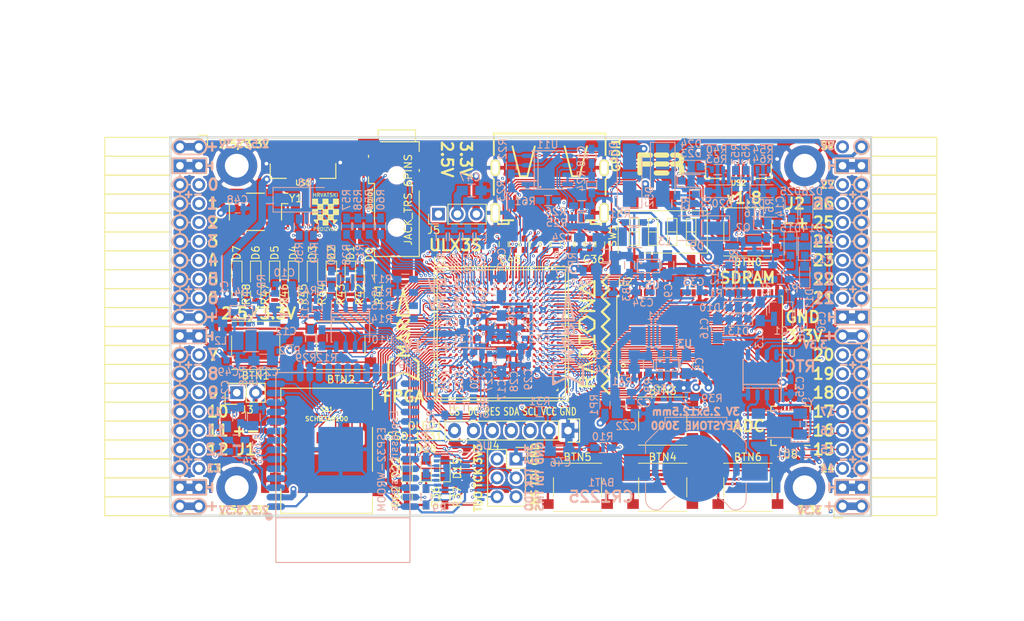
<source format=kicad_pcb>
(kicad_pcb (version 20171130) (host pcbnew 5.0.0-rc2-dev-unknown+dfsg1+20180318-2)
  (layers (0 F.Cu signal) (1 In1.Cu signal) (2 In2.Cu signal) (31 B.Cu signal) (34 B.Paste user) (35 F.Paste user) (36 B.SilkS user) (37 F.SilkS user) (38 B.Mask user) (39 F.Mask user) (44 Edge.Cuts user))
  (net 0 "")
  (net 1 GND)
  (net 2 +5V)
  (net 3 /gpio/IN5V)
  (net 4 /gpio/OUT5V)
  (net 5 +3V3)
  (net 6 BTN_D)
  (net 7 BTN_F1)
  (net 8 BTN_F2)
  (net 9 BTN_L)
  (net 10 BTN_R)
  (net 11 BTN_U)
  (net 12 /power/FB1)
  (net 13 +2V5)
  (net 14 /power/PWREN)
  (net 15 /power/FB3)
  (net 16 /power/FB2)
  (net 17 "Net-(D9-Pad1)")
  (net 18 /power/VBAT)
  (net 19 JTAG_TDI)
  (net 20 JTAG_TCK)
  (net 21 JTAG_TMS)
  (net 22 JTAG_TDO)
  (net 23 /power/WAKEUPn)
  (net 24 /power/WKUP)
  (net 25 /power/SHUT)
  (net 26 /power/WAKE)
  (net 27 /power/HOLD)
  (net 28 /power/WKn)
  (net 29 /power/OSCI_32k)
  (net 30 /power/OSCO_32k)
  (net 31 "Net-(Q2-Pad3)")
  (net 32 SHUTDOWN)
  (net 33 /analog/AUDIO_L)
  (net 34 /analog/AUDIO_R)
  (net 35 GPDI_SDA)
  (net 36 GPDI_SCL)
  (net 37 /gpdi/VREF2)
  (net 38 SD_CMD)
  (net 39 SD_CLK)
  (net 40 SD_D0)
  (net 41 SD_D1)
  (net 42 USB5V)
  (net 43 GPDI_CEC)
  (net 44 nRESET)
  (net 45 FTDI_nDTR)
  (net 46 SDRAM_CKE)
  (net 47 SDRAM_A7)
  (net 48 SDRAM_D15)
  (net 49 SDRAM_BA1)
  (net 50 SDRAM_D7)
  (net 51 SDRAM_A6)
  (net 52 SDRAM_CLK)
  (net 53 SDRAM_D13)
  (net 54 SDRAM_BA0)
  (net 55 SDRAM_D6)
  (net 56 SDRAM_A5)
  (net 57 SDRAM_D14)
  (net 58 SDRAM_A11)
  (net 59 SDRAM_D12)
  (net 60 SDRAM_D5)
  (net 61 SDRAM_A4)
  (net 62 SDRAM_A10)
  (net 63 SDRAM_D11)
  (net 64 SDRAM_A3)
  (net 65 SDRAM_D4)
  (net 66 SDRAM_D10)
  (net 67 SDRAM_D9)
  (net 68 SDRAM_A9)
  (net 69 SDRAM_D3)
  (net 70 SDRAM_D8)
  (net 71 SDRAM_A8)
  (net 72 SDRAM_A2)
  (net 73 SDRAM_A1)
  (net 74 SDRAM_A0)
  (net 75 SDRAM_D2)
  (net 76 SDRAM_D1)
  (net 77 SDRAM_D0)
  (net 78 SDRAM_DQM0)
  (net 79 SDRAM_nCS)
  (net 80 SDRAM_nRAS)
  (net 81 SDRAM_DQM1)
  (net 82 SDRAM_nCAS)
  (net 83 SDRAM_nWE)
  (net 84 /flash/FLASH_nWP)
  (net 85 /flash/FLASH_nHOLD)
  (net 86 /flash/FLASH_MOSI)
  (net 87 /flash/FLASH_MISO)
  (net 88 /flash/FLASH_SCK)
  (net 89 /flash/FLASH_nCS)
  (net 90 /flash/FPGA_PROGRAMN)
  (net 91 /flash/FPGA_DONE)
  (net 92 /flash/FPGA_INITN)
  (net 93 OLED_RES)
  (net 94 OLED_DC)
  (net 95 OLED_CS)
  (net 96 WIFI_EN)
  (net 97 FTDI_nRTS)
  (net 98 FTDI_TXD)
  (net 99 FTDI_RXD)
  (net 100 WIFI_RXD)
  (net 101 WIFI_GPIO0)
  (net 102 WIFI_TXD)
  (net 103 USB_FTDI_D+)
  (net 104 USB_FTDI_D-)
  (net 105 SD_D3)
  (net 106 AUDIO_L3)
  (net 107 AUDIO_L2)
  (net 108 AUDIO_L1)
  (net 109 AUDIO_L0)
  (net 110 AUDIO_R3)
  (net 111 AUDIO_R2)
  (net 112 AUDIO_R1)
  (net 113 AUDIO_R0)
  (net 114 OLED_CLK)
  (net 115 OLED_MOSI)
  (net 116 LED0)
  (net 117 LED1)
  (net 118 LED2)
  (net 119 LED3)
  (net 120 LED4)
  (net 121 LED5)
  (net 122 LED6)
  (net 123 LED7)
  (net 124 BTN_PWRn)
  (net 125 FTDI_nTXLED)
  (net 126 FTDI_nSLEEP)
  (net 127 /blinkey/LED_PWREN)
  (net 128 /blinkey/LED_TXLED)
  (net 129 /sdcard/SD3V3)
  (net 130 SD_D2)
  (net 131 CLK_25MHz)
  (net 132 /blinkey/BTNPUL)
  (net 133 /blinkey/BTNPUR)
  (net 134 USB_FPGA_D+)
  (net 135 /power/FTDI_nSUSPEND)
  (net 136 /blinkey/ALED0)
  (net 137 /blinkey/ALED1)
  (net 138 /blinkey/ALED2)
  (net 139 /blinkey/ALED3)
  (net 140 /blinkey/ALED4)
  (net 141 /blinkey/ALED5)
  (net 142 /blinkey/ALED6)
  (net 143 /blinkey/ALED7)
  (net 144 /usb/FTD-)
  (net 145 /usb/FTD+)
  (net 146 ADC_MISO)
  (net 147 ADC_MOSI)
  (net 148 ADC_CSn)
  (net 149 ADC_SCLK)
  (net 150 SW3)
  (net 151 SW2)
  (net 152 SW1)
  (net 153 USB_FPGA_D-)
  (net 154 /usb/FPD+)
  (net 155 /usb/FPD-)
  (net 156 WIFI_GPIO16)
  (net 157 /usb/ANT_433MHz)
  (net 158 /power/PWRBTn)
  (net 159 PROG_DONE)
  (net 160 /power/P3V3)
  (net 161 /power/P2V5)
  (net 162 /power/L1)
  (net 163 /power/L3)
  (net 164 /power/L2)
  (net 165 FTDI_TXDEN)
  (net 166 SDRAM_A12)
  (net 167 /analog/AUDIO_V)
  (net 168 AUDIO_V3)
  (net 169 AUDIO_V2)
  (net 170 AUDIO_V1)
  (net 171 AUDIO_V0)
  (net 172 /blinkey/LED_WIFI)
  (net 173 /power/P1V1)
  (net 174 +1V1)
  (net 175 SW4)
  (net 176 /blinkey/SWPU)
  (net 177 /wifi/WIFIEN)
  (net 178 FT2V5)
  (net 179 GN0)
  (net 180 GP0)
  (net 181 GN1)
  (net 182 GP1)
  (net 183 GN2)
  (net 184 GP2)
  (net 185 GN3)
  (net 186 GP3)
  (net 187 GN4)
  (net 188 GP4)
  (net 189 GN5)
  (net 190 GP5)
  (net 191 GN6)
  (net 192 GP6)
  (net 193 GN14)
  (net 194 GP14)
  (net 195 GN15)
  (net 196 GP15)
  (net 197 GN16)
  (net 198 GP16)
  (net 199 GN17)
  (net 200 GP17)
  (net 201 GN18)
  (net 202 GP18)
  (net 203 GN19)
  (net 204 GP19)
  (net 205 GN20)
  (net 206 GP20)
  (net 207 GN21)
  (net 208 GP21)
  (net 209 GN22)
  (net 210 GP22)
  (net 211 GN23)
  (net 212 GP23)
  (net 213 GN24)
  (net 214 GP24)
  (net 215 GN25)
  (net 216 GP25)
  (net 217 GN26)
  (net 218 GP26)
  (net 219 GN27)
  (net 220 GP27)
  (net 221 GN7)
  (net 222 GP7)
  (net 223 GN8)
  (net 224 GP8)
  (net 225 GN9)
  (net 226 GP9)
  (net 227 GN10)
  (net 228 GP10)
  (net 229 GN11)
  (net 230 GP11)
  (net 231 GN12)
  (net 232 GP12)
  (net 233 GN13)
  (net 234 GP13)
  (net 235 WIFI_GPIO5)
  (net 236 WIFI_GPIO17)
  (net 237 USB_FPGA_PULL_D+)
  (net 238 USB_FPGA_PULL_D-)
  (net 239 "Net-(D23-Pad2)")
  (net 240 "Net-(D24-Pad1)")
  (net 241 "Net-(D25-Pad2)")
  (net 242 "Net-(D26-Pad1)")
  (net 243 /gpdi/GPDI_ETH+)
  (net 244 FPDI_ETH+)
  (net 245 /gpdi/GPDI_ETH-)
  (net 246 FPDI_ETH-)
  (net 247 /gpdi/GPDI_D2-)
  (net 248 FPDI_D2-)
  (net 249 /gpdi/GPDI_D1-)
  (net 250 FPDI_D1-)
  (net 251 /gpdi/GPDI_D0-)
  (net 252 FPDI_D0-)
  (net 253 /gpdi/GPDI_CLK-)
  (net 254 FPDI_CLK-)
  (net 255 /gpdi/GPDI_D2+)
  (net 256 FPDI_D2+)
  (net 257 /gpdi/GPDI_D1+)
  (net 258 FPDI_D1+)
  (net 259 /gpdi/GPDI_D0+)
  (net 260 FPDI_D0+)
  (net 261 /gpdi/GPDI_CLK+)
  (net 262 FPDI_CLK+)
  (net 263 FPDI_SDA)
  (net 264 FPDI_SCL)
  (net 265 /gpdi/FPDI_CEC)
  (net 266 2V5_3V3)
  (module Pin_Headers:Pin_Header_Straight_1x03_Pitch2.54mm (layer F.Cu) (at 130.056 71.725 90)
    (fp_text reference J5 (at -2.159 -0.635 180) (layer F.SilkS))
    (fp_text value VJ1)
    (pad 1 thru_hole rect (at 0 0 90) (size 1.7 1.7) (drill 1) (layers *.Cu *.Mask) (net 13 +2V5))
    (pad 2 thru_hole oval (at 0 2.54 90) (size 1.7 1.7) (drill 1) (layers *.Cu *.Mask) (net 266 2V5_3V3))
    (pad 3 thru_hole oval (at 0 5.08 90) (size 1.7 1.7) (drill 1) (layers *.Cu *.Mask) (net 5 +3V3))
  )
  (module Resistors_SMD:R_0603_HandSoldering (layer B.Cu) (at 169.919 66.965 90)
    (fp_text reference R53 (at 3.259 0 270) (layer B.SilkS) (effects (justify mirror)))
    (fp_text value 27)
    (pad 1 smd rect (at -1.1 0 90) (size 1.2 0.9) (layers B.Cu B.Paste B.Mask) (net 134 USB_FPGA_D+))
    (pad 2 smd rect (at 1.1 0 90) (size 1.2 0.9) (layers B.Cu B.Paste B.Mask) (net 154 /usb/FPD+))
  )
  (module Socket_Strips:Socket_Strip_Angled_2x20 (layer F.Cu) (at 97.91 62.69 270)
    (fp_text reference J1 (at 40.64 -6.35) (layer F.SilkS) (effects (font (size 1.5 1.5) (thickness 0.3))))
    (fp_text value CONN_02X20 hide)
    (pad 1 thru_hole oval (at 0 0 270) (size 1.7272 1.7272) (drill 1.016) (layers *.Cu *.Mask) (net 266 2V5_3V3))
    (pad 2 thru_hole oval (at 0 2.54 270) (size 1.7272 1.7272) (drill 1.016) (layers *.Cu *.Mask) (net 266 2V5_3V3))
    (pad 3 thru_hole rect (at 2.54 0 270) (size 1.7272 1.7272) (drill 1.016) (layers *.Cu *.Mask) (net 1 GND))
    (pad 4 thru_hole rect (at 2.54 2.54 270) (size 1.7272 1.7272) (drill 1.016) (layers *.Cu *.Mask) (net 1 GND))
    (pad 5 thru_hole oval (at 5.08 0 270) (size 1.7272 1.7272) (drill 1.016) (layers *.Cu *.Mask) (net 179 GN0))
    (pad 6 thru_hole oval (at 5.08 2.54 270) (size 1.7272 1.7272) (drill 1.016) (layers *.Cu *.Mask) (net 180 GP0))
    (pad 7 thru_hole oval (at 7.62 0 270) (size 1.7272 1.7272) (drill 1.016) (layers *.Cu *.Mask) (net 181 GN1))
    (pad 8 thru_hole oval (at 7.62 2.54 270) (size 1.7272 1.7272) (drill 1.016) (layers *.Cu *.Mask) (net 182 GP1))
    (pad 9 thru_hole oval (at 10.16 0 270) (size 1.7272 1.7272) (drill 1.016) (layers *.Cu *.Mask) (net 183 GN2))
    (pad 10 thru_hole oval (at 10.16 2.54 270) (size 1.7272 1.7272) (drill 1.016) (layers *.Cu *.Mask) (net 184 GP2))
    (pad 11 thru_hole oval (at 12.7 0 270) (size 1.7272 1.7272) (drill 1.016) (layers *.Cu *.Mask) (net 185 GN3))
    (pad 12 thru_hole oval (at 12.7 2.54 270) (size 1.7272 1.7272) (drill 1.016) (layers *.Cu *.Mask) (net 186 GP3))
    (pad 13 thru_hole oval (at 15.24 0 270) (size 1.7272 1.7272) (drill 1.016) (layers *.Cu *.Mask) (net 187 GN4))
    (pad 14 thru_hole oval (at 15.24 2.54 270) (size 1.7272 1.7272) (drill 1.016) (layers *.Cu *.Mask) (net 188 GP4))
    (pad 15 thru_hole oval (at 17.78 0 270) (size 1.7272 1.7272) (drill 1.016) (layers *.Cu *.Mask) (net 189 GN5))
    (pad 16 thru_hole oval (at 17.78 2.54 270) (size 1.7272 1.7272) (drill 1.016) (layers *.Cu *.Mask) (net 190 GP5))
    (pad 17 thru_hole oval (at 20.32 0 270) (size 1.7272 1.7272) (drill 1.016) (layers *.Cu *.Mask) (net 191 GN6))
    (pad 18 thru_hole oval (at 20.32 2.54 270) (size 1.7272 1.7272) (drill 1.016) (layers *.Cu *.Mask) (net 192 GP6))
    (pad 19 thru_hole oval (at 22.86 0 270) (size 1.7272 1.7272) (drill 1.016) (layers *.Cu *.Mask) (net 266 2V5_3V3))
    (pad 20 thru_hole oval (at 22.86 2.54 270) (size 1.7272 1.7272) (drill 1.016) (layers *.Cu *.Mask) (net 266 2V5_3V3))
    (pad 21 thru_hole rect (at 25.4 0 270) (size 1.7272 1.7272) (drill 1.016) (layers *.Cu *.Mask) (net 1 GND))
    (pad 22 thru_hole rect (at 25.4 2.54 270) (size 1.7272 1.7272) (drill 1.016) (layers *.Cu *.Mask) (net 1 GND))
    (pad 23 thru_hole oval (at 27.94 0 270) (size 1.7272 1.7272) (drill 1.016) (layers *.Cu *.Mask) (net 221 GN7))
    (pad 24 thru_hole oval (at 27.94 2.54 270) (size 1.7272 1.7272) (drill 1.016) (layers *.Cu *.Mask) (net 222 GP7))
    (pad 25 thru_hole oval (at 30.48 0 270) (size 1.7272 1.7272) (drill 1.016) (layers *.Cu *.Mask) (net 223 GN8))
    (pad 26 thru_hole oval (at 30.48 2.54 270) (size 1.7272 1.7272) (drill 1.016) (layers *.Cu *.Mask) (net 224 GP8))
    (pad 27 thru_hole oval (at 33.02 0 270) (size 1.7272 1.7272) (drill 1.016) (layers *.Cu *.Mask) (net 225 GN9))
    (pad 28 thru_hole oval (at 33.02 2.54 270) (size 1.7272 1.7272) (drill 1.016) (layers *.Cu *.Mask) (net 226 GP9))
    (pad 29 thru_hole oval (at 35.56 0 270) (size 1.7272 1.7272) (drill 1.016) (layers *.Cu *.Mask) (net 227 GN10))
    (pad 30 thru_hole oval (at 35.56 2.54 270) (size 1.7272 1.7272) (drill 1.016) (layers *.Cu *.Mask) (net 228 GP10))
    (pad 31 thru_hole oval (at 38.1 0 270) (size 1.7272 1.7272) (drill 1.016) (layers *.Cu *.Mask) (net 229 GN11))
    (pad 32 thru_hole oval (at 38.1 2.54 270) (size 1.7272 1.7272) (drill 1.016) (layers *.Cu *.Mask) (net 230 GP11))
    (pad 33 thru_hole oval (at 40.64 0 270) (size 1.7272 1.7272) (drill 1.016) (layers *.Cu *.Mask) (net 231 GN12))
    (pad 34 thru_hole oval (at 40.64 2.54 270) (size 1.7272 1.7272) (drill 1.016) (layers *.Cu *.Mask) (net 232 GP12))
    (pad 35 thru_hole oval (at 43.18 0 270) (size 1.7272 1.7272) (drill 1.016) (layers *.Cu *.Mask) (net 233 GN13))
    (pad 36 thru_hole oval (at 43.18 2.54 270) (size 1.7272 1.7272) (drill 1.016) (layers *.Cu *.Mask) (net 234 GP13))
    (pad 37 thru_hole rect (at 45.72 0 270) (size 1.7272 1.7272) (drill 1.016) (layers *.Cu *.Mask) (net 1 GND))
    (pad 38 thru_hole rect (at 45.72 2.54 270) (size 1.7272 1.7272) (drill 1.016) (layers *.Cu *.Mask) (net 1 GND))
    (pad 39 thru_hole oval (at 48.26 0 270) (size 1.7272 1.7272) (drill 1.016) (layers *.Cu *.Mask) (net 266 2V5_3V3))
    (pad 40 thru_hole oval (at 48.26 2.54 270) (size 1.7272 1.7272) (drill 1.016) (layers *.Cu *.Mask) (net 266 2V5_3V3))
  )
  (module SMD_Packages:1Pin (layer F.Cu) (at 182.67515 111.637626)
    (fp_text reference AE1 hide)
    (fp_text value 433MHz hide)
    (pad 1 smd rect (at 0 0) (size 0.5 0.5) (layers B.Cu F.Paste F.Mask) (net 157 /usb/ANT_433MHz))
  )
  (module Resistors_SMD:R_0603_HandSoldering (layer B.Cu) (at 103.498 98.758 90)
    (fp_text reference R38 (at 5.334 0.396 90) (layer B.SilkS) (effects (justify mirror)))
    (fp_text value 0.47)
    (pad 1 smd rect (at -1.1 0 90) (size 1.2 0.9) (layers B.Cu B.Paste B.Mask) (net 129 /sdcard/SD3V3))
    (pad 2 smd rect (at 1.1 0 90) (size 1.2 0.9) (layers B.Cu B.Paste B.Mask) (net 5 +3V3))
  )
  (module Diodes_SMD:D_SMA_Handsoldering (layer B.Cu) (at 155.695 66.5 90)
    (fp_text reference D51 (at 3.048 -2.159 90) (layer B.SilkS) (effects (justify mirror)))
    (fp_text value STPS2L30AF hide)
    (pad 1 smd rect (at -2.5 0 90) (size 3.5 1.8) (layers B.Cu B.Paste B.Mask) (net 2 +5V))
    (pad 2 smd rect (at 2.5 0 90) (size 3.5 1.8) (layers B.Cu B.Paste B.Mask) (net 3 /gpio/IN5V))
  )
  (module Resistors_SMD:R_0603_HandSoldering (layer B.Cu) (at 156.33 72.85 180)
    (fp_text reference R51 (at 1.905 1.143 180) (layer B.SilkS) (effects (justify mirror)))
    (fp_text value 150)
    (pad 1 smd rect (at -1.1 0 180) (size 1.2 0.9) (layers B.Cu B.Paste B.Mask) (net 5 +3V3))
    (pad 2 smd rect (at 1.1 0 180) (size 1.2 0.9) (layers B.Cu B.Paste B.Mask) (net 176 /blinkey/SWPU))
  )
  (module Resistors_SMD:R_1210_HandSoldering (layer B.Cu) (at 158.87 88.09 180)
    (fp_text reference L1 (at 0 2.7 180) (layer B.SilkS) (effects (justify mirror)))
    (fp_text value 2.2uH)
    (pad 1 smd rect (at -2 0 180) (size 2 2.5) (layers B.Cu B.Paste B.Mask) (net 162 /power/L1))
    (pad 2 smd rect (at 2 0 180) (size 2 2.5) (layers B.Cu B.Paste B.Mask) (net 173 /power/P1V1))
  )
  (module TSOT-25:TSOT-25 (layer B.Cu) (at 160.775 91.9)
    (fp_text reference U3 (at 2.301 -2.776) (layer B.SilkS) (effects (font (thickness 0.2)) (justify mirror)))
    (fp_text value TLV62569DBV)
    (pad 1 smd rect (at -0.95 -1.3) (size 0.7 1.2) (layers B.Cu B.Paste B.Mask) (net 14 /power/PWREN))
    (pad 2 smd rect (at 0 -1.3) (size 0.7 1.2) (layers B.Cu B.Paste B.Mask) (net 1 GND))
    (pad 3 smd rect (at 0.95 -1.3) (size 0.7 1.2) (layers B.Cu B.Paste B.Mask) (net 162 /power/L1))
    (pad 4 smd rect (at 0.95 1.3) (size 0.7 1.2) (layers B.Cu B.Paste B.Mask) (net 2 +5V))
    (pad 5 smd rect (at -0.95 1.3) (size 0.7 1.2) (layers B.Cu B.Paste B.Mask) (net 12 /power/FB1))
  )
  (module Resistors_SMD:R_1210_HandSoldering (layer B.Cu) (at 104.895 88.725)
    (fp_text reference L2 (at -4.064 0) (layer B.SilkS) (effects (justify mirror)))
    (fp_text value 2.2uH)
    (pad 1 smd rect (at -2 0) (size 2 2.5) (layers B.Cu B.Paste B.Mask) (net 164 /power/L2))
    (pad 2 smd rect (at 2 0) (size 2 2.5) (layers B.Cu B.Paste B.Mask) (net 161 /power/P2V5))
  )
  (module TSOT-25:TSOT-25 (layer B.Cu) (at 103.625 84.915 180)
    (fp_text reference U4 (at 0 2.697 180) (layer B.SilkS) (effects (font (thickness 0.2)) (justify mirror)))
    (fp_text value TLV62569DBV)
    (pad 1 smd rect (at -0.95 -1.3 180) (size 0.7 1.2) (layers B.Cu B.Paste B.Mask) (net 14 /power/PWREN))
    (pad 2 smd rect (at 0 -1.3 180) (size 0.7 1.2) (layers B.Cu B.Paste B.Mask) (net 1 GND))
    (pad 3 smd rect (at 0.95 -1.3 180) (size 0.7 1.2) (layers B.Cu B.Paste B.Mask) (net 164 /power/L2))
    (pad 4 smd rect (at 0.95 1.3 180) (size 0.7 1.2) (layers B.Cu B.Paste B.Mask) (net 2 +5V))
    (pad 5 smd rect (at -0.95 1.3 180) (size 0.7 1.2) (layers B.Cu B.Paste B.Mask) (net 16 /power/FB2))
  )
  (module Resistors_SMD:R_1210_HandSoldering (layer B.Cu) (at 156.33 74.755 180)
    (fp_text reference L3 (at -4.064 -0.635 180) (layer B.SilkS) (effects (justify mirror)))
    (fp_text value 2.2uH)
    (pad 1 smd rect (at -2 0 180) (size 2 2.5) (layers B.Cu B.Paste B.Mask) (net 163 /power/L3))
    (pad 2 smd rect (at 2 0 180) (size 2 2.5) (layers B.Cu B.Paste B.Mask) (net 160 /power/P3V3))
  )
  (module TSOT-25:TSOT-25 (layer B.Cu) (at 158.235 78.692)
    (fp_text reference U5 (at 0.523 2.558) (layer B.SilkS) (effects (font (thickness 0.2)) (justify mirror)))
    (fp_text value TLV62569DBV)
    (pad 1 smd rect (at -0.95 -1.3) (size 0.7 1.2) (layers B.Cu B.Paste B.Mask) (net 14 /power/PWREN))
    (pad 2 smd rect (at 0 -1.3) (size 0.7 1.2) (layers B.Cu B.Paste B.Mask) (net 1 GND))
    (pad 3 smd rect (at 0.95 -1.3) (size 0.7 1.2) (layers B.Cu B.Paste B.Mask) (net 163 /power/L3))
    (pad 4 smd rect (at 0.95 1.3) (size 0.7 1.2) (layers B.Cu B.Paste B.Mask) (net 2 +5V))
    (pad 5 smd rect (at -0.95 1.3) (size 0.7 1.2) (layers B.Cu B.Paste B.Mask) (net 15 /power/FB3))
  )
  (module Capacitors_SMD:C_0805_HandSoldering (layer B.Cu) (at 101.085 84.915 270)
    (fp_text reference C1 (at -3.302 -0.254 270) (layer B.SilkS) (effects (justify mirror)))
    (fp_text value 22uF)
    (pad 1 smd rect (at -1.25 0 270) (size 1.5 1.25) (layers B.Cu B.Paste B.Mask) (net 2 +5V))
    (pad 2 smd rect (at 1.25 0 270) (size 1.5 1.25) (layers B.Cu B.Paste B.Mask) (net 1 GND))
  )
  (module Capacitors_SMD:C_0805_HandSoldering (layer B.Cu) (at 155.06 90.63)
    (fp_text reference C3 (at -3.048 0) (layer B.SilkS) (effects (justify mirror)))
    (fp_text value 22uF)
    (pad 1 smd rect (at -1.25 0) (size 1.5 1.25) (layers B.Cu B.Paste B.Mask) (net 173 /power/P1V1))
    (pad 2 smd rect (at 1.25 0) (size 1.5 1.25) (layers B.Cu B.Paste B.Mask) (net 1 GND))
  )
  (module Capacitors_SMD:C_0805_HandSoldering (layer B.Cu) (at 155.06 92.535)
    (fp_text reference C4 (at -3.048 0.127) (layer B.SilkS) (effects (justify mirror)))
    (fp_text value 22uF)
    (pad 1 smd rect (at -1.25 0) (size 1.5 1.25) (layers B.Cu B.Paste B.Mask) (net 173 /power/P1V1))
    (pad 2 smd rect (at 1.25 0) (size 1.5 1.25) (layers B.Cu B.Paste B.Mask) (net 1 GND))
  )
  (module Capacitors_SMD:C_0805_HandSoldering (layer B.Cu) (at 163.315 91.9 90)
    (fp_text reference C5 (at 0 1.765 90) (layer B.SilkS) (effects (justify mirror)))
    (fp_text value 22uF)
    (pad 1 smd rect (at -1.25 0 90) (size 1.5 1.25) (layers B.Cu B.Paste B.Mask) (net 2 +5V))
    (pad 2 smd rect (at 1.25 0 90) (size 1.5 1.25) (layers B.Cu B.Paste B.Mask) (net 1 GND))
  )
  (module Capacitors_SMD:C_0805_HandSoldering (layer B.Cu) (at 152.52 79.2)
    (fp_text reference C7 (at -6.096 0) (layer B.SilkS) (effects (justify mirror)))
    (fp_text value 22uF)
    (pad 1 smd rect (at -1.25 0) (size 1.5 1.25) (layers B.Cu B.Paste B.Mask) (net 160 /power/P3V3))
    (pad 2 smd rect (at 1.25 0) (size 1.5 1.25) (layers B.Cu B.Paste B.Mask) (net 1 GND))
  )
  (module Capacitors_SMD:C_0805_HandSoldering (layer B.Cu) (at 152.52 77.295)
    (fp_text reference C8 (at -6.096 0) (layer B.SilkS) (effects (justify mirror)))
    (fp_text value 22uF)
    (pad 1 smd rect (at -1.25 0) (size 1.5 1.25) (layers B.Cu B.Paste B.Mask) (net 160 /power/P3V3))
    (pad 2 smd rect (at 1.25 0) (size 1.5 1.25) (layers B.Cu B.Paste B.Mask) (net 1 GND))
  )
  (module Capacitors_SMD:C_0805_HandSoldering (layer B.Cu) (at 160.775 78.565 90)
    (fp_text reference C9 (at -3.429 0.127 90) (layer B.SilkS) (effects (justify mirror)))
    (fp_text value 22uF)
    (pad 1 smd rect (at -1.25 0 90) (size 1.5 1.25) (layers B.Cu B.Paste B.Mask) (net 2 +5V))
    (pad 2 smd rect (at 1.25 0 90) (size 1.5 1.25) (layers B.Cu B.Paste B.Mask) (net 1 GND))
  )
  (module Capacitors_SMD:C_0805_HandSoldering (layer B.Cu) (at 109.34 84.28 180)
    (fp_text reference C11 (at -2.794 -0.254 270) (layer B.SilkS) (effects (justify mirror)))
    (fp_text value 22uF)
    (pad 1 smd rect (at -1.25 0 180) (size 1.5 1.25) (layers B.Cu B.Paste B.Mask) (net 161 /power/P2V5))
    (pad 2 smd rect (at 1.25 0 180) (size 1.5 1.25) (layers B.Cu B.Paste B.Mask) (net 1 GND))
  )
  (module Capacitors_SMD:C_0805_HandSoldering (layer B.Cu) (at 109.34 86.185 180)
    (fp_text reference C12 (at -0.254 -1.27) (layer B.SilkS) (effects (justify mirror)))
    (fp_text value 22uF)
    (pad 1 smd rect (at -1.25 0 180) (size 1.5 1.25) (layers B.Cu B.Paste B.Mask) (net 161 /power/P2V5))
    (pad 2 smd rect (at 1.25 0 180) (size 1.5 1.25) (layers B.Cu B.Paste B.Mask) (net 1 GND))
  )
  (module Capacitors_SMD:C_0805_HandSoldering (layer B.Cu) (at 173.221 84.788 90)
    (fp_text reference C13 (at -3.556 -0.112 90) (layer B.SilkS) (effects (justify mirror)))
    (fp_text value 2.2uF)
    (pad 1 smd rect (at -1.25 0 90) (size 1.5 1.25) (layers B.Cu B.Paste B.Mask) (net 2 +5V))
    (pad 2 smd rect (at 1.25 0 90) (size 1.5 1.25) (layers B.Cu B.Paste B.Mask) (net 24 /power/WKUP))
  )
  (module TO_SOT_Packages_SMD:SOT-23_Handsoldering (layer B.Cu) (at 176.015 84.28 90)
    (fp_text reference Q1 (at -3.1115 0 180) (layer B.SilkS) (effects (justify mirror)))
    (fp_text value BC857)
    (pad 1 smd rect (at -1.5 0.95 90) (size 1.9 0.8) (layers B.Cu B.Paste B.Mask) (net 28 /power/WKn))
    (pad 2 smd rect (at -1.5 -0.95 90) (size 1.9 0.8) (layers B.Cu B.Paste B.Mask) (net 2 +5V))
    (pad 3 smd rect (at 1.5 0 90) (size 1.9 0.8) (layers B.Cu B.Paste B.Mask) (net 24 /power/WKUP))
  )
  (module TO_SOT_Packages_SMD:SOT-23_Handsoldering (layer B.Cu) (at 170.935 76.025 180)
    (fp_text reference Q2 (at 0 2.5 180) (layer B.SilkS) (effects (justify mirror)))
    (fp_text value 2N7002)
    (pad 1 smd rect (at -1.5 0.95 180) (size 1.9 0.8) (layers B.Cu B.Paste B.Mask) (net 25 /power/SHUT))
    (pad 2 smd rect (at -1.5 -0.95 180) (size 1.9 0.8) (layers B.Cu B.Paste B.Mask) (net 1 GND))
    (pad 3 smd rect (at 1.5 0 180) (size 1.9 0.8) (layers B.Cu B.Paste B.Mask) (net 31 "Net-(Q2-Pad3)"))
  )
  (module Capacitors_SMD:C_0603_HandSoldering (layer B.Cu) (at 154.86 96.91)
    (fp_text reference C2 (at 2.74 0.197) (layer B.SilkS) (effects (justify mirror)))
    (fp_text value 470pF)
    (pad 1 smd rect (at -0.95 0) (size 1.2 0.75) (layers B.Cu B.Paste B.Mask) (net 173 /power/P1V1))
    (pad 2 smd rect (at 0.95 0) (size 1.2 0.75) (layers B.Cu B.Paste B.Mask) (net 12 /power/FB1))
  )
  (module Capacitors_SMD:C_0603_HandSoldering (layer B.Cu) (at 152.52 82.375)
    (fp_text reference C6 (at -2.794 0.127) (layer B.SilkS) (effects (justify mirror)))
    (fp_text value 470pF)
    (pad 1 smd rect (at -0.95 0) (size 1.2 0.75) (layers B.Cu B.Paste B.Mask) (net 160 /power/P3V3))
    (pad 2 smd rect (at 0.95 0) (size 1.2 0.75) (layers B.Cu B.Paste B.Mask) (net 15 /power/FB3))
  )
  (module Capacitors_SMD:C_0603_HandSoldering (layer B.Cu) (at 109.34 81.105 180)
    (fp_text reference C10 (at -0.04 1.505 180) (layer B.SilkS) (effects (justify mirror)))
    (fp_text value 470pF)
    (pad 1 smd rect (at -0.95 0 180) (size 1.2 0.75) (layers B.Cu B.Paste B.Mask) (net 161 /power/P2V5))
    (pad 2 smd rect (at 0.95 0 180) (size 1.2 0.75) (layers B.Cu B.Paste B.Mask) (net 16 /power/FB2))
  )
  (module Capacitors_SMD:C_0603_HandSoldering (layer B.Cu) (at 175.38 76.025 270)
    (fp_text reference C14 (at -5.334 -0.508 270) (layer B.SilkS) (effects (justify mirror)))
    (fp_text value 100nF)
    (pad 1 smd rect (at -0.95 0 270) (size 1.2 0.75) (layers B.Cu B.Paste B.Mask) (net 25 /power/SHUT))
    (pad 2 smd rect (at 0.95 0 270) (size 1.2 0.75) (layers B.Cu B.Paste B.Mask) (net 1 GND))
  )
  (module Resistors_SMD:R_0603_HandSoldering (layer B.Cu) (at 170.3 82.375)
    (fp_text reference R1 (at -3.048 0) (layer B.SilkS) (effects (justify mirror)))
    (fp_text value 15k)
    (pad 1 smd rect (at -1.1 0) (size 1.2 0.9) (layers B.Cu B.Paste B.Mask) (net 26 /power/WAKE))
    (pad 2 smd rect (at 1.1 0) (size 1.2 0.9) (layers B.Cu B.Paste B.Mask) (net 14 /power/PWREN))
  )
  (module Resistors_SMD:R_0603_HandSoldering (layer B.Cu) (at 172.84 79.835 90)
    (fp_text reference R2 (at -1.905 1.27 90) (layer B.SilkS) (effects (justify mirror)))
    (fp_text value 47k)
    (pad 1 smd rect (at -1.1 0 90) (size 1.2 0.9) (layers B.Cu B.Paste B.Mask) (net 14 /power/PWREN))
    (pad 2 smd rect (at 1.1 0 90) (size 1.2 0.9) (layers B.Cu B.Paste B.Mask) (net 1 GND))
  )
  (module Resistors_SMD:R_0603_HandSoldering (layer B.Cu) (at 176.015 80.47 180)
    (fp_text reference R4 (at -1.397 -1.27) (layer B.SilkS) (effects (justify mirror)))
    (fp_text value 4.7k)
    (pad 1 smd rect (at -1.1 0 180) (size 1.2 0.9) (layers B.Cu B.Paste B.Mask) (net 27 /power/HOLD))
    (pad 2 smd rect (at 1.1 0 180) (size 1.2 0.9) (layers B.Cu B.Paste B.Mask) (net 14 /power/PWREN))
  )
  (module Resistors_SMD:R_0603_HandSoldering (layer B.Cu) (at 174.11 76.025 270)
    (fp_text reference R5 (at -5.461 -0.381 270) (layer B.SilkS) (effects (justify mirror)))
    (fp_text value 4.7M)
    (pad 1 smd rect (at -1.1 0 270) (size 1.2 0.9) (layers B.Cu B.Paste B.Mask) (net 25 /power/SHUT))
    (pad 2 smd rect (at 1.1 0 270) (size 1.2 0.9) (layers B.Cu B.Paste B.Mask) (net 1 GND))
  )
  (module Resistors_SMD:R_0603_HandSoldering (layer B.Cu) (at 178.555 84.915 270)
    (fp_text reference R6 (at 2.812 -0.142 270) (layer B.SilkS) (effects (justify mirror)))
    (fp_text value 1k)
    (pad 1 smd rect (at -1.1 0 270) (size 1.2 0.9) (layers B.Cu B.Paste B.Mask) (net 28 /power/WKn))
    (pad 2 smd rect (at 1.1 0 270) (size 1.2 0.9) (layers B.Cu B.Paste B.Mask) (net 23 /power/WAKEUPn))
  )
  (module Resistors_SMD:R_0603_HandSoldering (layer B.Cu) (at 113.785 84.28 270)
    (fp_text reference R7 (at -2.794 -0.635 270) (layer B.SilkS) (effects (justify mirror)))
    (fp_text value 150)
    (pad 1 smd rect (at -1.1 0 270) (size 1.2 0.9) (layers B.Cu B.Paste B.Mask) (net 5 +3V3))
    (pad 2 smd rect (at 1.1 0 270) (size 1.2 0.9) (layers B.Cu B.Paste B.Mask) (net 132 /blinkey/BTNPUL))
  )
  (module Resistors_SMD:R_0603_HandSoldering (layer B.Cu) (at 170.935 79.835 90)
    (fp_text reference R8 (at 2.54 -1.27 90) (layer B.SilkS) (effects (justify mirror)))
    (fp_text value 1k)
    (pad 1 smd rect (at -1.1 0 90) (size 1.2 0.9) (layers B.Cu B.Paste B.Mask) (net 14 /power/PWREN))
    (pad 2 smd rect (at 1.1 0 90) (size 1.2 0.9) (layers B.Cu B.Paste B.Mask) (net 31 "Net-(Q2-Pad3)"))
  )
  (module Resistors_SMD:R_0603_HandSoldering (layer B.Cu) (at 128.39 109.68 270)
    (fp_text reference R9 (at 1.524 -1.778) (layer B.SilkS) (effects (justify mirror)))
    (fp_text value 15k)
    (pad 1 smd rect (at -1.1 0 270) (size 1.2 0.9) (layers B.Cu B.Paste B.Mask) (net 44 nRESET))
    (pad 2 smd rect (at 1.1 0 270) (size 1.2 0.9) (layers B.Cu B.Paste B.Mask) (net 178 FT2V5))
  )
  (module Resistors_SMD:R_0603_HandSoldering (layer B.Cu) (at 152.139 103.076 180)
    (fp_text reference R10 (at 0.059 1.476 180) (layer B.SilkS) (effects (justify mirror)))
    (fp_text value 150)
    (pad 1 smd rect (at -1.1 0 180) (size 1.2 0.9) (layers B.Cu B.Paste B.Mask) (net 135 /power/FTDI_nSUSPEND))
    (pad 2 smd rect (at 1.1 0 180) (size 1.2 0.9) (layers B.Cu B.Paste B.Mask) (net 126 FTDI_nSLEEP))
  )
  (module Resistors_SMD:R_0603_HandSoldering (layer B.Cu) (at 176.015 78.565 180)
    (fp_text reference R13 (at -5.588 0.762 180) (layer B.SilkS) (effects (justify mirror)))
    (fp_text value 15k)
    (pad 1 smd rect (at -1.1 0 180) (size 1.2 0.9) (layers B.Cu B.Paste B.Mask) (net 32 SHUTDOWN))
    (pad 2 smd rect (at 1.1 0 180) (size 1.2 0.9) (layers B.Cu B.Paste B.Mask) (net 1 GND))
  )
  (module Resistors_SMD:R_0603_HandSoldering (layer B.Cu) (at 154.86 95.64)
    (fp_text reference RA1 (at -0.181 -1.454) (layer B.SilkS) (effects (justify mirror)))
    (fp_text value 15k)
    (pad 1 smd rect (at -1.1 0) (size 1.2 0.9) (layers B.Cu B.Paste B.Mask) (net 173 /power/P1V1))
    (pad 2 smd rect (at 1.1 0) (size 1.2 0.9) (layers B.Cu B.Paste B.Mask) (net 12 /power/FB1))
  )
  (module Resistors_SMD:R_0603_HandSoldering (layer B.Cu) (at 109.34 82.375 180)
    (fp_text reference RA2 (at -3.048 0.381) (layer B.SilkS) (effects (justify mirror)))
    (fp_text value 15k)
    (pad 1 smd rect (at -1.1 0 180) (size 1.2 0.9) (layers B.Cu B.Paste B.Mask) (net 161 /power/P2V5))
    (pad 2 smd rect (at 1.1 0 180) (size 1.2 0.9) (layers B.Cu B.Paste B.Mask) (net 16 /power/FB2))
  )
  (module Resistors_SMD:R_0603_HandSoldering (layer B.Cu) (at 152.52 81.105)
    (fp_text reference RA3 (at -3.302 -0.127) (layer B.SilkS) (effects (justify mirror)))
    (fp_text value 15k)
    (pad 1 smd rect (at -1.1 0) (size 1.2 0.9) (layers B.Cu B.Paste B.Mask) (net 160 /power/P3V3))
    (pad 2 smd rect (at 1.1 0) (size 1.2 0.9) (layers B.Cu B.Paste B.Mask) (net 15 /power/FB3))
  )
  (module Resistors_SMD:R_0603_HandSoldering (layer B.Cu) (at 158.235 91.9 270)
    (fp_text reference RB1 (at 3.302 0 270) (layer B.SilkS) (effects (justify mirror)))
    (fp_text value 18k)
    (pad 1 smd rect (at -1.1 0 270) (size 1.2 0.9) (layers B.Cu B.Paste B.Mask) (net 1 GND))
    (pad 2 smd rect (at 1.1 0 270) (size 1.2 0.9) (layers B.Cu B.Paste B.Mask) (net 12 /power/FB1))
  )
  (module Resistors_SMD:R_0603_HandSoldering (layer B.Cu) (at 106.165 84.915 90)
    (fp_text reference RB2 (at 3.683 0.127 90) (layer B.SilkS) (effects (justify mirror)))
    (fp_text value 4.7k)
    (pad 1 smd rect (at -1.1 0 90) (size 1.2 0.9) (layers B.Cu B.Paste B.Mask) (net 1 GND))
    (pad 2 smd rect (at 1.1 0 90) (size 1.2 0.9) (layers B.Cu B.Paste B.Mask) (net 16 /power/FB2))
  )
  (module Resistors_SMD:R_0603_HandSoldering (layer B.Cu) (at 155.695 78.565 270)
    (fp_text reference RB3 (at 3.429 0.395 270) (layer B.SilkS) (effects (justify mirror)))
    (fp_text value 3.3k)
    (pad 1 smd rect (at -1.1 0 270) (size 1.2 0.9) (layers B.Cu B.Paste B.Mask) (net 1 GND))
    (pad 2 smd rect (at 1.1 0 270) (size 1.2 0.9) (layers B.Cu B.Paste B.Mask) (net 15 /power/FB3))
  )
  (module Resistors_SMD:R_0603_HandSoldering (layer B.Cu) (at 125.596 85.804 180)
    (fp_text reference R14 (at 3.175 0 180) (layer B.SilkS) (effects (justify mirror)))
    (fp_text value 1.2k)
    (pad 1 smd rect (at -1.1 0 180) (size 1.2 0.9) (layers B.Cu B.Paste B.Mask) (net 109 AUDIO_L0))
    (pad 2 smd rect (at 1.1 0 180) (size 1.2 0.9) (layers B.Cu B.Paste B.Mask) (net 33 /analog/AUDIO_L))
  )
  (module Resistors_SMD:R_0603_HandSoldering (layer B.Cu) (at 125.596 84.026 180)
    (fp_text reference R15 (at 3.175 -0.001 180) (layer B.SilkS) (effects (justify mirror)))
    (fp_text value 680)
    (pad 1 smd rect (at -1.1 0 180) (size 1.2 0.9) (layers B.Cu B.Paste B.Mask) (net 108 AUDIO_L1))
    (pad 2 smd rect (at 1.1 0 180) (size 1.2 0.9) (layers B.Cu B.Paste B.Mask) (net 33 /analog/AUDIO_L))
  )
  (module Resistors_SMD:R_0603_HandSoldering (layer B.Cu) (at 125.596 82.248 180)
    (fp_text reference R16 (at 3.175 0 180) (layer B.SilkS) (effects (justify mirror)))
    (fp_text value 330)
    (pad 1 smd rect (at -1.1 0 180) (size 1.2 0.9) (layers B.Cu B.Paste B.Mask) (net 107 AUDIO_L2))
    (pad 2 smd rect (at 1.1 0 180) (size 1.2 0.9) (layers B.Cu B.Paste B.Mask) (net 33 /analog/AUDIO_L))
  )
  (module Resistors_SMD:R_0603_HandSoldering (layer B.Cu) (at 125.596 80.47 180)
    (fp_text reference R17 (at 3.175 0 180) (layer B.SilkS) (effects (justify mirror)))
    (fp_text value 150)
    (pad 1 smd rect (at -1.1 0 180) (size 1.2 0.9) (layers B.Cu B.Paste B.Mask) (net 106 AUDIO_L3))
    (pad 2 smd rect (at 1.1 0 180) (size 1.2 0.9) (layers B.Cu B.Paste B.Mask) (net 33 /analog/AUDIO_L))
  )
  (module Resistors_SMD:R_0603_HandSoldering (layer B.Cu) (at 130.422 74.773 90)
    (fp_text reference R18 (at -3.556 0 90) (layer B.SilkS) (effects (justify mirror)))
    (fp_text value 1.2k)
    (pad 1 smd rect (at -1.1 0 90) (size 1.2 0.9) (layers B.Cu B.Paste B.Mask) (net 113 AUDIO_R0))
    (pad 2 smd rect (at 1.1 0 90) (size 1.2 0.9) (layers B.Cu B.Paste B.Mask) (net 34 /analog/AUDIO_R))
  )
  (module Resistors_SMD:R_0603_HandSoldering (layer B.Cu) (at 132.2 74.773 90)
    (fp_text reference R19 (at -3.556 0 90) (layer B.SilkS) (effects (justify mirror)))
    (fp_text value 680)
    (pad 1 smd rect (at -1.1 0 90) (size 1.2 0.9) (layers B.Cu B.Paste B.Mask) (net 112 AUDIO_R1))
    (pad 2 smd rect (at 1.1 0 90) (size 1.2 0.9) (layers B.Cu B.Paste B.Mask) (net 34 /analog/AUDIO_R))
  )
  (module Resistors_SMD:R_0603_HandSoldering (layer B.Cu) (at 133.993 74.773 90)
    (fp_text reference R20 (at -3.556 0 90) (layer B.SilkS) (effects (justify mirror)))
    (fp_text value 330)
    (pad 1 smd rect (at -1.1 0 90) (size 1.2 0.9) (layers B.Cu B.Paste B.Mask) (net 111 AUDIO_R2))
    (pad 2 smd rect (at 1.1 0 90) (size 1.2 0.9) (layers B.Cu B.Paste B.Mask) (net 34 /analog/AUDIO_R))
  )
  (module Resistors_SMD:R_0603_HandSoldering (layer B.Cu) (at 135.771 74.773 90)
    (fp_text reference R21 (at -3.556 0 90) (layer B.SilkS) (effects (justify mirror)))
    (fp_text value 150)
    (pad 1 smd rect (at -1.1 0 90) (size 1.2 0.9) (layers B.Cu B.Paste B.Mask) (net 110 AUDIO_R3))
    (pad 2 smd rect (at 1.1 0 90) (size 1.2 0.9) (layers B.Cu B.Paste B.Mask) (net 34 /analog/AUDIO_R))
  )
  (module Capacitors_SMD:C_0603_HandSoldering (layer B.Cu) (at 150.5896 63.96 90)
    (fp_text reference C18 (at 0 -1.3716 90) (layer B.SilkS) (effects (justify mirror)))
    (fp_text value 470pF)
    (pad 1 smd rect (at -0.95 0 90) (size 1.2 0.75) (layers B.Cu B.Paste B.Mask) (net 37 /gpdi/VREF2))
    (pad 2 smd rect (at 0.95 0 90) (size 1.2 0.75) (layers B.Cu B.Paste B.Mask) (net 1 GND))
  )
  (module Socket_Strips:Socket_Strip_Angled_2x20 (layer F.Cu) (at 184.27 110.95 90)
    (fp_text reference J2 (at 40.64 -6.35 180) (layer F.SilkS) (effects (font (size 1.5 1.5) (thickness 0.3))))
    (fp_text value CONN_02X20 hide)
    (pad 1 thru_hole oval (at 0 0 90) (size 1.7272 1.7272) (drill 1.016) (layers *.Cu *.Mask) (net 5 +3V3))
    (pad 2 thru_hole oval (at 0 2.54 90) (size 1.7272 1.7272) (drill 1.016) (layers *.Cu *.Mask) (net 5 +3V3))
    (pad 3 thru_hole rect (at 2.54 0 90) (size 1.7272 1.7272) (drill 1.016) (layers *.Cu *.Mask) (net 1 GND))
    (pad 4 thru_hole rect (at 2.54 2.54 90) (size 1.7272 1.7272) (drill 1.016) (layers *.Cu *.Mask) (net 1 GND))
    (pad 5 thru_hole oval (at 5.08 0 90) (size 1.7272 1.7272) (drill 1.016) (layers *.Cu *.Mask) (net 193 GN14))
    (pad 6 thru_hole oval (at 5.08 2.54 90) (size 1.7272 1.7272) (drill 1.016) (layers *.Cu *.Mask) (net 194 GP14))
    (pad 7 thru_hole oval (at 7.62 0 90) (size 1.7272 1.7272) (drill 1.016) (layers *.Cu *.Mask) (net 195 GN15))
    (pad 8 thru_hole oval (at 7.62 2.54 90) (size 1.7272 1.7272) (drill 1.016) (layers *.Cu *.Mask) (net 196 GP15))
    (pad 9 thru_hole oval (at 10.16 0 90) (size 1.7272 1.7272) (drill 1.016) (layers *.Cu *.Mask) (net 197 GN16))
    (pad 10 thru_hole oval (at 10.16 2.54 90) (size 1.7272 1.7272) (drill 1.016) (layers *.Cu *.Mask) (net 198 GP16))
    (pad 11 thru_hole oval (at 12.7 0 90) (size 1.7272 1.7272) (drill 1.016) (layers *.Cu *.Mask) (net 199 GN17))
    (pad 12 thru_hole oval (at 12.7 2.54 90) (size 1.7272 1.7272) (drill 1.016) (layers *.Cu *.Mask) (net 200 GP17))
    (pad 13 thru_hole oval (at 15.24 0 90) (size 1.7272 1.7272) (drill 1.016) (layers *.Cu *.Mask) (net 201 GN18))
    (pad 14 thru_hole oval (at 15.24 2.54 90) (size 1.7272 1.7272) (drill 1.016) (layers *.Cu *.Mask) (net 202 GP18))
    (pad 15 thru_hole oval (at 17.78 0 90) (size 1.7272 1.7272) (drill 1.016) (layers *.Cu *.Mask) (net 203 GN19))
    (pad 16 thru_hole oval (at 17.78 2.54 90) (size 1.7272 1.7272) (drill 1.016) (layers *.Cu *.Mask) (net 204 GP19))
    (pad 17 thru_hole oval (at 20.32 0 90) (size 1.7272 1.7272) (drill 1.016) (layers *.Cu *.Mask) (net 205 GN20))
    (pad 18 thru_hole oval (at 20.32 2.54 90) (size 1.7272 1.7272) (drill 1.016) (layers *.Cu *.Mask) (net 206 GP20))
    (pad 19 thru_hole oval (at 22.86 0 90) (size 1.7272 1.7272) (drill 1.016) (layers *.Cu *.Mask) (net 5 +3V3))
    (pad 20 thru_hole oval (at 22.86 2.54 90) (size 1.7272 1.7272) (drill 1.016) (layers *.Cu *.Mask) (net 5 +3V3))
    (pad 21 thru_hole rect (at 25.4 0 90) (size 1.7272 1.7272) (drill 1.016) (layers *.Cu *.Mask) (net 1 GND))
    (pad 22 thru_hole rect (at 25.4 2.54 90) (size 1.7272 1.7272) (drill 1.016) (layers *.Cu *.Mask) (net 1 GND))
    (pad 23 thru_hole oval (at 27.94 0 90) (size 1.7272 1.7272) (drill 1.016) (layers *.Cu *.Mask) (net 207 GN21))
    (pad 24 thru_hole oval (at 27.94 2.54 90) (size 1.7272 1.7272) (drill 1.016) (layers *.Cu *.Mask) (net 208 GP21))
    (pad 25 thru_hole oval (at 30.48 0 90) (size 1.7272 1.7272) (drill 1.016) (layers *.Cu *.Mask) (net 209 GN22))
    (pad 26 thru_hole oval (at 30.48 2.54 90) (size 1.7272 1.7272) (drill 1.016) (layers *.Cu *.Mask) (net 210 GP22))
    (pad 27 thru_hole oval (at 33.02 0 90) (size 1.7272 1.7272) (drill 1.016) (layers *.Cu *.Mask) (net 211 GN23))
    (pad 28 thru_hole oval (at 33.02 2.54 90) (size 1.7272 1.7272) (drill 1.016) (layers *.Cu *.Mask) (net 212 GP23))
    (pad 29 thru_hole oval (at 35.56 0 90) (size 1.7272 1.7272) (drill 1.016) (layers *.Cu *.Mask) (net 213 GN24))
    (pad 30 thru_hole oval (at 35.56 2.54 90) (size 1.7272 1.7272) (drill 1.016) (layers *.Cu *.Mask) (net 214 GP24))
    (pad 31 thru_hole oval (at 38.1 0 90) (size 1.7272 1.7272) (drill 1.016) (layers *.Cu *.Mask) (net 215 GN25))
    (pad 32 thru_hole oval (at 38.1 2.54 90) (size 1.7272 1.7272) (drill 1.016) (layers *.Cu *.Mask) (net 216 GP25))
    (pad 33 thru_hole oval (at 40.64 0 90) (size 1.7272 1.7272) (drill 1.016) (layers *.Cu *.Mask) (net 217 GN26))
    (pad 34 thru_hole oval (at 40.64 2.54 90) (size 1.7272 1.7272) (drill 1.016) (layers *.Cu *.Mask) (net 218 GP26))
    (pad 35 thru_hole oval (at 43.18 0 90) (size 1.7272 1.7272) (drill 1.016) (layers *.Cu *.Mask) (net 219 GN27))
    (pad 36 thru_hole oval (at 43.18 2.54 90) (size 1.7272 1.7272) (drill 1.016) (layers *.Cu *.Mask) (net 220 GP27))
    (pad 37 thru_hole rect (at 45.72 0 90) (size 1.7272 1.7272) (drill 1.016) (layers *.Cu *.Mask) (net 1 GND))
    (pad 38 thru_hole rect (at 45.72 2.54 90) (size 1.7272 1.7272) (drill 1.016) (layers *.Cu *.Mask) (net 1 GND))
    (pad 39 thru_hole oval (at 48.26 0 90) (size 1.7272 1.7272) (drill 1.016) (layers *.Cu *.Mask) (net 3 /gpio/IN5V))
    (pad 40 thru_hole oval (at 48.26 2.54 90) (size 1.7272 1.7272) (drill 1.016) (layers *.Cu *.Mask) (net 4 /gpio/OUT5V))
  )
  (module Mounting_Holes:MountingHole_3.2mm_M3_ISO14580_Pad (layer F.Cu) (at 102.99 108.41)
    (fp_text reference H1 hide)
    (fp_text value HOLE hide)
    (pad 1 thru_hole circle (at 0 0) (size 5.5 5.5) (drill 3.2) (layers *.Cu *.Mask) (net 1 GND))
  )
  (module Mounting_Holes:MountingHole_3.2mm_M3_ISO14580_Pad (layer F.Cu) (at 179.19 108.41)
    (fp_text reference H2 hide)
    (fp_text value HOLE hide)
    (pad 1 thru_hole circle (at 0 0) (size 5.5 5.5) (drill 3.2) (layers *.Cu *.Mask) (net 1 GND))
  )
  (module Mounting_Holes:MountingHole_3.2mm_M3_ISO14580_Pad (layer F.Cu) (at 179.19 65.23)
    (fp_text reference H3 hide)
    (fp_text value HOLE hide)
    (pad 1 thru_hole circle (at 0 0) (size 5.5 5.5) (drill 3.2) (layers *.Cu *.Mask) (net 1 GND))
  )
  (module Mounting_Holes:MountingHole_3.2mm_M3_ISO14580_Pad (layer F.Cu) (at 102.99 65.23)
    (fp_text reference H4 hide)
    (fp_text value HOLE hide)
    (pad 1 thru_hole circle (at 0 0) (size 5.5 5.5) (drill 3.2) (layers *.Cu *.Mask) (net 1 GND))
  )
  (module Resistors_SMD:R_0603_HandSoldering (layer B.Cu) (at 162.045 70.31 90)
    (fp_text reference R3 (at 0 1.143 90) (layer B.SilkS) (effects (justify mirror)))
    (fp_text value 4.7k)
    (pad 1 smd rect (at -1.1 0 90) (size 1.2 0.9) (layers B.Cu B.Paste B.Mask) (net 2 +5V))
    (pad 2 smd rect (at 1.1 0 90) (size 1.2 0.9) (layers B.Cu B.Paste B.Mask) (net 158 /power/PWRBTn))
  )
  (module Resistors_SMD:R_0603_HandSoldering (layer B.Cu) (at 139.82 65.23 90)
    (fp_text reference R22 (at 2.23 -1.14 90) (layer B.SilkS) (effects (justify mirror)))
    (fp_text value 2.2k)
    (pad 1 smd rect (at -1.1 0 90) (size 1.2 0.9) (layers B.Cu B.Paste B.Mask) (net 5 +3V3))
    (pad 2 smd rect (at 1.1 0 90) (size 1.2 0.9) (layers B.Cu B.Paste B.Mask) (net 263 FPDI_SDA))
  )
  (module Resistors_SMD:R_0603_HandSoldering (layer B.Cu) (at 139.835 69.312 270)
    (fp_text reference R23 (at -0.712 1.355 270) (layer B.SilkS) (effects (justify mirror)))
    (fp_text value 2.2k)
    (pad 1 smd rect (at -1.1 0 270) (size 1.2 0.9) (layers B.Cu B.Paste B.Mask) (net 5 +3V3))
    (pad 2 smd rect (at 1.1 0 270) (size 1.2 0.9) (layers B.Cu B.Paste B.Mask) (net 264 FPDI_SCL))
  )
  (module Resistors_SMD:R_0603_HandSoldering (layer B.Cu) (at 150.615 67.77 90)
    (fp_text reference R24 (at 0.508 -1.397 90) (layer B.SilkS) (effects (justify mirror)))
    (fp_text value 100k)
    (pad 1 smd rect (at -1.1 0 90) (size 1.2 0.9) (layers B.Cu B.Paste B.Mask) (net 2 +5V))
    (pad 2 smd rect (at 1.1 0 90) (size 1.2 0.9) (layers B.Cu B.Paste B.Mask) (net 37 /gpdi/VREF2))
  )
  (module Resistors_SMD:R_0603_HandSoldering (layer B.Cu) (at 149.175 72.215 180)
    (fp_text reference R25 (at 3.259 -0.685 180) (layer B.SilkS) (effects (justify mirror)))
    (fp_text value 4.7k)
    (pad 1 smd rect (at -1.1 0 180) (size 1.2 0.9) (layers B.Cu B.Paste B.Mask) (net 2 +5V))
    (pad 2 smd rect (at 1.1 0 180) (size 1.2 0.9) (layers B.Cu B.Paste B.Mask) (net 36 GPDI_SCL))
  )
  (module Resistors_SMD:R_0603_HandSoldering (layer B.Cu) (at 149.28 70.6 180)
    (fp_text reference R26 (at 3.5 -0.8 180) (layer B.SilkS) (effects (justify mirror)))
    (fp_text value 4.7k)
    (pad 1 smd rect (at -1.1 0 180) (size 1.2 0.9) (layers B.Cu B.Paste B.Mask) (net 2 +5V))
    (pad 2 smd rect (at 1.1 0 180) (size 1.2 0.9) (layers B.Cu B.Paste B.Mask) (net 35 GPDI_SDA))
  )
  (module Housings_SSOP:SSOP-20_4.4x6.5mm_Pitch0.65mm (layer B.Cu) (at 132.835 107.14 180)
    (fp_text reference U6 (at -3.175 4.318 180) (layer B.SilkS) (effects (justify mirror)))
    (fp_text value FT231XS)
    (pad 1 smd rect (at -2.9 2.925 180) (size 1 0.4) (layers B.Cu B.Paste B.Mask) (net 45 FTDI_nDTR))
    (pad 2 smd rect (at -2.9 2.275 180) (size 1 0.4) (layers B.Cu B.Paste B.Mask) (net 97 FTDI_nRTS))
    (pad 3 smd rect (at -2.9 1.625 180) (size 1 0.4) (layers B.Cu B.Paste B.Mask) (net 178 FT2V5))
    (pad 4 smd rect (at -2.9 0.975 180) (size 1 0.4) (layers B.Cu B.Paste B.Mask) (net 99 FTDI_RXD))
    (pad 5 smd rect (at -2.9 0.325 180) (size 1 0.4) (layers B.Cu B.Paste B.Mask) (net 19 JTAG_TDI))
    (pad 6 smd rect (at -2.9 -0.325 180) (size 1 0.4) (layers B.Cu B.Paste B.Mask) (net 1 GND))
    (pad 7 smd rect (at -2.9 -0.975 180) (size 1 0.4) (layers B.Cu B.Paste B.Mask) (net 20 JTAG_TCK))
    (pad 8 smd rect (at -2.9 -1.625 180) (size 1 0.4) (layers B.Cu B.Paste B.Mask) (net 21 JTAG_TMS))
    (pad 9 smd rect (at -2.9 -2.275 180) (size 1 0.4) (layers B.Cu B.Paste B.Mask) (net 22 JTAG_TDO))
    (pad 10 smd rect (at -2.9 -2.925 180) (size 1 0.4) (layers B.Cu B.Paste B.Mask) (net 125 FTDI_nTXLED))
    (pad 11 smd rect (at 2.9 -2.925 180) (size 1 0.4) (layers B.Cu B.Paste B.Mask) (net 103 USB_FTDI_D+))
    (pad 12 smd rect (at 2.9 -2.275 180) (size 1 0.4) (layers B.Cu B.Paste B.Mask) (net 104 USB_FTDI_D-))
    (pad 13 smd rect (at 2.9 -1.625 180) (size 1 0.4) (layers B.Cu B.Paste B.Mask) (net 178 FT2V5))
    (pad 14 smd rect (at 2.9 -0.975 180) (size 1 0.4) (layers B.Cu B.Paste B.Mask) (net 44 nRESET))
    (pad 15 smd rect (at 2.9 -0.325 180) (size 1 0.4) (layers B.Cu B.Paste B.Mask) (net 42 USB5V))
    (pad 16 smd rect (at 2.9 0.325 180) (size 1 0.4) (layers B.Cu B.Paste B.Mask) (net 1 GND))
    (pad 17 smd rect (at 2.9 0.975 180) (size 1 0.4) (layers B.Cu B.Paste B.Mask))
    (pad 18 smd rect (at 2.9 1.625 180) (size 1 0.4) (layers B.Cu B.Paste B.Mask) (net 165 FTDI_TXDEN))
    (pad 19 smd rect (at 2.9 2.275 180) (size 1 0.4) (layers B.Cu B.Paste B.Mask) (net 126 FTDI_nSLEEP))
    (pad 20 smd rect (at 2.9 2.925 180) (size 1 0.4) (layers B.Cu B.Paste B.Mask) (net 98 FTDI_TXD))
  )
  (module Resistors_SMD:R_0603_HandSoldering (layer B.Cu) (at 119.5 80.47 270)
    (fp_text reference R11 (at -3.302 0 270) (layer B.SilkS) (effects (justify mirror)))
    (fp_text value 10k)
    (pad 1 smd rect (at -1.1 0 270) (size 1.2 0.9) (layers B.Cu B.Paste B.Mask) (net 5 +3V3))
    (pad 2 smd rect (at 1.1 0 270) (size 1.2 0.9) (layers B.Cu B.Paste B.Mask) (net 84 /flash/FLASH_nWP))
  )
  (module Resistors_SMD:R_0603_HandSoldering (layer B.Cu) (at 114.42 88.344 90)
    (fp_text reference R12 (at -2.667 0.635) (layer B.SilkS) (effects (justify mirror)))
    (fp_text value 10k)
    (pad 1 smd rect (at -1.1 0 90) (size 1.2 0.9) (layers B.Cu B.Paste B.Mask) (net 5 +3V3))
    (pad 2 smd rect (at 1.1 0 90) (size 1.2 0.9) (layers B.Cu B.Paste B.Mask) (net 85 /flash/FLASH_nHOLD))
  )
  (module Resistors_SMD:R_0603_HandSoldering (layer B.Cu) (at 129.025 96.175 90)
    (fp_text reference R27 (at -3.218 0 90) (layer B.SilkS) (effects (justify mirror)))
    (fp_text value 10k)
    (pad 1 smd rect (at -1.1 0 90) (size 1.2 0.9) (layers B.Cu B.Paste B.Mask) (net 5 +3V3))
    (pad 2 smd rect (at 1.1 0 90) (size 1.2 0.9) (layers B.Cu B.Paste B.Mask) (net 86 /flash/FLASH_MOSI))
  )
  (module Resistors_SMD:R_0603_HandSoldering (layer B.Cu) (at 117.595 80.47 270)
    (fp_text reference R28 (at -3.302 -0.127 270) (layer B.SilkS) (effects (justify mirror)))
    (fp_text value 10k)
    (pad 1 smd rect (at -1.1 0 270) (size 1.2 0.9) (layers B.Cu B.Paste B.Mask) (net 5 +3V3))
    (pad 2 smd rect (at 1.1 0 270) (size 1.2 0.9) (layers B.Cu B.Paste B.Mask) (net 87 /flash/FLASH_MISO))
  )
  (module Resistors_SMD:R_0603_HandSoldering (layer B.Cu) (at 112.896 88.344 90)
    (fp_text reference R29 (at -2.667 -0.635) (layer B.SilkS) (effects (justify mirror)))
    (fp_text value 1k)
    (pad 1 smd rect (at -1.1 0 90) (size 1.2 0.9) (layers B.Cu B.Paste B.Mask) (net 5 +3V3))
    (pad 2 smd rect (at 1.1 0 90) (size 1.2 0.9) (layers B.Cu B.Paste B.Mask) (net 88 /flash/FLASH_SCK))
  )
  (module Resistors_SMD:R_0603_HandSoldering (layer B.Cu) (at 115.69 80.47 270)
    (fp_text reference R30 (at -3.302 0 270) (layer B.SilkS) (effects (justify mirror)))
    (fp_text value 4.7k)
    (pad 1 smd rect (at -1.1 0 270) (size 1.2 0.9) (layers B.Cu B.Paste B.Mask) (net 5 +3V3))
    (pad 2 smd rect (at 1.1 0 270) (size 1.2 0.9) (layers B.Cu B.Paste B.Mask) (net 89 /flash/FLASH_nCS))
  )
  (module Resistors_SMD:R_0603_HandSoldering (layer B.Cu) (at 143.63 98.25 180)
    (fp_text reference R31 (at 0 1.397 180) (layer B.SilkS) (effects (justify mirror)))
    (fp_text value 10k)
    (pad 1 smd rect (at -1.1 0 180) (size 1.2 0.9) (layers B.Cu B.Paste B.Mask) (net 5 +3V3))
    (pad 2 smd rect (at 1.1 0 180) (size 1.2 0.9) (layers B.Cu B.Paste B.Mask) (net 90 /flash/FPGA_PROGRAMN))
  )
  (module Resistors_SMD:R_0603_HandSoldering (layer B.Cu) (at 132.835 97.615 90)
    (fp_text reference R32 (at 3.429 0 90) (layer B.SilkS) (effects (justify mirror)))
    (fp_text value 10k)
    (pad 1 smd rect (at -1.1 0 90) (size 1.2 0.9) (layers B.Cu B.Paste B.Mask) (net 5 +3V3))
    (pad 2 smd rect (at 1.1 0 90) (size 1.2 0.9) (layers B.Cu B.Paste B.Mask) (net 91 /flash/FPGA_DONE))
  )
  (module Resistors_SMD:R_0603_HandSoldering (layer B.Cu) (at 130.93 97.615 90)
    (fp_text reference R33 (at 3.556 0.127 90) (layer B.SilkS) (effects (justify mirror)))
    (fp_text value 10k)
    (pad 1 smd rect (at -1.1 0 90) (size 1.2 0.9) (layers B.Cu B.Paste B.Mask) (net 5 +3V3))
    (pad 2 smd rect (at 1.1 0 90) (size 1.2 0.9) (layers B.Cu B.Paste B.Mask) (net 92 /flash/FPGA_INITN))
  )
  (module Resistors_SMD:R_0603_HandSoldering (layer B.Cu) (at 102.99 103.6)
    (fp_text reference R34 (at 2.159 1.27 180) (layer B.SilkS) (effects (justify mirror)))
    (fp_text value 15k)
    (pad 1 smd rect (at -1.1 0) (size 1.2 0.9) (layers B.Cu B.Paste B.Mask) (net 5 +3V3))
    (pad 2 smd rect (at 1.1 0) (size 1.2 0.9) (layers B.Cu B.Paste B.Mask) (net 96 WIFI_EN))
  )
  (module Socket_Strips:Socket_Strip_Straight_2x01 (layer F.Cu) (at 102.99 95.71 90)
    (fp_text reference J3 (at -2.286 1.397 180) (layer F.SilkS))
    (fp_text value WIFI_OFF)
    (pad 1 thru_hole rect (at 0 0 90) (size 1.7272 1.7272) (drill 1.016) (layers *.Cu *.Mask) (net 177 /wifi/WIFIEN))
    (pad 2 thru_hole oval (at 0 2.54 90) (size 1.7272 1.7272) (drill 1.016) (layers *.Cu *.Mask) (net 1 GND))
  )
  (module Resistors_SMD:R_0603_HandSoldering (layer B.Cu) (at 102.99 102.06 180)
    (fp_text reference R35 (at -2.667 -0.508 270) (layer B.SilkS) (effects (justify mirror)))
    (fp_text value 470)
    (pad 1 smd rect (at -1.1 0 180) (size 1.2 0.9) (layers B.Cu B.Paste B.Mask) (net 96 WIFI_EN))
    (pad 2 smd rect (at 1.1 0 180) (size 1.2 0.9) (layers B.Cu B.Paste B.Mask) (net 177 /wifi/WIFIEN))
  )
  (module Resistors_SMD:R_0603_HandSoldering (layer F.Cu) (at 128.39 109.68 270)
    (fp_text reference R36 (at 0 -1.27 270) (layer F.SilkS))
    (fp_text value 1k)
    (pad 1 smd rect (at -1.1 0 270) (size 1.2 0.9) (layers F.Cu F.Paste F.Mask) (net 127 /blinkey/LED_PWREN))
    (pad 2 smd rect (at 1.1 0 270) (size 1.2 0.9) (layers F.Cu F.Paste F.Mask) (net 1 GND))
  )
  (module Resistors_SMD:R_0603_HandSoldering (layer F.Cu) (at 130.93 109.68 90)
    (fp_text reference R37 (at 0 1.651 90) (layer F.SilkS))
    (fp_text value 1k)
    (pad 1 smd rect (at -1.1 0 90) (size 1.2 0.9) (layers F.Cu F.Paste F.Mask) (net 125 FTDI_nTXLED))
    (pad 2 smd rect (at 1.1 0 90) (size 1.2 0.9) (layers F.Cu F.Paste F.Mask) (net 128 /blinkey/LED_TXLED))
  )
  (module usb_otg:USB-MICRO-B-FCI-10118192-0001LF (layer F.Cu) (at 111.88 63.325 180)
    (fp_text reference US1 (at 0 -4.2 180) (layer F.SilkS) (effects (font (size 0.7 0.7))))
    (fp_text value MICRO_USB hide)
    (pad 6 smd rect (at -3.1 -2.55 180) (size 2.1 1.6) (layers F.Cu F.Paste F.Mask) (net 1 GND))
    (pad 6 smd rect (at 3.1 -2.55 180) (size 2.1 1.6) (layers F.Cu F.Paste F.Mask) (net 1 GND))
    (pad 6 smd rect (at -1.2 0 180) (size 1.9 1.9) (layers F.Cu F.Paste F.Mask) (net 1 GND))
    (pad 6 smd rect (at 1.2 0 180) (size 1.9 1.9) (layers F.Cu F.Paste F.Mask) (net 1 GND))
    (pad 1 smd rect (at -1.3 -2.675 180) (size 0.4 1.35) (layers F.Cu F.Paste F.Mask) (net 42 USB5V))
    (pad 2 smd rect (at -0.65 -2.675 180) (size 0.4 1.35) (layers F.Cu F.Paste F.Mask) (net 144 /usb/FTD-))
    (pad 3 smd rect (at 0 -2.675 180) (size 0.4 1.35) (layers F.Cu F.Paste F.Mask) (net 145 /usb/FTD+))
    (pad 4 smd rect (at 0.65 -2.675 180) (size 0.4 1.35) (layers F.Cu F.Paste F.Mask))
    (pad 5 smd rect (at 1.3 -2.675 180) (size 0.4 1.35) (layers F.Cu F.Paste F.Mask) (net 1 GND))
    (pad 6 smd rect (at -3.8 0 180) (size 1.8 1.9) (layers F.Cu F.Paste F.Mask) (net 1 GND))
    (pad 6 smd rect (at 3.8 0 180) (size 1.8 1.9) (layers F.Cu F.Paste F.Mask) (net 1 GND))
  )
  (module usb_otg:USB-MICRO-B-FCI-10118192-0001LF (layer F.Cu) (at 170.3 63.325 180)
    (fp_text reference US2 (at 0 -4.2 180) (layer F.SilkS) (effects (font (size 0.7 0.7))))
    (fp_text value MICRO_USB hide)
    (pad 6 smd rect (at -3.1 -2.55 180) (size 2.1 1.6) (layers F.Cu F.Paste F.Mask) (net 1 GND))
    (pad 6 smd rect (at 3.1 -2.55 180) (size 2.1 1.6) (layers F.Cu F.Paste F.Mask) (net 1 GND))
    (pad 6 smd rect (at -1.2 0 180) (size 1.9 1.9) (layers F.Cu F.Paste F.Mask) (net 1 GND))
    (pad 6 smd rect (at 1.2 0 180) (size 1.9 1.9) (layers F.Cu F.Paste F.Mask) (net 1 GND))
    (pad 1 smd rect (at -1.3 -2.675 180) (size 0.4 1.35) (layers F.Cu F.Paste F.Mask) (net 17 "Net-(D9-Pad1)"))
    (pad 2 smd rect (at -0.65 -2.675 180) (size 0.4 1.35) (layers F.Cu F.Paste F.Mask) (net 155 /usb/FPD-))
    (pad 3 smd rect (at 0 -2.675 180) (size 0.4 1.35) (layers F.Cu F.Paste F.Mask) (net 154 /usb/FPD+))
    (pad 4 smd rect (at 0.65 -2.675 180) (size 0.4 1.35) (layers F.Cu F.Paste F.Mask))
    (pad 5 smd rect (at 1.3 -2.675 180) (size 0.4 1.35) (layers F.Cu F.Paste F.Mask) (net 1 GND))
    (pad 6 smd rect (at -3.8 0 180) (size 1.8 1.9) (layers F.Cu F.Paste F.Mask) (net 1 GND))
    (pad 6 smd rect (at 3.8 0 180) (size 1.8 1.9) (layers F.Cu F.Paste F.Mask) (net 1 GND))
  )
  (module Capacitors_SMD:C_0805_HandSoldering (layer B.Cu) (at 167.506 87.074 90)
    (fp_text reference C16 (at 0 -1.778 90) (layer B.SilkS) (effects (justify mirror)))
    (fp_text value 2.2uF)
    (pad 1 smd rect (at -1.25 0 90) (size 1.5 1.25) (layers B.Cu B.Paste B.Mask) (net 5 +3V3))
    (pad 2 smd rect (at 1.25 0 90) (size 1.5 1.25) (layers B.Cu B.Paste B.Mask) (net 1 GND))
  )
  (module Resistors_SMD:R_0603_HandSoldering (layer B.Cu) (at 163.315 96.345 180)
    (fp_text reference R39 (at -3.429 -0.127 180) (layer B.SilkS) (effects (justify mirror)))
    (fp_text value 150)
    (pad 1 smd rect (at -1.1 0 180) (size 1.2 0.9) (layers B.Cu B.Paste B.Mask) (net 5 +3V3))
    (pad 2 smd rect (at 1.1 0 180) (size 1.2 0.9) (layers B.Cu B.Paste B.Mask) (net 133 /blinkey/BTNPUR))
  )
  (module Socket_Strips:Socket_Strip_Straight_2x03 (layer F.Cu) (at 140.455 104.6 270)
    (fp_text reference J4 (at -1.778 3.048) (layer F.SilkS))
    (fp_text value CONN_02X03 hide)
    (pad 1 thru_hole rect (at 0 0 270) (size 1.7272 1.7272) (drill 1.016) (layers *.Cu *.Mask) (net 1 GND))
    (pad 2 thru_hole oval (at 0 2.54 270) (size 1.7272 1.7272) (drill 1.016) (layers *.Cu *.Mask) (net 5 +3V3))
    (pad 3 thru_hole oval (at 2.54 0 270) (size 1.7272 1.7272) (drill 1.016) (layers *.Cu *.Mask) (net 19 JTAG_TDI))
    (pad 4 thru_hole oval (at 2.54 2.54 270) (size 1.7272 1.7272) (drill 1.016) (layers *.Cu *.Mask) (net 20 JTAG_TCK))
    (pad 5 thru_hole oval (at 5.08 0 270) (size 1.7272 1.7272) (drill 1.016) (layers *.Cu *.Mask) (net 21 JTAG_TMS))
    (pad 6 thru_hole oval (at 5.08 2.54 270) (size 1.7272 1.7272) (drill 1.016) (layers *.Cu *.Mask) (net 22 JTAG_TDO))
  )
  (module Capacitors_SMD:C_0805_HandSoldering (layer B.Cu) (at 138.5 91.62 270)
    (fp_text reference C17 (at 3.709 -0.05 270) (layer B.SilkS) (effects (justify mirror)))
    (fp_text value 2.2uF)
    (pad 1 smd rect (at -1.25 0 270) (size 1.5 1.25) (layers B.Cu B.Paste B.Mask) (net 174 +1V1))
    (pad 2 smd rect (at 1.25 0 270) (size 1.5 1.25) (layers B.Cu B.Paste B.Mask) (net 1 GND))
  )
  (module Capacitors_SMD:C_0805_HandSoldering (layer B.Cu) (at 138.5 81.42 90)
    (fp_text reference C19 (at 3.744 0.05 90) (layer B.SilkS) (effects (justify mirror)))
    (fp_text value 2.2uF)
    (pad 1 smd rect (at -1.25 0 90) (size 1.5 1.25) (layers B.Cu B.Paste B.Mask) (net 13 +2V5))
    (pad 2 smd rect (at 1.25 0 90) (size 1.5 1.25) (layers B.Cu B.Paste B.Mask) (net 1 GND))
  )
  (module Capacitors_SMD:C_0805_HandSoldering (layer B.Cu) (at 138.5 86.62 270)
    (fp_text reference C20 (at -1.578 -1.32 270) (layer B.SilkS) (effects (font (size 0.7 0.7)) (justify mirror)))
    (fp_text value 2.2uF)
    (pad 1 smd rect (at -1.25 0 270) (size 1.5 1.25) (layers B.Cu B.Paste B.Mask) (net 5 +3V3))
    (pad 2 smd rect (at 1.25 0 270) (size 1.5 1.25) (layers B.Cu B.Paste B.Mask) (net 1 GND))
  )
  (module Capacitors_SMD:C_0805_HandSoldering (layer B.Cu) (at 101.593 99.012 270)
    (fp_text reference C21 (at -3.556 0.127 270) (layer B.SilkS) (effects (justify mirror)))
    (fp_text value 22uF)
    (pad 1 smd rect (at -1.25 0 270) (size 1.5 1.25) (layers B.Cu B.Paste B.Mask) (net 5 +3V3))
    (pad 2 smd rect (at 1.25 0 270) (size 1.5 1.25) (layers B.Cu B.Paste B.Mask) (net 1 GND))
  )
  (module Resistors_SMD:R_0603_HandSoldering (layer B.Cu) (at 113.277 73.485 90)
    (fp_text reference R49 (at -3.429 0.127 90) (layer B.SilkS) (effects (justify mirror)))
    (fp_text value 27)
    (pad 1 smd rect (at -1.1 0 90) (size 1.2 0.9) (layers B.Cu B.Paste B.Mask) (net 104 USB_FTDI_D-))
    (pad 2 smd rect (at 1.1 0 90) (size 1.2 0.9) (layers B.Cu B.Paste B.Mask) (net 144 /usb/FTD-))
  )
  (module Resistors_SMD:R_0603_HandSoldering (layer B.Cu) (at 111.372 73.485 90)
    (fp_text reference R50 (at -3.429 0 90) (layer B.SilkS) (effects (justify mirror)))
    (fp_text value 27)
    (pad 1 smd rect (at -1.1 0 90) (size 1.2 0.9) (layers B.Cu B.Paste B.Mask) (net 103 USB_FTDI_D+))
    (pad 2 smd rect (at 1.1 0 90) (size 1.2 0.9) (layers B.Cu B.Paste B.Mask) (net 145 /usb/FTD+))
  )
  (module Housings_DFN_QFN:QFN-28-1EP_5x5mm_Pitch0.5mm (layer F.Cu) (at 177.285 100.155 180)
    (fp_text reference U8 (at 0 -3.875 180) (layer F.SilkS))
    (fp_text value MAX11125)
    (pad 1 smd oval (at -2.45 -1.5 180) (size 0.85 0.3) (layers F.Cu F.Paste F.Mask) (net 196 GP15))
    (pad 2 smd oval (at -2.45 -1 180) (size 0.85 0.3) (layers F.Cu F.Paste F.Mask) (net 197 GN16))
    (pad 3 smd oval (at -2.45 -0.5 180) (size 0.85 0.3) (layers F.Cu F.Paste F.Mask) (net 198 GP16))
    (pad 4 smd oval (at -2.45 0 180) (size 0.85 0.3) (layers F.Cu F.Paste F.Mask) (net 199 GN17))
    (pad 5 smd oval (at -2.45 0.5 180) (size 0.85 0.3) (layers F.Cu F.Paste F.Mask) (net 200 GP17))
    (pad 6 smd oval (at -2.45 1 180) (size 0.85 0.3) (layers F.Cu F.Paste F.Mask) (net 1 GND))
    (pad 7 smd oval (at -2.45 1.5 180) (size 0.85 0.3) (layers F.Cu F.Paste F.Mask) (net 1 GND))
    (pad 8 smd oval (at -1.5 2.45 270) (size 0.85 0.3) (layers F.Cu F.Paste F.Mask) (net 1 GND))
    (pad 9 smd oval (at -1 2.45 270) (size 0.85 0.3) (layers F.Cu F.Paste F.Mask) (net 1 GND))
    (pad 10 smd oval (at -0.5 2.45 270) (size 0.85 0.3) (layers F.Cu F.Paste F.Mask) (net 1 GND))
    (pad 11 smd oval (at 0 2.45 270) (size 0.85 0.3) (layers F.Cu F.Paste F.Mask) (net 1 GND))
    (pad 12 smd oval (at 0.5 2.45 270) (size 0.85 0.3) (layers F.Cu F.Paste F.Mask))
    (pad 13 smd oval (at 1 2.45 270) (size 0.85 0.3) (layers F.Cu F.Paste F.Mask) (net 1 GND))
    (pad 14 smd oval (at 1.5 2.45 270) (size 0.85 0.3) (layers F.Cu F.Paste F.Mask) (net 1 GND))
    (pad 15 smd oval (at 2.45 1.5 180) (size 0.85 0.3) (layers F.Cu F.Paste F.Mask) (net 5 +3V3))
    (pad 16 smd oval (at 2.45 1 180) (size 0.85 0.3) (layers F.Cu F.Paste F.Mask) (net 1 GND))
    (pad 17 smd oval (at 2.45 0.5 180) (size 0.85 0.3) (layers F.Cu F.Paste F.Mask) (net 5 +3V3))
    (pad 18 smd oval (at 2.45 0 180) (size 0.85 0.3) (layers F.Cu F.Paste F.Mask) (net 5 +3V3))
    (pad 19 smd oval (at 2.45 -0.5 180) (size 0.85 0.3) (layers F.Cu F.Paste F.Mask) (net 149 ADC_SCLK))
    (pad 20 smd oval (at 2.45 -1 180) (size 0.85 0.3) (layers F.Cu F.Paste F.Mask) (net 148 ADC_CSn))
    (pad 21 smd oval (at 2.45 -1.5 180) (size 0.85 0.3) (layers F.Cu F.Paste F.Mask) (net 147 ADC_MOSI))
    (pad 22 smd oval (at 1.5 -2.45 270) (size 0.85 0.3) (layers F.Cu F.Paste F.Mask) (net 1 GND))
    (pad 23 smd oval (at 1 -2.45 270) (size 0.85 0.3) (layers F.Cu F.Paste F.Mask) (net 5 +3V3))
    (pad 24 smd oval (at 0.5 -2.45 270) (size 0.85 0.3) (layers F.Cu F.Paste F.Mask) (net 146 ADC_MISO))
    (pad 25 smd oval (at 0 -2.45 270) (size 0.85 0.3) (layers F.Cu F.Paste F.Mask))
    (pad 26 smd oval (at -0.5 -2.45 270) (size 0.85 0.3) (layers F.Cu F.Paste F.Mask) (net 193 GN14))
    (pad 27 smd oval (at -1 -2.45 270) (size 0.85 0.3) (layers F.Cu F.Paste F.Mask) (net 194 GP14))
    (pad 28 smd oval (at -1.5 -2.45 270) (size 0.85 0.3) (layers F.Cu F.Paste F.Mask) (net 195 GN15))
    (pad 29 smd rect (at 0.8375 0.8375 180) (size 1.675 1.675) (layers F.Cu F.Paste F.Mask) (net 1 GND))
    (pad 29 smd rect (at 0.8375 -0.8375 180) (size 1.675 1.675) (layers F.Cu F.Paste F.Mask) (net 1 GND))
    (pad 29 smd rect (at -0.8375 0.8375 180) (size 1.675 1.675) (layers F.Cu F.Paste F.Mask) (net 1 GND))
    (pad 29 smd rect (at -0.8375 -0.8375 180) (size 1.675 1.675) (layers F.Cu F.Paste F.Mask) (net 1 GND))
  )
  (module Resistors_SMD:R_0603_HandSoldering (layer B.Cu) (at 171.316 66.965 90)
    (fp_text reference R52 (at 3.259 0 270) (layer B.SilkS) (effects (justify mirror)))
    (fp_text value 27)
    (pad 1 smd rect (at -1.1 0 90) (size 1.2 0.9) (layers B.Cu B.Paste B.Mask) (net 153 USB_FPGA_D-))
    (pad 2 smd rect (at 1.1 0 90) (size 1.2 0.9) (layers B.Cu B.Paste B.Mask) (net 155 /usb/FPD-))
  )
  (module oled:oled_13xx (layer F.Cu) (at 139.82 100.79 180)
    (fp_text reference OLED1 (at 11.557 0.635 180) (layer F.SilkS))
    (fp_text value SSD_1331 (at 12.954 -0.762 180) (layer F.SilkS))
    (fp_text user CS (at 7.62 2.54 180) (layer F.SilkS) (effects (font (size 1 0.75))))
    (fp_text user DC (at 5.08 2.54 180) (layer F.SilkS) (effects (font (size 1 0.75))))
    (fp_text user RES (at 2.54 2.54 180) (layer F.SilkS) (effects (font (size 1 0.75))))
    (fp_text user SDA (at 0 2.54 180) (layer F.SilkS) (effects (font (size 1 0.75))))
    (fp_text user SCL (at -2.54 2.54 180) (layer F.SilkS) (effects (font (size 1 0.75))))
    (fp_text user VCC (at -5.08 2.54 180) (layer F.SilkS) (effects (font (size 1 0.75))))
    (fp_text user GND (at -7.62 2.54 180) (layer F.SilkS) (effects (font (size 1 0.75))))
    (pad 1 thru_hole rect (at -7.62 0 180) (size 1.7272 2.032) (drill 1.016) (layers *.Cu *.Mask) (net 1 GND))
    (pad 2 thru_hole oval (at -5.08 0 180) (size 1.7272 2.032) (drill 1.016) (layers *.Cu *.Mask) (net 5 +3V3))
    (pad 3 thru_hole oval (at -2.54 0 180) (size 1.7272 2.032) (drill 1.016) (layers *.Cu *.Mask) (net 114 OLED_CLK))
    (pad 4 thru_hole oval (at 0 0 180) (size 1.7272 2.032) (drill 1.016) (layers *.Cu *.Mask) (net 115 OLED_MOSI))
    (pad 5 thru_hole oval (at 2.54 0 180) (size 1.7272 2.032) (drill 1.016) (layers *.Cu *.Mask) (net 93 OLED_RES))
    (pad 6 thru_hole oval (at 5.08 0 180) (size 1.7272 2.032) (drill 1.016) (layers *.Cu *.Mask) (net 94 OLED_DC))
    (pad 7 thru_hole oval (at 7.62 0 180) (size 1.7272 2.032) (drill 1.016) (layers *.Cu *.Mask) (net 95 OLED_CS))
  )
  (module Buttons_Switches_SMD:SW_SPST_PTS645 (layer F.Cu) (at 171.57 74.12 180)
    (fp_text reference BTN0 (at 0 -4.05 180) (layer F.SilkS))
    (fp_text value PTS645)
    (pad 2 smd rect (at -3.98 2.25 180) (size 1.55 1.3) (layers F.Cu F.Paste F.Mask) (net 1 GND))
    (pad 1 smd rect (at -3.98 -2.25 180) (size 1.55 1.3) (layers F.Cu F.Paste F.Mask) (net 158 /power/PWRBTn))
    (pad 1 smd rect (at 3.98 -2.25 180) (size 1.55 1.3) (layers F.Cu F.Paste F.Mask) (net 158 /power/PWRBTn))
    (pad 2 smd rect (at 3.98 2.25 180) (size 1.55 1.3) (layers F.Cu F.Paste F.Mask) (net 1 GND))
  )
  (module Buttons_Switches_SMD:SW_SPST_PTS645 (layer F.Cu) (at 105.53 89.36)
    (fp_text reference BTN1 (at 0 4.064) (layer F.SilkS))
    (fp_text value PTS645)
    (pad 2 smd rect (at -3.98 2.25) (size 1.55 1.3) (layers F.Cu F.Paste F.Mask) (net 7 BTN_F1))
    (pad 1 smd rect (at -3.98 -2.25) (size 1.55 1.3) (layers F.Cu F.Paste F.Mask) (net 132 /blinkey/BTNPUL))
    (pad 1 smd rect (at 3.98 -2.25) (size 1.55 1.3) (layers F.Cu F.Paste F.Mask) (net 132 /blinkey/BTNPUL))
    (pad 2 smd rect (at 3.98 2.25) (size 1.55 1.3) (layers F.Cu F.Paste F.Mask) (net 7 BTN_F1))
  )
  (module Buttons_Switches_SMD:SW_SPST_PTS645 (layer F.Cu) (at 116.96 89.36)
    (fp_text reference BTN2 (at 0 4.572) (layer F.SilkS))
    (fp_text value PTS645)
    (pad 2 smd rect (at -3.98 2.25) (size 1.55 1.3) (layers F.Cu F.Paste F.Mask) (net 8 BTN_F2))
    (pad 1 smd rect (at -3.98 -2.25) (size 1.55 1.3) (layers F.Cu F.Paste F.Mask) (net 132 /blinkey/BTNPUL))
    (pad 1 smd rect (at 3.98 -2.25) (size 1.55 1.3) (layers F.Cu F.Paste F.Mask) (net 132 /blinkey/BTNPUL))
    (pad 2 smd rect (at 3.98 2.25) (size 1.55 1.3) (layers F.Cu F.Paste F.Mask) (net 8 BTN_F2))
  )
  (module Buttons_Switches_SMD:SW_SPST_PTS645 (layer F.Cu) (at 160.14 99.52)
    (fp_text reference BTN3 (at 0 -4.05) (layer F.SilkS))
    (fp_text value PTS645)
    (pad 2 smd rect (at -3.98 2.25) (size 1.55 1.3) (layers F.Cu F.Paste F.Mask) (net 11 BTN_U))
    (pad 1 smd rect (at -3.98 -2.25) (size 1.55 1.3) (layers F.Cu F.Paste F.Mask) (net 133 /blinkey/BTNPUR))
    (pad 1 smd rect (at 3.98 -2.25) (size 1.55 1.3) (layers F.Cu F.Paste F.Mask) (net 133 /blinkey/BTNPUR))
    (pad 2 smd rect (at 3.98 2.25) (size 1.55 1.3) (layers F.Cu F.Paste F.Mask) (net 11 BTN_U))
  )
  (module Buttons_Switches_SMD:SW_SPST_PTS645 (layer F.Cu) (at 160.14 108.41 180)
    (fp_text reference BTN4 (at 0 4.064 180) (layer F.SilkS))
    (fp_text value PTS645)
    (pad 2 smd rect (at -3.98 2.25 180) (size 1.55 1.3) (layers F.Cu F.Paste F.Mask) (net 6 BTN_D))
    (pad 1 smd rect (at -3.98 -2.25 180) (size 1.55 1.3) (layers F.Cu F.Paste F.Mask) (net 133 /blinkey/BTNPUR))
    (pad 1 smd rect (at 3.98 -2.25 180) (size 1.55 1.3) (layers F.Cu F.Paste F.Mask) (net 133 /blinkey/BTNPUR))
    (pad 2 smd rect (at 3.98 2.25 180) (size 1.55 1.3) (layers F.Cu F.Paste F.Mask) (net 6 BTN_D))
  )
  (module Buttons_Switches_SMD:SW_SPST_PTS645 (layer F.Cu) (at 148.71 108.41 180)
    (fp_text reference BTN5 (at 0 4.064 180) (layer F.SilkS))
    (fp_text value PTS645)
    (pad 2 smd rect (at -3.98 2.25 180) (size 1.55 1.3) (layers F.Cu F.Paste F.Mask) (net 9 BTN_L))
    (pad 1 smd rect (at -3.98 -2.25 180) (size 1.55 1.3) (layers F.Cu F.Paste F.Mask) (net 133 /blinkey/BTNPUR))
    (pad 1 smd rect (at 3.98 -2.25 180) (size 1.55 1.3) (layers F.Cu F.Paste F.Mask) (net 133 /blinkey/BTNPUR))
    (pad 2 smd rect (at 3.98 2.25 180) (size 1.55 1.3) (layers F.Cu F.Paste F.Mask) (net 9 BTN_L))
  )
  (module Buttons_Switches_SMD:SW_SPST_PTS645 (layer F.Cu) (at 171.57 108.41 180)
    (fp_text reference BTN6 (at 0 4.064 180) (layer F.SilkS))
    (fp_text value PTS645)
    (pad 2 smd rect (at -3.98 2.25 180) (size 1.55 1.3) (layers F.Cu F.Paste F.Mask) (net 10 BTN_R))
    (pad 1 smd rect (at -3.98 -2.25 180) (size 1.55 1.3) (layers F.Cu F.Paste F.Mask) (net 133 /blinkey/BTNPUR))
    (pad 1 smd rect (at 3.98 -2.25 180) (size 1.55 1.3) (layers F.Cu F.Paste F.Mask) (net 133 /blinkey/BTNPUR))
    (pad 2 smd rect (at 3.98 2.25 180) (size 1.55 1.3) (layers F.Cu F.Paste F.Mask) (net 10 BTN_R))
  )
  (module Buttons_Switches_SMD:SW_DIP_x4_W8.61mm_Slide_LowProfile (layer F.Cu) (at 160.14 74.12 90)
    (fp_text reference SW1 (at -0.508 -6.731 270) (layer F.SilkS))
    (fp_text value DIPSW)
    (pad 1 smd rect (at -4.305 -3.81 90) (size 2.44 1.12) (layers F.Cu F.Mask) (net 176 /blinkey/SWPU))
    (pad 5 smd rect (at 4.305 3.81 90) (size 2.44 1.12) (layers F.Cu F.Mask) (net 175 SW4))
    (pad 2 smd rect (at -4.305 -1.27 90) (size 2.44 1.12) (layers F.Cu F.Mask) (net 176 /blinkey/SWPU))
    (pad 6 smd rect (at 4.305 1.27 90) (size 2.44 1.12) (layers F.Cu F.Mask) (net 150 SW3))
    (pad 3 smd rect (at -4.305 1.27 90) (size 2.44 1.12) (layers F.Cu F.Mask) (net 176 /blinkey/SWPU))
    (pad 7 smd rect (at 4.305 -1.27 90) (size 2.44 1.12) (layers F.Cu F.Mask) (net 151 SW2))
    (pad 4 smd rect (at -4.305 3.81 90) (size 2.44 1.12) (layers F.Cu F.Mask) (net 176 /blinkey/SWPU))
    (pad 8 smd rect (at 4.305 -3.81 90) (size 2.44 1.12) (layers F.Cu F.Mask) (net 152 SW1))
  )
  (module Capacitors_SMD:C_0805_HandSoldering (layer B.Cu) (at 105.276 99.012 90)
    (fp_text reference C15 (at 5.588 0 90) (layer B.SilkS) (effects (justify mirror)))
    (fp_text value 22uF)
    (pad 1 smd rect (at -1.25 0 90) (size 1.5 1.25) (layers B.Cu B.Paste B.Mask) (net 129 /sdcard/SD3V3))
    (pad 2 smd rect (at 1.25 0 90) (size 1.5 1.25) (layers B.Cu B.Paste B.Mask) (net 1 GND))
  )
  (module Diodes_SMD:D_SMA_Handsoldering (layer B.Cu) (at 112.261 69.802)
    (fp_text reference D8 (at -0.127 -2.286) (layer B.SilkS) (effects (justify mirror)))
    (fp_text value STPS2L30AF)
    (pad 1 smd rect (at -2.5 0) (size 3.5 1.8) (layers B.Cu B.Paste B.Mask) (net 2 +5V))
    (pad 2 smd rect (at 2.5 0) (size 3.5 1.8) (layers B.Cu B.Paste B.Mask) (net 42 USB5V))
  )
  (module Diodes_SMD:D_SMA_Handsoldering (layer B.Cu) (at 164.712 73.612 180)
    (fp_text reference D9 (at 0 -2.413 180) (layer B.SilkS) (effects (justify mirror)))
    (fp_text value STPS2L30AF hide)
    (pad 1 smd rect (at -2.5 0 180) (size 3.5 1.8) (layers B.Cu B.Paste B.Mask) (net 17 "Net-(D9-Pad1)"))
    (pad 2 smd rect (at 2.5 0 180) (size 3.5 1.8) (layers B.Cu B.Paste B.Mask) (net 2 +5V))
  )
  (module Diodes_SMD:D_SMA_Handsoldering (layer B.Cu) (at 160.14 66.5 270)
    (fp_text reference D52 (at 2.921 1.778 270) (layer B.SilkS) (effects (justify mirror)))
    (fp_text value STPS2L30AF hide)
    (pad 1 smd rect (at -2.5 0 270) (size 3.5 1.8) (layers B.Cu B.Paste B.Mask) (net 4 /gpio/OUT5V))
    (pad 2 smd rect (at 2.5 0 270) (size 3.5 1.8) (layers B.Cu B.Paste B.Mask) (net 2 +5V))
  )
  (module lfe5bg381:BGA-381_pitch0.8mm_dia0.4mm (layer F.Cu) (at 138.48 87.8)
    (fp_text reference U1 (at -8.2 -9.8) (layer F.SilkS))
    (fp_text value LFE5U-45F-6BG381C)
    (pad A2 smd circle (at -6.8 -7.6) (size 0.35 0.35) (layers F.Cu F.Paste F.Mask) (net 226 GP9))
    (pad A3 smd circle (at -6 -7.6) (size 0.35 0.35) (layers F.Cu F.Paste F.Mask) (net 113 AUDIO_R0))
    (pad A4 smd circle (at -5.2 -7.6) (size 0.35 0.35) (layers F.Cu F.Paste F.Mask) (net 224 GP8))
    (pad A5 smd circle (at -4.4 -7.6) (size 0.35 0.35) (layers F.Cu F.Paste F.Mask) (net 223 GN8))
    (pad A6 smd circle (at -3.6 -7.6) (size 0.35 0.35) (layers F.Cu F.Paste F.Mask) (net 222 GP7))
    (pad A7 smd circle (at -2.8 -7.6) (size 0.35 0.35) (layers F.Cu F.Paste F.Mask) (net 188 GP4))
    (pad A8 smd circle (at -2 -7.6) (size 0.35 0.35) (layers F.Cu F.Paste F.Mask) (net 187 GN4))
    (pad A9 smd circle (at -1.2 -7.6) (size 0.35 0.35) (layers F.Cu F.Paste F.Mask) (net 184 GP2))
    (pad A10 smd circle (at -0.4 -7.6) (size 0.35 0.35) (layers F.Cu F.Paste F.Mask) (net 182 GP1))
    (pad A11 smd circle (at 0.4 -7.6) (size 0.35 0.35) (layers F.Cu F.Paste F.Mask) (net 181 GN1))
    (pad A12 smd circle (at 1.2 -7.6) (size 0.35 0.35) (layers F.Cu F.Paste F.Mask) (net 256 FPDI_D2+))
    (pad A13 smd circle (at 2 -7.6) (size 0.35 0.35) (layers F.Cu F.Paste F.Mask) (net 248 FPDI_D2-))
    (pad A14 smd circle (at 2.8 -7.6) (size 0.35 0.35) (layers F.Cu F.Paste F.Mask) (net 258 FPDI_D1+))
    (pad A15 smd circle (at 3.6 -7.6) (size 0.35 0.35) (layers F.Cu F.Paste F.Mask))
    (pad A16 smd circle (at 4.4 -7.6) (size 0.35 0.35) (layers F.Cu F.Paste F.Mask) (net 260 FPDI_D0+))
    (pad A17 smd circle (at 5.2 -7.6) (size 0.35 0.35) (layers F.Cu F.Paste F.Mask) (net 262 FPDI_CLK+))
    (pad A18 smd circle (at 6 -7.6) (size 0.35 0.35) (layers F.Cu F.Paste F.Mask) (net 265 /gpdi/FPDI_CEC))
    (pad A19 smd circle (at 6.8 -7.6) (size 0.35 0.35) (layers F.Cu F.Paste F.Mask) (net 244 FPDI_ETH+))
    (pad B1 smd circle (at -7.6 -6.8) (size 0.35 0.35) (layers F.Cu F.Paste F.Mask) (net 225 GN9))
    (pad B2 smd circle (at -6.8 -6.8) (size 0.35 0.35) (layers F.Cu F.Paste F.Mask) (net 116 LED0))
    (pad B3 smd circle (at -6 -6.8) (size 0.35 0.35) (layers F.Cu F.Paste F.Mask) (net 106 AUDIO_L3))
    (pad B4 smd circle (at -5.2 -6.8) (size 0.35 0.35) (layers F.Cu F.Paste F.Mask) (net 227 GN10))
    (pad B5 smd circle (at -4.4 -6.8) (size 0.35 0.35) (layers F.Cu F.Paste F.Mask) (net 112 AUDIO_R1))
    (pad B6 smd circle (at -3.6 -6.8) (size 0.35 0.35) (layers F.Cu F.Paste F.Mask) (net 221 GN7))
    (pad B7 smd circle (at -2.8 -6.8) (size 0.35 0.35) (layers F.Cu F.Paste F.Mask) (net 1 GND))
    (pad B8 smd circle (at -2 -6.8) (size 0.35 0.35) (layers F.Cu F.Paste F.Mask) (net 189 GN5))
    (pad B9 smd circle (at -1.2 -6.8) (size 0.35 0.35) (layers F.Cu F.Paste F.Mask) (net 186 GP3))
    (pad B10 smd circle (at -0.4 -6.8) (size 0.35 0.35) (layers F.Cu F.Paste F.Mask) (net 183 GN2))
    (pad B11 smd circle (at 0.4 -6.8) (size 0.35 0.35) (layers F.Cu F.Paste F.Mask) (net 180 GP0))
    (pad B12 smd circle (at 1.2 -6.8) (size 0.35 0.35) (layers F.Cu F.Paste F.Mask) (net 237 USB_FPGA_PULL_D+))
    (pad B13 smd circle (at 2 -6.8) (size 0.35 0.35) (layers F.Cu F.Paste F.Mask) (net 218 GP26))
    (pad B14 smd circle (at 2.8 -6.8) (size 0.35 0.35) (layers F.Cu F.Paste F.Mask) (net 1 GND))
    (pad B15 smd circle (at 3.6 -6.8) (size 0.35 0.35) (layers F.Cu F.Paste F.Mask) (net 210 GP22))
    (pad B16 smd circle (at 4.4 -6.8) (size 0.35 0.35) (layers F.Cu F.Paste F.Mask) (net 252 FPDI_D0-))
    (pad B17 smd circle (at 5.2 -6.8) (size 0.35 0.35) (layers F.Cu F.Paste F.Mask) (net 212 GP23))
    (pad B18 smd circle (at 6 -6.8) (size 0.35 0.35) (layers F.Cu F.Paste F.Mask) (net 254 FPDI_CLK-))
    (pad B19 smd circle (at 6.8 -6.8) (size 0.35 0.35) (layers F.Cu F.Paste F.Mask) (net 263 FPDI_SDA))
    (pad B20 smd circle (at 7.6 -6.8) (size 0.35 0.35) (layers F.Cu F.Paste F.Mask) (net 246 FPDI_ETH-))
    (pad C1 smd circle (at -7.6 -6) (size 0.35 0.35) (layers F.Cu F.Paste F.Mask) (net 118 LED2))
    (pad C2 smd circle (at -6.8 -6) (size 0.35 0.35) (layers F.Cu F.Paste F.Mask) (net 117 LED1))
    (pad C3 smd circle (at -6 -6) (size 0.35 0.35) (layers F.Cu F.Paste F.Mask) (net 107 AUDIO_L2))
    (pad C4 smd circle (at -5.2 -6) (size 0.35 0.35) (layers F.Cu F.Paste F.Mask) (net 228 GP10))
    (pad C5 smd circle (at -4.4 -6) (size 0.35 0.35) (layers F.Cu F.Paste F.Mask) (net 110 AUDIO_R3))
    (pad C6 smd circle (at -3.6 -6) (size 0.35 0.35) (layers F.Cu F.Paste F.Mask) (net 192 GP6))
    (pad C7 smd circle (at -2.8 -6) (size 0.35 0.35) (layers F.Cu F.Paste F.Mask) (net 191 GN6))
    (pad C8 smd circle (at -2 -6) (size 0.35 0.35) (layers F.Cu F.Paste F.Mask) (net 190 GP5))
    (pad C9 smd circle (at -1.2 -6) (size 0.35 0.35) (layers F.Cu F.Paste F.Mask))
    (pad C10 smd circle (at -0.4 -6) (size 0.35 0.35) (layers F.Cu F.Paste F.Mask) (net 185 GN3))
    (pad C11 smd circle (at 0.4 -6) (size 0.35 0.35) (layers F.Cu F.Paste F.Mask) (net 179 GN0))
    (pad C12 smd circle (at 1.2 -6) (size 0.35 0.35) (layers F.Cu F.Paste F.Mask) (net 238 USB_FPGA_PULL_D-))
    (pad C13 smd circle (at 2 -6) (size 0.35 0.35) (layers F.Cu F.Paste F.Mask) (net 217 GN26))
    (pad C14 smd circle (at 2.8 -6) (size 0.35 0.35) (layers F.Cu F.Paste F.Mask) (net 250 FPDI_D1-))
    (pad C15 smd circle (at 3.6 -6) (size 0.35 0.35) (layers F.Cu F.Paste F.Mask) (net 209 GN22))
    (pad C16 smd circle (at 4.4 -6) (size 0.35 0.35) (layers F.Cu F.Paste F.Mask) (net 214 GP24))
    (pad C17 smd circle (at 5.2 -6) (size 0.35 0.35) (layers F.Cu F.Paste F.Mask) (net 211 GN23))
    (pad C18 smd circle (at 6 -6) (size 0.35 0.35) (layers F.Cu F.Paste F.Mask) (net 208 GP21))
    (pad C19 smd circle (at 6.8 -6) (size 0.35 0.35) (layers F.Cu F.Paste F.Mask) (net 1 GND))
    (pad C20 smd circle (at 7.6 -6) (size 0.35 0.35) (layers F.Cu F.Paste F.Mask) (net 63 SDRAM_D11))
    (pad D1 smd circle (at -7.6 -5.2) (size 0.35 0.35) (layers F.Cu F.Paste F.Mask) (net 120 LED4))
    (pad D2 smd circle (at -6.8 -5.2) (size 0.35 0.35) (layers F.Cu F.Paste F.Mask) (net 119 LED3))
    (pad D3 smd circle (at -6 -5.2) (size 0.35 0.35) (layers F.Cu F.Paste F.Mask) (net 108 AUDIO_L1))
    (pad D4 smd circle (at -5.2 -5.2) (size 0.35 0.35) (layers F.Cu F.Paste F.Mask) (net 1 GND))
    (pad D5 smd circle (at -4.4 -5.2) (size 0.35 0.35) (layers F.Cu F.Paste F.Mask) (net 111 AUDIO_R2))
    (pad D6 smd circle (at -3.6 -5.2) (size 0.35 0.35) (layers F.Cu F.Paste F.Mask) (net 124 BTN_PWRn))
    (pad D7 smd circle (at -2.8 -5.2) (size 0.35 0.35) (layers F.Cu F.Paste F.Mask) (net 150 SW3))
    (pad D8 smd circle (at -2 -5.2) (size 0.35 0.35) (layers F.Cu F.Paste F.Mask) (net 151 SW2))
    (pad D9 smd circle (at -1.2 -5.2) (size 0.35 0.35) (layers F.Cu F.Paste F.Mask))
    (pad D10 smd circle (at -0.4 -5.2) (size 0.35 0.35) (layers F.Cu F.Paste F.Mask))
    (pad D11 smd circle (at 0.4 -5.2) (size 0.35 0.35) (layers F.Cu F.Paste F.Mask))
    (pad D12 smd circle (at 1.2 -5.2) (size 0.35 0.35) (layers F.Cu F.Paste F.Mask))
    (pad D13 smd circle (at 2 -5.2) (size 0.35 0.35) (layers F.Cu F.Paste F.Mask) (net 220 GP27))
    (pad D14 smd circle (at 2.8 -5.2) (size 0.35 0.35) (layers F.Cu F.Paste F.Mask) (net 216 GP25))
    (pad D15 smd circle (at 3.6 -5.2) (size 0.35 0.35) (layers F.Cu F.Paste F.Mask) (net 134 USB_FPGA_D+))
    (pad D16 smd circle (at 4.4 -5.2) (size 0.35 0.35) (layers F.Cu F.Paste F.Mask) (net 213 GN24))
    (pad D17 smd circle (at 5.2 -5.2) (size 0.35 0.35) (layers F.Cu F.Paste F.Mask) (net 207 GN21))
    (pad D18 smd circle (at 6 -5.2) (size 0.35 0.35) (layers F.Cu F.Paste F.Mask) (net 206 GP20))
    (pad D19 smd circle (at 6.8 -5.2) (size 0.35 0.35) (layers F.Cu F.Paste F.Mask) (net 66 SDRAM_D10))
    (pad D20 smd circle (at 7.6 -5.2) (size 0.35 0.35) (layers F.Cu F.Paste F.Mask) (net 67 SDRAM_D9))
    (pad E1 smd circle (at -7.6 -4.4) (size 0.35 0.35) (layers F.Cu F.Paste F.Mask) (net 122 LED6))
    (pad E2 smd circle (at -6.8 -4.4) (size 0.35 0.35) (layers F.Cu F.Paste F.Mask) (net 121 LED5))
    (pad E3 smd circle (at -6 -4.4) (size 0.35 0.35) (layers F.Cu F.Paste F.Mask) (net 229 GN11))
    (pad E4 smd circle (at -5.2 -4.4) (size 0.35 0.35) (layers F.Cu F.Paste F.Mask) (net 109 AUDIO_L0))
    (pad E5 smd circle (at -4.4 -4.4) (size 0.35 0.35) (layers F.Cu F.Paste F.Mask) (net 168 AUDIO_V3))
    (pad E6 smd circle (at -3.6 -4.4) (size 0.35 0.35) (layers F.Cu F.Paste F.Mask))
    (pad E7 smd circle (at -2.8 -4.4) (size 0.35 0.35) (layers F.Cu F.Paste F.Mask) (net 175 SW4))
    (pad E8 smd circle (at -2 -4.4) (size 0.35 0.35) (layers F.Cu F.Paste F.Mask) (net 152 SW1))
    (pad E9 smd circle (at -1.2 -4.4) (size 0.35 0.35) (layers F.Cu F.Paste F.Mask))
    (pad E10 smd circle (at -0.4 -4.4) (size 0.35 0.35) (layers F.Cu F.Paste F.Mask))
    (pad E11 smd circle (at 0.4 -4.4) (size 0.35 0.35) (layers F.Cu F.Paste F.Mask))
    (pad E12 smd circle (at 1.2 -4.4) (size 0.35 0.35) (layers F.Cu F.Paste F.Mask) (net 264 FPDI_SCL))
    (pad E13 smd circle (at 2 -4.4) (size 0.35 0.35) (layers F.Cu F.Paste F.Mask) (net 219 GN27))
    (pad E14 smd circle (at 2.8 -4.4) (size 0.35 0.35) (layers F.Cu F.Paste F.Mask) (net 215 GN25))
    (pad E15 smd circle (at 3.6 -4.4) (size 0.35 0.35) (layers F.Cu F.Paste F.Mask) (net 153 USB_FPGA_D-))
    (pad E16 smd circle (at 4.4 -4.4) (size 0.35 0.35) (layers F.Cu F.Paste F.Mask) (net 134 USB_FPGA_D+))
    (pad E17 smd circle (at 5.2 -4.4) (size 0.35 0.35) (layers F.Cu F.Paste F.Mask) (net 205 GN20))
    (pad E18 smd circle (at 6 -4.4) (size 0.35 0.35) (layers F.Cu F.Paste F.Mask) (net 59 SDRAM_D12))
    (pad E19 smd circle (at 6.8 -4.4) (size 0.35 0.35) (layers F.Cu F.Paste F.Mask) (net 70 SDRAM_D8))
    (pad E20 smd circle (at 7.6 -4.4) (size 0.35 0.35) (layers F.Cu F.Paste F.Mask) (net 81 SDRAM_DQM1))
    (pad F1 smd circle (at -7.6 -3.6) (size 0.35 0.35) (layers F.Cu F.Paste F.Mask) (net 96 WIFI_EN))
    (pad F2 smd circle (at -6.8 -3.6) (size 0.35 0.35) (layers F.Cu F.Paste F.Mask) (net 170 AUDIO_V1))
    (pad F3 smd circle (at -6 -3.6) (size 0.35 0.35) (layers F.Cu F.Paste F.Mask) (net 231 GN12))
    (pad F4 smd circle (at -5.2 -3.6) (size 0.35 0.35) (layers F.Cu F.Paste F.Mask) (net 230 GP11))
    (pad F5 smd circle (at -4.4 -3.6) (size 0.35 0.35) (layers F.Cu F.Paste F.Mask) (net 169 AUDIO_V2))
    (pad F6 smd circle (at -3.6 -3.6) (size 0.35 0.35) (layers F.Cu F.Paste F.Mask) (net 13 +2V5))
    (pad F7 smd circle (at -2.8 -3.6) (size 0.35 0.35) (layers F.Cu F.Paste F.Mask) (net 1 GND))
    (pad F8 smd circle (at -2 -3.6) (size 0.35 0.35) (layers F.Cu F.Paste F.Mask) (net 1 GND))
    (pad F9 smd circle (at -1.2 -3.6) (size 0.35 0.35) (layers F.Cu F.Paste F.Mask) (net 266 2V5_3V3))
    (pad F10 smd circle (at -0.4 -3.6) (size 0.35 0.35) (layers F.Cu F.Paste F.Mask) (net 266 2V5_3V3))
    (pad F11 smd circle (at 0.4 -3.6) (size 0.35 0.35) (layers F.Cu F.Paste F.Mask) (net 5 +3V3))
    (pad F12 smd circle (at 1.2 -3.6) (size 0.35 0.35) (layers F.Cu F.Paste F.Mask) (net 5 +3V3))
    (pad F13 smd circle (at 2 -3.6) (size 0.35 0.35) (layers F.Cu F.Paste F.Mask) (net 1 GND))
    (pad F14 smd circle (at 2.8 -3.6) (size 0.35 0.35) (layers F.Cu F.Paste F.Mask) (net 1 GND))
    (pad F15 smd circle (at 3.6 -3.6) (size 0.35 0.35) (layers F.Cu F.Paste F.Mask) (net 13 +2V5))
    (pad F16 smd circle (at 4.4 -3.6) (size 0.35 0.35) (layers F.Cu F.Paste F.Mask) (net 153 USB_FPGA_D-))
    (pad F17 smd circle (at 5.2 -3.6) (size 0.35 0.35) (layers F.Cu F.Paste F.Mask) (net 204 GP19))
    (pad F18 smd circle (at 6 -3.6) (size 0.35 0.35) (layers F.Cu F.Paste F.Mask) (net 53 SDRAM_D13))
    (pad F19 smd circle (at 6.8 -3.6) (size 0.35 0.35) (layers F.Cu F.Paste F.Mask) (net 52 SDRAM_CLK))
    (pad F20 smd circle (at 7.6 -3.6) (size 0.35 0.35) (layers F.Cu F.Paste F.Mask) (net 46 SDRAM_CKE))
    (pad G1 smd circle (at -7.6 -2.8) (size 0.35 0.35) (layers F.Cu F.Paste F.Mask) (net 157 /usb/ANT_433MHz))
    (pad G2 smd circle (at -6.8 -2.8) (size 0.35 0.35) (layers F.Cu F.Paste F.Mask) (net 131 CLK_25MHz))
    (pad G3 smd circle (at -6 -2.8) (size 0.35 0.35) (layers F.Cu F.Paste F.Mask) (net 232 GP12))
    (pad G4 smd circle (at -5.2 -2.8) (size 0.35 0.35) (layers F.Cu F.Paste F.Mask) (net 1 GND))
    (pad G5 smd circle (at -4.4 -2.8) (size 0.35 0.35) (layers F.Cu F.Paste F.Mask) (net 233 GN13))
    (pad G6 smd circle (at -3.6 -2.8) (size 0.35 0.35) (layers F.Cu F.Paste F.Mask) (net 1 GND))
    (pad G7 smd circle (at -2.8 -2.8) (size 0.35 0.35) (layers F.Cu F.Paste F.Mask) (net 1 GND))
    (pad G8 smd circle (at -2 -2.8) (size 0.35 0.35) (layers F.Cu F.Paste F.Mask) (net 1 GND))
    (pad G9 smd circle (at -1.2 -2.8) (size 0.35 0.35) (layers F.Cu F.Paste F.Mask) (net 1 GND))
    (pad G10 smd circle (at -0.4 -2.8) (size 0.35 0.35) (layers F.Cu F.Paste F.Mask) (net 1 GND))
    (pad G11 smd circle (at 0.4 -2.8) (size 0.35 0.35) (layers F.Cu F.Paste F.Mask) (net 1 GND))
    (pad G12 smd circle (at 1.2 -2.8) (size 0.35 0.35) (layers F.Cu F.Paste F.Mask) (net 1 GND))
    (pad G13 smd circle (at 2 -2.8) (size 0.35 0.35) (layers F.Cu F.Paste F.Mask) (net 1 GND))
    (pad G14 smd circle (at 2.8 -2.8) (size 0.35 0.35) (layers F.Cu F.Paste F.Mask) (net 1 GND))
    (pad G15 smd circle (at 3.6 -2.8) (size 0.35 0.35) (layers F.Cu F.Paste F.Mask) (net 1 GND))
    (pad G16 smd circle (at 4.4 -2.8) (size 0.35 0.35) (layers F.Cu F.Paste F.Mask) (net 32 SHUTDOWN))
    (pad G17 smd circle (at 5.2 -2.8) (size 0.35 0.35) (layers F.Cu F.Paste F.Mask) (net 1 GND))
    (pad G18 smd circle (at 6 -2.8) (size 0.35 0.35) (layers F.Cu F.Paste F.Mask) (net 203 GN19))
    (pad G19 smd circle (at 6.8 -2.8) (size 0.35 0.35) (layers F.Cu F.Paste F.Mask) (net 166 SDRAM_A12))
    (pad G20 smd circle (at 7.6 -2.8) (size 0.35 0.35) (layers F.Cu F.Paste F.Mask) (net 58 SDRAM_A11))
    (pad H1 smd circle (at -7.6 -2) (size 0.35 0.35) (layers F.Cu F.Paste F.Mask) (net 105 SD_D3))
    (pad H2 smd circle (at -6.8 -2) (size 0.35 0.35) (layers F.Cu F.Paste F.Mask) (net 39 SD_CLK))
    (pad H3 smd circle (at -6 -2) (size 0.35 0.35) (layers F.Cu F.Paste F.Mask) (net 123 LED7))
    (pad H4 smd circle (at -5.2 -2) (size 0.35 0.35) (layers F.Cu F.Paste F.Mask) (net 234 GP13))
    (pad H5 smd circle (at -4.4 -2) (size 0.35 0.35) (layers F.Cu F.Paste F.Mask) (net 171 AUDIO_V0))
    (pad H6 smd circle (at -3.6 -2) (size 0.35 0.35) (layers F.Cu F.Paste F.Mask) (net 266 2V5_3V3))
    (pad H7 smd circle (at -2.8 -2) (size 0.35 0.35) (layers F.Cu F.Paste F.Mask) (net 266 2V5_3V3))
    (pad H8 smd circle (at -2 -2) (size 0.35 0.35) (layers F.Cu F.Paste F.Mask) (net 174 +1V1))
    (pad H9 smd circle (at -1.2 -2) (size 0.35 0.35) (layers F.Cu F.Paste F.Mask) (net 174 +1V1))
    (pad H10 smd circle (at -0.4 -2) (size 0.35 0.35) (layers F.Cu F.Paste F.Mask) (net 174 +1V1))
    (pad H11 smd circle (at 0.4 -2) (size 0.35 0.35) (layers F.Cu F.Paste F.Mask) (net 174 +1V1))
    (pad H12 smd circle (at 1.2 -2) (size 0.35 0.35) (layers F.Cu F.Paste F.Mask) (net 174 +1V1))
    (pad H13 smd circle (at 2 -2) (size 0.35 0.35) (layers F.Cu F.Paste F.Mask) (net 174 +1V1))
    (pad H14 smd circle (at 2.8 -2) (size 0.35 0.35) (layers F.Cu F.Paste F.Mask) (net 5 +3V3))
    (pad H15 smd circle (at 3.6 -2) (size 0.35 0.35) (layers F.Cu F.Paste F.Mask) (net 5 +3V3))
    (pad H16 smd circle (at 4.4 -2) (size 0.35 0.35) (layers F.Cu F.Paste F.Mask) (net 10 BTN_R))
    (pad H17 smd circle (at 5.2 -2) (size 0.35 0.35) (layers F.Cu F.Paste F.Mask) (net 201 GN18))
    (pad H18 smd circle (at 6 -2) (size 0.35 0.35) (layers F.Cu F.Paste F.Mask) (net 202 GP18))
    (pad H19 smd circle (at 6.8 -2) (size 0.35 0.35) (layers F.Cu F.Paste F.Mask) (net 1 GND))
    (pad H20 smd circle (at 7.6 -2) (size 0.35 0.35) (layers F.Cu F.Paste F.Mask) (net 68 SDRAM_A9))
    (pad J1 smd circle (at -7.6 -1.2) (size 0.35 0.35) (layers F.Cu F.Paste F.Mask) (net 130 SD_D2))
    (pad J2 smd circle (at -6.8 -1.2) (size 0.35 0.35) (layers F.Cu F.Paste F.Mask) (net 1 GND))
    (pad J3 smd circle (at -6 -1.2) (size 0.35 0.35) (layers F.Cu F.Paste F.Mask) (net 38 SD_CMD))
    (pad J4 smd circle (at -5.2 -1.2) (size 0.35 0.35) (layers F.Cu F.Paste F.Mask))
    (pad J5 smd circle (at -4.4 -1.2) (size 0.35 0.35) (layers F.Cu F.Paste F.Mask))
    (pad J6 smd circle (at -3.6 -1.2) (size 0.35 0.35) (layers F.Cu F.Paste F.Mask) (net 266 2V5_3V3))
    (pad J7 smd circle (at -2.8 -1.2) (size 0.35 0.35) (layers F.Cu F.Paste F.Mask) (net 1 GND))
    (pad J8 smd circle (at -2 -1.2) (size 0.35 0.35) (layers F.Cu F.Paste F.Mask) (net 174 +1V1))
    (pad J9 smd circle (at -1.2 -1.2) (size 0.35 0.35) (layers F.Cu F.Paste F.Mask) (net 1 GND))
    (pad J10 smd circle (at -0.4 -1.2) (size 0.35 0.35) (layers F.Cu F.Paste F.Mask) (net 1 GND))
    (pad J11 smd circle (at 0.4 -1.2) (size 0.35 0.35) (layers F.Cu F.Paste F.Mask) (net 1 GND))
    (pad J12 smd circle (at 1.2 -1.2) (size 0.35 0.35) (layers F.Cu F.Paste F.Mask) (net 1 GND))
    (pad J13 smd circle (at 2 -1.2) (size 0.35 0.35) (layers F.Cu F.Paste F.Mask) (net 174 +1V1))
    (pad J14 smd circle (at 2.8 -1.2) (size 0.35 0.35) (layers F.Cu F.Paste F.Mask) (net 1 GND))
    (pad J15 smd circle (at 3.6 -1.2) (size 0.35 0.35) (layers F.Cu F.Paste F.Mask) (net 5 +3V3))
    (pad J16 smd circle (at 4.4 -1.2) (size 0.35 0.35) (layers F.Cu F.Paste F.Mask) (net 77 SDRAM_D0))
    (pad J17 smd circle (at 5.2 -1.2) (size 0.35 0.35) (layers F.Cu F.Paste F.Mask) (net 48 SDRAM_D15))
    (pad J18 smd circle (at 6 -1.2) (size 0.35 0.35) (layers F.Cu F.Paste F.Mask) (net 57 SDRAM_D14))
    (pad J19 smd circle (at 6.8 -1.2) (size 0.35 0.35) (layers F.Cu F.Paste F.Mask) (net 71 SDRAM_A8))
    (pad J20 smd circle (at 7.6 -1.2) (size 0.35 0.35) (layers F.Cu F.Paste F.Mask) (net 47 SDRAM_A7))
    (pad K1 smd circle (at -7.6 -0.4) (size 0.35 0.35) (layers F.Cu F.Paste F.Mask) (net 41 SD_D1))
    (pad K2 smd circle (at -6.8 -0.4) (size 0.35 0.35) (layers F.Cu F.Paste F.Mask) (net 40 SD_D0))
    (pad K3 smd circle (at -6 -0.4) (size 0.35 0.35) (layers F.Cu F.Paste F.Mask) (net 100 WIFI_RXD))
    (pad K4 smd circle (at -5.2 -0.4) (size 0.35 0.35) (layers F.Cu F.Paste F.Mask) (net 102 WIFI_TXD))
    (pad K5 smd circle (at -4.4 -0.4) (size 0.35 0.35) (layers F.Cu F.Paste F.Mask))
    (pad K6 smd circle (at -3.6 -0.4) (size 0.35 0.35) (layers F.Cu F.Paste F.Mask) (net 1 GND))
    (pad K7 smd circle (at -2.8 -0.4) (size 0.35 0.35) (layers F.Cu F.Paste F.Mask) (net 1 GND))
    (pad K8 smd circle (at -2 -0.4) (size 0.35 0.35) (layers F.Cu F.Paste F.Mask) (net 174 +1V1))
    (pad K9 smd circle (at -1.2 -0.4) (size 0.35 0.35) (layers F.Cu F.Paste F.Mask) (net 1 GND))
    (pad K10 smd circle (at -0.4 -0.4) (size 0.35 0.35) (layers F.Cu F.Paste F.Mask) (net 1 GND))
    (pad K11 smd circle (at 0.4 -0.4) (size 0.35 0.35) (layers F.Cu F.Paste F.Mask) (net 1 GND))
    (pad K12 smd circle (at 1.2 -0.4) (size 0.35 0.35) (layers F.Cu F.Paste F.Mask) (net 1 GND))
    (pad K13 smd circle (at 2 -0.4) (size 0.35 0.35) (layers F.Cu F.Paste F.Mask) (net 174 +1V1))
    (pad K14 smd circle (at 2.8 -0.4) (size 0.35 0.35) (layers F.Cu F.Paste F.Mask) (net 1 GND))
    (pad K15 smd circle (at 3.6 -0.4) (size 0.35 0.35) (layers F.Cu F.Paste F.Mask) (net 1 GND))
    (pad K16 smd circle (at 4.4 -0.4) (size 0.35 0.35) (layers F.Cu F.Paste F.Mask))
    (pad K17 smd circle (at 5.2 -0.4) (size 0.35 0.35) (layers F.Cu F.Paste F.Mask))
    (pad K18 smd circle (at 6 -0.4) (size 0.35 0.35) (layers F.Cu F.Paste F.Mask) (net 51 SDRAM_A6))
    (pad K19 smd circle (at 6.8 -0.4) (size 0.35 0.35) (layers F.Cu F.Paste F.Mask) (net 56 SDRAM_A5))
    (pad K20 smd circle (at 7.6 -0.4) (size 0.35 0.35) (layers F.Cu F.Paste F.Mask) (net 61 SDRAM_A4))
    (pad L1 smd circle (at -7.6 0.4) (size 0.35 0.35) (layers F.Cu F.Paste F.Mask) (net 156 WIFI_GPIO16))
    (pad L2 smd circle (at -6.8 0.4) (size 0.35 0.35) (layers F.Cu F.Paste F.Mask) (net 101 WIFI_GPIO0))
    (pad L3 smd circle (at -6 0.4) (size 0.35 0.35) (layers F.Cu F.Paste F.Mask) (net 165 FTDI_TXDEN))
    (pad L4 smd circle (at -5.2 0.4) (size 0.35 0.35) (layers F.Cu F.Paste F.Mask) (net 99 FTDI_RXD))
    (pad L5 smd circle (at -4.4 0.4) (size 0.35 0.35) (layers F.Cu F.Paste F.Mask))
    (pad L6 smd circle (at -3.6 0.4) (size 0.35 0.35) (layers F.Cu F.Paste F.Mask) (net 5 +3V3))
    (pad L7 smd circle (at -2.8 0.4) (size 0.35 0.35) (layers F.Cu F.Paste F.Mask) (net 5 +3V3))
    (pad L8 smd circle (at -2 0.4) (size 0.35 0.35) (layers F.Cu F.Paste F.Mask) (net 174 +1V1))
    (pad L9 smd circle (at -1.2 0.4) (size 0.35 0.35) (layers F.Cu F.Paste F.Mask) (net 1 GND))
    (pad L10 smd circle (at -0.4 0.4) (size 0.35 0.35) (layers F.Cu F.Paste F.Mask) (net 1 GND))
    (pad L11 smd circle (at 0.4 0.4) (size 0.35 0.35) (layers F.Cu F.Paste F.Mask) (net 1 GND))
    (pad L12 smd circle (at 1.2 0.4) (size 0.35 0.35) (layers F.Cu F.Paste F.Mask) (net 1 GND))
    (pad L13 smd circle (at 2 0.4) (size 0.35 0.35) (layers F.Cu F.Paste F.Mask) (net 174 +1V1))
    (pad L14 smd circle (at 2.8 0.4) (size 0.35 0.35) (layers F.Cu F.Paste F.Mask) (net 5 +3V3))
    (pad L15 smd circle (at 3.6 0.4) (size 0.35 0.35) (layers F.Cu F.Paste F.Mask) (net 5 +3V3))
    (pad L16 smd circle (at 4.4 0.4) (size 0.35 0.35) (layers F.Cu F.Paste F.Mask) (net 200 GP17))
    (pad L17 smd circle (at 5.2 0.4) (size 0.35 0.35) (layers F.Cu F.Paste F.Mask) (net 199 GN17))
    (pad L18 smd circle (at 6 0.4) (size 0.35 0.35) (layers F.Cu F.Paste F.Mask) (net 76 SDRAM_D1))
    (pad L19 smd circle (at 6.8 0.4) (size 0.35 0.35) (layers F.Cu F.Paste F.Mask) (net 64 SDRAM_A3))
    (pad L20 smd circle (at 7.6 0.4) (size 0.35 0.35) (layers F.Cu F.Paste F.Mask) (net 72 SDRAM_A2))
    (pad M1 smd circle (at -7.6 1.2) (size 0.35 0.35) (layers F.Cu F.Paste F.Mask) (net 98 FTDI_TXD))
    (pad M2 smd circle (at -6.8 1.2) (size 0.35 0.35) (layers F.Cu F.Paste F.Mask) (net 1 GND))
    (pad M3 smd circle (at -6 1.2) (size 0.35 0.35) (layers F.Cu F.Paste F.Mask) (net 97 FTDI_nRTS))
    (pad M4 smd circle (at -5.2 1.2) (size 0.35 0.35) (layers F.Cu F.Paste F.Mask))
    (pad M5 smd circle (at -4.4 1.2) (size 0.35 0.35) (layers F.Cu F.Paste F.Mask))
    (pad M6 smd circle (at -3.6 1.2) (size 0.35 0.35) (layers F.Cu F.Paste F.Mask) (net 5 +3V3))
    (pad M7 smd circle (at -2.8 1.2) (size 0.35 0.35) (layers F.Cu F.Paste F.Mask) (net 1 GND))
    (pad M8 smd circle (at -2 1.2) (size 0.35 0.35) (layers F.Cu F.Paste F.Mask) (net 174 +1V1))
    (pad M9 smd circle (at -1.2 1.2) (size 0.35 0.35) (layers F.Cu F.Paste F.Mask) (net 1 GND))
    (pad M10 smd circle (at -0.4 1.2) (size 0.35 0.35) (layers F.Cu F.Paste F.Mask) (net 1 GND))
    (pad M11 smd circle (at 0.4 1.2) (size 0.35 0.35) (layers F.Cu F.Paste F.Mask) (net 1 GND))
    (pad M12 smd circle (at 1.2 1.2) (size 0.35 0.35) (layers F.Cu F.Paste F.Mask) (net 1 GND))
    (pad M13 smd circle (at 2 1.2) (size 0.35 0.35) (layers F.Cu F.Paste F.Mask) (net 174 +1V1))
    (pad M14 smd circle (at 2.8 1.2) (size 0.35 0.35) (layers F.Cu F.Paste F.Mask) (net 1 GND))
    (pad M15 smd circle (at 3.6 1.2) (size 0.35 0.35) (layers F.Cu F.Paste F.Mask) (net 5 +3V3))
    (pad M16 smd circle (at 4.4 1.2) (size 0.35 0.35) (layers F.Cu F.Paste F.Mask) (net 1 GND))
    (pad M17 smd circle (at 5.2 1.2) (size 0.35 0.35) (layers F.Cu F.Paste F.Mask) (net 197 GN16))
    (pad M18 smd circle (at 6 1.2) (size 0.35 0.35) (layers F.Cu F.Paste F.Mask) (net 75 SDRAM_D2))
    (pad M19 smd circle (at 6.8 1.2) (size 0.35 0.35) (layers F.Cu F.Paste F.Mask) (net 73 SDRAM_A1))
    (pad M20 smd circle (at 7.6 1.2) (size 0.35 0.35) (layers F.Cu F.Paste F.Mask) (net 74 SDRAM_A0))
    (pad N1 smd circle (at -7.6 2) (size 0.35 0.35) (layers F.Cu F.Paste F.Mask) (net 45 FTDI_nDTR))
    (pad N2 smd circle (at -6.8 2) (size 0.35 0.35) (layers F.Cu F.Paste F.Mask) (net 95 OLED_CS))
    (pad N3 smd circle (at -6 2) (size 0.35 0.35) (layers F.Cu F.Paste F.Mask) (net 236 WIFI_GPIO17))
    (pad N4 smd circle (at -5.2 2) (size 0.35 0.35) (layers F.Cu F.Paste F.Mask) (net 235 WIFI_GPIO5))
    (pad N5 smd circle (at -4.4 2) (size 0.35 0.35) (layers F.Cu F.Paste F.Mask))
    (pad N6 smd circle (at -3.6 2) (size 0.35 0.35) (layers F.Cu F.Paste F.Mask) (net 1 GND))
    (pad N7 smd circle (at -2.8 2) (size 0.35 0.35) (layers F.Cu F.Paste F.Mask) (net 1 GND))
    (pad N8 smd circle (at -2 2) (size 0.35 0.35) (layers F.Cu F.Paste F.Mask) (net 174 +1V1))
    (pad N9 smd circle (at -1.2 2) (size 0.35 0.35) (layers F.Cu F.Paste F.Mask) (net 174 +1V1))
    (pad N10 smd circle (at -0.4 2) (size 0.35 0.35) (layers F.Cu F.Paste F.Mask) (net 174 +1V1))
    (pad N11 smd circle (at 0.4 2) (size 0.35 0.35) (layers F.Cu F.Paste F.Mask) (net 174 +1V1))
    (pad N12 smd circle (at 1.2 2) (size 0.35 0.35) (layers F.Cu F.Paste F.Mask) (net 174 +1V1))
    (pad N13 smd circle (at 2 2) (size 0.35 0.35) (layers F.Cu F.Paste F.Mask) (net 174 +1V1))
    (pad N14 smd circle (at 2.8 2) (size 0.35 0.35) (layers F.Cu F.Paste F.Mask) (net 1 GND))
    (pad N15 smd circle (at 3.6 2) (size 0.35 0.35) (layers F.Cu F.Paste F.Mask) (net 1 GND))
    (pad N16 smd circle (at 4.4 2) (size 0.35 0.35) (layers F.Cu F.Paste F.Mask) (net 198 GP16))
    (pad N17 smd circle (at 5.2 2) (size 0.35 0.35) (layers F.Cu F.Paste F.Mask) (net 196 GP15))
    (pad N18 smd circle (at 6 2) (size 0.35 0.35) (layers F.Cu F.Paste F.Mask) (net 69 SDRAM_D3))
    (pad N19 smd circle (at 6.8 2) (size 0.35 0.35) (layers F.Cu F.Paste F.Mask) (net 62 SDRAM_A10))
    (pad N20 smd circle (at 7.6 2) (size 0.35 0.35) (layers F.Cu F.Paste F.Mask) (net 49 SDRAM_BA1))
    (pad P1 smd circle (at -7.6 2.8) (size 0.35 0.35) (layers F.Cu F.Paste F.Mask) (net 94 OLED_DC))
    (pad P2 smd circle (at -6.8 2.8) (size 0.35 0.35) (layers F.Cu F.Paste F.Mask) (net 93 OLED_RES))
    (pad P3 smd circle (at -6 2.8) (size 0.35 0.35) (layers F.Cu F.Paste F.Mask) (net 115 OLED_MOSI))
    (pad P4 smd circle (at -5.2 2.8) (size 0.35 0.35) (layers F.Cu F.Paste F.Mask) (net 114 OLED_CLK))
    (pad P5 smd circle (at -4.4 2.8) (size 0.35 0.35) (layers F.Cu F.Paste F.Mask))
    (pad P6 smd circle (at -3.6 2.8) (size 0.35 0.35) (layers F.Cu F.Paste F.Mask) (net 13 +2V5))
    (pad P7 smd circle (at -2.8 2.8) (size 0.35 0.35) (layers F.Cu F.Paste F.Mask) (net 1 GND))
    (pad P8 smd circle (at -2 2.8) (size 0.35 0.35) (layers F.Cu F.Paste F.Mask) (net 1 GND))
    (pad P9 smd circle (at -1.2 2.8) (size 0.35 0.35) (layers F.Cu F.Paste F.Mask) (net 5 +3V3))
    (pad P10 smd circle (at -0.4 2.8) (size 0.35 0.35) (layers F.Cu F.Paste F.Mask) (net 5 +3V3))
    (pad P11 smd circle (at 0.4 2.8) (size 0.35 0.35) (layers F.Cu F.Paste F.Mask) (net 1 GND))
    (pad P12 smd circle (at 1.2 2.8) (size 0.35 0.35) (layers F.Cu F.Paste F.Mask) (net 1 GND))
    (pad P13 smd circle (at 2 2.8) (size 0.35 0.35) (layers F.Cu F.Paste F.Mask) (net 1 GND))
    (pad P14 smd circle (at 2.8 2.8) (size 0.35 0.35) (layers F.Cu F.Paste F.Mask) (net 1 GND))
    (pad P15 smd circle (at 3.6 2.8) (size 0.35 0.35) (layers F.Cu F.Paste F.Mask) (net 13 +2V5))
    (pad P16 smd circle (at 4.4 2.8) (size 0.35 0.35) (layers F.Cu F.Paste F.Mask) (net 195 GN15))
    (pad P17 smd circle (at 5.2 2.8) (size 0.35 0.35) (layers F.Cu F.Paste F.Mask) (net 149 ADC_SCLK))
    (pad P18 smd circle (at 6 2.8) (size 0.35 0.35) (layers F.Cu F.Paste F.Mask) (net 65 SDRAM_D4))
    (pad P19 smd circle (at 6.8 2.8) (size 0.35 0.35) (layers F.Cu F.Paste F.Mask) (net 54 SDRAM_BA0))
    (pad P20 smd circle (at 7.6 2.8) (size 0.35 0.35) (layers F.Cu F.Paste F.Mask) (net 79 SDRAM_nCS))
    (pad R1 smd circle (at -7.6 3.6) (size 0.35 0.35) (layers F.Cu F.Paste F.Mask) (net 7 BTN_F1))
    (pad R2 smd circle (at -6.8 3.6) (size 0.35 0.35) (layers F.Cu F.Paste F.Mask) (net 89 /flash/FLASH_nCS))
    (pad R3 smd circle (at -6 3.6) (size 0.35 0.35) (layers F.Cu F.Paste F.Mask))
    (pad R4 smd circle (at -5.2 3.6) (size 0.35 0.35) (layers F.Cu F.Paste F.Mask) (net 1 GND))
    (pad R5 smd circle (at -4.4 3.6) (size 0.35 0.35) (layers F.Cu F.Paste F.Mask) (net 19 JTAG_TDI))
    (pad R16 smd circle (at 4.4 3.6) (size 0.35 0.35) (layers F.Cu F.Paste F.Mask) (net 147 ADC_MOSI))
    (pad R17 smd circle (at 5.2 3.6) (size 0.35 0.35) (layers F.Cu F.Paste F.Mask) (net 148 ADC_CSn))
    (pad R18 smd circle (at 6 3.6) (size 0.35 0.35) (layers F.Cu F.Paste F.Mask) (net 11 BTN_U))
    (pad R19 smd circle (at 6.8 3.6) (size 0.35 0.35) (layers F.Cu F.Paste F.Mask) (net 1 GND))
    (pad R20 smd circle (at 7.6 3.6) (size 0.35 0.35) (layers F.Cu F.Paste F.Mask) (net 80 SDRAM_nRAS))
    (pad T1 smd circle (at -7.6 4.4) (size 0.35 0.35) (layers F.Cu F.Paste F.Mask) (net 8 BTN_F2))
    (pad T2 smd circle (at -6.8 4.4) (size 0.35 0.35) (layers F.Cu F.Paste F.Mask) (net 5 +3V3))
    (pad T3 smd circle (at -6 4.4) (size 0.35 0.35) (layers F.Cu F.Paste F.Mask) (net 5 +3V3))
    (pad T4 smd circle (at -5.2 4.4) (size 0.35 0.35) (layers F.Cu F.Paste F.Mask) (net 5 +3V3))
    (pad T5 smd circle (at -4.4 4.4) (size 0.35 0.35) (layers F.Cu F.Paste F.Mask) (net 20 JTAG_TCK))
    (pad T6 smd circle (at -3.6 4.4) (size 0.35 0.35) (layers F.Cu F.Paste F.Mask) (net 1 GND))
    (pad T7 smd circle (at -2.8 4.4) (size 0.35 0.35) (layers F.Cu F.Paste F.Mask) (net 1 GND))
    (pad T8 smd circle (at -2 4.4) (size 0.35 0.35) (layers F.Cu F.Paste F.Mask) (net 1 GND))
    (pad T9 smd circle (at -1.2 4.4) (size 0.35 0.35) (layers F.Cu F.Paste F.Mask) (net 1 GND))
    (pad T10 smd circle (at -0.4 4.4) (size 0.35 0.35) (layers F.Cu F.Paste F.Mask) (net 1 GND))
    (pad T11 smd circle (at 0.4 4.4) (size 0.35 0.35) (layers F.Cu F.Paste F.Mask) (net 1 GND))
    (pad T12 smd circle (at 1.2 4.4) (size 0.35 0.35) (layers F.Cu F.Paste F.Mask) (net 1 GND))
    (pad T13 smd circle (at 2 4.4) (size 0.35 0.35) (layers F.Cu F.Paste F.Mask) (net 1 GND))
    (pad T14 smd circle (at 2.8 4.4) (size 0.35 0.35) (layers F.Cu F.Paste F.Mask) (net 1 GND))
    (pad T15 smd circle (at 3.6 4.4) (size 0.35 0.35) (layers F.Cu F.Paste F.Mask) (net 1 GND))
    (pad T16 smd circle (at 4.4 4.4) (size 0.35 0.35) (layers F.Cu F.Paste F.Mask))
    (pad T17 smd circle (at 5.2 4.4) (size 0.35 0.35) (layers F.Cu F.Paste F.Mask) (net 55 SDRAM_D6))
    (pad T18 smd circle (at 6 4.4) (size 0.35 0.35) (layers F.Cu F.Paste F.Mask) (net 60 SDRAM_D5))
    (pad T19 smd circle (at 6.8 4.4) (size 0.35 0.35) (layers F.Cu F.Paste F.Mask) (net 82 SDRAM_nCAS))
    (pad T20 smd circle (at 7.6 4.4) (size 0.35 0.35) (layers F.Cu F.Paste F.Mask) (net 83 SDRAM_nWE))
    (pad U1 smd circle (at -7.6 5.2) (size 0.35 0.35) (layers F.Cu F.Paste F.Mask) (net 9 BTN_L))
    (pad U2 smd circle (at -6.8 5.2) (size 0.35 0.35) (layers F.Cu F.Paste F.Mask) (net 5 +3V3))
    (pad U3 smd circle (at -6 5.2) (size 0.35 0.35) (layers F.Cu F.Paste F.Mask) (net 88 /flash/FLASH_SCK))
    (pad U4 smd circle (at -5.2 5.2) (size 0.35 0.35) (layers F.Cu F.Paste F.Mask) (net 1 GND))
    (pad U5 smd circle (at -4.4 5.2) (size 0.35 0.35) (layers F.Cu F.Paste F.Mask) (net 21 JTAG_TMS))
    (pad U6 smd circle (at -3.6 5.2) (size 0.35 0.35) (layers F.Cu F.Paste F.Mask) (net 1 GND))
    (pad U7 smd circle (at -2.8 5.2) (size 0.35 0.35) (layers F.Cu F.Paste F.Mask) (net 1 GND))
    (pad U8 smd circle (at -2 5.2) (size 0.35 0.35) (layers F.Cu F.Paste F.Mask) (net 1 GND))
    (pad U9 smd circle (at -1.2 5.2) (size 0.35 0.35) (layers F.Cu F.Paste F.Mask) (net 1 GND))
    (pad U10 smd circle (at -0.4 5.2) (size 0.35 0.35) (layers F.Cu F.Paste F.Mask) (net 1 GND))
    (pad U11 smd circle (at 0.4 5.2) (size 0.35 0.35) (layers F.Cu F.Paste F.Mask) (net 1 GND))
    (pad U12 smd circle (at 1.2 5.2) (size 0.35 0.35) (layers F.Cu F.Paste F.Mask) (net 1 GND))
    (pad U13 smd circle (at 2 5.2) (size 0.35 0.35) (layers F.Cu F.Paste F.Mask) (net 1 GND))
    (pad U14 smd circle (at 2.8 5.2) (size 0.35 0.35) (layers F.Cu F.Paste F.Mask) (net 1 GND))
    (pad U15 smd circle (at 3.6 5.2) (size 0.35 0.35) (layers F.Cu F.Paste F.Mask) (net 1 GND))
    (pad U16 smd circle (at 4.4 5.2) (size 0.35 0.35) (layers F.Cu F.Paste F.Mask) (net 146 ADC_MISO))
    (pad U17 smd circle (at 5.2 5.2) (size 0.35 0.35) (layers F.Cu F.Paste F.Mask) (net 193 GN14))
    (pad U18 smd circle (at 6 5.2) (size 0.35 0.35) (layers F.Cu F.Paste F.Mask) (net 194 GP14))
    (pad U19 smd circle (at 6.8 5.2) (size 0.35 0.35) (layers F.Cu F.Paste F.Mask) (net 78 SDRAM_DQM0))
    (pad U20 smd circle (at 7.6 5.2) (size 0.35 0.35) (layers F.Cu F.Paste F.Mask) (net 50 SDRAM_D7))
    (pad V1 smd circle (at -7.6 6) (size 0.35 0.35) (layers F.Cu F.Paste F.Mask) (net 6 BTN_D))
    (pad V2 smd circle (at -6.8 6) (size 0.35 0.35) (layers F.Cu F.Paste F.Mask) (net 87 /flash/FLASH_MISO))
    (pad V3 smd circle (at -6 6) (size 0.35 0.35) (layers F.Cu F.Paste F.Mask) (net 92 /flash/FPGA_INITN))
    (pad V4 smd circle (at -5.2 6) (size 0.35 0.35) (layers F.Cu F.Paste F.Mask) (net 22 JTAG_TDO))
    (pad V5 smd circle (at -4.4 6) (size 0.35 0.35) (layers F.Cu F.Paste F.Mask) (net 1 GND))
    (pad V6 smd circle (at -3.6 6) (size 0.35 0.35) (layers F.Cu F.Paste F.Mask) (net 1 GND))
    (pad V7 smd circle (at -2.8 6) (size 0.35 0.35) (layers F.Cu F.Paste F.Mask) (net 1 GND))
    (pad V8 smd circle (at -2 6) (size 0.35 0.35) (layers F.Cu F.Paste F.Mask) (net 1 GND))
    (pad V9 smd circle (at -1.2 6) (size 0.35 0.35) (layers F.Cu F.Paste F.Mask) (net 1 GND))
    (pad V10 smd circle (at -0.4 6) (size 0.35 0.35) (layers F.Cu F.Paste F.Mask) (net 1 GND))
    (pad V11 smd circle (at 0.4 6) (size 0.35 0.35) (layers F.Cu F.Paste F.Mask) (net 1 GND))
    (pad V12 smd circle (at 1.2 6) (size 0.35 0.35) (layers F.Cu F.Paste F.Mask) (net 1 GND))
    (pad V13 smd circle (at 2 6) (size 0.35 0.35) (layers F.Cu F.Paste F.Mask) (net 1 GND))
    (pad V14 smd circle (at 2.8 6) (size 0.35 0.35) (layers F.Cu F.Paste F.Mask) (net 1 GND))
    (pad V15 smd circle (at 3.6 6) (size 0.35 0.35) (layers F.Cu F.Paste F.Mask) (net 1 GND))
    (pad V16 smd circle (at 4.4 6) (size 0.35 0.35) (layers F.Cu F.Paste F.Mask) (net 1 GND))
    (pad V17 smd circle (at 5.2 6) (size 0.35 0.35) (layers F.Cu F.Paste F.Mask) (net 1 GND))
    (pad V18 smd circle (at 6 6) (size 0.35 0.35) (layers F.Cu F.Paste F.Mask) (net 1 GND))
    (pad V19 smd circle (at 6.8 6) (size 0.35 0.35) (layers F.Cu F.Paste F.Mask) (net 1 GND))
    (pad V20 smd circle (at 7.6 6) (size 0.35 0.35) (layers F.Cu F.Paste F.Mask) (net 1 GND))
    (pad W1 smd circle (at -7.6 6.8) (size 0.35 0.35) (layers F.Cu F.Paste F.Mask) (net 85 /flash/FLASH_nHOLD))
    (pad W2 smd circle (at -6.8 6.8) (size 0.35 0.35) (layers F.Cu F.Paste F.Mask) (net 86 /flash/FLASH_MOSI))
    (pad W3 smd circle (at -6 6.8) (size 0.35 0.35) (layers F.Cu F.Paste F.Mask) (net 90 /flash/FPGA_PROGRAMN))
    (pad W4 smd circle (at -5.2 6.8) (size 0.35 0.35) (layers F.Cu F.Paste F.Mask))
    (pad W5 smd circle (at -4.4 6.8) (size 0.35 0.35) (layers F.Cu F.Paste F.Mask))
    (pad W6 smd circle (at -3.6 6.8) (size 0.35 0.35) (layers F.Cu F.Paste F.Mask) (net 1 GND))
    (pad W7 smd circle (at -2.8 6.8) (size 0.35 0.35) (layers F.Cu F.Paste F.Mask) (net 1 GND))
    (pad W8 smd circle (at -2 6.8) (size 0.35 0.35) (layers F.Cu F.Paste F.Mask))
    (pad W9 smd circle (at -1.2 6.8) (size 0.35 0.35) (layers F.Cu F.Paste F.Mask))
    (pad W10 smd circle (at -0.4 6.8) (size 0.35 0.35) (layers F.Cu F.Paste F.Mask))
    (pad W11 smd circle (at 0.4 6.8) (size 0.35 0.35) (layers F.Cu F.Paste F.Mask))
    (pad W12 smd circle (at 1.2 6.8) (size 0.35 0.35) (layers F.Cu F.Paste F.Mask) (net 1 GND))
    (pad W13 smd circle (at 2 6.8) (size 0.35 0.35) (layers F.Cu F.Paste F.Mask))
    (pad W14 smd circle (at 2.8 6.8) (size 0.35 0.35) (layers F.Cu F.Paste F.Mask))
    (pad W15 smd circle (at 3.6 6.8) (size 0.35 0.35) (layers F.Cu F.Paste F.Mask) (net 1 GND))
    (pad W16 smd circle (at 4.4 6.8) (size 0.35 0.35) (layers F.Cu F.Paste F.Mask) (net 1 GND))
    (pad W17 smd circle (at 5.2 6.8) (size 0.35 0.35) (layers F.Cu F.Paste F.Mask))
    (pad W18 smd circle (at 6 6.8) (size 0.35 0.35) (layers F.Cu F.Paste F.Mask))
    (pad W19 smd circle (at 6.8 6.8) (size 0.35 0.35) (layers F.Cu F.Paste F.Mask) (net 1 GND))
    (pad W20 smd circle (at 7.6 6.8) (size 0.35 0.35) (layers F.Cu F.Paste F.Mask) (net 1 GND))
    (pad Y2 smd circle (at -6.8 7.6) (size 0.35 0.35) (layers F.Cu F.Paste F.Mask) (net 84 /flash/FLASH_nWP))
    (pad Y3 smd circle (at -6 7.6) (size 0.35 0.35) (layers F.Cu F.Paste F.Mask) (net 91 /flash/FPGA_DONE))
    (pad Y5 smd circle (at -4.4 7.6) (size 0.35 0.35) (layers F.Cu F.Paste F.Mask) (net 1 GND))
    (pad Y6 smd circle (at -3.6 7.6) (size 0.35 0.35) (layers F.Cu F.Paste F.Mask) (net 1 GND))
    (pad Y7 smd circle (at -2.8 7.6) (size 0.35 0.35) (layers F.Cu F.Paste F.Mask) (net 1 GND))
    (pad Y8 smd circle (at -2 7.6) (size 0.35 0.35) (layers F.Cu F.Paste F.Mask) (net 1 GND))
    (pad Y11 smd circle (at 0.4 7.6) (size 0.35 0.35) (layers F.Cu F.Paste F.Mask) (net 1 GND))
    (pad Y12 smd circle (at 1.2 7.6) (size 0.35 0.35) (layers F.Cu F.Paste F.Mask) (net 1 GND))
    (pad Y14 smd circle (at 2.8 7.6) (size 0.35 0.35) (layers F.Cu F.Paste F.Mask) (net 1 GND))
    (pad Y15 smd circle (at 3.6 7.6) (size 0.35 0.35) (layers F.Cu F.Paste F.Mask) (net 1 GND))
    (pad Y16 smd circle (at 4.4 7.6) (size 0.35 0.35) (layers F.Cu F.Paste F.Mask) (net 1 GND))
    (pad Y17 smd circle (at 5.2 7.6) (size 0.35 0.35) (layers F.Cu F.Paste F.Mask) (net 1 GND))
    (pad Y19 smd circle (at 6.8 7.6) (size 0.35 0.35) (layers F.Cu F.Paste F.Mask) (net 1 GND))
  )
  (module Capacitors_SMD:C_0805_HandSoldering (layer B.Cu) (at 155.314 98.504)
    (fp_text reference C22 (at -0.0635 1.696) (layer B.SilkS) (effects (justify mirror)))
    (fp_text value 2.2uF)
    (pad 1 smd rect (at -1.25 0) (size 1.5 1.25) (layers B.Cu B.Paste B.Mask) (net 173 /power/P1V1))
    (pad 2 smd rect (at 1.25 0) (size 1.5 1.25) (layers B.Cu B.Paste B.Mask) (net 1 GND))
  )
  (module Capacitors_SMD:C_0805_HandSoldering (layer B.Cu) (at 106.546 91.392 180)
    (fp_text reference C23 (at -0.65 -1.542 180) (layer B.SilkS) (effects (justify mirror)))
    (fp_text value 2.2uF)
    (pad 1 smd rect (at -1.25 0 180) (size 1.5 1.25) (layers B.Cu B.Paste B.Mask) (net 161 /power/P2V5))
    (pad 2 smd rect (at 1.25 0 180) (size 1.5 1.25) (layers B.Cu B.Paste B.Mask) (net 1 GND))
  )
  (module Capacitors_SMD:C_0805_HandSoldering (layer B.Cu) (at 150.234 74.882 180)
    (fp_text reference C24 (at 3.554 0 180) (layer B.SilkS) (effects (justify mirror)))
    (fp_text value 2.2uF)
    (pad 1 smd rect (at -1.25 0 180) (size 1.5 1.25) (layers B.Cu B.Paste B.Mask) (net 160 /power/P3V3))
    (pad 2 smd rect (at 1.25 0 180) (size 1.5 1.25) (layers B.Cu B.Paste B.Mask) (net 1 GND))
  )
  (module Resistors_SMD:R_0603_HandSoldering (layer B.Cu) (at 134.74 97.615 270)
    (fp_text reference R55 (at 0.127 -1.54 270) (layer B.SilkS) (effects (justify mirror)))
    (fp_text value 15k)
    (pad 1 smd rect (at -1.1 0 270) (size 1.2 0.9) (layers B.Cu B.Paste B.Mask) (net 91 /flash/FPGA_DONE))
    (pad 2 smd rect (at 1.1 0 270) (size 1.2 0.9) (layers B.Cu B.Paste B.Mask) (net 159 PROG_DONE))
  )
  (module radiona:radiona (layer F.Cu) (at 149.98 87.836 90)
    (fp_text reference radiona hide)
    (fp_text value radiona hide)
  )
  (module fer:fer (layer F.Cu) (at 159.88 65)
    (fp_text reference fer hide)
    (fp_text value fer hide)
  )
  (module Keystone_3000_1x12mm-CoinCell:Keystone_3000_1x12mm-CoinCell (layer B.Cu) (at 164.585 105.87 180)
    (fp_text reference BAT1 (at 12.7 -1.905 180) (layer B.SilkS) (effects (justify mirror)))
    (fp_text value CR1225)
    (pad 1 smd rect (at -7.9 0 180) (size 3.5 3.3) (layers B.Cu B.Paste B.Mask) (net 18 /power/VBAT))
    (pad 1 smd rect (at 7.9 0 180) (size 3.5 3.3) (layers B.Cu B.Paste B.Mask) (net 18 /power/VBAT))
    (pad 2 smd circle (at 0 0 180) (size 9 9) (layers B.Cu B.Mask) (net 1 GND))
  )
  (module Diodes_SMD:D_SOD-323_HandSoldering (layer B.Cu) (at 167.506 68.659 180)
    (fp_text reference D20 (at -0.635 -1.651) (layer B.SilkS) (effects (justify mirror)))
    (fp_text value 3.6V)
    (pad 1 smd rect (at -1.25 0 180) (size 1 1) (layers B.Cu B.Paste B.Mask) (net 134 USB_FPGA_D+))
    (pad 2 smd rect (at 1.25 0 180) (size 1 1) (layers B.Cu B.Paste B.Mask) (net 1 GND))
  )
  (module Diodes_SMD:D_SOD-323_HandSoldering (layer B.Cu) (at 173.729 68.659)
    (fp_text reference D21 (at -1.27 1.651 180) (layer B.SilkS) (effects (justify mirror)))
    (fp_text value 3.6V)
    (pad 1 smd rect (at -1.25 0) (size 1 1) (layers B.Cu B.Paste B.Mask) (net 153 USB_FPGA_D-))
    (pad 2 smd rect (at 1.25 0) (size 1 1) (layers B.Cu B.Paste B.Mask) (net 1 GND))
  )
  (module Diodes_SMD:D_SOD-323_HandSoldering (layer B.Cu) (at 170.3 84.28)
    (fp_text reference D10 (at -3.81 0) (layer B.SilkS) (effects (justify mirror)))
    (fp_text value 1N4148)
    (pad 1 smd rect (at -1.25 0) (size 1 1) (layers B.Cu B.Paste B.Mask) (net 26 /power/WAKE))
    (pad 2 smd rect (at 1.25 0) (size 1 1) (layers B.Cu B.Paste B.Mask) (net 24 /power/WKUP))
  )
  (module Diodes_SMD:D_SOD-323_HandSoldering (layer B.Cu) (at 169.03 79.835 90)
    (fp_text reference D12 (at 0 -1.905 90) (layer B.SilkS) (effects (justify mirror)))
    (fp_text value BAT54W)
    (pad 1 smd rect (at -1.25 0 90) (size 1 1) (layers B.Cu B.Paste B.Mask) (net 14 /power/PWREN))
    (pad 2 smd rect (at 1.25 0 90) (size 1 1) (layers B.Cu B.Paste B.Mask) (net 135 /power/FTDI_nSUSPEND))
  )
  (module Diodes_SMD:D_SOD-323_HandSoldering (layer B.Cu) (at 170.3 85.804 180)
    (fp_text reference D13 (at 0 -1.651 180) (layer B.SilkS) (effects (justify mirror)))
    (fp_text value 1N4148)
    (pad 1 smd rect (at -1.25 0 180) (size 1 1) (layers B.Cu B.Paste B.Mask) (net 24 /power/WKUP))
    (pad 2 smd rect (at 1.25 0 180) (size 1 1) (layers B.Cu B.Paste B.Mask) (net 1 GND))
  )
  (module Diodes_SMD:D_SOD-323_HandSoldering (layer B.Cu) (at 179.19 76.025 90)
    (fp_text reference D14 (at 2.413 1.016 180) (layer B.SilkS) (effects (justify mirror)))
    (fp_text value 1N4148)
    (pad 1 smd rect (at -1.25 0 90) (size 1 1) (layers B.Cu B.Paste B.Mask) (net 5 +3V3))
    (pad 2 smd rect (at 1.25 0 90) (size 1 1) (layers B.Cu B.Paste B.Mask) (net 25 /power/SHUT))
  )
  (module Diodes_SMD:D_SOD-323_HandSoldering (layer B.Cu) (at 177.285 76.025 270)
    (fp_text reference D15 (at -2.413 0) (layer B.SilkS) (effects (justify mirror)))
    (fp_text value BAT54W)
    (pad 1 smd rect (at -1.25 0 270) (size 1 1) (layers B.Cu B.Paste B.Mask) (net 25 /power/SHUT))
    (pad 2 smd rect (at 1.25 0 270) (size 1 1) (layers B.Cu B.Paste B.Mask) (net 32 SHUTDOWN))
  )
  (module Diodes_SMD:D_SOD-323_HandSoldering (layer B.Cu) (at 174.237 72.977)
    (fp_text reference D16 (at -1.778 -1.397) (layer B.SilkS) (effects (justify mirror)))
    (fp_text value 1N4148)
    (pad 1 smd rect (at -1.25 0) (size 1 1) (layers B.Cu B.Paste B.Mask) (net 158 /power/PWRBTn))
    (pad 2 smd rect (at 1.25 0) (size 1 1) (layers B.Cu B.Paste B.Mask) (net 23 /power/WAKEUPn))
  )
  (module Diodes_SMD:D_SOD-323_HandSoldering (layer B.Cu) (at 164.585 70.31 270)
    (fp_text reference D17 (at 0.381 -1.524 270) (layer B.SilkS) (effects (justify mirror)))
    (fp_text value 1N4148)
    (pad 1 smd rect (at -1.25 0 270) (size 1 1) (layers B.Cu B.Paste B.Mask) (net 158 /power/PWRBTn))
    (pad 2 smd rect (at 1.25 0 270) (size 1 1) (layers B.Cu B.Paste B.Mask) (net 124 BTN_PWRn))
  )
  (module Resistors_SMD:R_0603_HandSoldering (layer B.Cu) (at 128.39 105.446 90)
    (fp_text reference R56 (at 3.259 0 90) (layer B.SilkS) (effects (justify mirror)))
    (fp_text value 0)
    (pad 1 smd rect (at -1.1 0 90) (size 1.2 0.9) (layers B.Cu B.Paste B.Mask) (net 1 GND))
    (pad 2 smd rect (at 1.1 0 90) (size 1.2 0.9) (layers B.Cu B.Paste B.Mask) (net 165 FTDI_TXDEN))
  )
  (module Resistors_SMD:R_0603_HandSoldering (layer B.Cu) (at 117.722 73.358 90)
    (fp_text reference R57 (at 3.556 0 90) (layer B.SilkS) (effects (justify mirror)))
    (fp_text value 1.2k)
    (pad 1 smd rect (at -1.1 0 90) (size 1.2 0.9) (layers B.Cu B.Paste B.Mask) (net 171 AUDIO_V0))
    (pad 2 smd rect (at 1.1 0 90) (size 1.2 0.9) (layers B.Cu B.Paste B.Mask) (net 167 /analog/AUDIO_V))
  )
  (module Resistors_SMD:R_0603_HandSoldering (layer B.Cu) (at 119.246 73.358 90)
    (fp_text reference R58 (at 3.556 0 90) (layer B.SilkS) (effects (justify mirror)))
    (fp_text value 680)
    (pad 1 smd rect (at -1.1 0 90) (size 1.2 0.9) (layers B.Cu B.Paste B.Mask) (net 170 AUDIO_V1))
    (pad 2 smd rect (at 1.1 0 90) (size 1.2 0.9) (layers B.Cu B.Paste B.Mask) (net 167 /analog/AUDIO_V))
  )
  (module Resistors_SMD:R_0603_HandSoldering (layer B.Cu) (at 120.77 73.358 90)
    (fp_text reference R59 (at 3.556 0 90) (layer B.SilkS) (effects (justify mirror)))
    (fp_text value 330)
    (pad 1 smd rect (at -1.1 0 90) (size 1.2 0.9) (layers B.Cu B.Paste B.Mask) (net 169 AUDIO_V2))
    (pad 2 smd rect (at 1.1 0 90) (size 1.2 0.9) (layers B.Cu B.Paste B.Mask) (net 167 /analog/AUDIO_V))
  )
  (module Resistors_SMD:R_0603_HandSoldering (layer B.Cu) (at 122.294 73.358 90)
    (fp_text reference R60 (at 3.556 0 90) (layer B.SilkS) (effects (justify mirror)))
    (fp_text value 150)
    (pad 1 smd rect (at -1.1 0 90) (size 1.2 0.9) (layers B.Cu B.Paste B.Mask) (net 168 AUDIO_V3))
    (pad 2 smd rect (at 1.1 0 90) (size 1.2 0.9) (layers B.Cu B.Paste B.Mask) (net 167 /analog/AUDIO_V))
  )
  (module Resistors_SMD:R_0603_HandSoldering (layer B.Cu) (at 144.78 69.9 180)
    (fp_text reference R61 (at 3.1 -0.1 180) (layer B.SilkS) (effects (justify mirror)))
    (fp_text value 470)
    (pad 1 smd rect (at -1.1 0 180) (size 1.2 0.9) (layers B.Cu B.Paste B.Mask) (net 43 GPDI_CEC))
    (pad 2 smd rect (at 1.1 0 180) (size 1.2 0.9) (layers B.Cu B.Paste B.Mask) (net 265 /gpdi/FPDI_CEC))
  )
  (module LEDs:LED_0805 (layer F.Cu) (at 125.85 105.87 90)
    (fp_text reference D22 (at 0.127 -1.524 90) (layer F.SilkS))
    (fp_text value BLUE)
    (pad 2 smd rect (at 1.1 0 270) (size 1.2 1.2) (layers F.Cu F.Paste F.Mask) (net 235 WIFI_GPIO5))
    (pad 1 smd rect (at -1.1 0 270) (size 1.2 1.2) (layers F.Cu F.Paste F.Mask) (net 172 /blinkey/LED_WIFI))
  )
  (module Resistors_SMD:R_0603_HandSoldering (layer F.Cu) (at 125.85 109.68 270)
    (fp_text reference R62 (at 0 1.524 270) (layer F.SilkS))
    (fp_text value 1k)
    (pad 1 smd rect (at -1.1 0 270) (size 1.2 0.9) (layers F.Cu F.Paste F.Mask) (net 172 /blinkey/LED_WIFI))
    (pad 2 smd rect (at 1.1 0 270) (size 1.2 0.9) (layers F.Cu F.Paste F.Mask) (net 1 GND))
  )
  (module LEDs:LED_0805 (layer F.Cu) (at 128.39 105.87 90)
    (fp_text reference D18 (at 2.667 0 180) (layer F.SilkS))
    (fp_text value GREEN)
    (pad 2 smd rect (at 1.1 0 270) (size 1.2 1.2) (layers F.Cu F.Paste F.Mask) (net 126 FTDI_nSLEEP))
    (pad 1 smd rect (at -1.1 0 270) (size 1.2 1.2) (layers F.Cu F.Paste F.Mask) (net 127 /blinkey/LED_PWREN))
  )
  (module LEDs:LED_0805 (layer F.Cu) (at 120.77 79.835 270)
    (fp_text reference D0 (at -2.667 0 270) (layer F.SilkS))
    (fp_text value RED)
    (pad 2 smd rect (at 1.1 0 90) (size 1.2 1.2) (layers F.Cu F.Paste F.Mask) (net 136 /blinkey/ALED0))
    (pad 1 smd rect (at -1.1 0 90) (size 1.2 1.2) (layers F.Cu F.Paste F.Mask) (net 1 GND))
  )
  (module LEDs:LED_0805 (layer F.Cu) (at 118.23 79.835 270)
    (fp_text reference D1 (at -2.921 0 270) (layer F.SilkS))
    (fp_text value ORANGE)
    (pad 2 smd rect (at 1.1 0 90) (size 1.2 1.2) (layers F.Cu F.Paste F.Mask) (net 137 /blinkey/ALED1))
    (pad 1 smd rect (at -1.1 0 90) (size 1.2 1.2) (layers F.Cu F.Paste F.Mask) (net 1 GND))
  )
  (module LEDs:LED_0805 (layer F.Cu) (at 115.69 79.835 270)
    (fp_text reference D2 (at -2.921 0 270) (layer F.SilkS))
    (fp_text value GREEN)
    (pad 2 smd rect (at 1.1 0 90) (size 1.2 1.2) (layers F.Cu F.Paste F.Mask) (net 138 /blinkey/ALED2))
    (pad 1 smd rect (at -1.1 0 90) (size 1.2 1.2) (layers F.Cu F.Paste F.Mask) (net 1 GND))
  )
  (module LEDs:LED_0805 (layer F.Cu) (at 113.15 79.835 270)
    (fp_text reference D3 (at -2.921 0 270) (layer F.SilkS))
    (fp_text value BLUE)
    (pad 2 smd rect (at 1.1 0 90) (size 1.2 1.2) (layers F.Cu F.Paste F.Mask) (net 139 /blinkey/ALED3))
    (pad 1 smd rect (at -1.1 0 90) (size 1.2 1.2) (layers F.Cu F.Paste F.Mask) (net 1 GND))
  )
  (module LEDs:LED_0805 (layer F.Cu) (at 110.61 79.835 270)
    (fp_text reference D4 (at -2.921 0 270) (layer F.SilkS))
    (fp_text value RED)
    (pad 2 smd rect (at 1.1 0 90) (size 1.2 1.2) (layers F.Cu F.Paste F.Mask) (net 140 /blinkey/ALED4))
    (pad 1 smd rect (at -1.1 0 90) (size 1.2 1.2) (layers F.Cu F.Paste F.Mask) (net 1 GND))
  )
  (module LEDs:LED_0805 (layer F.Cu) (at 108.07 79.835 270)
    (fp_text reference D5 (at -2.921 0 270) (layer F.SilkS))
    (fp_text value ORANGE)
    (pad 2 smd rect (at 1.1 0 90) (size 1.2 1.2) (layers F.Cu F.Paste F.Mask) (net 141 /blinkey/ALED5))
    (pad 1 smd rect (at -1.1 0 90) (size 1.2 1.2) (layers F.Cu F.Paste F.Mask) (net 1 GND))
  )
  (module LEDs:LED_0805 (layer F.Cu) (at 105.53 79.835 270)
    (fp_text reference D6 (at -2.921 0 270) (layer F.SilkS))
    (fp_text value GREEN)
    (pad 2 smd rect (at 1.1 0 90) (size 1.2 1.2) (layers F.Cu F.Paste F.Mask) (net 142 /blinkey/ALED6))
    (pad 1 smd rect (at -1.1 0 90) (size 1.2 1.2) (layers F.Cu F.Paste F.Mask) (net 1 GND))
  )
  (module LEDs:LED_0805 (layer F.Cu) (at 102.99 79.835 270)
    (fp_text reference D7 (at -2.921 0 270) (layer F.SilkS))
    (fp_text value BLUE)
    (pad 2 smd rect (at 1.1 0 90) (size 1.2 1.2) (layers F.Cu F.Paste F.Mask) (net 143 /blinkey/ALED7))
    (pad 1 smd rect (at -1.1 0 90) (size 1.2 1.2) (layers F.Cu F.Paste F.Mask) (net 1 GND))
  )
  (module LEDs:LED_0805 (layer F.Cu) (at 130.93 105.87 90)
    (fp_text reference D19 (at 0 1.651 90) (layer F.SilkS))
    (fp_text value RED)
    (pad 2 smd rect (at 1.1 0 270) (size 1.2 1.2) (layers F.Cu F.Paste F.Mask) (net 178 FT2V5))
    (pad 1 smd rect (at -1.1 0 270) (size 1.2 1.2) (layers F.Cu F.Paste F.Mask) (net 128 /blinkey/LED_TXLED))
  )
  (module audio-jack:CUI_SJ-43516-SMT (layer F.Cu) (at 124.468 69.518)
    (fp_text reference AUDIO1 (at -3.560502 0.28335 270) (layer F.SilkS) (effects (font (size 0.6096 0.6096) (thickness 0.1524))))
    (fp_text value JACK_TRS_6PINS (at 1.519498 0.28335 270) (layer F.SilkS))
    (pad 1 smd rect (at -3.8 -6.9 270) (size 2 2.8) (layers F.Cu F.Paste F.Mask) (net 1 GND))
    (pad 4 smd rect (at -3.8 -4.1 270) (size 2.2 2.8) (layers F.Cu F.Paste F.Mask) (net 167 /analog/AUDIO_V))
    (pad 2 smd rect (at -3.8 5.3 270) (size 2.8 2.8) (layers F.Cu F.Paste F.Mask) (net 33 /analog/AUDIO_L))
    (pad 5 smd rect (at 0.75 9.4 270) (size 2.8 2.8) (layers F.Cu F.Paste F.Mask))
    (pad 3 smd rect (at 3.8 -2.2 270) (size 2.2 2.8) (layers F.Cu F.Paste F.Mask) (net 34 /analog/AUDIO_R))
    (pad 6 smd rect (at 3.8 -5 270) (size 2 2.8) (layers F.Cu F.Paste F.Mask))
    (pad "" np_thru_hole circle (at 0 -3 270) (size 1.7 1.7) (drill 1.7) (layers *.Cu *.Mask F.SilkS) (clearance 0.4))
    (pad "" np_thru_hole circle (at 0 4 270) (size 1.7 1.7) (drill 1.7) (layers *.Cu *.Mask F.SilkS) (clearance 0.4))
  )
  (module hdmi-swm-19:hdmi-swm-19 (layer F.Cu) (at 144.98 66.95 90)
    (fp_text reference GPDI1 (at 3.15 8.9 270) (layer F.SilkS) (effects (font (size 1.016 1.016) (thickness 0.254))))
    (fp_text value GPDI-D)
    (pad 0 thru_hole oval (at -4.6 7.3) (size 1.3 2.7) (drill oval 0.8 2.2) (layers *.Cu *.Mask F.SilkS) (net 1 GND))
    (pad 0 thru_hole oval (at -4.6 -7.3) (size 1.3 2.7) (drill oval 0.8 2.2) (layers *.Cu *.Mask F.SilkS) (net 1 GND))
    (pad 0 thru_hole oval (at 1.45 -7.3) (size 1.3 2.3) (drill oval 0.8 1.8) (layers *.Cu *.Mask F.SilkS) (net 1 GND))
    (pad 1 smd rect (at -5.55 -4.5 90) (size 1.6 0.25) (layers F.Cu F.Paste F.Mask) (net 255 /gpdi/GPDI_D2+))
    (pad 2 smd rect (at -5.55 -4 90) (size 1.6 0.25) (layers F.Cu F.Paste F.Mask) (net 1 GND))
    (pad 3 smd rect (at -5.55 -3.5 90) (size 1.6 0.25) (layers F.Cu F.Paste F.Mask) (net 247 /gpdi/GPDI_D2-))
    (pad 4 smd rect (at -5.55 -3 90) (size 1.6 0.25) (layers F.Cu F.Paste F.Mask) (net 257 /gpdi/GPDI_D1+))
    (pad 5 smd rect (at -5.55 -2.5 90) (size 1.6 0.25) (layers F.Cu F.Paste F.Mask) (net 1 GND))
    (pad 6 smd rect (at -5.55 -2 90) (size 1.6 0.25) (layers F.Cu F.Paste F.Mask) (net 249 /gpdi/GPDI_D1-))
    (pad 7 smd rect (at -5.55 -1.5 90) (size 1.6 0.25) (layers F.Cu F.Paste F.Mask) (net 259 /gpdi/GPDI_D0+))
    (pad 8 smd rect (at -5.55 -1 90) (size 1.6 0.25) (layers F.Cu F.Paste F.Mask) (net 1 GND))
    (pad 9 smd rect (at -5.55 -0.5 90) (size 1.6 0.25) (layers F.Cu F.Paste F.Mask) (net 251 /gpdi/GPDI_D0-))
    (pad 10 smd rect (at -5.55 0 90) (size 1.6 0.25) (layers F.Cu F.Paste F.Mask) (net 261 /gpdi/GPDI_CLK+))
    (pad 11 smd rect (at -5.55 0.5 90) (size 1.6 0.25) (layers F.Cu F.Paste F.Mask) (net 1 GND))
    (pad 12 smd rect (at -5.55 1 90) (size 1.6 0.25) (layers F.Cu F.Paste F.Mask) (net 253 /gpdi/GPDI_CLK-))
    (pad 13 smd rect (at -5.55 1.5 90) (size 1.6 0.25) (layers F.Cu F.Paste F.Mask) (net 43 GPDI_CEC))
    (pad 14 smd rect (at -5.55 2 90) (size 1.6 0.25) (layers F.Cu F.Paste F.Mask) (net 243 /gpdi/GPDI_ETH+))
    (pad 15 smd rect (at -5.55 2.5 90) (size 1.6 0.25) (layers F.Cu F.Paste F.Mask) (net 36 GPDI_SCL))
    (pad 16 smd rect (at -5.55 3 90) (size 1.6 0.25) (layers F.Cu F.Paste F.Mask) (net 35 GPDI_SDA))
    (pad 17 smd rect (at -5.55 3.5 90) (size 1.6 0.25) (layers F.Cu F.Paste F.Mask) (net 1 GND))
    (pad 18 smd rect (at -5.55 4 90) (size 1.6 0.25) (layers F.Cu F.Paste F.Mask) (net 2 +5V))
    (pad 19 smd rect (at -5.55 4.5 90) (size 1.6 0.25) (layers F.Cu F.Paste F.Mask) (net 245 /gpdi/GPDI_ETH-))
    (pad 0 thru_hole oval (at 1.45 7.3) (size 1.3 2.3) (drill oval 0.8 1.8) (layers *.Cu *.Mask F.SilkS) (net 1 GND))
  )
  (module SOT96-1:SOT96-1 (layer B.Cu) (at 173.49 93.315 90)
    (fp_text reference U7 (at 2.921 3.556 180) (layer B.SilkS) (effects (justify mirror)))
    (fp_text value PCF8523)
    (pad 1 smd rect (at -2.7 1.905 90) (size 1.55 0.6) (layers B.Cu B.Paste B.Mask) (net 29 /power/OSCI_32k))
    (pad 2 smd oval (at -2.7 0.635 90) (size 1.55 0.6) (layers B.Cu B.Paste B.Mask) (net 30 /power/OSCO_32k))
    (pad 3 smd oval (at -2.7 -0.635 90) (size 1.55 0.6) (layers B.Cu B.Paste B.Mask) (net 18 /power/VBAT))
    (pad 4 smd oval (at -2.7 -1.905 90) (size 1.55 0.6) (layers B.Cu B.Paste B.Mask) (net 1 GND))
    (pad 5 smd oval (at 2.7 -1.905 90) (size 1.55 0.6) (layers B.Cu B.Paste B.Mask) (net 263 FPDI_SDA))
    (pad 6 smd oval (at 2.7 -0.635 90) (size 1.55 0.6) (layers B.Cu B.Paste B.Mask) (net 264 FPDI_SCL))
    (pad 7 smd oval (at 2.7 0.635 90) (size 1.55 0.6) (layers B.Cu B.Paste B.Mask) (net 23 /power/WAKEUPn))
    (pad 8 smd oval (at 2.7 1.905 90) (size 1.55 0.6) (layers B.Cu B.Paste B.Mask) (net 5 +3V3))
  )
  (module SM8:SM8 (layer B.Cu) (at 144.68 65.8015 90)
    (fp_text reference U11 (at 3.4015 0 180) (layer B.SilkS) (effects (justify mirror)))
    (fp_text value PCA9306D)
    (pad 1 smd rect (at -1.905 -2.7) (size 1.55 0.6) (layers B.Cu B.Paste B.Mask) (net 1 GND))
    (pad 2 smd oval (at -0.635 -2.7) (size 1.55 0.6) (layers B.Cu B.Paste B.Mask) (net 5 +3V3))
    (pad 3 smd oval (at 0.635 -2.7) (size 1.55 0.6) (layers B.Cu B.Paste B.Mask) (net 264 FPDI_SCL))
    (pad 4 smd oval (at 1.905 -2.7) (size 1.55 0.6) (layers B.Cu B.Paste B.Mask) (net 263 FPDI_SDA))
    (pad 5 smd oval (at 1.905 2.7) (size 1.55 0.6) (layers B.Cu B.Paste B.Mask) (net 35 GPDI_SDA))
    (pad 6 smd oval (at 0.635 2.7) (size 1.55 0.6) (layers B.Cu B.Paste B.Mask) (net 36 GPDI_SCL))
    (pad 7 smd oval (at -0.635 2.7) (size 1.55 0.6) (layers B.Cu B.Paste B.Mask) (net 37 /gpdi/VREF2))
    (pad 8 smd oval (at -1.905 2.7) (size 1.55 0.6) (layers B.Cu B.Paste B.Mask) (net 37 /gpdi/VREF2))
  )
  (module SOA008-150mil:SOA008-150mil (layer B.Cu) (at 118.23 86.82 270)
    (fp_text reference U10 (at 1.778 -4.318) (layer B.SilkS) (effects (justify mirror)))
    (fp_text value IS25LP032D-JNLE-TR)
    (pad 1 smd rect (at -2.7 1.905 270) (size 1.55 0.6) (layers B.Cu B.Paste B.Mask) (net 89 /flash/FLASH_nCS))
    (pad 2 smd oval (at -2.7 0.635 270) (size 1.55 0.6) (layers B.Cu B.Paste B.Mask) (net 87 /flash/FLASH_MISO))
    (pad 3 smd oval (at -2.7 -0.635 270) (size 1.55 0.6) (layers B.Cu B.Paste B.Mask) (net 84 /flash/FLASH_nWP))
    (pad 4 smd oval (at -2.7 -1.905 270) (size 1.55 0.6) (layers B.Cu B.Paste B.Mask) (net 1 GND))
    (pad 5 smd oval (at 2.7 -1.905 270) (size 1.55 0.6) (layers B.Cu B.Paste B.Mask) (net 86 /flash/FLASH_MOSI))
    (pad 6 smd oval (at 2.7 -0.635 270) (size 1.55 0.6) (layers B.Cu B.Paste B.Mask) (net 88 /flash/FLASH_SCK))
    (pad 7 smd oval (at 2.7 0.635 270) (size 1.55 0.6) (layers B.Cu B.Paste B.Mask) (net 85 /flash/FLASH_nHOLD))
    (pad 8 smd oval (at 2.7 1.905 270) (size 1.55 0.6) (layers B.Cu B.Paste B.Mask) (net 5 +3V3))
  )
  (module ESP32:ESP32-WROOM (layer B.Cu) (at 117.23 105.75 180)
    (fp_text reference U9 (at -8.366 13.85 180) (layer B.SilkS) (effects (justify mirror)))
    (fp_text value ESP-WROOM-32)
    (fp_text user "Espressif Systems" (at -6.858 0.889 90) (layer B.SilkS) (effects (justify mirror)))
    (fp_text user ESP32-WROOM (at -5.207 -0.254 90) (layer B.SilkS) (effects (justify mirror)))
    (pad 38 smd oval (at -9 -5.25 180) (size 2.5 0.9) (layers B.Cu B.Paste B.Mask) (net 1 GND))
    (pad 37 smd oval (at -9 -3.98 180) (size 2.5 0.9) (layers B.Cu B.Paste B.Mask) (net 19 JTAG_TDI))
    (pad 36 smd oval (at -9 -2.71 180) (size 2.5 0.9) (layers B.Cu B.Paste B.Mask) (net 159 PROG_DONE))
    (pad 35 smd oval (at -9 -1.44 180) (size 2.5 0.9) (layers B.Cu B.Paste B.Mask) (net 102 WIFI_TXD))
    (pad 34 smd oval (at -9 -0.17 180) (size 2.5 0.9) (layers B.Cu B.Paste B.Mask) (net 100 WIFI_RXD))
    (pad 33 smd oval (at -9 1.1 180) (size 2.5 0.9) (layers B.Cu B.Paste B.Mask) (net 21 JTAG_TMS))
    (pad 32 smd oval (at -9 2.37 180) (size 2.5 0.9) (layers B.Cu B.Paste B.Mask))
    (pad 31 smd oval (at -9 3.64 180) (size 2.5 0.9) (layers B.Cu B.Paste B.Mask) (net 22 JTAG_TDO))
    (pad 30 smd oval (at -9 4.91 180) (size 2.5 0.9) (layers B.Cu B.Paste B.Mask) (net 20 JTAG_TCK))
    (pad 29 smd oval (at -9 6.18 180) (size 2.5 0.9) (layers B.Cu B.Paste B.Mask) (net 235 WIFI_GPIO5))
    (pad 28 smd oval (at -9 7.45 180) (size 2.5 0.9) (layers B.Cu B.Paste B.Mask) (net 236 WIFI_GPIO17))
    (pad 27 smd oval (at -9 8.72 180) (size 2.5 0.9) (layers B.Cu B.Paste B.Mask) (net 156 WIFI_GPIO16))
    (pad 26 smd oval (at -9 9.99 180) (size 2.5 0.9) (layers B.Cu B.Paste B.Mask) (net 41 SD_D1))
    (pad 25 smd oval (at -9 11.26 180) (size 2.5 0.9) (layers B.Cu B.Paste B.Mask) (net 101 WIFI_GPIO0))
    (pad 24 smd oval (at -5.715 12.75 180) (size 0.9 2.5) (layers B.Cu B.Paste B.Mask) (net 40 SD_D0))
    (pad 23 smd oval (at -4.445 12.75 180) (size 0.9 2.5) (layers B.Cu B.Paste B.Mask) (net 38 SD_CMD))
    (pad 22 smd oval (at -3.175 12.75 180) (size 0.9 2.5) (layers B.Cu B.Paste B.Mask))
    (pad 21 smd oval (at -1.905 12.75 180) (size 0.9 2.5) (layers B.Cu B.Paste B.Mask))
    (pad 20 smd oval (at -0.635 12.75 180) (size 0.9 2.5) (layers B.Cu B.Paste B.Mask))
    (pad 19 smd oval (at 0.635 12.75 180) (size 0.9 2.5) (layers B.Cu B.Paste B.Mask))
    (pad 18 smd oval (at 1.905 12.75 180) (size 0.9 2.5) (layers B.Cu B.Paste B.Mask))
    (pad 17 smd oval (at 3.175 12.75 180) (size 0.9 2.5) (layers B.Cu B.Paste B.Mask))
    (pad 16 smd oval (at 4.445 12.75 180) (size 0.9 2.5) (layers B.Cu B.Paste B.Mask) (net 105 SD_D3))
    (pad 15 smd oval (at 5.715 12.75 180) (size 0.9 2.5) (layers B.Cu B.Paste B.Mask) (net 1 GND))
    (pad 14 smd oval (at 9 11.26 180) (size 2.5 0.9) (layers B.Cu B.Paste B.Mask) (net 130 SD_D2))
    (pad 13 smd oval (at 9 9.99 180) (size 2.5 0.9) (layers B.Cu B.Paste B.Mask) (net 39 SD_CLK))
    (pad 12 smd oval (at 9 8.72 180) (size 2.5 0.9) (layers B.Cu B.Paste B.Mask))
    (pad 11 smd oval (at 9 7.45 180) (size 2.5 0.9) (layers B.Cu B.Paste B.Mask) (net 229 GN11))
    (pad 10 smd oval (at 9 6.18 180) (size 2.5 0.9) (layers B.Cu B.Paste B.Mask) (net 230 GP11))
    (pad 9 smd oval (at 9 4.91 180) (size 2.5 0.9) (layers B.Cu B.Paste B.Mask) (net 231 GN12))
    (pad 8 smd oval (at 9 3.64 180) (size 2.5 0.9) (layers B.Cu B.Paste B.Mask) (net 232 GP12))
    (pad 7 smd oval (at 9 2.37 180) (size 2.5 0.9) (layers B.Cu B.Paste B.Mask) (net 233 GN13))
    (pad 6 smd oval (at 9 1.1 180) (size 2.5 0.9) (layers B.Cu B.Paste B.Mask) (net 234 GP13))
    (pad 5 smd oval (at 9 -0.17 180) (size 2.5 0.9) (layers B.Cu B.Paste B.Mask))
    (pad 4 smd oval (at 9 -1.44 180) (size 2.5 0.9) (layers B.Cu B.Paste B.Mask))
    (pad 3 smd oval (at 9 -2.71 180) (size 2.5 0.9) (layers B.Cu B.Paste B.Mask) (net 177 /wifi/WIFIEN))
    (pad 2 smd oval (at 9 -3.98 180) (size 2.5 0.9) (layers B.Cu B.Paste B.Mask) (net 5 +3V3))
    (pad 1 smd oval (at 9 -5.25 180) (size 2.5 0.9) (layers B.Cu B.Paste B.Mask) (net 1 GND))
    (pad 39 smd rect (at 0.3 2.45 180) (size 6 6) (layers B.Cu B.Paste B.Mask) (net 1 GND))
  )
  (module abs25:Crystal_SMD_ABS25 (layer B.Cu) (at 175.776 99.922 180)
    (fp_text reference Y2 (at -3.81 2.924 180) (layer B.SilkS) (effects (justify mirror)))
    (fp_text value 32768Hz)
    (pad 4 smd rect (at -2.8 1.4 180) (size 1.8 1.4) (layers B.Cu B.Paste B.Mask) (net 30 /power/OSCO_32k))
    (pad 3 smd rect (at 2.8 1.4 180) (size 1.8 1.4) (layers B.Cu B.Paste B.Mask))
    (pad 2 smd rect (at 2.8 -1.4 180) (size 1.8 1.4) (layers B.Cu B.Paste B.Mask))
    (pad 1 smd rect (at -2.8 -1.4 180) (size 1.8 1.4) (layers B.Cu B.Paste B.Mask) (net 29 /power/OSCI_32k))
  )
  (module micro-sd-schd3a0100:SCHD3A100 (layer F.Cu) (at 115.05 103.5 90)
    (fp_text reference SD1 (at 5.55 0 180) (layer F.SilkS) (effects (font (size 0.59944 0.59944) (thickness 0.12446))))
    (fp_text value SCHD3A0100 (at 4.28 0 180) (layer F.SilkS) (effects (font (size 0.59944 0.59944) (thickness 0.12446))))
    (pad 1 smd rect (at 1.75 -3.2 180) (size 0.7 1.5) (layers F.Cu F.Paste F.Mask) (net 130 SD_D2))
    (pad 2 smd rect (at 1.75 -2.1 180) (size 0.7 1.5) (layers F.Cu F.Paste F.Mask) (net 105 SD_D3))
    (pad 3 smd rect (at 1.75 -1 180) (size 0.7 1.5) (layers F.Cu F.Paste F.Mask) (net 38 SD_CMD))
    (pad 4 smd rect (at 1.75 0.1 180) (size 0.7 1.5) (layers F.Cu F.Paste F.Mask) (net 129 /sdcard/SD3V3))
    (pad 5 smd rect (at 1.75 1.2 180) (size 0.7 1.5) (layers F.Cu F.Paste F.Mask) (net 39 SD_CLK))
    (pad 6 smd rect (at 1.75 2.3 180) (size 0.7 1.5) (layers F.Cu F.Paste F.Mask) (net 1 GND))
    (pad 7 smd rect (at 1.75 3.4 180) (size 0.7 1.5) (layers F.Cu F.Paste F.Mask) (net 40 SD_D0))
    (pad 8 smd rect (at 1.75 4.5 180) (size 0.7 1.5) (layers F.Cu F.Paste F.Mask) (net 41 SD_D1))
    (pad 10 smd rect (at 6.05 -6.875 180) (size 1.45 0.9) (layers F.Cu F.Paste F.Mask) (net 1 GND))
    (pad 11 smd rect (at -5.65 6.875 270) (size 0.9 1.45) (layers F.Cu F.Paste F.Mask) (net 1 GND))
    (pad 9 smd rect (at 4.35 6.875 180) (size 1.45 2) (layers F.Cu F.Paste F.Mask) (net 1 GND))
    (pad 9 smd rect (at 4.35 -6.875 180) (size 1.45 2) (layers F.Cu F.Paste F.Mask) (net 1 GND))
    (pad 9 smd rect (at -3.95 -6.875 180) (size 1.45 2) (layers F.Cu F.Paste F.Mask) (net 1 GND))
    (pad 9 smd rect (at -3.95 6.875 180) (size 1.45 2) (layers F.Cu F.Paste F.Mask) (net 1 GND))
  )
  (module oscxo:Crystal_SMD_7050_4Pads (layer F.Cu) (at 105.5 71.42 180)
    (fp_text reference Y1 (at -5.4 1.8 180) (layer F.SilkS))
    (fp_text value FNETHE025 hide)
    (pad 1 smd rect (at -2.54 2.2 180) (size 2.2 1.8) (layers F.Cu F.Paste F.Mask) (net 5 +3V3))
    (pad 2 smd rect (at 2.54 2.2 180) (size 2.2 1.8) (layers F.Cu F.Paste F.Mask) (net 1 GND))
    (pad 3 smd rect (at 2.54 -2.2 180) (size 2.2 1.8) (layers F.Cu F.Paste F.Mask) (net 131 CLK_25MHz))
    (pad 4 smd rect (at -2.54 -2.2 180) (size 2.2 1.8) (layers F.Cu F.Paste F.Mask) (net 5 +3V3))
  )
  (module emard:emard12mm (layer B.Cu) (at 147.44 88.979 90)
    (fp_text reference REF** hide)
    (fp_text value emard12mm hide)
  )
  (module LEDs:LED_0805 (layer B.Cu) (at 179.19 79.835 90)
    (fp_text reference D11 (at -3.302 0.635 90) (layer B.SilkS) (effects (justify mirror)))
    (fp_text value RED)
    (pad 2 smd rect (at 1.1 0 270) (size 1.2 1.2) (layers B.Cu B.Paste B.Mask) (net 5 +3V3))
    (pad 1 smd rect (at -1.1 0 270) (size 1.2 1.2) (layers B.Cu B.Paste B.Mask) (net 27 /power/HOLD))
  )
  (module TSOP54:TSOP54 (layer F.Cu) (at 165.093 87.8 90)
    (fp_text reference U2 (at 6.98 -9.993 180) (layer F.SilkS))
    (fp_text value MT48LC16M16A2TG)
    (pad 28 smd rect (at 5.53 10.4 90) (size 0.9 0.56) (layers F.Cu F.Paste F.Mask) (net 1 GND))
    (pad 1 smd rect (at -5.53 -10.4 90) (size 0.9 0.56) (layers F.Cu F.Paste F.Mask) (net 5 +3V3))
    (pad 2 smd rect (at -5.53 -9.6 90) (size 0.9 0.56) (layers F.Cu F.Paste F.Mask) (net 77 SDRAM_D0))
    (pad 3 smd rect (at -5.53 -8.8 90) (size 0.9 0.56) (layers F.Cu F.Paste F.Mask) (net 5 +3V3))
    (pad 4 smd rect (at -5.53 -8 90) (size 0.9 0.56) (layers F.Cu F.Paste F.Mask) (net 76 SDRAM_D1))
    (pad 5 smd rect (at -5.53 -7.2 90) (size 0.9 0.56) (layers F.Cu F.Paste F.Mask) (net 75 SDRAM_D2))
    (pad 6 smd rect (at -5.53 -6.4 90) (size 0.9 0.56) (layers F.Cu F.Paste F.Mask) (net 1 GND))
    (pad 7 smd rect (at -5.53 -5.6 90) (size 0.9 0.56) (layers F.Cu F.Paste F.Mask) (net 69 SDRAM_D3))
    (pad 8 smd rect (at -5.53 -4.8 90) (size 0.9 0.56) (layers F.Cu F.Paste F.Mask) (net 65 SDRAM_D4))
    (pad 9 smd rect (at -5.53 -4 90) (size 0.9 0.56) (layers F.Cu F.Paste F.Mask) (net 5 +3V3))
    (pad 10 smd rect (at -5.53 -3.2 90) (size 0.9 0.56) (layers F.Cu F.Paste F.Mask) (net 60 SDRAM_D5))
    (pad 11 smd rect (at -5.53 -2.4 90) (size 0.9 0.56) (layers F.Cu F.Paste F.Mask) (net 55 SDRAM_D6))
    (pad 12 smd rect (at -5.53 -1.6 90) (size 0.9 0.56) (layers F.Cu F.Paste F.Mask) (net 1 GND))
    (pad 13 smd rect (at -5.53 -0.8 90) (size 0.9 0.56) (layers F.Cu F.Paste F.Mask) (net 50 SDRAM_D7))
    (pad 14 smd rect (at -5.53 0 90) (size 0.9 0.56) (layers F.Cu F.Paste F.Mask) (net 5 +3V3))
    (pad 15 smd rect (at -5.53 0.8 90) (size 0.9 0.56) (layers F.Cu F.Paste F.Mask) (net 78 SDRAM_DQM0))
    (pad 16 smd rect (at -5.53 1.6 90) (size 0.9 0.56) (layers F.Cu F.Paste F.Mask) (net 83 SDRAM_nWE))
    (pad 17 smd rect (at -5.53 2.4 90) (size 0.9 0.56) (layers F.Cu F.Paste F.Mask) (net 82 SDRAM_nCAS))
    (pad 18 smd rect (at -5.53 3.2 90) (size 0.9 0.56) (layers F.Cu F.Paste F.Mask) (net 80 SDRAM_nRAS))
    (pad 19 smd rect (at -5.53 4 90) (size 0.9 0.56) (layers F.Cu F.Paste F.Mask) (net 79 SDRAM_nCS))
    (pad 20 smd rect (at -5.53 4.8 90) (size 0.9 0.56) (layers F.Cu F.Paste F.Mask) (net 54 SDRAM_BA0))
    (pad 21 smd rect (at -5.53 5.6 90) (size 0.9 0.56) (layers F.Cu F.Paste F.Mask) (net 49 SDRAM_BA1))
    (pad 22 smd rect (at -5.53 6.4 90) (size 0.9 0.56) (layers F.Cu F.Paste F.Mask) (net 62 SDRAM_A10))
    (pad 23 smd rect (at -5.53 7.2 90) (size 0.9 0.56) (layers F.Cu F.Paste F.Mask) (net 74 SDRAM_A0))
    (pad 24 smd rect (at -5.53 8 90) (size 0.9 0.56) (layers F.Cu F.Paste F.Mask) (net 73 SDRAM_A1))
    (pad 25 smd rect (at -5.53 8.8 90) (size 0.9 0.56) (layers F.Cu F.Paste F.Mask) (net 72 SDRAM_A2))
    (pad 26 smd rect (at -5.53 9.6 90) (size 0.9 0.56) (layers F.Cu F.Paste F.Mask) (net 64 SDRAM_A3))
    (pad 27 smd rect (at -5.53 10.4 90) (size 0.9 0.56) (layers F.Cu F.Paste F.Mask) (net 5 +3V3))
    (pad 29 smd rect (at 5.53 9.6 90) (size 0.9 0.56) (layers F.Cu F.Paste F.Mask) (net 61 SDRAM_A4))
    (pad 30 smd rect (at 5.53 8.8 90) (size 0.9 0.56) (layers F.Cu F.Paste F.Mask) (net 56 SDRAM_A5))
    (pad 31 smd rect (at 5.53 8 90) (size 0.9 0.56) (layers F.Cu F.Paste F.Mask) (net 51 SDRAM_A6))
    (pad 32 smd rect (at 5.53 7.2 90) (size 0.9 0.56) (layers F.Cu F.Paste F.Mask) (net 47 SDRAM_A7))
    (pad 33 smd rect (at 5.53 6.4 90) (size 0.9 0.56) (layers F.Cu F.Paste F.Mask) (net 71 SDRAM_A8))
    (pad 34 smd rect (at 5.53 5.6 90) (size 0.9 0.56) (layers F.Cu F.Paste F.Mask) (net 68 SDRAM_A9))
    (pad 35 smd rect (at 5.53 4.8 90) (size 0.9 0.56) (layers F.Cu F.Paste F.Mask) (net 58 SDRAM_A11))
    (pad 36 smd rect (at 5.53 4 90) (size 0.9 0.56) (layers F.Cu F.Paste F.Mask) (net 166 SDRAM_A12))
    (pad 37 smd rect (at 5.53 3.2 90) (size 0.9 0.56) (layers F.Cu F.Paste F.Mask) (net 46 SDRAM_CKE))
    (pad 38 smd rect (at 5.53 2.4 90) (size 0.9 0.56) (layers F.Cu F.Paste F.Mask) (net 52 SDRAM_CLK))
    (pad 39 smd rect (at 5.53 1.6 90) (size 0.9 0.56) (layers F.Cu F.Paste F.Mask) (net 81 SDRAM_DQM1))
    (pad 40 smd rect (at 5.53 0.8 90) (size 0.9 0.56) (layers F.Cu F.Paste F.Mask))
    (pad 41 smd rect (at 5.53 0 90) (size 0.9 0.56) (layers F.Cu F.Paste F.Mask) (net 1 GND))
    (pad 42 smd rect (at 5.53 -0.8 90) (size 0.9 0.56) (layers F.Cu F.Paste F.Mask) (net 70 SDRAM_D8))
    (pad 43 smd rect (at 5.53 -1.6 90) (size 0.9 0.56) (layers F.Cu F.Paste F.Mask) (net 5 +3V3))
    (pad 44 smd rect (at 5.53 -2.4 90) (size 0.9 0.56) (layers F.Cu F.Paste F.Mask) (net 67 SDRAM_D9))
    (pad 45 smd rect (at 5.53 -3.2 90) (size 0.9 0.56) (layers F.Cu F.Paste F.Mask) (net 66 SDRAM_D10))
    (pad 46 smd rect (at 5.53 -4 90) (size 0.9 0.56) (layers F.Cu F.Paste F.Mask) (net 1 GND))
    (pad 47 smd rect (at 5.53 -4.8 90) (size 0.9 0.56) (layers F.Cu F.Paste F.Mask) (net 63 SDRAM_D11))
    (pad 48 smd rect (at 5.53 -5.6 90) (size 0.9 0.56) (layers F.Cu F.Paste F.Mask) (net 59 SDRAM_D12))
    (pad 49 smd rect (at 5.53 -6.4 90) (size 0.9 0.56) (layers F.Cu F.Paste F.Mask) (net 5 +3V3))
    (pad 50 smd rect (at 5.53 -7.2 90) (size 0.9 0.56) (layers F.Cu F.Paste F.Mask) (net 53 SDRAM_D13))
    (pad 51 smd rect (at 5.53 -8 90) (size 0.9 0.56) (layers F.Cu F.Paste F.Mask) (net 57 SDRAM_D14))
    (pad 52 smd rect (at 5.53 -8.8 90) (size 0.9 0.56) (layers F.Cu F.Paste F.Mask) (net 1 GND))
    (pad 53 smd rect (at 5.53 -9.6 90) (size 0.9 0.56) (layers F.Cu F.Paste F.Mask) (net 48 SDRAM_D15))
    (pad 54 smd rect (at 5.53 -10.4 90) (size 0.9 0.56) (layers F.Cu F.Paste F.Mask) (net 1 GND))
  )
  (module emard:emard12mm (layer F.Cu) (at 125.342 88.344 90)
    (fp_text reference REF** hide)
    (fp_text value emard12mm hide)
  )
  (module Resistors_SMD:R_0603 (layer F.Cu) (at 120.77 82.502 90)
    (fp_text reference R41 (at 0 1.27 90) (layer F.SilkS))
    (fp_text value 1k)
    (pad 1 smd rect (at -0.75 0 90) (size 0.5 0.9) (layers F.Cu F.Paste F.Mask) (net 116 LED0))
    (pad 2 smd rect (at 0.75 0 90) (size 0.5 0.9) (layers F.Cu F.Paste F.Mask) (net 136 /blinkey/ALED0))
  )
  (module Resistors_SMD:R_0603 (layer F.Cu) (at 118.23 82.502 90)
    (fp_text reference R42 (at 0 1.27 90) (layer F.SilkS))
    (fp_text value 1k)
    (pad 1 smd rect (at -0.75 0 90) (size 0.5 0.9) (layers F.Cu F.Paste F.Mask) (net 117 LED1))
    (pad 2 smd rect (at 0.75 0 90) (size 0.5 0.9) (layers F.Cu F.Paste F.Mask) (net 137 /blinkey/ALED1))
  )
  (module Resistors_SMD:R_0603 (layer F.Cu) (at 115.69 82.502 90)
    (fp_text reference R43 (at 0 1.27 90) (layer F.SilkS))
    (fp_text value 1k)
    (pad 1 smd rect (at -0.75 0 90) (size 0.5 0.9) (layers F.Cu F.Paste F.Mask) (net 118 LED2))
    (pad 2 smd rect (at 0.75 0 90) (size 0.5 0.9) (layers F.Cu F.Paste F.Mask) (net 138 /blinkey/ALED2))
  )
  (module Resistors_SMD:R_0603 (layer F.Cu) (at 113.15 82.502 90)
    (fp_text reference R44 (at 0 1.27 90) (layer F.SilkS))
    (fp_text value 1k)
    (pad 1 smd rect (at -0.75 0 90) (size 0.5 0.9) (layers F.Cu F.Paste F.Mask) (net 119 LED3))
    (pad 2 smd rect (at 0.75 0 90) (size 0.5 0.9) (layers F.Cu F.Paste F.Mask) (net 139 /blinkey/ALED3))
  )
  (module Resistors_SMD:R_0603 (layer F.Cu) (at 110.61 82.502 90)
    (fp_text reference R45 (at 0 1.27 90) (layer F.SilkS))
    (fp_text value 1k)
    (pad 1 smd rect (at -0.75 0 90) (size 0.5 0.9) (layers F.Cu F.Paste F.Mask) (net 120 LED4))
    (pad 2 smd rect (at 0.75 0 90) (size 0.5 0.9) (layers F.Cu F.Paste F.Mask) (net 140 /blinkey/ALED4))
  )
  (module Resistors_SMD:R_0603 (layer F.Cu) (at 108.07 82.502 90)
    (fp_text reference R46 (at 0 1.27 90) (layer F.SilkS))
    (fp_text value 1k)
    (pad 1 smd rect (at -0.75 0 90) (size 0.5 0.9) (layers F.Cu F.Paste F.Mask) (net 121 LED5))
    (pad 2 smd rect (at 0.75 0 90) (size 0.5 0.9) (layers F.Cu F.Paste F.Mask) (net 141 /blinkey/ALED5))
  )
  (module Resistors_SMD:R_0603 (layer F.Cu) (at 105.53 82.502 90)
    (fp_text reference R47 (at 0 1.27 90) (layer F.SilkS))
    (fp_text value 1k)
    (pad 1 smd rect (at -0.75 0 90) (size 0.5 0.9) (layers F.Cu F.Paste F.Mask) (net 122 LED6))
    (pad 2 smd rect (at 0.75 0 90) (size 0.5 0.9) (layers F.Cu F.Paste F.Mask) (net 142 /blinkey/ALED6))
  )
  (module Resistors_SMD:R_0603 (layer F.Cu) (at 102.99 82.502 90)
    (fp_text reference R48 (at 0 1.27 90) (layer F.SilkS))
    (fp_text value 1k)
    (pad 1 smd rect (at -0.75 0 90) (size 0.5 0.9) (layers F.Cu F.Paste F.Mask) (net 123 LED7))
    (pad 2 smd rect (at 0.75 0 90) (size 0.5 0.9) (layers F.Cu F.Paste F.Mask) (net 143 /blinkey/ALED7))
  )
  (module Capacitors_SMD:C_0603 (layer B.Cu) (at 140.9 86.22 270)
    (fp_text reference C25 (at -0.035 -1.46 270) (layer B.SilkS) (effects (justify mirror)))
    (fp_text value 22nF)
    (pad 2 smd rect (at 0.75 0 270) (size 0.8 0.75) (layers B.Cu B.Paste B.Mask) (net 1 GND))
    (pad 1 smd rect (at -0.75 0 270) (size 0.8 0.75) (layers B.Cu B.Paste B.Mask) (net 5 +3V3))
  )
  (module Capacitors_SMD:C_0603 (layer B.Cu) (at 136.1 86.22 270)
    (fp_text reference C26 (at -2.82 0.02 270) (layer B.SilkS) (effects (font (size 0.6 0.6)) (justify mirror)))
    (fp_text value 22nF)
    (pad 2 smd rect (at 0.75 0 270) (size 0.8 0.75) (layers B.Cu B.Paste B.Mask) (net 1 GND))
    (pad 1 smd rect (at -0.75 0 270) (size 0.8 0.75) (layers B.Cu B.Paste B.Mask) (net 266 2V5_3V3))
  )
  (module Capacitors_SMD:C_0603 (layer B.Cu) (at 136.9 91.22 270)
    (fp_text reference C27 (at 2.966 0.128 270) (layer B.SilkS) (effects (justify mirror)))
    (fp_text value 22nF)
    (pad 2 smd rect (at 0.75 0 270) (size 0.8 0.75) (layers B.Cu B.Paste B.Mask) (net 1 GND))
    (pad 1 smd rect (at -0.75 0 270) (size 0.8 0.75) (layers B.Cu B.Paste B.Mask) (net 174 +1V1))
  )
  (module Capacitors_SMD:C_0603 (layer B.Cu) (at 140.1 91.22 270)
    (fp_text reference C28 (at 2.966 -0.101 270) (layer B.SilkS) (effects (justify mirror)))
    (fp_text value 22nF)
    (pad 2 smd rect (at 0.75 0 270) (size 0.8 0.75) (layers B.Cu B.Paste B.Mask) (net 1 GND))
    (pad 1 smd rect (at -0.75 0 270) (size 0.8 0.75) (layers B.Cu B.Paste B.Mask) (net 174 +1V1))
  )
  (module Capacitors_SMD:C_0603 (layer B.Cu) (at 142.1 91.22 270)
    (fp_text reference C29 (at 2.712 -0.006 270) (layer B.SilkS) (effects (justify mirror)))
    (fp_text value 22nF)
    (pad 2 smd rect (at 0.75 0 270) (size 0.8 0.75) (layers B.Cu B.Paste B.Mask) (net 1 GND))
    (pad 1 smd rect (at -0.75 0 270) (size 0.8 0.75) (layers B.Cu B.Paste B.Mask) (net 13 +2V5))
  )
  (module Capacitors_SMD:C_0603 (layer B.Cu) (at 134.9 91.02 270)
    (fp_text reference C30 (at 2.785 0.033 270) (layer B.SilkS) (effects (justify mirror)))
    (fp_text value 22nF)
    (pad 2 smd rect (at 0.75 0 270) (size 0.8 0.75) (layers B.Cu B.Paste B.Mask) (net 1 GND))
    (pad 1 smd rect (at -0.75 0 270) (size 0.8 0.75) (layers B.Cu B.Paste B.Mask) (net 13 +2V5))
  )
  (module Capacitors_SMD:C_0603 (layer B.Cu) (at 136.1 88.42)
    (fp_text reference C31 (at -2.757 0.051) (layer B.SilkS) (effects (justify mirror)))
    (fp_text value 22nF)
    (pad 2 smd rect (at 0.75 0) (size 0.8 0.75) (layers B.Cu B.Paste B.Mask) (net 1 GND))
    (pad 1 smd rect (at -0.75 0) (size 0.8 0.75) (layers B.Cu B.Paste B.Mask) (net 5 +3V3))
  )
  (module Capacitors_SMD:C_0603 (layer B.Cu) (at 140.9 88.42 180)
    (fp_text reference C32 (at -2.73 -0.051 180) (layer B.SilkS) (effects (justify mirror)))
    (fp_text value 22nF)
    (pad 2 smd rect (at 0.75 0 180) (size 0.8 0.75) (layers B.Cu B.Paste B.Mask) (net 1 GND))
    (pad 1 smd rect (at -0.75 0 180) (size 0.8 0.75) (layers B.Cu B.Paste B.Mask) (net 5 +3V3))
  )
  (module Capacitors_SMD:C_0603_HandSoldering (layer B.Cu) (at 164.3 82.22)
    (fp_text reference C33 (at 0 -1.4) (layer B.SilkS) (effects (justify mirror)))
    (fp_text value 22nF)
    (pad 1 smd rect (at -0.95 0) (size 1.2 0.75) (layers B.Cu B.Paste B.Mask) (net 5 +3V3))
    (pad 2 smd rect (at 0.95 0) (size 1.2 0.75) (layers B.Cu B.Paste B.Mask) (net 1 GND))
  )
  (module Capacitors_SMD:C_0603_HandSoldering (layer B.Cu) (at 157.5 82.22 180)
    (fp_text reference C34 (at 0 -1.4 180) (layer B.SilkS) (effects (justify mirror)))
    (fp_text value 22nF)
    (pad 1 smd rect (at -0.95 0 180) (size 1.2 0.75) (layers B.Cu B.Paste B.Mask) (net 5 +3V3))
    (pad 2 smd rect (at 0.95 0 180) (size 1.2 0.75) (layers B.Cu B.Paste B.Mask) (net 1 GND))
  )
  (module Capacitors_SMD:C_0603_HandSoldering (layer B.Cu) (at 177.3 94.9 270)
    (fp_text reference C35 (at 0 -1.27 270) (layer B.SilkS) (effects (justify mirror)))
    (fp_text value 22nF)
    (pad 1 smd rect (at -0.95 0 270) (size 1.2 0.75) (layers B.Cu B.Paste B.Mask) (net 5 +3V3))
    (pad 2 smd rect (at 0.95 0 270) (size 1.2 0.75) (layers B.Cu B.Paste B.Mask) (net 1 GND))
  )
  (module hrvatski_proizvod_veci:hrvatski (layer F.Cu) (at 114.9 71.453)
    (fp_text reference HR hide)
    (fp_text value HR hide)
    (fp_text user PROIZVOD (at 0 2.3) (layer F.SilkS) (effects (font (size 0.45 0.45) (thickness 0.075))))
    (fp_text user HRVATSKI (at 0 -2.3) (layer F.SilkS) (effects (font (size 0.5 0.5) (thickness 0.075))))
  )
  (module Resistors_SMD:R_0603 (layer B.Cu) (at 167.506 67.135)
    (fp_text reference R63 (at -0.127 -2.794) (layer B.SilkS) (effects (justify mirror)))
    (fp_text value 15k)
    (pad 1 smd rect (at -0.75 0) (size 0.5 0.9) (layers B.Cu B.Paste B.Mask) (net 239 "Net-(D23-Pad2)"))
    (pad 2 smd rect (at 0.75 0) (size 0.5 0.9) (layers B.Cu B.Paste B.Mask) (net 134 USB_FPGA_D+))
  )
  (module Resistors_SMD:R_0603 (layer B.Cu) (at 173.6 67.12 180)
    (fp_text reference R64 (at -0.002 2.779 180) (layer B.SilkS) (effects (justify mirror)))
    (fp_text value 15k)
    (pad 1 smd rect (at -0.75 0 180) (size 0.5 0.9) (layers B.Cu B.Paste B.Mask) (net 241 "Net-(D25-Pad2)"))
    (pad 2 smd rect (at 0.75 0 180) (size 0.5 0.9) (layers B.Cu B.Paste B.Mask) (net 153 USB_FPGA_D-))
  )
  (module Diodes_SMD:D_SOD-323_HandSoldering (layer B.Cu) (at 163.95 67.262)
    (fp_text reference D23 (at 0 -3.683) (layer B.SilkS) (effects (justify mirror)))
    (fp_text value BAT54W)
    (pad 1 smd rect (at -1.25 0) (size 1 1) (layers B.Cu B.Paste B.Mask) (net 237 USB_FPGA_PULL_D+))
    (pad 2 smd rect (at 1.25 0) (size 1 1) (layers B.Cu B.Paste B.Mask) (net 239 "Net-(D23-Pad2)"))
  )
  (module Diodes_SMD:D_SOD-323_HandSoldering (layer B.Cu) (at 163.95 65.357 180)
    (fp_text reference D24 (at 0 3.048 180) (layer B.SilkS) (effects (justify mirror)))
    (fp_text value BAT54W)
    (pad 1 smd rect (at -1.25 0 180) (size 1 1) (layers B.Cu B.Paste B.Mask) (net 240 "Net-(D24-Pad1)"))
    (pad 2 smd rect (at 1.25 0 180) (size 1 1) (layers B.Cu B.Paste B.Mask) (net 237 USB_FPGA_PULL_D+))
  )
  (module Diodes_SMD:D_SOD-323_HandSoldering (layer B.Cu) (at 177.412 71.072 90)
    (fp_text reference D25 (at 2.413 -0.127 180) (layer B.SilkS) (effects (justify mirror)))
    (fp_text value BAT54W)
    (pad 1 smd rect (at -1.25 0 90) (size 1 1) (layers B.Cu B.Paste B.Mask) (net 238 USB_FPGA_PULL_D-))
    (pad 2 smd rect (at 1.25 0 90) (size 1 1) (layers B.Cu B.Paste B.Mask) (net 241 "Net-(D25-Pad2)"))
  )
  (module Diodes_SMD:D_SOD-323_HandSoldering (layer B.Cu) (at 179.444 71.072 270)
    (fp_text reference D26 (at -2.413 -0.762) (layer B.SilkS) (effects (justify mirror)))
    (fp_text value BAT54W)
    (pad 1 smd rect (at -1.25 0 270) (size 1 1) (layers B.Cu B.Paste B.Mask) (net 242 "Net-(D26-Pad1)"))
    (pad 2 smd rect (at 1.25 0 270) (size 1 1) (layers B.Cu B.Paste B.Mask) (net 238 USB_FPGA_PULL_D-))
  )
  (module Resistors_SMD:R_0603 (layer B.Cu) (at 167.506 65.738)
    (fp_text reference R40 (at -0.127 -2.667) (layer B.SilkS) (effects (justify mirror)))
    (fp_text value 1.5k)
    (pad 1 smd rect (at -0.75 0) (size 0.5 0.9) (layers B.Cu B.Paste B.Mask) (net 240 "Net-(D24-Pad1)"))
    (pad 2 smd rect (at 0.75 0) (size 0.5 0.9) (layers B.Cu B.Paste B.Mask) (net 134 USB_FPGA_D+))
  )
  (module Resistors_SMD:R_0603 (layer B.Cu) (at 173.602 65.738)
    (fp_text reference R54 (at 0 -2.667) (layer B.SilkS) (effects (justify mirror)))
    (fp_text value 1.5k)
    (pad 1 smd rect (at -0.75 0) (size 0.5 0.9) (layers B.Cu B.Paste B.Mask) (net 153 USB_FPGA_D-))
    (pad 2 smd rect (at 0.75 0) (size 0.5 0.9) (layers B.Cu B.Paste B.Mask) (net 242 "Net-(D26-Pad1)"))
  )
  (module Resistors_SMD:R_0603_HandSoldering (layer B.Cu) (at 152.393 97.361 270)
    (fp_text reference RP1 (at 0 1.45 270) (layer B.SilkS) (effects (justify mirror)))
    (fp_text value 0)
    (pad 1 smd rect (at -1.1 0 270) (size 1.2 0.9) (layers B.Cu B.Paste B.Mask) (net 173 /power/P1V1))
    (pad 2 smd rect (at 1.1 0 270) (size 1.2 0.9) (layers B.Cu B.Paste B.Mask) (net 174 +1V1))
  )
  (module Resistors_SMD:R_0603_HandSoldering (layer B.Cu) (at 110.102 88.598)
    (fp_text reference RP2 (at 0 1.45) (layer B.SilkS) (effects (justify mirror)))
    (fp_text value 0)
    (pad 1 smd rect (at -1.1 0) (size 1.2 0.9) (layers B.Cu B.Paste B.Mask) (net 161 /power/P2V5))
    (pad 2 smd rect (at 1.1 0) (size 1.2 0.9) (layers B.Cu B.Paste B.Mask) (net 13 +2V5))
  )
  (module Resistors_SMD:R_0603_HandSoldering (layer B.Cu) (at 149.472 78.311 270)
    (fp_text reference RP3 (at 0 1.45 270) (layer B.SilkS) (effects (justify mirror)))
    (fp_text value 0)
    (pad 1 smd rect (at -1.1 0 270) (size 1.2 0.9) (layers B.Cu B.Paste B.Mask) (net 160 /power/P3V3))
    (pad 2 smd rect (at 1.1 0 270) (size 1.2 0.9) (layers B.Cu B.Paste B.Mask) (net 5 +3V3))
  )
  (module Capacitors_SMD:C_0603 (layer F.Cu) (at 150.361 75.771 90)
    (fp_text reference C36 (at -2.032 0.508 180) (layer F.SilkS))
    (fp_text value 100nF)
    (pad 2 smd rect (at 0.75 0 90) (size 0.8 0.75) (layers F.Cu F.Paste F.Mask) (net 243 /gpdi/GPDI_ETH+))
    (pad 1 smd rect (at -0.75 0 90) (size 0.8 0.75) (layers F.Cu F.Paste F.Mask) (net 244 FPDI_ETH+))
  )
  (module Capacitors_SMD:C_0603 (layer F.Cu) (at 151.758 75.771 90)
    (fp_text reference C37 hide)
    (fp_text value 100nF)
    (pad 2 smd rect (at 0.75 0 90) (size 0.8 0.75) (layers F.Cu F.Paste F.Mask) (net 245 /gpdi/GPDI_ETH-))
    (pad 1 smd rect (at -0.75 0 90) (size 0.8 0.75) (layers F.Cu F.Paste F.Mask) (net 246 FPDI_ETH-))
  )
  (module Capacitors_SMD:C_0603 (layer F.Cu) (at 140.201 75.771 90)
    (fp_text reference C38 hide)
    (fp_text value 100nF)
    (pad 2 smd rect (at 0.75 0 90) (size 0.8 0.75) (layers F.Cu F.Paste F.Mask) (net 247 /gpdi/GPDI_D2-))
    (pad 1 smd rect (at -0.75 0 90) (size 0.8 0.75) (layers F.Cu F.Paste F.Mask) (net 248 FPDI_D2-))
  )
  (module Capacitors_SMD:C_0603 (layer F.Cu) (at 142.995 75.771 90)
    (fp_text reference C39 hide)
    (fp_text value 100nF)
    (pad 2 smd rect (at 0.75 0 90) (size 0.8 0.75) (layers F.Cu F.Paste F.Mask) (net 249 /gpdi/GPDI_D1-))
    (pad 1 smd rect (at -0.75 0 90) (size 0.8 0.75) (layers F.Cu F.Paste F.Mask) (net 250 FPDI_D1-))
  )
  (module Capacitors_SMD:C_0603 (layer F.Cu) (at 145.789 75.771 90)
    (fp_text reference C40 hide)
    (fp_text value 100nF)
    (pad 2 smd rect (at 0.75 0 90) (size 0.8 0.75) (layers F.Cu F.Paste F.Mask) (net 251 /gpdi/GPDI_D0-))
    (pad 1 smd rect (at -0.75 0 90) (size 0.8 0.75) (layers F.Cu F.Paste F.Mask) (net 252 FPDI_D0-))
  )
  (module Capacitors_SMD:C_0603 (layer F.Cu) (at 148.964 75.771 90)
    (fp_text reference C41 hide)
    (fp_text value 100nF)
    (pad 2 smd rect (at 0.75 0 90) (size 0.8 0.75) (layers F.Cu F.Paste F.Mask) (net 253 /gpdi/GPDI_CLK-))
    (pad 1 smd rect (at -0.75 0 90) (size 0.8 0.75) (layers F.Cu F.Paste F.Mask) (net 254 FPDI_CLK-))
  )
  (module Capacitors_SMD:C_0603 (layer F.Cu) (at 138.804 75.771 90)
    (fp_text reference C42 hide)
    (fp_text value 100nF)
    (pad 2 smd rect (at 0.75 0 90) (size 0.8 0.75) (layers F.Cu F.Paste F.Mask) (net 255 /gpdi/GPDI_D2+))
    (pad 1 smd rect (at -0.75 0 90) (size 0.8 0.75) (layers F.Cu F.Paste F.Mask) (net 256 FPDI_D2+))
  )
  (module Capacitors_SMD:C_0603 (layer F.Cu) (at 141.598 75.771 90)
    (fp_text reference C43 hide)
    (fp_text value 100nF)
    (pad 2 smd rect (at 0.75 0 90) (size 0.8 0.75) (layers F.Cu F.Paste F.Mask) (net 257 /gpdi/GPDI_D1+))
    (pad 1 smd rect (at -0.75 0 90) (size 0.8 0.75) (layers F.Cu F.Paste F.Mask) (net 258 FPDI_D1+))
  )
  (module Capacitors_SMD:C_0603 (layer F.Cu) (at 144.392 75.771 90)
    (fp_text reference C44 hide)
    (fp_text value 100nF)
    (pad 2 smd rect (at 0.75 0 90) (size 0.8 0.75) (layers F.Cu F.Paste F.Mask) (net 259 /gpdi/GPDI_D0+))
    (pad 1 smd rect (at -0.75 0 90) (size 0.8 0.75) (layers F.Cu F.Paste F.Mask) (net 260 FPDI_D0+))
  )
  (module Capacitors_SMD:C_0603 (layer F.Cu) (at 147.567 75.759 90)
    (fp_text reference C45 (at -2.044 -7.874) (layer F.SilkS))
    (fp_text value 100nF)
    (pad 2 smd rect (at 0.75 0 90) (size 0.8 0.75) (layers F.Cu F.Paste F.Mask) (net 261 /gpdi/GPDI_CLK+))
    (pad 1 smd rect (at -0.75 0 90) (size 0.8 0.75) (layers F.Cu F.Paste F.Mask) (net 262 FPDI_CLK+))
  )
  (module Capacitors_SMD:C_0805_HandSoldering (layer B.Cu) (at 146.297 103.584)
    (fp_text reference C46 (at 0.127 1.524) (layer B.SilkS) (effects (justify mirror)))
    (fp_text value 2.2uF)
    (pad 1 smd rect (at -1.25 0) (size 1.5 1.25) (layers B.Cu B.Paste B.Mask) (net 5 +3V3))
    (pad 2 smd rect (at 1.25 0) (size 1.5 1.25) (layers B.Cu B.Paste B.Mask) (net 1 GND))
  )
  (module Capacitors_SMD:C_0805_HandSoldering (layer B.Cu) (at 134.501 68.55)
    (fp_text reference C47 (at -0.221 -1.75) (layer B.SilkS) (effects (justify mirror)))
    (fp_text value 2.2uF)
    (pad 1 smd rect (at -1.25 0) (size 1.5 1.25) (layers B.Cu B.Paste B.Mask) (net 266 2V5_3V3))
    (pad 2 smd rect (at 1.25 0) (size 1.5 1.25) (layers B.Cu B.Paste B.Mask) (net 1 GND))
  )
  (module Capacitors_SMD:C_0603 (layer B.Cu) (at 103.12 70.963)
    (fp_text reference C48 (at -0.04 -1.163) (layer B.SilkS) (effects (justify mirror)))
    (fp_text value 22nF)
    (pad 2 smd rect (at 0.75 0) (size 0.8 0.75) (layers B.Cu B.Paste B.Mask) (net 1 GND))
    (pad 1 smd rect (at -0.75 0) (size 0.8 0.75) (layers B.Cu B.Paste B.Mask) (net 266 2V5_3V3))
  )
  (module Capacitors_SMD:C_0603 (layer B.Cu) (at 102.37 91.41)
    (fp_text reference C49 (at -0.508 1.524) (layer B.SilkS) (effects (justify mirror)))
    (fp_text value 22nF)
    (pad 2 smd rect (at 0.75 0) (size 0.8 0.75) (layers B.Cu B.Paste B.Mask) (net 1 GND))
    (pad 1 smd rect (at -0.75 0) (size 0.8 0.75) (layers B.Cu B.Paste B.Mask) (net 266 2V5_3V3))
  )
  (module Capacitors_SMD:C_0603 (layer B.Cu) (at 180.094 86.711 90)
    (fp_text reference C50 (at 0.511 1.386 90) (layer B.SilkS) (effects (justify mirror)))
    (fp_text value 22nF)
    (pad 2 smd rect (at 0.75 0 90) (size 0.8 0.75) (layers B.Cu B.Paste B.Mask) (net 1 GND))
    (pad 1 smd rect (at -0.75 0 90) (size 0.8 0.75) (layers B.Cu B.Paste B.Mask) (net 5 +3V3))
  )
  (module Capacitors_SMD:C_0603 (layer B.Cu) (at 179.598 103.856 180)
    (fp_text reference C51 (at 2.806 0 180) (layer B.SilkS) (effects (justify mirror)))
    (fp_text value 22nF)
    (pad 2 smd rect (at 0.75 0 180) (size 0.8 0.75) (layers B.Cu B.Paste B.Mask) (net 1 GND))
    (pad 1 smd rect (at -0.75 0 180) (size 0.8 0.75) (layers B.Cu B.Paste B.Mask) (net 5 +3V3))
  )
  (module Capacitors_SMD:C_0603 (layer B.Cu) (at 159.52 96.49 180)
    (fp_text reference C52 (at -0.762 1.27 180) (layer B.SilkS) (effects (justify mirror)))
    (fp_text value 22nF)
    (pad 2 smd rect (at 0.75 0 180) (size 0.8 0.75) (layers B.Cu B.Paste B.Mask) (net 1 GND))
    (pad 1 smd rect (at -0.75 0 180) (size 0.8 0.75) (layers B.Cu B.Paste B.Mask) (net 5 +3V3))
  )
  (module Capacitors_SMD:C_0603 (layer B.Cu) (at 133.98 86.2 180)
    (fp_text reference C53 (at 2.6 0 180) (layer B.SilkS) (effects (justify mirror)))
    (fp_text value 22nF)
    (pad 2 smd rect (at 0.75 0 180) (size 0.8 0.75) (layers B.Cu B.Paste B.Mask) (net 1 GND))
    (pad 1 smd rect (at -0.75 0 180) (size 0.8 0.75) (layers B.Cu B.Paste B.Mask) (net 266 2V5_3V3))
  )
  (gr_text 3.3V (at 133.739 64.359 270) (layer F.SilkS) (effects (font (size 1.5 1.5) (thickness 0.3))))
  (gr_text 2.5V (at 131.199 64.359 270) (layer F.SilkS) (effects (font (size 1.5 1.5) (thickness 0.3))))
  (gr_text 10 (at 99.942 98.25) (layer B.SilkS) (effects (font (size 1 1) (thickness 0.25)) (justify mirror)))
  (gr_text 12 (at 100.196 103.33) (layer B.SilkS) (effects (font (size 1.5 1.5) (thickness 0.3)) (justify mirror)))
  (gr_text 11 (at 100.069 100.79) (layer B.SilkS) (effects (font (size 1.5 1.5) (thickness 0.3)) (justify mirror)))
  (gr_text 22 (at 181.73 80.47) (layer B.SilkS) (effects (font (size 1.5 1.5) (thickness 0.3)) (justify mirror)))
  (gr_text 21 (at 181.73 83.01) (layer B.SilkS) (effects (font (size 1.5 1.5) (thickness 0.3)) (justify mirror)))
  (gr_text +- (at 104.26 100.79) (layer F.SilkS) (effects (font (size 1.5 1.5) (thickness 0.3))))
  (gr_text v1.8 (at 171.062 69.548) (layer F.SilkS) (effects (font (size 1.5 1.5) (thickness 0.3))))
  (gr_line (start 135.248 81.74) (end 137.661 82.629) (layer B.SilkS) (width 0.2))
  (gr_line (start 135.248 84.28) (end 137.661 85.042) (layer B.SilkS) (width 0.2))
  (gr_line (start 132.073 89.614) (end 137.661 89.741) (layer B.SilkS) (width 0.2))
  (gr_text "3V 2.5x12.5mm" (at 164.585 98.25) (layer B.SilkS) (effects (font (size 1 1) (thickness 0.25)) (justify mirror)))
  (gr_line (start 182.492 87.582) (end 182.492 88.598) (layer F.SilkS) (width 0.3))
  (gr_line (start 181.984 88.09) (end 183.254 88.09) (layer F.SilkS) (width 0.3))
  (gr_line (start 182.492 87.582) (end 182.492 88.598) (layer B.SilkS) (width 0.3))
  (gr_line (start 183.254 88.09) (end 181.984 88.09) (layer B.SilkS) (width 0.3))
  (gr_line (start 182.492 110.442) (end 182.492 111.458) (layer B.SilkS) (width 0.3))
  (gr_line (start 183.254 110.95) (end 181.984 110.95) (layer B.SilkS) (width 0.3))
  (gr_line (start 182.492 110.442) (end 182.492 111.458) (layer F.SilkS) (width 0.3))
  (gr_line (start 183.254 110.95) (end 181.984 110.95) (layer F.SilkS) (width 0.3))
  (gr_line (start 99.688 110.442) (end 99.688 111.458) (layer F.SilkS) (width 0.3))
  (gr_line (start 98.926 110.95) (end 100.196 110.95) (layer F.SilkS) (width 0.3))
  (gr_line (start 99.688 62.182) (end 99.688 63.198) (layer B.SilkS) (width 0.3))
  (gr_line (start 98.926 62.69) (end 100.196 62.69) (layer B.SilkS) (width 0.3))
  (gr_line (start 99.688 110.442) (end 99.688 111.458) (layer B.SilkS) (width 0.3))
  (gr_line (start 98.926 110.95) (end 100.196 110.95) (layer B.SilkS) (width 0.3))
  (gr_line (start 99.688 85.042) (end 99.688 86.058) (layer B.SilkS) (width 0.3))
  (gr_line (start 98.926 85.55) (end 100.196 85.55) (layer B.SilkS) (width 0.3))
  (gr_line (start 99.688 62.182) (end 99.688 63.198) (layer F.SilkS) (width 0.3))
  (gr_line (start 98.926 62.69) (end 100.196 62.69) (layer F.SilkS) (width 0.3))
  (gr_line (start 99.688 85.042) (end 99.688 86.058) (layer F.SilkS) (width 0.3))
  (gr_line (start 98.926 85.55) (end 100.196 85.55) (layer F.SilkS) (width 0.3))
  (gr_arc (start 97.91 62.69) (end 97.91 61.674) (angle 180) (layer F.SilkS) (width 0.2))
  (gr_circle (center 186.81 62.69) (end 186.81 63.706) (layer B.SilkS) (width 0.2))
  (gr_line (start 184.27 87.074) (end 186.81 87.074) (layer B.SilkS) (width 0.2))
  (gr_line (start 184.27 89.106) (end 186.81 89.106) (layer B.SilkS) (width 0.2))
  (gr_arc (start 184.27 88.09) (end 184.27 89.106) (angle 180) (layer B.SilkS) (width 0.2))
  (gr_arc (start 186.81 88.09) (end 186.81 87.074) (angle 180) (layer B.SilkS) (width 0.2))
  (gr_arc (start 184.27 110.95) (end 184.27 111.966) (angle 180) (layer F.SilkS) (width 0.2))
  (gr_line (start 184.27 111.966) (end 186.81 111.966) (layer B.SilkS) (width 0.2))
  (gr_line (start 184.27 109.934) (end 186.81 109.934) (layer B.SilkS) (width 0.2))
  (gr_arc (start 184.27 110.95) (end 184.27 111.966) (angle 180) (layer B.SilkS) (width 0.2))
  (gr_arc (start 186.81 110.95) (end 186.81 109.934) (angle 180) (layer B.SilkS) (width 0.2))
  (gr_arc (start 97.91 62.69) (end 97.91 61.674) (angle 180) (layer B.SilkS) (width 0.2))
  (gr_line (start 95.37 61.674) (end 97.91 61.674) (layer B.SilkS) (width 0.2))
  (gr_line (start 95.37 63.706) (end 97.91 63.706) (layer B.SilkS) (width 0.2))
  (gr_arc (start 95.37 62.69) (end 95.37 63.706) (angle 180) (layer B.SilkS) (width 0.2))
  (gr_line (start 95.37 86.566) (end 97.91 86.566) (layer B.SilkS) (width 0.2))
  (gr_line (start 95.37 84.534) (end 97.91 84.534) (layer B.SilkS) (width 0.2))
  (gr_arc (start 95.37 85.55) (end 95.37 86.566) (angle 180) (layer B.SilkS) (width 0.2))
  (gr_arc (start 97.91 85.55) (end 97.91 84.534) (angle 180) (layer B.SilkS) (width 0.2))
  (gr_line (start 95.37 111.966) (end 97.91 111.966) (layer B.SilkS) (width 0.2))
  (gr_line (start 95.37 109.934) (end 97.91 109.934) (layer B.SilkS) (width 0.2))
  (gr_arc (start 95.37 110.95) (end 95.37 111.966) (angle 180) (layer B.SilkS) (width 0.2))
  (gr_arc (start 97.91 110.95) (end 97.91 109.934) (angle 180) (layer B.SilkS) (width 0.2))
  (gr_line (start 95.37 111.966) (end 97.91 111.966) (layer F.SilkS) (width 0.2))
  (gr_line (start 95.37 109.934) (end 97.91 109.934) (layer F.SilkS) (width 0.2))
  (gr_arc (start 97.91 110.95) (end 97.91 109.934) (angle 180) (layer F.SilkS) (width 0.2))
  (gr_arc (start 95.37 110.95) (end 95.37 111.966) (angle 180) (layer F.SilkS) (width 0.2))
  (gr_line (start 95.37 61.674) (end 97.91 61.674) (layer F.SilkS) (width 0.2))
  (gr_line (start 95.37 63.706) (end 97.91 63.706) (layer F.SilkS) (width 0.2))
  (gr_arc (start 95.37 62.69) (end 95.37 63.706) (angle 180) (layer F.SilkS) (width 0.2))
  (gr_line (start 95.37 84.534) (end 97.91 84.534) (layer F.SilkS) (width 0.2))
  (gr_line (start 95.37 86.566) (end 97.91 86.566) (layer F.SilkS) (width 0.2))
  (gr_arc (start 95.37 85.55) (end 95.37 86.566) (angle 180) (layer F.SilkS) (width 0.2))
  (gr_arc (start 97.91 85.55) (end 97.91 84.534) (angle 180) (layer F.SilkS) (width 0.2))
  (gr_circle (center 186.81 62.69) (end 187.826 62.69) (layer F.SilkS) (width 0.2))
  (gr_line (start 184.27 89.106) (end 186.81 89.106) (layer F.SilkS) (width 0.2))
  (gr_line (start 184.27 87.074) (end 186.81 87.074) (layer F.SilkS) (width 0.2))
  (gr_arc (start 184.27 88.09) (end 184.27 89.106) (angle 180) (layer F.SilkS) (width 0.2))
  (gr_arc (start 186.81 88.09) (end 186.81 87.074) (angle 180) (layer F.SilkS) (width 0.2))
  (gr_line (start 186.81 111.966) (end 184.27 111.966) (layer F.SilkS) (width 0.2))
  (gr_line (start 186.81 109.934) (end 184.27 109.934) (layer F.SilkS) (width 0.2))
  (gr_arc (start 186.81 110.95) (end 186.81 109.934) (angle 180) (layer F.SilkS) (width 0.2))
  (gr_line (start 98.926 107.394) (end 94.354 107.394) (layer B.SilkS) (width 0.2))
  (gr_line (start 98.926 109.426) (end 98.926 107.394) (layer B.SilkS) (width 0.2))
  (gr_line (start 94.354 109.426) (end 98.926 109.426) (layer B.SilkS) (width 0.2))
  (gr_line (start 94.354 107.394) (end 94.354 109.426) (layer B.SilkS) (width 0.2))
  (gr_line (start 187.826 107.394) (end 183.254 107.394) (layer B.SilkS) (width 0.2))
  (gr_line (start 187.826 109.426) (end 187.826 107.394) (layer B.SilkS) (width 0.2))
  (gr_line (start 183.254 109.426) (end 187.826 109.426) (layer B.SilkS) (width 0.2))
  (gr_line (start 183.254 107.394) (end 183.254 109.426) (layer B.SilkS) (width 0.2))
  (gr_line (start 187.826 84.534) (end 183.254 84.534) (layer B.SilkS) (width 0.2))
  (gr_line (start 187.826 86.566) (end 187.826 84.534) (layer B.SilkS) (width 0.2))
  (gr_line (start 183.254 86.566) (end 187.826 86.566) (layer B.SilkS) (width 0.2))
  (gr_line (start 183.254 84.534) (end 183.254 86.566) (layer B.SilkS) (width 0.2))
  (gr_line (start 187.826 64.214) (end 183.254 64.214) (layer B.SilkS) (width 0.2))
  (gr_line (start 187.826 66.246) (end 187.826 64.214) (layer B.SilkS) (width 0.2))
  (gr_line (start 183.254 66.246) (end 187.826 66.246) (layer B.SilkS) (width 0.2))
  (gr_line (start 183.254 64.214) (end 183.254 66.246) (layer B.SilkS) (width 0.2))
  (gr_line (start 98.926 64.214) (end 94.354 64.214) (layer B.SilkS) (width 0.2))
  (gr_line (start 98.926 66.246) (end 98.926 64.214) (layer B.SilkS) (width 0.2))
  (gr_line (start 94.354 66.246) (end 98.926 66.246) (layer B.SilkS) (width 0.2))
  (gr_line (start 94.354 64.214) (end 94.354 66.246) (layer B.SilkS) (width 0.2))
  (gr_line (start 98.926 87.074) (end 94.354 87.074) (layer B.SilkS) (width 0.2))
  (gr_line (start 98.926 89.106) (end 98.926 87.074) (layer B.SilkS) (width 0.2))
  (gr_line (start 94.354 89.106) (end 98.926 89.106) (layer B.SilkS) (width 0.2))
  (gr_line (start 94.354 87.074) (end 94.354 89.106) (layer B.SilkS) (width 0.2))
  (gr_line (start 94.354 66.246) (end 94.354 64.214) (layer F.SilkS) (width 0.2))
  (gr_line (start 98.926 66.246) (end 94.354 66.246) (layer F.SilkS) (width 0.2))
  (gr_line (start 98.926 64.214) (end 98.926 66.246) (layer F.SilkS) (width 0.2))
  (gr_line (start 94.354 64.214) (end 98.926 64.214) (layer F.SilkS) (width 0.2))
  (gr_line (start 94.354 87.074) (end 98.926 87.074) (layer F.SilkS) (width 0.2))
  (gr_line (start 94.354 89.106) (end 94.354 87.074) (layer F.SilkS) (width 0.2))
  (gr_line (start 98.926 89.106) (end 94.354 89.106) (layer F.SilkS) (width 0.2))
  (gr_line (start 98.926 87.074) (end 98.926 89.106) (layer F.SilkS) (width 0.2))
  (gr_line (start 94.354 109.426) (end 98.926 109.426) (layer F.SilkS) (width 0.2))
  (gr_line (start 94.354 107.394) (end 94.354 109.426) (layer F.SilkS) (width 0.2))
  (gr_line (start 98.926 107.394) (end 94.354 107.394) (layer F.SilkS) (width 0.2))
  (gr_line (start 98.926 109.426) (end 98.926 107.394) (layer F.SilkS) (width 0.2))
  (gr_line (start 183.254 109.426) (end 187.826 109.426) (layer F.SilkS) (width 0.2))
  (gr_line (start 183.254 107.394) (end 183.254 109.426) (layer F.SilkS) (width 0.2))
  (gr_line (start 187.826 107.394) (end 187.826 109.426) (layer F.SilkS) (width 0.2))
  (gr_line (start 183.254 107.394) (end 187.826 107.394) (layer F.SilkS) (width 0.2))
  (gr_line (start 183.254 66.246) (end 187.826 66.246) (layer F.SilkS) (width 0.2))
  (gr_line (start 183.254 64.214) (end 183.254 66.246) (layer F.SilkS) (width 0.2))
  (gr_line (start 187.826 64.214) (end 183.254 64.214) (layer F.SilkS) (width 0.2))
  (gr_line (start 187.826 66.246) (end 187.826 64.214) (layer F.SilkS) (width 0.2))
  (gr_line (start 183.254 84.534) (end 187.826 84.534) (layer F.SilkS) (width 0.2))
  (gr_line (start 183.254 86.566) (end 183.254 84.534) (layer F.SilkS) (width 0.2))
  (gr_line (start 187.826 86.566) (end 183.254 86.566) (layer F.SilkS) (width 0.2))
  (gr_line (start 187.826 84.534) (end 187.826 86.566) (layer F.SilkS) (width 0.2))
  (gr_text 24 (at 181.73 75.39) (layer B.SilkS) (effects (font (size 1.5 1.5) (thickness 0.3)) (justify mirror)))
  (gr_text +- (at 185.032 91.9) (layer B.SilkS) (effects (font (size 1 1) (thickness 0.25)) (justify mirror)))
  (gr_text +- (at 185.032 69.04) (layer B.SilkS) (effects (font (size 1 1) (thickness 0.25)) (justify mirror)))
  (gr_text +- (at 185.032 81.74) (layer B.SilkS) (effects (font (size 1 1) (thickness 0.25)) (justify mirror)))
  (gr_text +- (at 185.032 104.6) (layer B.SilkS) (effects (font (size 1 1) (thickness 0.25)) (justify mirror)))
  (gr_text -+ (at 97.148 104.6) (layer B.SilkS) (effects (font (size 1 1) (thickness 0.25)) (justify mirror)))
  (gr_text -+ (at 97.148 91.9) (layer B.SilkS) (effects (font (size 1 1) (thickness 0.25)) (justify mirror)))
  (gr_text -+ (at 97.148 81.74) (layer B.SilkS) (effects (font (size 1 1) (thickness 0.25)) (justify mirror)))
  (gr_text -+ (at 97.148 69.04) (layer B.SilkS) (effects (font (size 1 1) (thickness 0.25)) (justify mirror)))
  (gr_text +- (at 97.148 69.04) (layer F.SilkS) (effects (font (size 1 1) (thickness 0.25))))
  (gr_text +- (at 97.148 81.74) (layer F.SilkS) (effects (font (size 1 1) (thickness 0.25))))
  (gr_text +- (at 97.148 91.9) (layer F.SilkS) (effects (font (size 1 1) (thickness 0.25))))
  (gr_text +- (at 97.148 104.6) (layer F.SilkS) (effects (font (size 1 1) (thickness 0.25))))
  (gr_text -+ (at 185.032 104.6) (layer F.SilkS) (effects (font (size 1 1) (thickness 0.25))))
  (gr_text -+ (at 185.032 91.9) (layer F.SilkS) (effects (font (size 1 1) (thickness 0.25))))
  (gr_text -+ (at 185.032 81.74) (layer F.SilkS) (effects (font (size 1 1) (thickness 0.25))))
  (gr_text -+ (at 185.032 69.04) (layer F.SilkS) (effects (font (size 1 1) (thickness 0.25))))
  (gr_line (start 182.492 107.902) (end 182.492 108.918) (layer B.SilkS) (width 0.3))
  (gr_line (start 183.254 108.41) (end 182.492 108.41) (layer B.SilkS) (width 0.3))
  (gr_line (start 95.37 96.726) (end 95.37 97.234) (layer B.SilkS) (width 0.2))
  (gr_line (start 96.386 95.71) (end 96.64 95.71) (layer B.SilkS) (width 0.2))
  (gr_line (start 94.354 95.71) (end 94.1 95.71) (layer B.SilkS) (width 0.2))
  (gr_line (start 187.826 98.25) (end 188.08 98.25) (layer B.SilkS) (width 0.2))
  (gr_line (start 187.826 83.01) (end 188.08 83.01) (layer B.SilkS) (width 0.2))
  (gr_text -+ (at 177.92 72.85) (layer F.SilkS) (effects (font (size 1.5 1.5) (thickness 0.3))))
  (gr_line (start 95.37 107.14) (end 95.37 106.886) (layer B.SilkS) (width 0.2))
  (gr_line (start 96.386 105.87) (end 96.64 105.87) (layer B.SilkS) (width 0.2))
  (gr_line (start 94.354 105.87) (end 94.1 105.87) (layer B.SilkS) (width 0.2))
  (gr_line (start 94.354 103.33) (end 94.1 103.33) (layer B.SilkS) (width 0.2))
  (gr_line (start 95.37 104.346) (end 95.37 104.854) (layer B.SilkS) (width 0.2))
  (gr_line (start 96.386 103.33) (end 96.64 103.33) (layer B.SilkS) (width 0.2))
  (gr_line (start 94.354 100.79) (end 94.1 100.79) (layer B.SilkS) (width 0.2))
  (gr_line (start 95.37 102.314) (end 95.37 101.806) (layer B.SilkS) (width 0.2))
  (gr_line (start 96.386 100.79) (end 96.64 100.79) (layer B.SilkS) (width 0.2))
  (gr_line (start 95.37 99.266) (end 95.37 99.774) (layer B.SilkS) (width 0.2))
  (gr_line (start 94.354 98.25) (end 94.1 98.25) (layer B.SilkS) (width 0.2))
  (gr_line (start 96.386 98.25) (end 96.64 98.25) (layer B.SilkS) (width 0.2))
  (gr_line (start 95.37 94.186) (end 95.37 94.694) (layer B.SilkS) (width 0.2))
  (gr_line (start 96.386 93.17) (end 96.64 93.17) (layer B.SilkS) (width 0.2))
  (gr_line (start 94.354 93.17) (end 94.1 93.17) (layer B.SilkS) (width 0.2))
  (gr_line (start 94.354 90.63) (end 94.1 90.63) (layer B.SilkS) (width 0.2))
  (gr_line (start 95.37 91.646) (end 95.37 92.154) (layer B.SilkS) (width 0.2))
  (gr_line (start 96.64 90.63) (end 96.386 90.63) (layer B.SilkS) (width 0.2))
  (gr_line (start 95.37 89.36) (end 95.37 89.614) (layer B.SilkS) (width 0.2))
  (gr_line (start 94.354 83.01) (end 94.1 83.01) (layer B.SilkS) (width 0.2))
  (gr_line (start 95.37 84.28) (end 95.37 84.026) (layer B.SilkS) (width 0.2))
  (gr_line (start 96.386 83.01) (end 96.64 83.01) (layer B.SilkS) (width 0.2))
  (gr_line (start 95.37 81.486) (end 95.37 81.994) (layer B.SilkS) (width 0.2))
  (gr_line (start 94.354 80.47) (end 94.1 80.47) (layer B.SilkS) (width 0.2))
  (gr_line (start 96.64 80.47) (end 96.386 80.47) (layer B.SilkS) (width 0.2))
  (gr_line (start 95.37 78.946) (end 95.37 79.454) (layer B.SilkS) (width 0.2))
  (gr_line (start 96.386 77.93) (end 96.64 77.93) (layer B.SilkS) (width 0.2))
  (gr_line (start 94.354 77.93) (end 94.1 77.93) (layer B.SilkS) (width 0.2))
  (gr_line (start 95.37 76.406) (end 95.37 76.914) (layer B.SilkS) (width 0.2))
  (gr_line (start 94.354 75.39) (end 94.1 75.39) (layer B.SilkS) (width 0.2))
  (gr_line (start 96.386 75.39) (end 96.64 75.39) (layer B.SilkS) (width 0.2))
  (gr_line (start 95.37 73.866) (end 95.37 74.374) (layer B.SilkS) (width 0.2))
  (gr_line (start 96.386 72.85) (end 96.64 72.85) (layer B.SilkS) (width 0.2))
  (gr_line (start 94.1 72.85) (end 94.354 72.85) (layer B.SilkS) (width 0.2))
  (gr_line (start 94.354 70.31) (end 94.1 70.31) (layer B.SilkS) (width 0.2))
  (gr_line (start 96.64 70.31) (end 96.386 70.31) (layer B.SilkS) (width 0.2))
  (gr_line (start 95.37 71.326) (end 95.37 71.834) (layer B.SilkS) (width 0.2))
  (gr_line (start 95.37 68.786) (end 95.37 69.294) (layer B.SilkS) (width 0.2))
  (gr_line (start 96.386 67.77) (end 96.64 67.77) (layer B.SilkS) (width 0.2))
  (gr_line (start 94.354 67.77) (end 94.1 67.77) (layer B.SilkS) (width 0.2))
  (gr_line (start 95.37 66.5) (end 95.37 66.754) (layer B.SilkS) (width 0.2))
  (gr_line (start 187.826 105.87) (end 188.08 105.87) (layer B.SilkS) (width 0.2))
  (gr_line (start 186.81 107.14) (end 186.81 106.886) (layer B.SilkS) (width 0.2))
  (gr_line (start 185.54 105.87) (end 185.794 105.87) (layer B.SilkS) (width 0.2))
  (gr_line (start 186.81 104.346) (end 186.81 104.854) (layer B.SilkS) (width 0.2))
  (gr_line (start 187.826 103.33) (end 188.08 103.33) (layer B.SilkS) (width 0.2))
  (gr_line (start 185.54 103.33) (end 185.794 103.33) (layer B.SilkS) (width 0.2))
  (gr_line (start 186.81 101.806) (end 186.81 102.314) (layer B.SilkS) (width 0.2))
  (gr_line (start 187.826 100.79) (end 188.08 100.79) (layer B.SilkS) (width 0.2))
  (gr_line (start 185.54 100.79) (end 185.794 100.79) (layer B.SilkS) (width 0.2))
  (gr_line (start 186.81 99.266) (end 186.81 99.774) (layer B.SilkS) (width 0.2))
  (gr_line (start 185.54 98.25) (end 185.794 98.25) (layer B.SilkS) (width 0.2))
  (gr_line (start 186.81 97.234) (end 186.81 96.726) (layer B.SilkS) (width 0.2))
  (gr_line (start 187.826 95.71) (end 188.08 95.71) (layer B.SilkS) (width 0.2))
  (gr_line (start 185.54 95.71) (end 185.794 95.71) (layer B.SilkS) (width 0.2))
  (gr_line (start 186.81 94.694) (end 186.81 94.186) (layer B.SilkS) (width 0.2))
  (gr_line (start 187.826 93.17) (end 188.08 93.17) (layer B.SilkS) (width 0.2))
  (gr_line (start 185.54 93.17) (end 185.794 93.17) (layer B.SilkS) (width 0.2))
  (gr_line (start 186.81 92.154) (end 186.81 91.646) (layer B.SilkS) (width 0.2))
  (gr_line (start 187.826 90.63) (end 188.08 90.63) (layer B.SilkS) (width 0.2))
  (gr_line (start 185.54 90.63) (end 185.794 90.63) (layer B.SilkS) (width 0.2))
  (gr_line (start 186.81 89.36) (end 186.81 89.614) (layer B.SilkS) (width 0.2))
  (gr_line (start 186.81 84.28) (end 186.81 84.026) (layer B.SilkS) (width 0.2))
  (gr_line (start 185.54 83.01) (end 185.794 83.01) (layer B.SilkS) (width 0.2))
  (gr_line (start 186.81 81.994) (end 186.81 81.486) (layer B.SilkS) (width 0.2))
  (gr_line (start 185.794 80.47) (end 185.54 80.47) (layer B.SilkS) (width 0.2))
  (gr_line (start 187.826 80.47) (end 188.08 80.47) (layer B.SilkS) (width 0.2))
  (gr_line (start 186.81 78.946) (end 186.81 79.454) (layer B.SilkS) (width 0.2))
  (gr_line (start 185.794 77.93) (end 185.54 77.93) (layer B.SilkS) (width 0.2))
  (gr_line (start 187.826 77.93) (end 188.08 77.93) (layer B.SilkS) (width 0.2))
  (gr_line (start 186.81 76.406) (end 186.81 76.914) (layer B.SilkS) (width 0.2))
  (gr_line (start 186.81 73.866) (end 186.81 74.374) (layer B.SilkS) (width 0.2))
  (gr_line (start 185.794 75.39) (end 185.54 75.39) (layer B.SilkS) (width 0.2))
  (gr_line (start 187.826 75.39) (end 188.08 75.39) (layer B.SilkS) (width 0.2))
  (gr_line (start 187.826 72.85) (end 188.08 72.85) (layer B.SilkS) (width 0.2))
  (gr_line (start 185.54 72.85) (end 185.794 72.85) (layer B.SilkS) (width 0.2))
  (gr_line (start 186.81 71.834) (end 186.81 71.326) (layer B.SilkS) (width 0.2))
  (gr_line (start 187.826 70.31) (end 188.08 70.31) (layer B.SilkS) (width 0.2))
  (gr_line (start 185.54 70.31) (end 185.794 70.31) (layer B.SilkS) (width 0.2))
  (gr_line (start 187.826 67.77) (end 188.08 67.77) (layer B.SilkS) (width 0.2))
  (gr_line (start 186.81 68.786) (end 186.81 69.294) (layer B.SilkS) (width 0.2))
  (gr_line (start 185.54 67.77) (end 185.794 67.77) (layer B.SilkS) (width 0.2))
  (gr_line (start 186.81 66.5) (end 186.81 66.754) (layer B.SilkS) (width 0.2))
  (gr_circle (center 186.81 67.77) (end 187.826 67.77) (layer B.SilkS) (width 0.2))
  (gr_circle (center 186.81 70.31) (end 187.826 70.31) (layer B.SilkS) (width 0.2))
  (gr_circle (center 186.81 72.85) (end 187.826 72.85) (layer B.SilkS) (width 0.2))
  (gr_circle (center 186.81 75.39) (end 187.826 75.39) (layer B.SilkS) (width 0.2))
  (gr_circle (center 186.81 77.93) (end 187.826 77.93) (layer B.SilkS) (width 0.2))
  (gr_circle (center 186.81 80.47) (end 187.826 80.47) (layer B.SilkS) (width 0.2))
  (gr_circle (center 186.81 83.01) (end 187.826 83.01) (layer B.SilkS) (width 0.2))
  (gr_circle (center 186.81 90.63) (end 187.826 90.63) (layer B.SilkS) (width 0.2))
  (gr_circle (center 186.81 93.17) (end 187.826 93.17) (layer B.SilkS) (width 0.2))
  (gr_circle (center 186.81 95.71) (end 187.826 95.71) (layer B.SilkS) (width 0.2))
  (gr_circle (center 186.81 98.25) (end 187.826 98.25) (layer B.SilkS) (width 0.2))
  (gr_circle (center 186.81 100.79) (end 187.826 100.79) (layer B.SilkS) (width 0.2))
  (gr_circle (center 186.81 103.33) (end 187.826 103.33) (layer B.SilkS) (width 0.2))
  (gr_circle (center 186.81 105.87) (end 187.826 105.87) (layer B.SilkS) (width 0.2))
  (gr_circle (center 186.81 67.77) (end 187.826 67.77) (layer F.SilkS) (width 0.2))
  (gr_circle (center 186.81 70.31) (end 187.826 70.31) (layer F.SilkS) (width 0.2))
  (gr_circle (center 186.81 72.85) (end 187.826 72.85) (layer F.SilkS) (width 0.2))
  (gr_circle (center 186.81 75.39) (end 187.826 75.39) (layer F.SilkS) (width 0.2))
  (gr_circle (center 186.81 77.93) (end 187.826 77.93) (layer F.SilkS) (width 0.2))
  (gr_circle (center 186.81 80.47) (end 187.826 80.47) (layer F.SilkS) (width 0.2))
  (gr_circle (center 186.81 83.01) (end 187.826 83.01) (layer F.SilkS) (width 0.2))
  (gr_circle (center 186.81 90.63) (end 187.826 90.63) (layer F.SilkS) (width 0.2))
  (gr_circle (center 186.81 93.17) (end 187.826 93.17) (layer F.SilkS) (width 0.2))
  (gr_circle (center 186.81 95.71) (end 187.826 95.71) (layer F.SilkS) (width 0.2))
  (gr_circle (center 186.81 98.25) (end 187.826 98.25) (layer F.SilkS) (width 0.2))
  (gr_circle (center 186.81 100.79) (end 187.826 100.79) (layer F.SilkS) (width 0.2))
  (gr_circle (center 186.81 103.33) (end 187.826 103.33) (layer F.SilkS) (width 0.2))
  (gr_circle (center 186.81 105.87) (end 187.826 105.87) (layer F.SilkS) (width 0.2))
  (gr_circle (center 95.37 105.87) (end 96.386 105.87) (layer F.SilkS) (width 0.2))
  (gr_circle (center 95.37 103.33) (end 96.386 103.33) (layer F.SilkS) (width 0.2))
  (gr_circle (center 95.37 100.79) (end 96.386 100.79) (layer F.SilkS) (width 0.2))
  (gr_circle (center 95.37 98.25) (end 96.386 98.25) (layer F.SilkS) (width 0.2))
  (gr_circle (center 95.37 95.71) (end 96.386 95.71) (layer F.SilkS) (width 0.2))
  (gr_circle (center 95.37 93.17) (end 96.386 93.17) (layer F.SilkS) (width 0.2))
  (gr_circle (center 95.37 90.63) (end 96.386 90.63) (layer F.SilkS) (width 0.2))
  (gr_circle (center 95.37 83.01) (end 96.386 83.01) (layer F.SilkS) (width 0.2))
  (gr_circle (center 95.37 80.47) (end 96.386 80.47) (layer F.SilkS) (width 0.2))
  (gr_circle (center 95.37 77.93) (end 96.386 77.93) (layer F.SilkS) (width 0.2))
  (gr_circle (center 95.37 75.39) (end 96.386 75.39) (layer F.SilkS) (width 0.2))
  (gr_circle (center 95.37 72.85) (end 96.386 72.85) (layer F.SilkS) (width 0.2))
  (gr_circle (center 95.37 70.31) (end 96.386 70.31) (layer F.SilkS) (width 0.2))
  (gr_circle (center 95.37 67.77) (end 96.386 67.77) (layer F.SilkS) (width 0.2))
  (gr_circle (center 95.37 105.87) (end 96.386 105.87) (layer B.SilkS) (width 0.2))
  (gr_circle (center 95.37 103.33) (end 96.386 103.33) (layer B.SilkS) (width 0.2))
  (gr_circle (center 95.37 100.79) (end 96.386 100.79) (layer B.SilkS) (width 0.2))
  (gr_circle (center 95.37 98.25) (end 96.386 98.25) (layer B.SilkS) (width 0.2))
  (gr_circle (center 95.37 95.71) (end 96.386 95.71) (layer B.SilkS) (width 0.2))
  (gr_circle (center 95.37 93.17) (end 96.386 93.17) (layer B.SilkS) (width 0.2))
  (gr_circle (center 95.37 90.63) (end 96.386 90.63) (layer B.SilkS) (width 0.2))
  (gr_circle (center 95.37 83.01) (end 96.386 83.01) (layer B.SilkS) (width 0.2))
  (gr_circle (center 95.37 80.47) (end 96.386 80.47) (layer B.SilkS) (width 0.2))
  (gr_circle (center 95.37 77.93) (end 96.386 77.93) (layer B.SilkS) (width 0.2))
  (gr_circle (center 95.37 75.39) (end 96.386 75.39) (layer B.SilkS) (width 0.2))
  (gr_circle (center 95.37 72.85) (end 96.386 72.85) (layer B.SilkS) (width 0.2))
  (gr_circle (center 95.37 70.31) (end 96.386 70.31) (layer B.SilkS) (width 0.2))
  (gr_circle (center 95.37 67.77) (end 96.386 67.77) (layer B.SilkS) (width 0.2))
  (gr_text 5V (at 182.238 62.563) (layer B.SilkS) (effects (font (size 1 1) (thickness 0.25)) (justify mirror)))
  (gr_line (start 182.492 64.722) (end 182.492 65.738) (layer B.SilkS) (width 0.3))
  (gr_line (start 183.254 65.23) (end 182.492 65.23) (layer B.SilkS) (width 0.3))
  (gr_text 27 (at 182.238 67.77) (layer B.SilkS) (effects (font (size 1 1) (thickness 0.25)) (justify mirror)))
  (gr_text 26 (at 181.73 70.31) (layer B.SilkS) (effects (font (size 1.5 1.5) (thickness 0.3)) (justify mirror)))
  (gr_line (start 182.492 85.042) (end 182.492 86.058) (layer B.SilkS) (width 0.3))
  (gr_line (start 183.254 85.55) (end 182.492 85.55) (layer B.SilkS) (width 0.3))
  (gr_text 3.3V (at 180.602 89.251) (layer B.SilkS) (effects (font (size 1 1) (thickness 0.25)) (justify mirror)))
  (gr_text 17 (at 182.238 98.25) (layer B.SilkS) (effects (font (size 1 1) (thickness 0.25)) (justify mirror)))
  (gr_text 16 (at 182.238 100.79) (layer B.SilkS) (effects (font (size 1 1) (thickness 0.25)) (justify mirror)))
  (gr_text 15 (at 182.238 103.33) (layer B.SilkS) (effects (font (size 1 1) (thickness 0.25)) (justify mirror)))
  (gr_text 14 (at 182.238 105.87) (layer B.SilkS) (effects (font (size 1 1) (thickness 0.25)) (justify mirror)))
  (gr_text 3.3V (at 181.618 111.476) (layer B.SilkS) (effects (font (size 1 1) (thickness 0.25)) (justify left mirror)))
  (gr_line (start 99.688 108.918) (end 99.688 107.902) (layer B.SilkS) (width 0.3))
  (gr_line (start 98.926 108.41) (end 99.688 108.41) (layer B.SilkS) (width 0.3))
  (gr_line (start 99.688 88.598) (end 99.688 87.582) (layer B.SilkS) (width 0.3))
  (gr_line (start 98.926 88.09) (end 99.688 88.09) (layer B.SilkS) (width 0.3))
  (gr_line (start 99.688 64.722) (end 99.688 65.738) (layer B.SilkS) (width 0.3))
  (gr_line (start 98.926 65.23) (end 99.688 65.23) (layer B.SilkS) (width 0.3))
  (gr_text 2.5/3.3V (at 100.465 111.476) (layer B.SilkS) (effects (font (size 1 1) (thickness 0.25)) (justify right mirror)))
  (gr_text 13 (at 99.942 105.87) (layer B.SilkS) (effects (font (size 1 1) (thickness 0.25)) (justify mirror)))
  (gr_text 9 (at 99.815 95.71) (layer B.SilkS) (effects (font (size 1.5 1.5) (thickness 0.3)) (justify mirror)))
  (gr_text 8 (at 99.815 93.17) (layer B.SilkS) (effects (font (size 1.5 1.5) (thickness 0.3)) (justify mirror)))
  (gr_text 7 (at 99.815 90.63) (layer B.SilkS) (effects (font (size 1.5 1.5) (thickness 0.3)) (justify mirror)))
  (gr_text 6 (at 99.815 83.01) (layer B.SilkS) (effects (font (size 1.5 1.5) (thickness 0.3)) (justify mirror)))
  (gr_text 5 (at 99.815 80.47) (layer B.SilkS) (effects (font (size 1.5 1.5) (thickness 0.3)) (justify mirror)))
  (gr_text 4 (at 99.815 77.93) (layer B.SilkS) (effects (font (size 1.5 1.5) (thickness 0.25)) (justify mirror)))
  (gr_text 3 (at 99.688 75.39) (layer B.SilkS) (effects (font (size 1.5 1.5) (thickness 0.25)) (justify mirror)))
  (gr_text 2 (at 99.688 72.85) (layer B.SilkS) (effects (font (size 1.5 1.5) (thickness 0.3)) (justify mirror)))
  (gr_text 1 (at 99.688 70.31) (layer B.SilkS) (effects (font (size 1.5 1.5) (thickness 0.3)) (justify mirror)))
  (gr_text 0 (at 99.815 67.77) (layer B.SilkS) (effects (font (size 1.5 1.5) (thickness 0.3)) (justify mirror)))
  (gr_text 2.5/3.3V (at 100.465 62.327) (layer B.SilkS) (effects (font (size 1 1) (thickness 0.25)) (justify right mirror)))
  (gr_text GND (at 178.936 85.55) (layer F.SilkS) (effects (font (size 1.5 1.5) (thickness 0.3))))
  (gr_line (start 182.492 86.058) (end 182.492 85.042) (layer F.SilkS) (width 0.3))
  (gr_line (start 183.254 85.55) (end 182.492 85.55) (layer F.SilkS) (width 0.3))
  (gr_line (start 182.492 107.902) (end 182.492 108.918) (layer F.SilkS) (width 0.3))
  (gr_line (start 182.492 108.41) (end 183.254 108.41) (layer F.SilkS) (width 0.3))
  (gr_text 14 (at 182.238 105.87) (layer F.SilkS) (effects (font (size 1 1) (thickness 0.25))))
  (gr_text 27 (at 182.238 67.77) (layer F.SilkS) (effects (font (size 1 1) (thickness 0.25))))
  (gr_line (start 182.492 64.722) (end 182.492 65.738) (layer F.SilkS) (width 0.3))
  (gr_line (start 182.492 65.23) (end 183.254 65.23) (layer F.SilkS) (width 0.3))
  (gr_line (start 99.688 107.902) (end 99.688 108.918) (layer F.SilkS) (width 0.3))
  (gr_line (start 98.926 108.41) (end 99.688 108.41) (layer F.SilkS) (width 0.3))
  (gr_text 3 (at 99.815 75.39) (layer F.SilkS) (effects (font (size 1.5 1.5) (thickness 0.3))))
  (gr_text 4 (at 99.815 77.93) (layer F.SilkS) (effects (font (size 1.5 1.5) (thickness 0.3))))
  (gr_text 5 (at 99.815 80.47) (layer F.SilkS) (effects (font (size 1.5 1.5) (thickness 0.3))))
  (gr_text 13 (at 99.942 105.87) (layer F.SilkS) (effects (font (size 1 1) (thickness 0.25))))
  (gr_text 7 (at 99.815 90.63) (layer F.SilkS) (effects (font (size 1.5 1.5) (thickness 0.3))))
  (gr_line (start 99.688 87.582) (end 99.688 88.598) (layer F.SilkS) (width 0.3))
  (gr_line (start 98.926 88.09) (end 99.688 88.09) (layer F.SilkS) (width 0.3))
  (gr_line (start 99.688 64.722) (end 99.688 65.738) (layer F.SilkS) (width 0.3))
  (gr_line (start 98.926 65.23) (end 99.688 65.23) (layer F.SilkS) (width 0.3))
  (gr_text 2.5/3.3V (at 100.465 62.327) (layer F.SilkS) (effects (font (size 1 1) (thickness 0.25)) (justify left)))
  (gr_text 3.3V (at 181.618 111.458) (layer F.SilkS) (effects (font (size 1 1) (thickness 0.25)) (justify right)))
  (gr_text 2.5/3.3V (at 100.719 85.06) (layer F.SilkS) (effects (font (size 1.5 1.5) (thickness 0.3)) (justify left)))
  (gr_text 2.5/3.3V (at 100.465 111.476) (layer F.SilkS) (effects (font (size 1 1) (thickness 0.25)) (justify left)))
  (gr_text 5V (at 182.238 62.563) (layer F.SilkS) (effects (font (size 1 1) (thickness 0.25))))
  (gr_text 26 (at 181.73 70.31) (layer F.SilkS) (effects (font (size 1.5 1.5) (thickness 0.3))))
  (gr_text 25 (at 181.73 72.85) (layer F.SilkS) (effects (font (size 1.5 1.5) (thickness 0.3))))
  (gr_text 24 (at 181.73 75.39) (layer F.SilkS) (effects (font (size 1.5 1.5) (thickness 0.3))))
  (gr_text 23 (at 181.73 77.93) (layer F.SilkS) (effects (font (size 1.5 1.5) (thickness 0.3))))
  (gr_text 22 (at 181.73 80.47) (layer F.SilkS) (effects (font (size 1.5 1.5) (thickness 0.3))))
  (gr_text 21 (at 181.73 83.01) (layer F.SilkS) (effects (font (size 1.5 1.5) (thickness 0.3))))
  (gr_text 3.3V (at 179.19 88.09) (layer F.SilkS) (effects (font (size 1.5 1.5) (thickness 0.3))))
  (gr_text 20 (at 181.73 90.63) (layer F.SilkS) (effects (font (size 1.5 1.5) (thickness 0.3))))
  (gr_text 19 (at 181.73 93.17) (layer F.SilkS) (effects (font (size 1.5 1.5) (thickness 0.3))))
  (gr_text 18 (at 181.73 95.71) (layer F.SilkS) (effects (font (size 1.5 1.5) (thickness 0.3))))
  (gr_text 17 (at 181.73 98.25) (layer F.SilkS) (effects (font (size 1.5 1.5) (thickness 0.3))))
  (gr_text 16 (at 181.73 100.79) (layer F.SilkS) (effects (font (size 1.5 1.5) (thickness 0.3))))
  (gr_text 15 (at 181.73 103.33) (layer F.SilkS) (effects (font (size 1.5 1.5) (thickness 0.3))))
  (gr_line (start 186.81 66.5) (end 186.81 66.754) (layer F.SilkS) (width 0.2))
  (gr_line (start 187.826 67.77) (end 188.08 67.77) (layer F.SilkS) (width 0.2))
  (gr_line (start 185.54 67.77) (end 185.794 67.77) (layer F.SilkS) (width 0.2))
  (gr_line (start 186.81 69.294) (end 186.81 68.786) (layer F.SilkS) (width 0.2))
  (gr_line (start 187.826 70.31) (end 188.08 70.31) (layer F.SilkS) (width 0.2))
  (gr_line (start 185.54 70.31) (end 185.794 70.31) (layer F.SilkS) (width 0.2))
  (gr_line (start 186.81 71.326) (end 186.81 71.834) (layer F.SilkS) (width 0.2))
  (gr_line (start 187.826 72.85) (end 188.08 72.85) (layer F.SilkS) (width 0.2))
  (gr_line (start 185.54 72.85) (end 185.794 72.85) (layer F.SilkS) (width 0.2))
  (gr_line (start 186.81 73.866) (end 186.81 74.374) (layer F.SilkS) (width 0.2))
  (gr_line (start 187.826 75.39) (end 188.08 75.39) (layer F.SilkS) (width 0.2))
  (gr_line (start 185.54 75.39) (end 185.794 75.39) (layer F.SilkS) (width 0.2))
  (gr_line (start 186.81 76.406) (end 186.81 76.914) (layer F.SilkS) (width 0.2))
  (gr_line (start 187.826 77.93) (end 188.08 77.93) (layer F.SilkS) (width 0.2))
  (gr_line (start 185.54 77.93) (end 185.794 77.93) (layer F.SilkS) (width 0.2))
  (gr_line (start 186.81 79.454) (end 186.81 78.946) (layer F.SilkS) (width 0.2))
  (gr_line (start 187.826 80.47) (end 188.08 80.47) (layer F.SilkS) (width 0.2))
  (gr_line (start 185.54 80.47) (end 185.794 80.47) (layer F.SilkS) (width 0.2))
  (gr_line (start 186.81 81.994) (end 186.81 81.486) (layer F.SilkS) (width 0.2))
  (gr_line (start 187.826 83.01) (end 188.08 83.01) (layer F.SilkS) (width 0.2))
  (gr_line (start 185.54 83.01) (end 185.794 83.01) (layer F.SilkS) (width 0.2))
  (gr_line (start 186.81 84.026) (end 186.81 84.28) (layer F.SilkS) (width 0.2))
  (gr_line (start 186.81 89.36) (end 186.81 89.614) (layer F.SilkS) (width 0.2))
  (gr_line (start 187.826 90.63) (end 188.08 90.63) (layer F.SilkS) (width 0.2))
  (gr_line (start 185.54 90.63) (end 185.794 90.63) (layer F.SilkS) (width 0.2))
  (gr_line (start 186.81 91.646) (end 186.81 92.154) (layer F.SilkS) (width 0.2))
  (gr_line (start 187.826 93.17) (end 188.08 93.17) (layer F.SilkS) (width 0.2))
  (gr_line (start 185.54 93.17) (end 185.794 93.17) (layer F.SilkS) (width 0.2))
  (gr_line (start 186.81 94.186) (end 186.81 94.694) (layer F.SilkS) (width 0.2))
  (gr_line (start 187.826 95.71) (end 188.08 95.71) (layer F.SilkS) (width 0.2))
  (gr_line (start 185.54 95.71) (end 185.794 95.71) (layer F.SilkS) (width 0.2))
  (gr_line (start 186.81 97.234) (end 186.81 96.726) (layer F.SilkS) (width 0.2))
  (gr_line (start 187.826 98.25) (end 188.08 98.25) (layer F.SilkS) (width 0.2))
  (gr_line (start 185.54 98.25) (end 185.794 98.25) (layer F.SilkS) (width 0.2))
  (gr_line (start 187.826 100.79) (end 188.08 100.79) (layer F.SilkS) (width 0.2))
  (gr_line (start 185.54 100.79) (end 185.794 100.79) (layer F.SilkS) (width 0.2))
  (gr_line (start 186.81 99.266) (end 186.81 99.774) (layer F.SilkS) (width 0.2))
  (gr_line (start 186.81 102.314) (end 186.81 101.806) (layer F.SilkS) (width 0.2))
  (gr_line (start 187.826 103.33) (end 188.08 103.33) (layer F.SilkS) (width 0.2))
  (gr_line (start 185.54 103.33) (end 185.794 103.33) (layer F.SilkS) (width 0.2))
  (gr_line (start 186.81 104.346) (end 186.81 104.854) (layer F.SilkS) (width 0.2))
  (gr_line (start 185.54 105.87) (end 185.794 105.87) (layer F.SilkS) (width 0.2))
  (gr_line (start 187.826 105.87) (end 188.08 105.87) (layer F.SilkS) (width 0.2))
  (gr_line (start 186.81 106.886) (end 186.81 107.14) (layer F.SilkS) (width 0.2))
  (gr_line (start 95.37 66.754) (end 95.37 66.5) (layer F.SilkS) (width 0.2))
  (gr_line (start 96.386 67.77) (end 96.64 67.77) (layer F.SilkS) (width 0.2))
  (gr_line (start 94.1 67.77) (end 94.354 67.77) (layer F.SilkS) (width 0.2))
  (gr_line (start 95.37 68.786) (end 95.37 69.294) (layer F.SilkS) (width 0.2))
  (gr_line (start 96.386 70.31) (end 96.64 70.31) (layer F.SilkS) (width 0.2))
  (gr_line (start 94.1 70.31) (end 94.354 70.31) (layer F.SilkS) (width 0.2))
  (gr_line (start 95.37 71.326) (end 95.37 71.834) (layer F.SilkS) (width 0.2))
  (gr_line (start 96.386 72.85) (end 96.64 72.85) (layer F.SilkS) (width 0.2))
  (gr_line (start 94.1 72.85) (end 94.354 72.85) (layer F.SilkS) (width 0.2))
  (gr_line (start 95.37 73.866) (end 95.37 74.374) (layer F.SilkS) (width 0.2))
  (gr_line (start 96.386 75.39) (end 96.64 75.39) (layer F.SilkS) (width 0.2))
  (gr_line (start 95.37 76.406) (end 95.37 76.914) (layer F.SilkS) (width 0.2))
  (gr_line (start 96.386 77.93) (end 96.64 77.93) (layer F.SilkS) (width 0.2))
  (gr_line (start 94.1 77.93) (end 94.354 77.93) (layer F.SilkS) (width 0.2))
  (gr_line (start 95.37 79.454) (end 95.37 78.946) (layer F.SilkS) (width 0.2))
  (gr_line (start 96.386 80.47) (end 96.64 80.47) (layer F.SilkS) (width 0.2))
  (gr_line (start 94.1 80.47) (end 94.354 80.47) (layer F.SilkS) (width 0.2))
  (gr_line (start 95.37 81.486) (end 95.37 81.994) (layer F.SilkS) (width 0.2))
  (gr_line (start 96.386 83.01) (end 96.64 83.01) (layer F.SilkS) (width 0.2))
  (gr_line (start 95.37 84.026) (end 95.37 84.28) (layer F.SilkS) (width 0.2))
  (gr_line (start 94.1 83.01) (end 94.354 83.01) (layer F.SilkS) (width 0.2))
  (gr_line (start 95.37 106.886) (end 95.37 107.14) (layer F.SilkS) (width 0.2))
  (gr_line (start 95.37 89.36) (end 95.37 89.614) (layer F.SilkS) (width 0.2))
  (gr_line (start 96.386 93.17) (end 96.64 93.17) (layer F.SilkS) (width 0.2))
  (gr_line (start 94.1 93.17) (end 94.354 93.17) (layer F.SilkS) (width 0.2))
  (gr_line (start 95.37 94.186) (end 95.37 94.694) (layer F.SilkS) (width 0.2))
  (gr_line (start 94.1 90.63) (end 94.354 90.63) (layer F.SilkS) (width 0.2))
  (gr_line (start 96.386 90.63) (end 96.64 90.63) (layer F.SilkS) (width 0.2))
  (gr_line (start 95.37 92.154) (end 95.37 91.646) (layer F.SilkS) (width 0.2))
  (gr_line (start 96.386 95.71) (end 96.64 95.71) (layer F.SilkS) (width 0.2))
  (gr_line (start 94.1 95.71) (end 94.354 95.71) (layer F.SilkS) (width 0.2))
  (gr_line (start 96.386 98.25) (end 96.64 98.25) (layer F.SilkS) (width 0.2))
  (gr_line (start 94.354 98.25) (end 94.1 98.25) (layer F.SilkS) (width 0.2))
  (gr_line (start 95.37 96.726) (end 95.37 97.234) (layer F.SilkS) (width 0.2))
  (gr_line (start 95.37 99.266) (end 95.37 99.774) (layer F.SilkS) (width 0.2))
  (gr_line (start 94.1 100.79) (end 94.354 100.79) (layer F.SilkS) (width 0.2))
  (gr_line (start 96.386 100.79) (end 96.64 100.79) (layer F.SilkS) (width 0.2))
  (gr_line (start 94.1 103.33) (end 94.354 103.33) (layer F.SilkS) (width 0.2))
  (gr_line (start 96.386 103.33) (end 96.64 103.33) (layer F.SilkS) (width 0.2))
  (gr_line (start 95.37 101.806) (end 95.37 102.314) (layer F.SilkS) (width 0.2))
  (gr_line (start 95.37 104.346) (end 95.37 104.854) (layer F.SilkS) (width 0.2))
  (gr_line (start 96.386 105.87) (end 96.64 105.87) (layer F.SilkS) (width 0.2))
  (gr_line (start 94.1 105.87) (end 94.354 105.87) (layer F.SilkS) (width 0.2))
  (gr_text 12 (at 100.45 103.33) (layer F.SilkS) (effects (font (size 1.5 1.5) (thickness 0.3))))
  (gr_text 11 (at 100.45 100.79) (layer F.SilkS) (effects (font (size 1.5 1.5) (thickness 0.3))))
  (gr_text 10 (at 100.45 98.25) (layer F.SilkS) (effects (font (size 1.5 1.5) (thickness 0.3))))
  (gr_text 9 (at 99.815 95.71) (layer F.SilkS) (effects (font (size 1.5 1.5) (thickness 0.3))))
  (gr_text 8 (at 99.815 93.17) (layer F.SilkS) (effects (font (size 1.5 1.5) (thickness 0.3))))
  (gr_text 6 (at 99.815 83.01) (layer F.SilkS) (effects (font (size 1.5 1.5) (thickness 0.3))))
  (gr_text 2 (at 99.815 72.85) (layer F.SilkS) (effects (font (size 1.5 1.5) (thickness 0.3))))
  (gr_text 1 (at 99.815 70.31) (layer F.SilkS) (effects (font (size 1.5 1.5) (thickness 0.3))))
  (gr_text 0 (at 99.815 67.77) (layer F.SilkS) (effects (font (size 1.5 1.5) (thickness 0.3))))
  (gr_text "KEYSTONE 3000" (at 164.585 100.155) (layer B.SilkS) (effects (font (size 1 1) (thickness 0.25)) (justify mirror)))
  (gr_text CR1225 (at 151.885 109.68) (layer B.SilkS) (effects (font (size 1.5 1.5) (thickness 0.3)) (justify mirror)))
  (gr_text +2.5V (at 131.946 81.359) (layer B.SilkS) (effects (font (size 1.5 1.5) (thickness 0.3)) (justify mirror)))
  (gr_text +3.3V (at 131.946 83.772) (layer B.SilkS) (effects (font (size 1.5 1.5) (thickness 0.3)) (justify mirror)))
  (gr_text +1.1V (at 128.644 89.487) (layer B.SilkS) (effects (font (size 1.5 1.5) (thickness 0.3)) (justify mirror)))
  (gr_text TCK (at 142.233 107.14 90) (layer B.SilkS) (effects (font (size 1 1) (thickness 0.25)) (justify mirror)))
  (gr_text 3V3 (at 142.233 103.965 90) (layer B.SilkS) (effects (font (size 1 1) (thickness 0.25)) (justify mirror)))
  (gr_text TDO (at 142.233 110.188 90) (layer B.SilkS) (effects (font (size 1 1) (thickness 0.25)) (justify mirror)))
  (gr_text GND (at 143.63 103.838 90) (layer B.SilkS) (effects (font (size 1 1) (thickness 0.25)) (justify mirror)))
  (gr_text TDI (at 143.63 107.14 90) (layer B.SilkS) (effects (font (size 1 1) (thickness 0.25)) (justify mirror)))
  (gr_text TMS (at 143.63 110.188 90) (layer B.SilkS) (effects (font (size 1 1) (thickness 0.25)) (justify mirror)))
  (gr_text RTC (at 178.57 92.172) (layer B.SilkS) (effects (font (size 1.5 1.5) (thickness 0.3)) (justify mirror)))
  (gr_text ULX3S (at 132.327 75.898) (layer F.SilkS) (effects (font (size 1.5 1.5) (thickness 0.3))))
  (gr_text FPGA (at 125.342 96.218) (layer F.SilkS) (effects (font (size 1.5 1.5) (thickness 0.3))))
  (gr_text SDRAM (at 171.5065 80.2795) (layer F.SilkS) (effects (font (size 1.5 1.5) (thickness 0.3))))
  (gr_text ADC (at 171.68 100.2) (layer F.SilkS) (effects (font (size 1.5 1.5) (thickness 0.3))))
  (gr_text TMS (at 142.995 110.188 90) (layer F.SilkS) (effects (font (size 1 1) (thickness 0.25))))
  (gr_text TDI (at 142.995 107.14 90) (layer F.SilkS) (effects (font (size 1 1) (thickness 0.25))))
  (gr_text GND (at 142.995 103.965 90) (layer F.SilkS) (effects (font (size 1 1) (thickness 0.25))))
  (gr_text TDO (at 135.375 110.315 90) (layer F.SilkS) (effects (font (size 1 1) (thickness 0.25))))
  (gr_text TCK (at 135.375 107.14 90) (layer F.SilkS) (effects (font (size 1 1) (thickness 0.25))))
  (gr_text 3V3 (at 135.375 103.965 90) (layer F.SilkS) (effects (font (size 1 1) (thickness 0.25))))
  (gr_line (start 94.1 61.42) (end 94.1 112.22) (layer Edge.Cuts) (width 0.3))
  (gr_line (start 188.08 61.42) (end 94.1 61.42) (layer Edge.Cuts) (width 0.3))
  (gr_line (start 188.08 112.22) (end 188.08 61.42) (layer Edge.Cuts) (width 0.3))
  (gr_line (start 94.1 112.22) (end 188.08 112.22) (layer Edge.Cuts) (width 0.3))
  (segment (start 167.336 63.706) (end 167.252 63.622) (width 0.3) (layer B.Cu) (net 0))
  (via (at 124.632693 93.120351) (size 0.4) (drill 0.2) (layers F.Cu B.Cu) (net 0))
  (via (at 138.48 92.6) (size 0.4) (drill 0.2) (layers F.Cu B.Cu) (net 1))
  (segment (start 138.48 92.2) (end 138.88 92.2) (width 0.3) (layer F.Cu) (net 1))
  (segment (start 138.08 92.2) (end 138.48 92.2) (width 0.3) (layer F.Cu) (net 1))
  (segment (start 138.48 92.2) (end 138.48 92.6) (width 0.3) (layer F.Cu) (net 1))
  (via (at 140.08 92.6) (size 0.4) (drill 0.2) (layers F.Cu B.Cu) (net 1))
  (segment (start 140.08 92.2) (end 140.48 92.2) (width 0.3) (layer F.Cu) (net 1))
  (segment (start 139.68 92.2) (end 140.08 92.2) (width 0.3) (layer F.Cu) (net 1))
  (segment (start 140.08 92.2) (end 140.08 92.6) (width 0.3) (layer F.Cu) (net 1))
  (segment (start 139.68 95.4) (end 141.28 95.4) (width 0.3) (layer F.Cu) (net 1))
  (segment (start 136.48 95.4) (end 138.88 95.4) (width 0.3) (layer F.Cu) (net 1))
  (segment (start 136.188509 87.050148) (end 136.609374 87.050148) (width 0.5) (layer B.Cu) (net 1))
  (segment (start 136.609374 87.050148) (end 136.85 87.290774) (width 0.5) (layer B.Cu) (net 1))
  (segment (start 136.85 87.290774) (end 136.85 88.027041) (width 0.5) (layer B.Cu) (net 1))
  (segment (start 140.48 92.2) (end 140.48 91.827547) (width 0.3) (layer F.Cu) (net 1))
  (segment (start 140.48 91.827547) (end 140.874194 91.433353) (width 0.3) (layer F.Cu) (net 1))
  (segment (start 141.28 92.2) (end 141.28 91.839159) (width 0.3) (layer F.Cu) (net 1))
  (segment (start 141.28 91.839159) (end 140.874194 91.433353) (width 0.3) (layer F.Cu) (net 1))
  (segment (start 139.68 92.2) (end 139.68 92.030569) (width 0.3) (layer F.Cu) (net 1))
  (segment (start 139.68 92.030569) (end 139.264636 91.615205) (width 0.3) (layer F.Cu) (net 1))
  (segment (start 138.88 92.2) (end 138.88 91.999841) (width 0.3) (layer F.Cu) (net 1))
  (segment (start 138.88 91.999841) (end 139.264636 91.615205) (width 0.3) (layer F.Cu) (net 1))
  (segment (start 139.68 90.6) (end 139.68 92.2) (width 0.3) (layer F.Cu) (net 1))
  (segment (start 135.68 90.6) (end 135.68 92.2) (width 0.3) (layer F.Cu) (net 1))
  (segment (start 135.342764 89.38163) (end 135.342764 89.462764) (width 0.3) (layer F.Cu) (net 1))
  (segment (start 135.342764 89.462764) (end 135.68 89.8) (width 0.3) (layer F.Cu) (net 1))
  (segment (start 135.342764 89.38163) (end 135.342764 89.337236) (width 0.3) (layer F.Cu) (net 1))
  (segment (start 135.342764 89.337236) (end 135.68 89) (width 0.3) (layer F.Cu) (net 1))
  (segment (start 135.342764 89.38163) (end 135.29837 89.38163) (width 0.3) (layer F.Cu) (net 1))
  (segment (start 135.29837 89.38163) (end 134.88 89.8) (width 0.3) (layer F.Cu) (net 1))
  (segment (start 135.68 89.8) (end 135.28 89.8) (width 0.3) (layer F.Cu) (net 1))
  (segment (start 135.28 89.8) (end 134.88 89.8) (width 0.3) (layer F.Cu) (net 1))
  (segment (start 135.28 89.727236) (end 135.28 89.8) (width 0.3) (layer F.Cu) (net 1))
  (segment (start 135.342764 89.38163) (end 135.342764 89.664472) (width 0.3) (layer F.Cu) (net 1))
  (segment (start 135.342764 89.664472) (end 135.28 89.727236) (width 0.3) (layer F.Cu) (net 1))
  (segment (start 135.28 87) (end 136.07 87) (width 0.3) (layer B.Cu) (net 1))
  (segment (start 136.07 87) (end 136.1 86.97) (width 0.3) (layer B.Cu) (net 1))
  (segment (start 135.28 87) (end 135.68 86.6) (width 0.3) (layer F.Cu) (net 1))
  (segment (start 135.28 87) (end 134.88 87.4) (width 0.3) (layer F.Cu) (net 1))
  (via (at 135.28 87) (size 0.4) (drill 0.2) (layers F.Cu B.Cu) (net 1))
  (segment (start 135.68 87) (end 135.68 87.4) (width 0.3) (layer F.Cu) (net 1))
  (segment (start 135.68 86.6) (end 135.68 87) (width 0.3) (layer F.Cu) (net 1))
  (segment (start 135.68 87) (end 135.28 87) (width 0.3) (layer F.Cu) (net 1))
  (segment (start 139.68 90.6) (end 139.830784 90.750784) (width 0.3) (layer F.Cu) (net 1))
  (segment (start 139.830784 90.750784) (end 140.329216 90.750784) (width 0.3) (layer F.Cu) (net 1))
  (segment (start 140.329216 90.750784) (end 140.48 90.6) (width 0.3) (layer F.Cu) (net 1))
  (segment (start 145.683354 90.996646) (end 145.687392 90.996646) (width 0.3) (layer F.Cu) (net 1))
  (segment (start 145.28 91.4) (end 145.683354 90.996646) (width 0.3) (layer F.Cu) (net 1))
  (via (at 145.687392 90.996646) (size 0.4) (drill 0.2) (layers F.Cu B.Cu) (net 1))
  (segment (start 141.675979 86.986521) (end 141.675979 87.004021) (width 0.3) (layer F.Cu) (net 1))
  (segment (start 141.675979 87.004021) (end 141.28 87.4) (width 0.3) (layer F.Cu) (net 1))
  (segment (start 141.675979 86.986521) (end 141.675979 86.995979) (width 0.3) (layer F.Cu) (net 1))
  (segment (start 141.675979 86.995979) (end 142.08 87.4) (width 0.3) (layer F.Cu) (net 1))
  (segment (start 141.666521 86.986521) (end 141.675979 86.986521) (width 0.3) (layer F.Cu) (net 1))
  (segment (start 141.28 86.6) (end 141.666521 86.986521) (width 0.3) (layer F.Cu) (net 1))
  (segment (start 141.6625 87) (end 141.675979 86.986521) (width 0.3) (layer B.Cu) (net 1))
  (segment (start 139.28 87) (end 141.6625 87) (width 0.3) (layer B.Cu) (net 1))
  (segment (start 141.354953 86.986521) (end 141.675979 86.986521) (width 0.3) (layer B.Cu) (net 1))
  (segment (start 140.773938 86.994997) (end 140.782414 86.986521) (width 0.3) (layer B.Cu) (net 1))
  (segment (start 140.782414 86.986521) (end 141.354953 86.986521) (width 0.3) (layer B.Cu) (net 1))
  (via (at 141.675979 86.986521) (size 0.454) (drill 0.254) (layers F.Cu B.Cu) (net 1))
  (segment (start 140.927464 84.552536) (end 140.876932 84.552536) (width 0.3) (layer F.Cu) (net 1))
  (segment (start 141.28 84.2) (end 140.927464 84.552536) (width 0.3) (layer F.Cu) (net 1))
  (via (at 140.876932 84.552536) (size 0.4) (drill 0.2) (layers F.Cu B.Cu) (net 1))
  (segment (start 133.28 85) (end 132.915369 84.635369) (width 0.3) (layer F.Cu) (net 1))
  (segment (start 132.915369 84.635369) (end 132.882184 84.635369) (width 0.3) (layer F.Cu) (net 1))
  (via (at 132.882184 84.635369) (size 0.4) (drill 0.2) (layers F.Cu B.Cu) (net 1))
  (segment (start 133.28 82.6) (end 132.879996 82.199996) (width 0.3) (layer F.Cu) (net 1))
  (segment (start 132.879996 82.199996) (end 132.879996 82.103336) (width 0.3) (layer F.Cu) (net 1))
  (via (at 132.879996 82.103336) (size 0.4) (drill 0.2) (layers F.Cu B.Cu) (net 1))
  (segment (start 133.68 91) (end 132.88 91.8) (width 0.3) (layer B.Cu) (net 1))
  (segment (start 134.45 91.77) (end 133.68 91) (width 0.3) (layer B.Cu) (net 1))
  (segment (start 134.9 91.77) (end 134.45 91.77) (width 0.3) (layer B.Cu) (net 1))
  (via (at 140.922639 81.447441) (size 0.4) (drill 0.2) (layers F.Cu B.Cu) (net 1))
  (segment (start 141.28 81) (end 140.922639 81.357361) (width 0.3) (layer F.Cu) (net 1))
  (segment (start 140.922639 81.357361) (end 140.922639 81.447441) (width 0.3) (layer F.Cu) (net 1))
  (segment (start 177.3 95.85) (end 177.3 96.766645) (width 0.3) (layer B.Cu) (net 1))
  (segment (start 177.3 96.766645) (end 177.287984 96.778661) (width 0.3) (layer B.Cu) (net 1))
  (segment (start 177.285 96.781645) (end 177.287984 96.778661) (width 0.3) (layer F.Cu) (net 1))
  (segment (start 177.285 97.705) (end 177.285 96.781645) (width 0.3) (layer F.Cu) (net 1))
  (via (at 177.287984 96.778661) (size 0.4) (drill 0.2) (layers F.Cu B.Cu) (net 1))
  (segment (start 184.23 85.55) (end 182.920003 84.240003) (width 0.5) (layer F.Cu) (net 1))
  (segment (start 182.920003 84.240003) (end 182.920003 84.225534) (width 0.5) (layer F.Cu) (net 1))
  (segment (start 184.27 85.55) (end 184.23 85.55) (width 0.3) (layer F.Cu) (net 1))
  (segment (start 184.27 85.61) (end 182.952738 86.927262) (width 0.5) (layer F.Cu) (net 1))
  (segment (start 182.952738 86.927262) (end 182.916738 86.927262) (width 0.5) (layer F.Cu) (net 1))
  (segment (start 184.27 85.55) (end 184.27 85.61) (width 0.3) (layer F.Cu) (net 1))
  (segment (start 97.91 88.09) (end 99.203955 86.796045) (width 0.5) (layer F.Cu) (net 1))
  (segment (start 99.203955 86.796045) (end 99.203955 86.791266) (width 0.5) (layer F.Cu) (net 1))
  (segment (start 154.842999 83.027001) (end 152.648399 83.027001) (width 0.3) (layer B.Cu) (net 1))
  (segment (start 152.510125 82.888727) (end 152.510125 82.119493) (width 0.3) (layer B.Cu) (net 1))
  (segment (start 156.55 82.22) (end 155.65 82.22) (width 0.3) (layer B.Cu) (net 1))
  (segment (start 155.65 82.22) (end 154.842999 83.027001) (width 0.3) (layer B.Cu) (net 1))
  (segment (start 155.96203 83.029572) (end 155.02397 83.029572) (width 0.3) (layer F.Cu) (net 1))
  (segment (start 155.02397 83.029572) (end 153.689627 81.695229) (width 0.3) (layer F.Cu) (net 1))
  (segment (start 156.205 82.786602) (end 155.96203 83.029572) (width 0.3) (layer F.Cu) (net 1))
  (via (at 152.510125 81.695229) (size 0.6) (drill 0.3) (layers F.Cu B.Cu) (net 1))
  (segment (start 152.648399 83.027001) (end 152.510125 82.888727) (width 0.3) (layer B.Cu) (net 1))
  (segment (start 152.510125 82.119493) (end 152.510125 81.695229) (width 0.3) (layer B.Cu) (net 1))
  (segment (start 153.689627 81.695229) (end 152.934389 81.695229) (width 0.3) (layer F.Cu) (net 1))
  (segment (start 152.934389 81.695229) (end 152.510125 81.695229) (width 0.3) (layer F.Cu) (net 1))
  (segment (start 156.205 81.92) (end 156.205 82.786602) (width 0.3) (layer F.Cu) (net 1))
  (segment (start 140.98 71.2) (end 140.98 70.961) (width 0.3) (layer F.Cu) (net 1))
  (via (at 141.74 70.201) (size 0.4) (drill 0.2) (layers F.Cu B.Cu) (net 1))
  (segment (start 140.98 70.961) (end 141.74 70.201) (width 0.3) (layer F.Cu) (net 1))
  (segment (start 139.16386 75.537864) (end 137.472985 77.228739) (width 0.3) (layer B.Cu) (net 1))
  (segment (start 139.16386 73.73386) (end 139.16386 75.537864) (width 0.3) (layer B.Cu) (net 1))
  (segment (start 137.472985 77.228739) (end 137.472985 78.092985) (width 0.3) (layer B.Cu) (net 1))
  (segment (start 137.68 71.55) (end 137.68 72.25) (width 0.3) (layer B.Cu) (net 1))
  (segment (start 137.68 72.25) (end 139.16386 73.73386) (width 0.3) (layer B.Cu) (net 1))
  (segment (start 138.5 79.12) (end 138.5 80.17) (width 0.3) (layer B.Cu) (net 1))
  (segment (start 137.472985 78.092985) (end 138.5 79.12) (width 0.3) (layer B.Cu) (net 1))
  (segment (start 135.505001 87.225001) (end 135.68 87.4) (width 0.3) (layer F.Cu) (net 1))
  (segment (start 135.054999 87.225001) (end 135.505001 87.225001) (width 0.3) (layer F.Cu) (net 1))
  (segment (start 134.88 87.4) (end 135.054999 87.225001) (width 0.3) (layer F.Cu) (net 1))
  (segment (start 131.30711 86.22711) (end 131.264297 86.22711) (width 0.3) (layer F.Cu) (net 1))
  (via (at 131.264297 86.22711) (size 0.4) (drill 0.2) (layers F.Cu B.Cu) (net 1))
  (segment (start 131.68 86.6) (end 131.30711 86.22711) (width 0.3) (layer F.Cu) (net 1))
  (segment (start 105.276 97.762) (end 105.276 95.964) (width 0.3) (layer B.Cu) (net 1))
  (segment (start 105.276 95.964) (end 105.53 95.71) (width 0.3) (layer B.Cu) (net 1))
  (segment (start 138.5 87.87) (end 137.137029 87.87) (width 0.3) (layer B.Cu) (net 1))
  (segment (start 137.137029 87.87) (end 136.979988 88.027041) (width 0.3) (layer B.Cu) (net 1))
  (segment (start 136.979988 88.027041) (end 136.85 88.027041) (width 0.3) (layer B.Cu) (net 1))
  (segment (start 140.15 88.42) (end 140.15 87.836) (width 0.3) (layer B.Cu) (net 1))
  (segment (start 140.15 87.836) (end 140.15 87.618935) (width 0.3) (layer B.Cu) (net 1))
  (segment (start 138.5 87.87) (end 140.116 87.87) (width 0.3) (layer B.Cu) (net 1))
  (segment (start 140.116 87.87) (end 140.15 87.836) (width 0.3) (layer B.Cu) (net 1))
  (segment (start 139.28 88.6) (end 139.23 88.6) (width 0.3) (layer B.Cu) (net 1))
  (segment (start 139.23 88.6) (end 138.5 87.87) (width 0.3) (layer B.Cu) (net 1))
  (segment (start 137.68 88.6) (end 137.77 88.6) (width 0.3) (layer B.Cu) (net 1))
  (segment (start 137.77 88.6) (end 138.5 87.87) (width 0.3) (layer B.Cu) (net 1))
  (segment (start 147.547 103.584) (end 147.547 100.897) (width 1) (layer B.Cu) (net 1))
  (segment (start 147.547 100.897) (end 147.44 100.79) (width 0.3) (layer B.Cu) (net 1))
  (segment (start 174.055999 71.738989) (end 173.856 71.53899) (width 0.3) (layer F.Cu) (net 1))
  (segment (start 174.18701 71.87) (end 174.055999 71.738989) (width 0.3) (layer F.Cu) (net 1))
  (via (at 173.856 71.53899) (size 0.4) (drill 0.2) (layers F.Cu B.Cu) (net 1))
  (segment (start 175.55 71.87) (end 174.18701 71.87) (width 0.3) (layer F.Cu) (net 1))
  (segment (start 165.447007 63.694068) (end 164.947008 63.194069) (width 1) (layer F.Cu) (net 1))
  (segment (start 165.712939 63.96) (end 165.447007 63.694068) (width 1) (layer F.Cu) (net 1))
  (segment (start 166.5 63.96) (end 165.712939 63.96) (width 1) (layer F.Cu) (net 1))
  (segment (start 175.494572 64.322557) (end 166.075496 64.322557) (width 0.3) (layer B.Cu) (net 1))
  (segment (start 166.075496 64.322557) (end 165.447007 63.694068) (width 0.3) (layer B.Cu) (net 1))
  (segment (start 165.447007 63.694068) (end 164.947008 63.194069) (width 0.3) (layer B.Cu) (net 1))
  (via (at 164.947008 63.194069) (size 1) (drill 0.5) (layers F.Cu B.Cu) (net 1))
  (segment (start 174.787466 64.322557) (end 175.494572 64.322557) (width 1) (layer F.Cu) (net 1))
  (segment (start 174.462557 64.322557) (end 174.787466 64.322557) (width 1) (layer F.Cu) (net 1))
  (segment (start 174.1 63.96) (end 174.462557 64.322557) (width 1) (layer F.Cu) (net 1))
  (via (at 175.494572 64.322557) (size 1) (drill 0.5) (layers F.Cu B.Cu) (net 1))
  (segment (start 164.882869 80.938986) (end 164.882869 81.852869) (width 0.3) (layer B.Cu) (net 1))
  (segment (start 164.882869 81.852869) (end 165.25 82.22) (width 0.3) (layer B.Cu) (net 1))
  (segment (start 156.262773 81.349374) (end 156.262773 81.932773) (width 0.3) (layer B.Cu) (net 1))
  (segment (start 156.262773 81.932773) (end 156.55 82.22) (width 0.3) (layer B.Cu) (net 1))
  (segment (start 139.264636 91.615205) (end 139.745205 91.615205) (width 0.3) (layer B.Cu) (net 1))
  (segment (start 139.745205 91.615205) (end 140.1 91.97) (width 0.3) (layer B.Cu) (net 1))
  (segment (start 140.15 88.42) (end 140.15 87.606614) (width 0.5) (layer B.Cu) (net 1))
  (segment (start 140.15 87.606614) (end 139.543386 87) (width 0.5) (layer B.Cu) (net 1))
  (segment (start 139.543386 87) (end 139.28 87) (width 0.3) (layer B.Cu) (net 1))
  (segment (start 140.15 87.618935) (end 140.773938 86.994997) (width 0.5) (layer B.Cu) (net 1))
  (segment (start 137.68 87) (end 137.68 87.05) (width 0.3) (layer B.Cu) (net 1))
  (segment (start 137.68 87.05) (end 138.5 87.87) (width 0.3) (layer B.Cu) (net 1))
  (segment (start 139.28 87) (end 139.28 87.09) (width 0.3) (layer B.Cu) (net 1))
  (segment (start 139.28 87.09) (end 138.5 87.87) (width 0.3) (layer B.Cu) (net 1))
  (segment (start 140.15 88.42) (end 141.15 89.42) (width 0.3) (layer B.Cu) (net 1))
  (segment (start 140.15 88.42) (end 139.46 88.42) (width 0.3) (layer B.Cu) (net 1))
  (segment (start 139.46 88.42) (end 139.28 88.6) (width 0.3) (layer B.Cu) (net 1))
  (segment (start 137.68 87) (end 137.68 87.298789) (width 0.3) (layer B.Cu) (net 1))
  (segment (start 137.68 87.298789) (end 136.85 88.128789) (width 0.5) (layer B.Cu) (net 1))
  (segment (start 136.85 88.128789) (end 136.85 88.42) (width 0.3) (layer B.Cu) (net 1))
  (segment (start 136.11099 86.995403) (end 136.11099 87.288031) (width 0.3) (layer B.Cu) (net 1))
  (segment (start 136.85 88.027041) (end 136.85 88.42) (width 0.3) (layer B.Cu) (net 1))
  (segment (start 136.11099 86.995403) (end 137.675403 86.995403) (width 0.3) (layer B.Cu) (net 1))
  (segment (start 137.675403 86.995403) (end 137.68 87) (width 0.3) (layer B.Cu) (net 1))
  (segment (start 135.85 90.22) (end 135.85 89.545) (width 0.3) (layer B.Cu) (net 1))
  (segment (start 135.85 89.545) (end 136.795 88.6) (width 0.3) (layer B.Cu) (net 1))
  (segment (start 136.795 88.6) (end 137.397158 88.6) (width 0.3) (layer B.Cu) (net 1))
  (segment (start 137.397158 88.6) (end 137.68 88.6) (width 0.3) (layer B.Cu) (net 1))
  (segment (start 135.66163 89.38163) (end 135.625606 89.38163) (width 0.3) (layer F.Cu) (net 1))
  (segment (start 135.625606 89.38163) (end 135.342764 89.38163) (width 0.3) (layer F.Cu) (net 1))
  (segment (start 135.68 89.4) (end 135.66163 89.38163) (width 0.3) (layer F.Cu) (net 1))
  (via (at 135.342764 89.38163) (size 0.4) (drill 0.2) (layers F.Cu B.Cu) (net 1))
  (segment (start 139.505001 90.774999) (end 139.68 90.6) (width 0.3) (layer F.Cu) (net 1))
  (segment (start 139.054999 90.774999) (end 139.505001 90.774999) (width 0.3) (layer F.Cu) (net 1))
  (segment (start 138.88 90.6) (end 139.054999 90.774999) (width 0.3) (layer F.Cu) (net 1))
  (segment (start 105.53 78.735) (end 102.99 78.735) (width 0.3) (layer F.Cu) (net 1))
  (segment (start 108.07 78.735) (end 105.53 78.735) (width 0.3) (layer F.Cu) (net 1))
  (segment (start 110.61 78.735) (end 108.07 78.735) (width 0.3) (layer F.Cu) (net 1))
  (segment (start 113.15 78.735) (end 110.61 78.735) (width 0.3) (layer F.Cu) (net 1))
  (segment (start 115.69 78.735) (end 113.15 78.735) (width 0.3) (layer F.Cu) (net 1))
  (segment (start 118.23 78.735) (end 115.69 78.735) (width 0.3) (layer F.Cu) (net 1))
  (segment (start 120.77 78.735) (end 118.23 78.735) (width 0.3) (layer F.Cu) (net 1))
  (segment (start 144.0196 84.6604) (end 144.103496 84.6604) (width 0.3) (layer F.Cu) (net 1))
  (segment (start 143.68 85) (end 144.0196 84.6604) (width 0.3) (layer F.Cu) (net 1))
  (via (at 144.103496 84.6604) (size 0.4) (drill 0.2) (layers F.Cu B.Cu) (net 1))
  (segment (start 177.252609 82.281349) (end 177.658444 82.281349) (width 0.3) (layer F.Cu) (net 1))
  (segment (start 177.24126 82.27) (end 177.252609 82.281349) (width 0.3) (layer F.Cu) (net 1))
  (via (at 177.658444 82.281349) (size 1) (drill 0.5) (layers F.Cu B.Cu) (net 1))
  (via (at 145.68 81.405125) (size 0.4) (drill 0.2) (layers F.Cu B.Cu) (net 1))
  (segment (start 145.28 81.8) (end 145.674875 81.405125) (width 0.3) (layer F.Cu) (net 1))
  (segment (start 145.674875 81.405125) (end 145.68 81.405125) (width 0.3) (layer F.Cu) (net 1))
  (segment (start 145.691238 93.811238) (end 145.691238 93.88391) (width 0.3) (layer F.Cu) (net 1))
  (segment (start 145.68 93.8) (end 145.691238 93.811238) (width 0.3) (layer F.Cu) (net 1))
  (segment (start 145.691238 93.88391) (end 145.691238 94.166752) (width 0.3) (layer F.Cu) (net 1))
  (via (at 145.691238 94.166752) (size 0.4) (drill 0.2) (layers F.Cu B.Cu) (net 1))
  (segment (start 121.925 107.45) (end 121.925 109.15) (width 0.3) (layer F.Cu) (net 1))
  (segment (start 163.456097 94.578489) (end 162.956098 95.078488) (width 0.3) (layer F.Cu) (net 1))
  (segment (start 163.48 94.554586) (end 163.456097 94.578489) (width 0.3) (layer F.Cu) (net 1))
  (segment (start 163.48 93.33) (end 163.48 94.554586) (width 0.3) (layer F.Cu) (net 1))
  (via (at 162.956098 95.078488) (size 1) (drill 0.5) (layers F.Cu B.Cu) (net 1))
  (segment (start 158.539988 93.470012) (end 158.539988 94.161666) (width 0.3) (layer F.Cu) (net 1))
  (segment (start 158.68 93.33) (end 158.539988 93.470012) (width 0.3) (layer F.Cu) (net 1))
  (segment (start 158.539988 94.161666) (end 158.539988 94.868772) (width 0.3) (layer F.Cu) (net 1))
  (via (at 158.539988 94.868772) (size 1) (drill 0.5) (layers F.Cu B.Cu) (net 1))
  (segment (start 161.075765 81.416286) (end 161.075765 80.992022) (width 0.3) (layer F.Cu) (net 1))
  (segment (start 161.075765 82.265765) (end 161.075765 81.416286) (width 0.3) (layer F.Cu) (net 1))
  (segment (start 161.08 82.27) (end 161.075765 82.265765) (width 0.3) (layer F.Cu) (net 1))
  (via (at 161.075765 80.992022) (size 0.6) (drill 0.3) (layers F.Cu B.Cu) (net 1))
  (segment (start 164.882869 82.072869) (end 164.882869 81.36325) (width 0.3) (layer F.Cu) (net 1))
  (via (at 164.882869 80.938986) (size 0.6) (drill 0.3) (layers F.Cu B.Cu) (net 1))
  (segment (start 165.08 82.27) (end 164.882869 82.072869) (width 0.3) (layer F.Cu) (net 1))
  (segment (start 164.882869 81.36325) (end 164.882869 80.938986) (width 0.3) (layer F.Cu) (net 1))
  (via (at 156.262773 81.349374) (size 0.6) (drill 0.3) (layers F.Cu B.Cu) (net 1))
  (segment (start 156.28 82.27) (end 156.28 81.366601) (width 0.3) (layer F.Cu) (net 1))
  (segment (start 156.28 81.366601) (end 156.262773 81.349374) (width 0.3) (layer F.Cu) (net 1))
  (segment (start 175.48 82.27) (end 177.24126 82.27) (width 0.5) (layer F.Cu) (net 1))
  (segment (start 148.48 71.2) (end 149.23 70.45) (width 0.3) (layer F.Cu) (net 1))
  (segment (start 148.48 72.5) (end 148.48 71.2) (width 0.3) (layer F.Cu) (net 1))
  (segment (start 145.48 72.5) (end 145.48 71.2) (width 0.3) (layer F.Cu) (net 1))
  (segment (start 143.98 72.5) (end 143.98 71.2) (width 0.3) (layer F.Cu) (net 1))
  (segment (start 142.48 72.5) (end 142.48 71.45) (width 0.3) (layer F.Cu) (net 1))
  (segment (start 142.48 71.2) (end 142.48 71.45) (width 0.3) (layer F.Cu) (net 1))
  (segment (start 140.98 72.5) (end 140.98 71.2) (width 0.3) (layer F.Cu) (net 1))
  (segment (start 138.029 66.332) (end 138.115 66.246) (width 0.19) (layer B.Cu) (net 1))
  (segment (start 134.455822 94.267172) (end 134.455822 94.224178) (width 0.3) (layer F.Cu) (net 1))
  (segment (start 134.455822 94.224178) (end 134.88 93.8) (width 0.3) (layer F.Cu) (net 1))
  (segment (start 133.415999 107.664999) (end 133.216 107.465) (width 0.3) (layer B.Cu) (net 1))
  (segment (start 133.612013 107.861013) (end 133.415999 107.664999) (width 0.3) (layer B.Cu) (net 1))
  (segment (start 131.991648 111.780338) (end 133.612013 110.159973) (width 0.3) (layer B.Cu) (net 1))
  (segment (start 127.810434 111.780338) (end 131.991648 111.780338) (width 0.3) (layer B.Cu) (net 1))
  (segment (start 133.612013 110.159973) (end 133.612013 107.861013) (width 0.3) (layer B.Cu) (net 1))
  (segment (start 127.060434 111.030338) (end 127.810434 111.780338) (width 0.3) (layer B.Cu) (net 1))
  (segment (start 126.260434 111.030338) (end 127.060434 111.030338) (width 0.3) (layer B.Cu) (net 1))
  (segment (start 123.437 108.972) (end 125.245 110.78) (width 0.3) (layer F.Cu) (net 1))
  (segment (start 125.245 110.78) (end 125.85 110.78) (width 0.3) (layer F.Cu) (net 1))
  (segment (start 125.85 110.78) (end 125.889531 110.819531) (width 0.3) (layer F.Cu) (net 1))
  (segment (start 125.889531 110.819531) (end 126.234488 110.819531) (width 0.3) (layer F.Cu) (net 1))
  (segment (start 126.234488 110.819531) (end 126.274019 110.78) (width 0.3) (layer F.Cu) (net 1))
  (segment (start 126.274019 110.78) (end 127.64 110.78) (width 0.3) (layer F.Cu) (net 1))
  (segment (start 127.64 110.78) (end 128.39 110.78) (width 0.3) (layer F.Cu) (net 1))
  (segment (start 121.93 107.465) (end 123.437 108.972) (width 0.3) (layer F.Cu) (net 1))
  (via (at 123.437 108.972) (size 0.6) (drill 0.3) (layers F.Cu B.Cu) (net 1))
  (segment (start 184.27 108.41) (end 186.81 108.41) (width 1) (layer B.Cu) (net 1))
  (segment (start 184.27 85.55) (end 186.81 85.55) (width 1) (layer B.Cu) (net 1))
  (segment (start 184.27 65.23) (end 186.81 65.23) (width 1) (layer B.Cu) (net 1))
  (segment (start 95.37 65.23) (end 97.91 65.23) (width 1) (layer B.Cu) (net 1))
  (segment (start 95.37 88.09) (end 97.91 88.09) (width 1) (layer B.Cu) (net 1))
  (segment (start 95.37 108.41) (end 97.91 108.41) (width 1) (layer B.Cu) (net 1))
  (segment (start 184.27 65.23) (end 186.81 65.23) (width 1) (layer F.Cu) (net 1))
  (segment (start 184.27 85.55) (end 186.81 85.55) (width 1) (layer F.Cu) (net 1))
  (segment (start 184.27 108.41) (end 186.81 108.41) (width 1) (layer F.Cu) (net 1))
  (segment (start 95.37 108.41) (end 97.91 108.41) (width 1) (layer F.Cu) (net 1))
  (segment (start 97.91 88.09) (end 99.01359 89.19359) (width 0.5) (layer F.Cu) (net 1))
  (segment (start 99.01359 89.19359) (end 99.060056 89.19359) (width 0.3) (layer F.Cu) (net 1))
  (segment (start 95.37 88.09) (end 97.91 88.09) (width 1) (layer F.Cu) (net 1))
  (segment (start 95.37 65.23) (end 97.91 65.23) (width 1) (layer F.Cu) (net 1))
  (segment (start 139.264636 90.984636) (end 139.295364 90.984636) (width 0.3) (layer F.Cu) (net 1))
  (segment (start 139.295364 90.984636) (end 139.68 90.6) (width 0.3) (layer F.Cu) (net 1))
  (segment (start 140.48 90.6) (end 140.48 92.2) (width 0.3) (layer F.Cu) (net 1))
  (segment (start 135.281276 80.601276) (end 135.281276 80.583119) (width 0.3) (layer F.Cu) (net 1))
  (segment (start 135.68 81) (end 135.281276 80.601276) (width 0.3) (layer F.Cu) (net 1))
  (via (at 135.281276 80.583119) (size 0.4) (drill 0.2) (layers F.Cu B.Cu) (net 1))
  (segment (start 131.279502 89.400498) (end 131.279502 89.407325) (width 0.3) (layer F.Cu) (net 1))
  (via (at 131.279502 89.407325) (size 0.4) (drill 0.2) (layers F.Cu B.Cu) (net 1))
  (segment (start 131.68 89) (end 131.279502 89.400498) (width 0.3) (layer F.Cu) (net 1))
  (segment (start 108.260434 111.030338) (end 109.060434 111.030338) (width 0.3) (layer B.Cu) (net 1))
  (segment (start 109.060434 111.030338) (end 109.140772 110.95) (width 0.3) (layer B.Cu) (net 1))
  (segment (start 110.957617 110.95) (end 112.38 109.527617) (width 0.3) (layer B.Cu) (net 1))
  (segment (start 109.140772 110.95) (end 110.957617 110.95) (width 0.3) (layer B.Cu) (net 1))
  (segment (start 112.38 109.527617) (end 112.38 107.854384) (width 0.3) (layer B.Cu) (net 1))
  (segment (start 112.38 107.854384) (end 116.904046 103.330338) (width 0.3) (layer B.Cu) (net 1))
  (segment (start 116.904046 103.330338) (end 116.960434 103.330338) (width 0.3) (layer B.Cu) (net 1))
  (segment (start 167.506 85.824) (end 169.927068 85.824) (width 0.3) (layer B.Cu) (net 1))
  (segment (start 169.927068 85.824) (end 170.10954 85.641528) (width 0.3) (layer B.Cu) (net 1))
  (segment (start 170.10954 85.641528) (end 170.309539 85.441529) (width 0.3) (layer B.Cu) (net 1))
  (via (at 170.309539 85.441529) (size 0.4) (drill 0.2) (layers F.Cu B.Cu) (net 1))
  (segment (start 145.672808 85.407192) (end 145.672808 85.396062) (width 0.3) (layer F.Cu) (net 1))
  (segment (start 145.28 85.8) (end 145.672808 85.407192) (width 0.3) (layer F.Cu) (net 1))
  (via (at 145.672808 85.396062) (size 0.4) (drill 0.2) (layers F.Cu B.Cu) (net 1))
  (segment (start 133.216 107.465) (end 132.214478 107.465) (width 0.3) (layer B.Cu) (net 1))
  (segment (start 135.735 107.465) (end 133.216 107.465) (width 0.3) (layer B.Cu) (net 1))
  (via (at 133.216 107.465) (size 0.4) (drill 0.2) (layers F.Cu B.Cu) (net 1))
  (segment (start 132.214478 107.465) (end 131.572496 106.823018) (width 0.3) (layer B.Cu) (net 1))
  (segment (start 131.572496 106.823018) (end 129.919874 106.823018) (width 0.3) (layer B.Cu) (net 1))
  (segment (start 126.260434 111.030338) (end 124.660659 111.030338) (width 0.3) (layer B.Cu) (net 1))
  (segment (start 124.660659 111.030338) (end 116.960659 103.330338) (width 0.3) (layer B.Cu) (net 1))
  (segment (start 116.960659 103.330338) (end 116.960434 103.330338) (width 0.3) (layer B.Cu) (net 1))
  (via (at 137.68 88.6) (size 0.4) (drill 0.2) (layers F.Cu B.Cu) (net 1))
  (segment (start 137.28 89) (end 137.68 88.6) (width 0.3) (layer F.Cu) (net 1))
  (via (at 142.48 95) (size 0.4) (drill 0.2) (layers F.Cu B.Cu) (net 1))
  (segment (start 142.48 94.6) (end 142.88 94.6) (width 0.3) (layer F.Cu) (net 1))
  (segment (start 142.08 94.6) (end 142.48 94.6) (width 0.3) (layer F.Cu) (net 1))
  (segment (start 142.48 94.6) (end 142.48 95) (width 0.3) (layer F.Cu) (net 1))
  (via (at 141.68 92.6) (size 0.4) (drill 0.2) (layers F.Cu B.Cu) (net 1))
  (segment (start 141.68 92.2) (end 142.08 92.2) (width 0.3) (layer F.Cu) (net 1))
  (segment (start 141.28 92.2) (end 141.68 92.2) (width 0.3) (layer F.Cu) (net 1))
  (segment (start 141.68 92.2) (end 141.68 92.6) (width 0.3) (layer F.Cu) (net 1))
  (segment (start 135.284627 95.395373) (end 135.284627 95.268139) (width 0.3) (layer F.Cu) (net 1))
  (segment (start 135.28 95.4) (end 135.284627 95.395373) (width 0.3) (layer F.Cu) (net 1))
  (segment (start 135.284627 95.268139) (end 135.284627 94.985297) (width 0.3) (layer F.Cu) (net 1))
  (via (at 135.284627 94.985297) (size 0.4) (drill 0.2) (layers F.Cu B.Cu) (net 1))
  (segment (start 135.288625 93.942777) (end 135.288625 94.225619) (width 0.3) (layer F.Cu) (net 1))
  (segment (start 135.288625 93.808625) (end 135.288625 93.942777) (width 0.3) (layer F.Cu) (net 1))
  (segment (start 135.28 93.8) (end 135.288625 93.808625) (width 0.3) (layer F.Cu) (net 1))
  (via (at 135.288625 94.225619) (size 0.4) (drill 0.2) (layers F.Cu B.Cu) (net 1))
  (segment (start 134.455822 94.175822) (end 134.455822 94.267172) (width 0.3) (layer F.Cu) (net 1))
  (segment (start 134.08 93.8) (end 134.455822 94.175822) (width 0.3) (layer F.Cu) (net 1))
  (via (at 134.455822 94.267172) (size 0.4) (drill 0.2) (layers F.Cu B.Cu) (net 1))
  (segment (start 145.28 94.6) (end 145.28 95.4) (width 0.3) (layer F.Cu) (net 1))
  (segment (start 143.498655 93.891906) (end 143.590561 93.8) (width 0.3) (layer F.Cu) (net 1))
  (segment (start 143.040733 93.891906) (end 143.498655 93.891906) (width 0.3) (layer F.Cu) (net 1))
  (segment (start 142.88 93.8) (end 142.948827 93.8) (width 0.3) (layer F.Cu) (net 1))
  (segment (start 142.948827 93.8) (end 143.040733 93.891906) (width 0.3) (layer F.Cu) (net 1))
  (segment (start 143.590561 93.8) (end 143.68 93.8) (width 0.3) (layer F.Cu) (net 1))
  (segment (start 145.28 93.8) (end 144.48 93.8) (width 0.3) (layer F.Cu) (net 1))
  (segment (start 146.08 94.6) (end 146.08 93.8) (width 0.3) (layer F.Cu) (net 1))
  (segment (start 145.28 94.6) (end 146.08 94.6) (width 0.3) (layer F.Cu) (net 1))
  (segment (start 142.08 95.4) (end 142.08 94.6) (width 0.3) (layer F.Cu) (net 1))
  (segment (start 142.88 95.4) (end 142.88 94.6) (width 0.3) (layer F.Cu) (net 1))
  (segment (start 142.88 95.4) (end 143.68 95.4) (width 0.3) (layer F.Cu) (net 1))
  (segment (start 142.08 95.4) (end 142.88 95.4) (width 0.3) (layer F.Cu) (net 1))
  (segment (start 141.28 95.4) (end 142.08 95.4) (width 0.3) (layer F.Cu) (net 1))
  (segment (start 142.08 93) (end 142.08 93.8) (width 0.3) (layer F.Cu) (net 1))
  (segment (start 138.88 92.2) (end 138.88 93) (width 0.3) (layer F.Cu) (net 1))
  (segment (start 139.68 92.2) (end 139.68 93) (width 0.3) (layer F.Cu) (net 1))
  (segment (start 140.48 93) (end 140.48 92.2) (width 0.3) (layer F.Cu) (net 1))
  (segment (start 141.28 93) (end 141.28 92.2) (width 0.3) (layer F.Cu) (net 1))
  (segment (start 142.08 93) (end 141.28 93) (width 0.3) (layer F.Cu) (net 1))
  (segment (start 142.08 92.2) (end 142.08 93) (width 0.3) (layer F.Cu) (net 1))
  (segment (start 140.48 92.2) (end 141.28 92.2) (width 0.3) (layer F.Cu) (net 1))
  (segment (start 138.88 92.2) (end 139.68 92.2) (width 0.3) (layer F.Cu) (net 1))
  (segment (start 129.935 106.815) (end 128.659 106.815) (width 0.3) (layer B.Cu) (net 1))
  (segment (start 128.659 106.815) (end 128.39 106.546) (width 0.3) (layer B.Cu) (net 1))
  (segment (start 128.39 106.546) (end 128.558 106.546) (width 0.3) (layer B.Cu) (net 1))
  (segment (start 136.126306 93.4) (end 136.095958 93.369652) (width 0.3) (layer B.Cu) (net 1))
  (segment (start 136.095958 93.08681) (end 136.095958 93.369652) (width 0.3) (layer F.Cu) (net 1))
  (segment (start 136.08 93) (end 136.095958 93.015958) (width 0.3) (layer F.Cu) (net 1))
  (segment (start 136.88 92.6) (end 136.110348 93.369652) (width 0.3) (layer B.Cu) (net 1))
  (segment (start 136.095958 93.015958) (end 136.095958 93.08681) (width 0.3) (layer F.Cu) (net 1))
  (segment (start 136.049652 93.369652) (end 136.095958 93.369652) (width 0.3) (layer B.Cu) (net 1))
  (segment (start 137.68 93.4) (end 136.126306 93.4) (width 0.3) (layer B.Cu) (net 1))
  (segment (start 135.28 92.6) (end 136.049652 93.369652) (width 0.3) (layer B.Cu) (net 1))
  (segment (start 136.110348 93.369652) (end 136.095958 93.369652) (width 0.3) (layer B.Cu) (net 1))
  (via (at 136.095958 93.369652) (size 0.4) (drill 0.2) (layers F.Cu B.Cu) (net 1))
  (segment (start 139.264636 91.294179) (end 139.264636 91.615205) (width 0.3) (layer F.Cu) (net 1))
  (segment (start 139.264636 90.984636) (end 139.264636 91.294179) (width 0.3) (layer F.Cu) (net 1))
  (segment (start 138.88 90.6) (end 139.264636 90.984636) (width 0.3) (layer F.Cu) (net 1))
  (segment (start 139.264636 92.054364) (end 139.264636 91.936231) (width 0.3) (layer B.Cu) (net 1))
  (segment (start 139.264636 91.936231) (end 139.264636 91.615205) (width 0.3) (layer B.Cu) (net 1))
  (segment (start 138.55 92.769) (end 139.264636 92.054364) (width 0.3) (layer B.Cu) (net 1))
  (via (at 139.264636 91.615205) (size 0.454) (drill 0.254) (layers F.Cu B.Cu) (net 1))
  (segment (start 136.88 92.6) (end 137.68 93.4) (width 0.3) (layer B.Cu) (net 1))
  (segment (start 136.88 92.6) (end 138.381 92.6) (width 0.3) (layer B.Cu) (net 1))
  (segment (start 138.381 92.6) (end 138.55 92.769) (width 0.3) (layer B.Cu) (net 1))
  (segment (start 135.28 92.6) (end 136.88 92.6) (width 0.3) (layer B.Cu) (net 1))
  (segment (start 138.55 92.769) (end 138.649 92.769) (width 0.3) (layer B.Cu) (net 1))
  (segment (start 138.649 92.769) (end 139.28 93.4) (width 0.3) (layer B.Cu) (net 1))
  (segment (start 138.55 92.769) (end 138.311 92.769) (width 0.3) (layer B.Cu) (net 1))
  (segment (start 138.311 92.769) (end 137.68 93.4) (width 0.3) (layer B.Cu) (net 1))
  (segment (start 116.880503 65.510046) (end 116.880503 64.80294) (width 1) (layer F.Cu) (net 1))
  (segment (start 116.265561 66.124988) (end 116.880503 65.510046) (width 1) (layer F.Cu) (net 1))
  (segment (start 115.68 65.91) (end 115.894988 66.124988) (width 1) (layer F.Cu) (net 1))
  (segment (start 115.68 63.96) (end 115.68 65.91) (width 1) (layer F.Cu) (net 1))
  (via (at 116.880503 64.80294) (size 1) (drill 0.5) (layers F.Cu B.Cu) (net 1))
  (segment (start 115.894988 66.124988) (end 116.265561 66.124988) (width 1) (layer F.Cu) (net 1))
  (segment (start 107.474808 64.453975) (end 106.974809 64.953974) (width 1) (layer F.Cu) (net 1))
  (segment (start 107.968783 63.96) (end 107.474808 64.453975) (width 1) (layer F.Cu) (net 1))
  (segment (start 108.08 63.96) (end 107.968783 63.96) (width 1) (layer F.Cu) (net 1))
  (via (at 106.974809 64.953974) (size 1) (drill 0.5) (layers F.Cu B.Cu) (net 1))
  (segment (start 175.495631 72.230631) (end 175.495631 71.740274) (width 0.3) (layer F.Cu) (net 1))
  (segment (start 175.535 72.27) (end 175.495631 72.230631) (width 0.3) (layer F.Cu) (net 1))
  (segment (start 108.78 66.51) (end 110.455 66.51) (width 0.6) (layer F.Cu) (net 1))
  (segment (start 110.455 66.51) (end 110.58 66.635) (width 0.3) (layer F.Cu) (net 1))
  (segment (start 108.08 63.96) (end 108.08 65.81) (width 1) (layer F.Cu) (net 1))
  (segment (start 108.08 65.81) (end 108.78 66.51) (width 1) (layer F.Cu) (net 1))
  (segment (start 115.68 63.96) (end 115.68 65.81) (width 1) (layer F.Cu) (net 1))
  (segment (start 115.68 65.81) (end 114.98 66.51) (width 0.3) (layer F.Cu) (net 1))
  (segment (start 113.08 63.96) (end 115.68 63.96) (width 1) (layer F.Cu) (net 1))
  (segment (start 110.68 63.96) (end 113.08 63.96) (width 1) (layer F.Cu) (net 1))
  (segment (start 108.08 63.96) (end 110.68 63.96) (width 1) (layer F.Cu) (net 1))
  (segment (start 167.2 66.51) (end 168.875 66.51) (width 0.6) (layer F.Cu) (net 1))
  (segment (start 168.875 66.51) (end 169 66.635) (width 0.3) (layer F.Cu) (net 1))
  (segment (start 174.1 63.96) (end 174.1 65.81) (width 1) (layer F.Cu) (net 1))
  (segment (start 174.1 65.81) (end 173.4 66.51) (width 1) (layer F.Cu) (net 1))
  (segment (start 166.5 63.96) (end 166.5 65.81) (width 1) (layer F.Cu) (net 1))
  (segment (start 166.5 65.81) (end 167.2 66.51) (width 1) (layer F.Cu) (net 1))
  (segment (start 171.5 63.96) (end 174.1 63.96) (width 1) (layer F.Cu) (net 1))
  (segment (start 169.1 63.96) (end 171.5 63.96) (width 1) (layer F.Cu) (net 1))
  (segment (start 166.5 63.96) (end 169.1 63.96) (width 1) (layer F.Cu) (net 1))
  (segment (start 178.785 97.705) (end 178.785 98.655) (width 0.3) (layer F.Cu) (net 1))
  (segment (start 178.785 98.655) (end 178.1225 99.3175) (width 0.3) (layer F.Cu) (net 1))
  (segment (start 176.285 97.705) (end 175.785 97.705) (width 0.3) (layer F.Cu) (net 1))
  (segment (start 175.785 102.605) (end 175.785 101.655) (width 0.3) (layer F.Cu) (net 1))
  (segment (start 175.785 101.655) (end 176.4475 100.9925) (width 0.3) (layer F.Cu) (net 1))
  (segment (start 178.1225 99.3175) (end 178.1225 100.9925) (width 0.3) (layer F.Cu) (net 1))
  (segment (start 176.4475 99.3175) (end 178.1225 99.3175) (width 0.3) (layer F.Cu) (net 1))
  (segment (start 176.4475 100.9925) (end 178.1225 100.9925) (width 0.3) (layer F.Cu) (net 1))
  (segment (start 178.1225 99.3175) (end 178.285 99.155) (width 0.3) (layer F.Cu) (net 1))
  (segment (start 178.285 99.155) (end 179.735 99.155) (width 0.3) (layer F.Cu) (net 1))
  (segment (start 179.735 98.655) (end 179.735 99.155) (width 0.3) (layer F.Cu) (net 1))
  (segment (start 177.785 97.705) (end 177.92 97.705) (width 0.3) (layer F.Cu) (net 1))
  (segment (start 177.92 97.705) (end 178.285 97.705) (width 0.3) (layer F.Cu) (net 1))
  (segment (start 178.285 97.705) (end 178.785 97.705) (width 0.3) (layer F.Cu) (net 1))
  (segment (start 177.285 97.705) (end 177.785 97.705) (width 0.3) (layer F.Cu) (net 1))
  (segment (start 175.785 97.705) (end 175.785 98.655) (width 0.3) (layer F.Cu) (net 1))
  (segment (start 175.785 98.655) (end 176.4475 99.3175) (width 0.3) (layer F.Cu) (net 1))
  (segment (start 174.835 99.155) (end 176.285 99.155) (width 0.3) (layer F.Cu) (net 1))
  (segment (start 176.285 99.155) (end 176.4475 99.3175) (width 0.3) (layer F.Cu) (net 1))
  (segment (start 135.054999 84.825001) (end 137.08 84.825001) (width 0.3) (layer F.Cu) (net 1))
  (segment (start 137.28 85) (end 137.105001 84.825001) (width 0.3) (layer F.Cu) (net 1))
  (segment (start 137.105001 84.825001) (end 137.08 84.825001) (width 0.3) (layer F.Cu) (net 1))
  (segment (start 138.28 85.088351) (end 137.368351 85.088351) (width 0.3) (layer F.Cu) (net 1))
  (segment (start 137.368351 85.088351) (end 137.28 85) (width 0.3) (layer F.Cu) (net 1))
  (segment (start 139.68 86.6) (end 139.28 87) (width 0.3) (layer F.Cu) (net 1))
  (segment (start 139.68 88.2) (end 139.68 89) (width 0.3) (layer F.Cu) (net 1))
  (segment (start 139.68 87.4) (end 139.68 88.2) (width 0.3) (layer F.Cu) (net 1))
  (segment (start 139.68 86.6) (end 139.68 87.4) (width 0.3) (layer F.Cu) (net 1))
  (segment (start 137.28 88.2) (end 137.28 89) (width 0.3) (layer F.Cu) (net 1))
  (segment (start 137.28 87.4) (end 137.28 88.2) (width 0.3) (layer F.Cu) (net 1))
  (segment (start 137.28 86.6) (end 137.28 87.4) (width 0.3) (layer F.Cu) (net 1))
  (segment (start 138.88 87.4) (end 138.88 88.2) (width 0.3) (layer F.Cu) (net 1))
  (segment (start 138.88 86.6) (end 138.88 87.4) (width 0.3) (layer F.Cu) (net 1))
  (segment (start 138.08 87.4) (end 138.08 86.6) (width 0.3) (layer F.Cu) (net 1))
  (segment (start 138.08 88.2) (end 138.08 87.4) (width 0.3) (layer F.Cu) (net 1))
  (segment (start 138.08 89) (end 138.08 88.2) (width 0.3) (layer F.Cu) (net 1))
  (segment (start 138.08 88.2) (end 138.88 88.2) (width 0.3) (layer F.Cu) (net 1))
  (segment (start 138.08 87.4) (end 138.88 87.4) (width 0.3) (layer F.Cu) (net 1))
  (segment (start 137.28 87.4) (end 138.08 87.4) (width 0.3) (layer F.Cu) (net 1))
  (segment (start 141.48 89.8) (end 141.48 89.2) (width 0.3) (layer F.Cu) (net 1))
  (segment (start 141.48 89.2) (end 141.28 89) (width 0.3) (layer F.Cu) (net 1))
  (segment (start 141.28 89.8) (end 141.48 89.8) (width 0.3) (layer F.Cu) (net 1))
  (segment (start 141.48 89.8) (end 142.08 89.8) (width 0.3) (layer F.Cu) (net 1))
  (segment (start 141.454999 90.425001) (end 141.454999 89.825001) (width 0.3) (layer F.Cu) (net 1))
  (segment (start 141.454999 89.825001) (end 141.48 89.8) (width 0.3) (layer F.Cu) (net 1))
  (segment (start 102.21 84.915) (end 103.625 84.915) (width 0.3) (layer B.Cu) (net 1))
  (segment (start 103.625 84.915) (end 105.215 84.915) (width 0.3) (layer B.Cu) (net 1))
  (segment (start 103.625 86.215) (end 103.625 84.915) (width 0.3) (layer B.Cu) (net 1))
  (segment (start 105.215 84.915) (end 106.165 85.865) (width 0.3) (layer B.Cu) (net 1))
  (segment (start 106.165 85.865) (end 106.165 86.015) (width 0.3) (layer B.Cu) (net 1))
  (segment (start 101.085 86.165) (end 101.085 86.04) (width 0.3) (layer B.Cu) (net 1))
  (segment (start 101.085 86.04) (end 102.21 84.915) (width 0.3) (layer B.Cu) (net 1))
  (segment (start 106.165 86.015) (end 107.92 86.015) (width 0.3) (layer B.Cu) (net 1))
  (segment (start 107.92 86.015) (end 108.09 86.185) (width 0.3) (layer B.Cu) (net 1))
  (segment (start 140.874194 90.605806) (end 140.874194 91.150511) (width 0.3) (layer F.Cu) (net 1))
  (segment (start 140.88 90.6) (end 140.874194 90.605806) (width 0.3) (layer F.Cu) (net 1))
  (segment (start 140.874194 91.150511) (end 140.874194 91.433353) (width 0.3) (layer F.Cu) (net 1))
  (via (at 140.874194 91.433353) (size 0.4) (drill 0.2) (layers F.Cu B.Cu) (net 1))
  (segment (start 140.48 90.6) (end 140.88 90.6) (width 0.3) (layer F.Cu) (net 1))
  (segment (start 140.88 90.6) (end 141.28 90.6) (width 0.3) (layer F.Cu) (net 1))
  (segment (start 153.77 77.295) (end 155.525 77.295) (width 1) (layer B.Cu) (net 1))
  (segment (start 155.525 77.295) (end 155.695 77.465) (width 0.3) (layer B.Cu) (net 1))
  (segment (start 153.77 79.2) (end 153.77 77.295) (width 1) (layer B.Cu) (net 1))
  (segment (start 174.11 77.125) (end 174.745 77.125) (width 0.3) (layer B.Cu) (net 1))
  (segment (start 174.745 77.125) (end 175.23 77.125) (width 0.3) (layer B.Cu) (net 1))
  (segment (start 174.915 78.565) (end 174.915 77.295) (width 0.3) (layer B.Cu) (net 1))
  (segment (start 174.915 77.295) (end 174.745 77.125) (width 0.3) (layer B.Cu) (net 1))
  (segment (start 172.84 78.735) (end 172.84 77.38) (width 0.3) (layer B.Cu) (net 1))
  (segment (start 172.84 77.38) (end 172.435 76.975) (width 0.3) (layer B.Cu) (net 1))
  (segment (start 175.23 77.125) (end 175.38 76.975) (width 0.3) (layer B.Cu) (net 1))
  (segment (start 172.435 76.975) (end 173.96 76.975) (width 0.3) (layer B.Cu) (net 1))
  (segment (start 173.96 76.975) (end 174.11 77.125) (width 0.3) (layer B.Cu) (net 1))
  (segment (start 141.28 85) (end 141.28 84.8) (width 0.3) (layer F.Cu) (net 1))
  (segment (start 141.28 84.2) (end 141.28 85) (width 0.3) (layer F.Cu) (net 1))
  (segment (start 140.48 84.2) (end 141.28 84.2) (width 0.3) (layer F.Cu) (net 1))
  (segment (start 141.28 84.8) (end 141.28 84.2) (width 0.3) (layer F.Cu) (net 1))
  (segment (start 141.905001 84.825001) (end 141.305001 84.825001) (width 0.3) (layer F.Cu) (net 1))
  (segment (start 141.305001 84.825001) (end 141.28 84.8) (width 0.3) (layer F.Cu) (net 1))
  (segment (start 140.48 85) (end 140.48 84.2) (width 0.3) (layer F.Cu) (net 1))
  (segment (start 139.68 85) (end 139.68 84.898347) (width 0.3) (layer F.Cu) (net 1))
  (segment (start 139.68 84.898347) (end 139.753346 84.825001) (width 0.3) (layer F.Cu) (net 1))
  (segment (start 138.28 85.088351) (end 138.68 85.088351) (width 0.3) (layer F.Cu) (net 1))
  (segment (start 138.28 85.088351) (end 139.489996 85.088351) (width 0.3) (layer F.Cu) (net 1))
  (segment (start 138.08 85) (end 138.191649 85) (width 0.3) (layer F.Cu) (net 1))
  (segment (start 138.191649 85) (end 138.28 85.088351) (width 0.3) (layer F.Cu) (net 1))
  (segment (start 138.88 85) (end 138.768351 85) (width 0.3) (layer F.Cu) (net 1))
  (segment (start 138.768351 85) (end 138.68 85.088351) (width 0.3) (layer F.Cu) (net 1))
  (segment (start 135.68 84.2) (end 135.68 84.8) (width 0.3) (layer F.Cu) (net 1))
  (segment (start 135.68 84.8) (end 135.68 85) (width 0.3) (layer F.Cu) (net 1))
  (segment (start 135.054999 84.825001) (end 135.654999 84.825001) (width 0.3) (layer F.Cu) (net 1))
  (segment (start 135.654999 84.825001) (end 135.68 84.8) (width 0.3) (layer F.Cu) (net 1))
  (segment (start 136.48 85) (end 136.48 84.2) (width 0.3) (layer F.Cu) (net 1))
  (segment (start 134.88 85) (end 135.054999 84.825001) (width 0.3) (layer F.Cu) (net 1))
  (segment (start 138.88 87.4) (end 139.68 87.4) (width 0.3) (layer F.Cu) (net 1))
  (segment (start 138.88 88.2) (end 138.88 89) (width 0.3) (layer F.Cu) (net 1))
  (segment (start 138.88 88.2) (end 139.68 88.2) (width 0.3) (layer F.Cu) (net 1))
  (segment (start 137.28 88.2) (end 138.08 88.2) (width 0.3) (layer F.Cu) (net 1))
  (segment (start 141.28 90.6) (end 141.454999 90.425001) (width 0.3) (layer F.Cu) (net 1))
  (segment (start 142.08 89.8) (end 142.88 89) (width 0.3) (layer F.Cu) (net 1))
  (segment (start 145.68 93.8) (end 145.28 93.8) (width 0.3) (layer F.Cu) (net 1))
  (segment (start 146.08 93.8) (end 145.68 93.8) (width 0.3) (layer F.Cu) (net 1))
  (segment (start 135.68 89.4) (end 135.68 89.8) (width 0.3) (layer F.Cu) (net 1))
  (segment (start 135.68 89) (end 135.68 89.4) (width 0.3) (layer F.Cu) (net 1))
  (segment (start 135.28 95.4) (end 135.68 95.4) (width 0.3) (layer F.Cu) (net 1))
  (segment (start 134.88 95.4) (end 135.28 95.4) (width 0.3) (layer F.Cu) (net 1))
  (segment (start 135.28 93.8) (end 135.68 93.8) (width 0.3) (layer F.Cu) (net 1))
  (segment (start 134.88 93.8) (end 135.28 93.8) (width 0.3) (layer F.Cu) (net 1))
  (via (at 142.48 94.2) (size 0.4) (drill 0.2) (layers F.Cu B.Cu) (net 1))
  (segment (start 142.48 93.8) (end 142.08 93.8) (width 0.3) (layer F.Cu) (net 1))
  (segment (start 142.88 93.8) (end 142.48 93.8) (width 0.3) (layer F.Cu) (net 1))
  (segment (start 142.48 93.8) (end 142.48 94.2) (width 0.3) (layer F.Cu) (net 1))
  (via (at 140.88 93.4) (size 0.4) (drill 0.2) (layers F.Cu B.Cu) (net 1))
  (segment (start 140.88 93) (end 141.28 93) (width 0.3) (layer F.Cu) (net 1))
  (segment (start 140.48 93) (end 140.88 93) (width 0.3) (layer F.Cu) (net 1))
  (segment (start 140.88 93) (end 140.88 93.4) (width 0.3) (layer F.Cu) (net 1))
  (via (at 139.28 93.4) (size 0.4) (drill 0.2) (layers F.Cu B.Cu) (net 1))
  (segment (start 139.28 93) (end 138.88 93) (width 0.3) (layer F.Cu) (net 1))
  (segment (start 139.68 93) (end 139.28 93) (width 0.3) (layer F.Cu) (net 1))
  (segment (start 139.28 93) (end 139.28 93.4) (width 0.3) (layer F.Cu) (net 1))
  (via (at 137.68 93.4) (size 0.4) (drill 0.2) (layers F.Cu B.Cu) (net 1))
  (segment (start 137.68 93) (end 137.28 93) (width 0.3) (layer F.Cu) (net 1))
  (segment (start 137.68 93) (end 137.68 93.4) (width 0.3) (layer F.Cu) (net 1))
  (segment (start 138.08 93) (end 137.68 93) (width 0.3) (layer F.Cu) (net 1))
  (segment (start 136.08 93) (end 135.68 93) (width 0.3) (layer F.Cu) (net 1))
  (segment (start 136.48 93) (end 136.08 93) (width 0.3) (layer F.Cu) (net 1))
  (via (at 136.88 92.6) (size 0.4) (drill 0.2) (layers F.Cu B.Cu) (net 1))
  (segment (start 136.88 93) (end 136.48 93) (width 0.3) (layer F.Cu) (net 1))
  (segment (start 137.28 93) (end 136.88 93) (width 0.3) (layer F.Cu) (net 1))
  (segment (start 136.88 93) (end 136.88 92.6) (width 0.3) (layer F.Cu) (net 1))
  (via (at 135.28 92.6) (size 0.4) (drill 0.2) (layers F.Cu B.Cu) (net 1))
  (segment (start 135.28 93) (end 135.68 93) (width 0.3) (layer F.Cu) (net 1))
  (segment (start 134.88 93) (end 135.28 93) (width 0.3) (layer F.Cu) (net 1))
  (segment (start 135.28 93) (end 135.28 92.6) (width 0.3) (layer F.Cu) (net 1))
  (segment (start 133.28 91.4) (end 132.88 91.8) (width 0.3) (layer F.Cu) (net 1))
  (via (at 132.88 91.8) (size 0.4) (drill 0.2) (layers F.Cu B.Cu) (net 1))
  (via (at 132.88 93.4) (size 0.4) (drill 0.2) (layers F.Cu B.Cu) (net 1))
  (segment (start 133.28 93) (end 132.88 93.4) (width 0.3) (layer F.Cu) (net 1))
  (segment (start 139.753346 84.825001) (end 141.905001 84.825001) (width 0.3) (layer F.Cu) (net 1))
  (segment (start 139.489996 85.088351) (end 139.753346 84.825001) (width 0.3) (layer F.Cu) (net 1))
  (segment (start 141.905001 84.825001) (end 142.08 85) (width 0.3) (layer F.Cu) (net 1))
  (segment (start 159.85 78.365) (end 158.235 78.365) (width 0.3) (layer B.Cu) (net 1))
  (segment (start 158.235 78.365) (end 156.445 78.365) (width 0.3) (layer B.Cu) (net 1))
  (segment (start 158.235 77.235) (end 158.235 78.365) (width 0.3) (layer B.Cu) (net 1))
  (segment (start 160.775 77.315) (end 160.775 77.44) (width 0.3) (layer B.Cu) (net 1))
  (segment (start 160.775 77.44) (end 159.85 78.365) (width 0.3) (layer B.Cu) (net 1))
  (segment (start 156.445 78.365) (end 155.695 77.615) (width 0.3) (layer B.Cu) (net 1))
  (segment (start 155.695 77.615) (end 155.695 77.465) (width 0.3) (layer B.Cu) (net 1))
  (segment (start 156.31 90.63) (end 156.31 92.535) (width 1) (layer B.Cu) (net 1))
  (segment (start 158.235 90.8) (end 156.48 90.8) (width 1) (layer B.Cu) (net 1))
  (segment (start 156.48 90.8) (end 156.31 90.63) (width 0.3) (layer B.Cu) (net 1))
  (segment (start 163.315 90.65) (end 163.315 90.834602) (width 0.3) (layer B.Cu) (net 1))
  (segment (start 163.315 90.834602) (end 162.249602 91.9) (width 0.3) (layer B.Cu) (net 1))
  (segment (start 162.249602 91.9) (end 160.775 91.9) (width 0.3) (layer B.Cu) (net 1))
  (segment (start 101.085 86.165) (end 101.085 85.929893) (width 0.3) (layer B.Cu) (net 1))
  (segment (start 106.165 85.944374) (end 106.165 86.015) (width 0.3) (layer B.Cu) (net 1))
  (segment (start 159.185 91.9) (end 160.775 91.9) (width 0.3) (layer B.Cu) (net 1))
  (segment (start 160.775 90.6) (end 160.775 91.9) (width 0.3) (layer B.Cu) (net 1))
  (segment (start 158.235 90.8) (end 158.235 90.95) (width 0.3) (layer B.Cu) (net 1))
  (segment (start 158.235 90.95) (end 159.185 91.9) (width 0.3) (layer B.Cu) (net 1))
  (segment (start 108.09 84.28) (end 108.09 86.185) (width 0.3) (layer B.Cu) (net 1))
  (segment (start 107.625 84.745) (end 108.09 84.28) (width 0.3) (layer B.Cu) (net 1))
  (segment (start 108.07 84.26) (end 108.09 84.28) (width 0.3) (layer B.Cu) (net 1))
  (via (at 139.28 87) (size 0.454) (drill 0.254) (layers F.Cu B.Cu) (net 1))
  (segment (start 136.48 90.6) (end 136.48 92.2) (width 0.3) (layer F.Cu) (net 1))
  (segment (start 139.68 89) (end 139.28 88.6) (width 0.3) (layer F.Cu) (net 1))
  (via (at 137.68 87) (size 0.454) (drill 0.254) (layers F.Cu B.Cu) (net 1))
  (segment (start 137.28 86.6) (end 137.68 87) (width 0.3) (layer F.Cu) (net 1))
  (segment (start 136.48 84.2) (end 136.08 84.6) (width 0.3) (layer F.Cu) (net 1))
  (via (at 136.08 84.6) (size 0.454) (drill 0.254) (layers F.Cu B.Cu) (net 1))
  (segment (start 141.28 86.6) (end 141.28 87.4) (width 0.3) (layer F.Cu) (net 1))
  (segment (start 142.08 87.4) (end 141.28 87.4) (width 0.3) (layer F.Cu) (net 1))
  (segment (start 135.68 84.2) (end 136.48 84.2) (width 0.3) (layer F.Cu) (net 1))
  (segment (start 138.88 86.6) (end 139.68 86.6) (width 0.3) (layer F.Cu) (net 1))
  (segment (start 138.08 86.6) (end 138.88 86.6) (width 0.3) (layer F.Cu) (net 1))
  (segment (start 137.28 86.6) (end 138.08 86.6) (width 0.3) (layer F.Cu) (net 1))
  (segment (start 138.88 89) (end 139.68 89) (width 0.3) (layer F.Cu) (net 1))
  (segment (start 138.08 89) (end 138.88 89) (width 0.3) (layer F.Cu) (net 1))
  (segment (start 137.28 89) (end 138.08 89) (width 0.3) (layer F.Cu) (net 1))
  (segment (start 135.68 90.6) (end 135.68 89.8) (width 0.3) (layer F.Cu) (net 1))
  (segment (start 135.68 90.6) (end 136.48 90.6) (width 0.3) (layer F.Cu) (net 1))
  (segment (start 140.48 93) (end 139.68 93) (width 0.3) (layer F.Cu) (net 1))
  (segment (start 139.68 93.8) (end 140.48 93.8) (width 0.3) (layer F.Cu) (net 1))
  (segment (start 139.68 93.8) (end 139.68 94.6) (width 0.3) (layer F.Cu) (net 1))
  (segment (start 139.68 95.4) (end 139.68 94.6) (width 0.3) (layer F.Cu) (net 1))
  (segment (start 138.88 95.4) (end 139.68 95.4) (width 0.3) (layer F.Cu) (net 1))
  (segment (start 135.68 95.4) (end 136.48 95.4) (width 0.3) (layer F.Cu) (net 1))
  (segment (start 135.68 95.4) (end 135.68 94.6) (width 0.3) (layer F.Cu) (net 1))
  (segment (start 134.88 95.4) (end 134.08 95.4) (width 0.3) (layer F.Cu) (net 1))
  (segment (start 134.88 94.6) (end 134.88 95.4) (width 0.3) (layer F.Cu) (net 1))
  (segment (start 134.08 93.8) (end 134.88 93.8) (width 0.3) (layer F.Cu) (net 1))
  (segment (start 134.88 94.6) (end 134.88 93.8) (width 0.3) (layer F.Cu) (net 1))
  (segment (start 135.68 94.6) (end 134.88 94.6) (width 0.3) (layer F.Cu) (net 1))
  (segment (start 135.68 93.8) (end 135.68 94.6) (width 0.3) (layer F.Cu) (net 1))
  (segment (start 134.88 93) (end 134.88 93.8) (width 0.3) (layer F.Cu) (net 1))
  (segment (start 134.88 92.2) (end 134.88 93) (width 0.3) (layer F.Cu) (net 1))
  (segment (start 135.68 92.2) (end 134.88 92.2) (width 0.3) (layer F.Cu) (net 1))
  (segment (start 135.68 93.8) (end 136.48 93.8) (width 0.3) (layer F.Cu) (net 1))
  (segment (start 135.68 93) (end 135.68 93.8) (width 0.3) (layer F.Cu) (net 1))
  (segment (start 135.68 92.2) (end 135.68 93) (width 0.3) (layer F.Cu) (net 1))
  (segment (start 135.68 92.2) (end 136.48 92.2) (width 0.3) (layer F.Cu) (net 1))
  (segment (start 136.48 92.2) (end 137.28 92.2) (width 0.3) (layer F.Cu) (net 1))
  (segment (start 137.28 93.8) (end 137.28 93) (width 0.3) (layer F.Cu) (net 1))
  (segment (start 136.48 93.8) (end 137.28 93.8) (width 0.3) (layer F.Cu) (net 1))
  (segment (start 136.48 93) (end 136.48 93.8) (width 0.3) (layer F.Cu) (net 1))
  (segment (start 136.48 92.2) (end 136.48 93) (width 0.3) (layer F.Cu) (net 1))
  (segment (start 137.28 92.2) (end 138.08 92.2) (width 0.3) (layer F.Cu) (net 1))
  (segment (start 137.28 93.8) (end 138.08 93.8) (width 0.3) (layer F.Cu) (net 1))
  (segment (start 137.28 92.2) (end 137.28 93) (width 0.3) (layer F.Cu) (net 1))
  (segment (start 138.08 92.2) (end 138.08 93) (width 0.3) (layer F.Cu) (net 1))
  (segment (start 138.08 93) (end 138.88 93) (width 0.3) (layer F.Cu) (net 1))
  (segment (start 138.08 93.8) (end 138.08 93) (width 0.3) (layer F.Cu) (net 1))
  (segment (start 138.88 93.8) (end 138.08 93.8) (width 0.3) (layer F.Cu) (net 1))
  (segment (start 138.88 93) (end 138.88 93.8) (width 0.3) (layer F.Cu) (net 1))
  (segment (start 139.68 93.8) (end 139.68 93) (width 0.3) (layer F.Cu) (net 1))
  (segment (start 138.88 93.8) (end 139.68 93.8) (width 0.3) (layer F.Cu) (net 1))
  (segment (start 140.48 93) (end 140.48 93.8) (width 0.3) (layer F.Cu) (net 1))
  (segment (start 141.28 93) (end 141.28 93.8) (width 0.3) (layer F.Cu) (net 1))
  (segment (start 141.28 93.8) (end 142.08 93.8) (width 0.3) (layer F.Cu) (net 1))
  (segment (start 140.48 93.8) (end 141.28 93.8) (width 0.3) (layer F.Cu) (net 1))
  (segment (start 142.08 93.8) (end 142.08 94.6) (width 0.3) (layer F.Cu) (net 1))
  (segment (start 142.88 94.6) (end 142.88 93.8) (width 0.3) (layer F.Cu) (net 1))
  (segment (start 145.28 93.8) (end 145.28 94.6) (width 0.3) (layer F.Cu) (net 1))
  (via (at 139.28 88.6) (size 0.454) (drill 0.254) (layers F.Cu B.Cu) (net 1))
  (segment (start 154.495 69) (end 154.487826 68.992826) (width 0.3) (layer B.Cu) (net 2))
  (segment (start 155.695 69) (end 154.495 69) (width 0.3) (layer B.Cu) (net 2))
  (segment (start 154.487826 68.992826) (end 151.487826 68.992826) (width 0.3) (layer B.Cu) (net 2))
  (segment (start 151.487826 68.992826) (end 151.365 68.87) (width 0.3) (layer B.Cu) (net 2))
  (segment (start 151.365 68.87) (end 150.615 68.87) (width 0.3) (layer B.Cu) (net 2))
  (segment (start 106.407114 69.940886) (end 106.407114 67.658006) (width 1) (layer B.Cu) (net 2))
  (segment (start 106.521492 67.543628) (end 107.021491 67.043629) (width 1) (layer B.Cu) (net 2))
  (segment (start 106.407114 67.658006) (end 106.521492 67.543628) (width 1) (layer B.Cu) (net 2))
  (via (at 107.021491 67.043629) (size 1) (drill 0.5) (layers F.Cu B.Cu) (net 2))
  (segment (start 172.047074 87.336926) (end 172.047074 87.438453) (width 0.3) (layer B.Cu) (net 2))
  (segment (start 173.221 86.163) (end 172.047074 87.336926) (width 0.3) (layer B.Cu) (net 2))
  (segment (start 173.221 86.038) (end 173.221 86.163) (width 0.3) (layer B.Cu) (net 2))
  (via (at 172.047074 87.438453) (size 0.4) (drill 0.2) (layers F.Cu B.Cu) (net 2))
  (segment (start 106.407114 69.940886) (end 106.407114 72.833672) (width 1) (layer B.Cu) (net 2))
  (segment (start 106.407114 72.833672) (end 101.707889 77.532897) (width 1) (layer B.Cu) (net 2))
  (segment (start 101.707889 77.532897) (end 101.707889 81.716074) (width 1) (layer B.Cu) (net 2))
  (segment (start 101.707889 81.716074) (end 101.707889 82.42318) (width 1) (layer B.Cu) (net 2))
  (segment (start 160.79 79.8) (end 161.239264 79.350736) (width 1) (layer B.Cu) (net 2))
  (via (at 166.255545 79.350736) (size 1) (drill 0.5) (layers F.Cu B.Cu) (net 2))
  (segment (start 161.239264 79.350736) (end 165.548439 79.350736) (width 1) (layer B.Cu) (net 2))
  (segment (start 165.548439 79.350736) (end 166.255545 79.350736) (width 1) (layer B.Cu) (net 2))
  (segment (start 165.775427 76.952541) (end 166.275426 77.45254) (width 1) (layer B.Cu) (net 2))
  (segment (start 162.045 73.222114) (end 165.775427 76.952541) (width 1) (layer B.Cu) (net 2))
  (via (at 166.275426 77.45254) (size 1) (drill 0.5) (layers F.Cu B.Cu) (net 2))
  (segment (start 162.045 71.41) (end 162.045 73.222114) (width 1) (layer B.Cu) (net 2))
  (segment (start 162.045 71.41) (end 162.045 71.26) (width 1) (layer B.Cu) (net 2))
  (segment (start 155.695 69) (end 157.8 69) (width 1) (layer B.Cu) (net 2))
  (segment (start 157.8 69) (end 160.14 69) (width 1) (layer B.Cu) (net 2))
  (segment (start 157.807568 68.376375) (end 157.8 68.383943) (width 0.3) (layer B.Cu) (net 2))
  (segment (start 157.807568 67.669269) (end 157.807568 68.376375) (width 1) (layer B.Cu) (net 2))
  (segment (start 157.8 68.383943) (end 157.8 69) (width 1) (layer B.Cu) (net 2))
  (via (at 157.807568 67.669269) (size 1) (drill 0.5) (layers F.Cu B.Cu) (net 2))
  (segment (start 101.733051 82.42318) (end 101.707889 82.42318) (width 0.3) (layer B.Cu) (net 2))
  (segment (start 101.913492 82.603621) (end 101.733051 82.42318) (width 0.3) (layer B.Cu) (net 2))
  (via (at 101.707889 82.42318) (size 1) (drill 0.5) (layers F.Cu B.Cu) (net 2))
  (segment (start 166.284693 94.494693) (end 166.284693 95.025145) (width 1) (layer B.Cu) (net 2))
  (segment (start 164.94 93.15) (end 166.284693 94.494693) (width 1) (layer B.Cu) (net 2))
  (segment (start 163.315 93.15) (end 164.94 93.15) (width 1) (layer B.Cu) (net 2))
  (via (at 166.284693 95.025145) (size 1) (drill 0.5) (layers F.Cu B.Cu) (net 2))
  (segment (start 101.085 83.665) (end 101.684316 83.665) (width 0.3) (layer B.Cu) (net 2))
  (segment (start 101.684316 83.665) (end 101.913492 83.435824) (width 0.3) (layer B.Cu) (net 2))
  (segment (start 101.913492 83.435824) (end 101.913492 82.603621) (width 1) (layer B.Cu) (net 2))
  (segment (start 150.275 71.465) (end 150.38 71.36) (width 0.3) (layer B.Cu) (net 2))
  (segment (start 150.38 71.36) (end 150.38 70.6) (width 0.3) (layer B.Cu) (net 2))
  (segment (start 150.615 70.935) (end 150.615 69.99599) (width 0.3) (layer B.Cu) (net 2))
  (segment (start 150.615 69.99599) (end 150.615 68.87) (width 0.3) (layer B.Cu) (net 2))
  (segment (start 150.313695 71.331848) (end 150.030853 71.331848) (width 0.3) (layer B.Cu) (net 2))
  (segment (start 150.141848 71.331848) (end 150.030853 71.331848) (width 0.3) (layer B.Cu) (net 2))
  (segment (start 150.275 71.465) (end 150.141848 71.331848) (width 0.3) (layer B.Cu) (net 2))
  (segment (start 149.048152 71.331848) (end 149.748011 71.331848) (width 0.3) (layer F.Cu) (net 2))
  (segment (start 148.98 72.5) (end 148.98 71.4) (width 0.3) (layer F.Cu) (net 2))
  (segment (start 150.275 72.215) (end 150.275 71.465) (width 0.3) (layer B.Cu) (net 2))
  (segment (start 148.98 71.4) (end 149.048152 71.331848) (width 0.3) (layer F.Cu) (net 2))
  (segment (start 149.748011 71.331848) (end 150.030853 71.331848) (width 0.3) (layer F.Cu) (net 2))
  (via (at 150.030853 71.331848) (size 0.4) (drill 0.2) (layers F.Cu B.Cu) (net 2))
  (segment (start 160.14 69) (end 160.14 69.85) (width 0.3) (layer B.Cu) (net 2))
  (segment (start 160.14 69.85) (end 161.7 71.41) (width 1) (layer B.Cu) (net 2))
  (segment (start 110.61 69.548) (end 110.61 69.802) (width 0.3) (layer B.Cu) (net 2))
  (segment (start 109.975 69.802) (end 106.546 69.802) (width 1) (layer B.Cu) (net 2))
  (segment (start 106.546 69.802) (end 106.419 69.929) (width 1) (layer B.Cu) (net 2))
  (segment (start 106.419 69.929) (end 106.407114 69.940886) (width 1) (layer B.Cu) (net 2))
  (segment (start 106.419 69.675) (end 106.419 69.929) (width 0.3) (layer B.Cu) (net 2))
  (segment (start 100.572432 83.665) (end 100.424079 83.813353) (width 0.3) (layer B.Cu) (net 2))
  (segment (start 101.085 83.665) (end 100.572432 83.665) (width 0.3) (layer B.Cu) (net 2))
  (segment (start 160.79 79.8) (end 160.775 79.815) (width 0.3) (layer B.Cu) (net 2))
  (segment (start 160.775 79.94) (end 160.775 79.815) (width 0.3) (layer B.Cu) (net 2))
  (segment (start 164.925 93.15) (end 164.24 93.15) (width 0.3) (layer B.Cu) (net 2))
  (segment (start 164.24 93.15) (end 163.315 93.15) (width 0.3) (layer B.Cu) (net 2))
  (segment (start 101.085 83.665) (end 101.085 83.79) (width 0.3) (layer B.Cu) (net 2))
  (segment (start 159.185 79.835) (end 160.755 79.835) (width 1) (layer B.Cu) (net 2))
  (segment (start 160.755 79.835) (end 160.775 79.815) (width 0.3) (layer B.Cu) (net 2))
  (segment (start 161.725 93.2) (end 163.265 93.2) (width 0.3) (layer B.Cu) (net 2))
  (segment (start 163.265 93.2) (end 163.315 93.15) (width 0.3) (layer B.Cu) (net 2))
  (segment (start 173.221 86.038) (end 174.807 86.038) (width 0.3) (layer B.Cu) (net 2))
  (segment (start 174.807 86.038) (end 175.065 85.78) (width 0.3) (layer B.Cu) (net 2))
  (segment (start 101.085 83.665) (end 102.625 83.665) (width 1) (layer B.Cu) (net 2))
  (segment (start 102.625 83.665) (end 102.675 83.615) (width 0.3) (layer B.Cu) (net 2))
  (segment (start 161.7 71.41) (end 162.045 71.41) (width 0.3) (layer B.Cu) (net 2))
  (segment (start 162.045 71.753) (end 162.045 71.41) (width 0.3) (layer B.Cu) (net 2))
  (segment (start 155.695 64) (end 155.695 63.368337) (width 0.3) (layer B.Cu) (net 3))
  (segment (start 155.695 63.368337) (end 156.119337 62.944) (width 0.3) (layer B.Cu) (net 3))
  (segment (start 156.119337 62.944) (end 157.6 62.944) (width 1) (layer B.Cu) (net 3))
  (via (at 157.6 62.944) (size 1) (drill 0.5) (layers F.Cu B.Cu) (net 3))
  (segment (start 160.14 64) (end 161.015414 64) (width 1) (layer B.Cu) (net 4))
  (segment (start 163.074631 61.940783) (end 163.399217 61.940783) (width 0.6) (layer B.Cu) (net 4))
  (segment (start 161.015414 64) (end 163.074631 61.940783) (width 1) (layer B.Cu) (net 4))
  (segment (start 163.399217 61.940783) (end 180.980783 61.940783) (width 0.6) (layer B.Cu) (net 4))
  (segment (start 185.54 63.96) (end 186.81 62.69) (width 0.5) (layer B.Cu) (net 4))
  (segment (start 180.980783 61.940783) (end 183 63.96) (width 0.6) (layer B.Cu) (net 4))
  (segment (start 183 63.96) (end 185.54 63.96) (width 0.5) (layer B.Cu) (net 4))
  (segment (start 186.81 62.877865) (end 186.81 62.69) (width 0.3) (layer F.Cu) (net 4))
  (segment (start 137.28 90.6) (end 137.407485 90.727485) (width 0.3) (layer F.Cu) (net 5))
  (segment (start 137.407485 90.727485) (end 137.952515 90.727485) (width 0.3) (layer F.Cu) (net 5))
  (segment (start 137.952515 90.727485) (end 138.08 90.6) (width 0.3) (layer F.Cu) (net 5))
  (segment (start 142.08 88.2) (end 141.68 88.6) (width 0.3) (layer F.Cu) (net 5))
  (segment (start 142.08 85.8) (end 141.68 86.2) (width 0.3) (layer F.Cu) (net 5))
  (segment (start 142.08 85.8) (end 142.08 86.2) (width 0.3) (layer F.Cu) (net 5))
  (segment (start 142.08 86.2) (end 142.08 86.6) (width 0.3) (layer F.Cu) (net 5))
  (segment (start 141.68 86.2) (end 142.08 86.2) (width 0.3) (layer F.Cu) (net 5))
  (segment (start 141.68 88.6) (end 142.08 88.6) (width 0.3) (layer F.Cu) (net 5))
  (segment (start 160.905403 95.006436) (end 160.27 95.641839) (width 0.3) (layer B.Cu) (net 5))
  (segment (start 160.27 95.641839) (end 160.27 96.49) (width 0.3) (layer B.Cu) (net 5))
  (segment (start 180.363731 104.188521) (end 180.855919 104.680709) (width 0.6) (layer B.Cu) (net 5))
  (segment (start 180.363731 103.837683) (end 180.363731 104.188521) (width 0.6) (layer B.Cu) (net 5))
  (via (at 181.155918 104.980708) (size 0.6) (drill 0.3) (layers F.Cu B.Cu) (net 5))
  (segment (start 180.855919 104.680709) (end 181.155918 104.980708) (width 0.6) (layer B.Cu) (net 5))
  (segment (start 180.348 103.856) (end 180.348 103.938888) (width 0.6) (layer B.Cu) (net 5))
  (segment (start 171.124464 99.655) (end 171.089123 99.619659) (width 0.3) (layer F.Cu) (net 5))
  (segment (start 174.835 99.655) (end 171.124464 99.655) (width 0.3) (layer F.Cu) (net 5))
  (segment (start 174.835 98.655) (end 171.100119 98.655) (width 0.3) (layer F.Cu) (net 5))
  (segment (start 171.100119 98.655) (end 171.089123 98.665996) (width 0.3) (layer F.Cu) (net 5))
  (via (at 171.089123 98.665996) (size 0.4) (drill 0.2) (layers F.Cu B.Cu) (net 5))
  (via (at 171.089123 99.619659) (size 0.4) (drill 0.2) (layers F.Cu B.Cu) (net 5))
  (segment (start 175.395 90.615) (end 176.473206 90.615) (width 0.3) (layer B.Cu) (net 5))
  (segment (start 176.473206 90.615) (end 177.3 91.441794) (width 0.3) (layer B.Cu) (net 5))
  (segment (start 177.3 91.441794) (end 177.3 93.05) (width 0.3) (layer B.Cu) (net 5))
  (segment (start 177.3 93.05) (end 177.3 93.95) (width 0.3) (layer B.Cu) (net 5))
  (segment (start 172.93795 87.794274) (end 173.137949 87.594275) (width 0.3) (layer B.Cu) (net 5))
  (segment (start 172.914623 87.794274) (end 172.93795 87.794274) (width 0.3) (layer B.Cu) (net 5))
  (segment (start 172.384897 88.324) (end 172.914623 87.794274) (width 0.3) (layer B.Cu) (net 5))
  (segment (start 167.506 88.324) (end 172.384897 88.324) (width 0.3) (layer B.Cu) (net 5))
  (segment (start 176.25494 94.288458) (end 176.961542 94.288458) (width 0.3) (layer B.Cu) (net 5))
  (segment (start 176.961542 94.288458) (end 177.3 93.95) (width 0.3) (layer B.Cu) (net 5))
  (via (at 135.105588 66.616618) (size 1) (drill 0.5) (layers F.Cu B.Cu) (net 5))
  (segment (start 135.105588 66.805157) (end 135.105588 66.616618) (width 0.3) (layer F.Cu) (net 5))
  (segment (start 135.105588 71.694588) (end 135.105588 66.616618) (width 1) (layer F.Cu) (net 5))
  (segment (start 135.037757 66.872988) (end 135.105588 66.805157) (width 0.3) (layer F.Cu) (net 5))
  (segment (start 101.877202 103.767545) (end 100.512455 103.767545) (width 0.3) (layer B.Cu) (net 5))
  (segment (start 100.512455 103.767545) (end 100.08 104.2) (width 0.3) (layer B.Cu) (net 5))
  (segment (start 108.04 69.22) (end 109.517 69.22) (width 0.3) (layer F.Cu) (net 5))
  (segment (start 109.517 69.22) (end 109.84 69.543) (width 0.3) (layer F.Cu) (net 5))
  (segment (start 109.84 69.543) (end 109.84 69.797) (width 0.3) (layer F.Cu) (net 5))
  (segment (start 109.84 69.797) (end 109.84 73.62) (width 0.3) (layer F.Cu) (net 5))
  (segment (start 135.105588 71.694588) (end 135.136 71.725) (width 0.3) (layer F.Cu) (net 5))
  (segment (start 180.094 87.461) (end 180.094 87.564) (width 0.3) (layer B.Cu) (net 5))
  (segment (start 180.094 87.564) (end 180.62 88.09) (width 0.3) (layer B.Cu) (net 5))
  (segment (start 180.602 91.105) (end 180.602 88.108) (width 0.3) (layer B.Cu) (net 5))
  (segment (start 184.27 88.09) (end 180.62 88.09) (width 0.3) (layer B.Cu) (net 5))
  (segment (start 180.62 88.09) (end 180.602 88.108) (width 0.3) (layer B.Cu) (net 5))
  (segment (start 181.253 91.156) (end 181.491 91.156) (width 0.3) (layer B.Cu) (net 5))
  (via (at 181.491 91.156) (size 0.4) (drill 0.2) (layers F.Cu B.Cu) (net 5))
  (segment (start 180.602 91.105) (end 181.202 91.105) (width 0.3) (layer B.Cu) (net 5))
  (segment (start 181.202 91.105) (end 181.253 91.156) (width 0.3) (layer B.Cu) (net 5))
  (segment (start 109.84 73.62) (end 108.04 73.62) (width 0.3) (layer F.Cu) (net 5))
  (segment (start 139.82 66.33) (end 139.82 68.062682) (width 0.3) (layer B.Cu) (net 5))
  (segment (start 140.736032 68.978714) (end 140.936031 69.178713) (width 0.3) (layer B.Cu) (net 5))
  (via (at 140.936031 69.178713) (size 0.4) (drill 0.2) (layers F.Cu B.Cu) (net 5))
  (segment (start 139.82 68.062682) (end 140.736032 68.978714) (width 0.3) (layer B.Cu) (net 5))
  (via (at 138.653686 66.932248) (size 0.4) (drill 0.2) (layers F.Cu B.Cu) (net 5))
  (segment (start 135.279386 87.846456) (end 135.326456 87.846456) (width 0.3) (layer F.Cu) (net 5))
  (segment (start 135.326456 87.846456) (end 135.68 88.2) (width 0.3) (layer F.Cu) (net 5))
  (segment (start 134.88 88.245842) (end 135.079387 88.046455) (width 0.3) (layer F.Cu) (net 5))
  (segment (start 134.88 88.6) (end 134.88 88.245842) (width 0.3) (layer F.Cu) (net 5))
  (segment (start 135.279386 88.129298) (end 135.279386 87.846456) (width 0.3) (layer B.Cu) (net 5))
  (segment (start 135.35 88.42) (end 135.279386 88.349386) (width 0.3) (layer B.Cu) (net 5))
  (segment (start 135.079387 88.046455) (end 135.279386 87.846456) (width 0.3) (layer F.Cu) (net 5))
  (segment (start 135.279386 88.349386) (end 135.279386 88.129298) (width 0.3) (layer B.Cu) (net 5))
  (via (at 135.279386 87.846456) (size 0.4) (drill 0.2) (layers F.Cu B.Cu) (net 5))
  (segment (start 119.58588 77.49412) (end 119.5 77.58) (width 0.3) (layer B.Cu) (net 5))
  (segment (start 119.5 77.58) (end 119.5 79.37) (width 0.3) (layer B.Cu) (net 5))
  (segment (start 119.692151 77.49412) (end 119.58588 77.49412) (width 0.3) (layer B.Cu) (net 5))
  (via (at 119.692151 77.49412) (size 0.4) (drill 0.2) (layers F.Cu B.Cu) (net 5))
  (segment (start 115.69 79.37) (end 116.8965 79.37) (width 0.3) (layer B.Cu) (net 5))
  (segment (start 116.8965 79.37) (end 117.595 79.37) (width 0.3) (layer B.Cu) (net 5))
  (segment (start 113.660608 89.434608) (end 113.660608 89.375718) (width 0.3) (layer B.Cu) (net 5))
  (segment (start 113.67 89.444) (end 113.660608 89.434608) (width 0.3) (layer B.Cu) (net 5))
  (segment (start 114.42 89.444) (end 113.67 89.444) (width 0.3) (layer B.Cu) (net 5))
  (segment (start 113.660608 89.429392) (end 113.660608 89.375718) (width 0.3) (layer B.Cu) (net 5))
  (segment (start 113.646 89.444) (end 113.660608 89.429392) (width 0.3) (layer B.Cu) (net 5))
  (segment (start 112.896 89.444) (end 113.646 89.444) (width 0.3) (layer B.Cu) (net 5))
  (via (at 113.660608 89.375718) (size 0.4) (drill 0.2) (layers F.Cu B.Cu) (net 5))
  (segment (start 144.9 100.79) (end 144.9 103.437) (width 1) (layer B.Cu) (net 5))
  (segment (start 144.9 103.437) (end 145.047 103.584) (width 0.3) (layer B.Cu) (net 5))
  (segment (start 149.080093 79.019093) (end 149.049168 79.050018) (width 1) (layer B.Cu) (net 5))
  (segment (start 148.975493 79.050018) (end 148.268387 79.050018) (width 1) (layer B.Cu) (net 5))
  (segment (start 149.049168 79.050018) (end 148.975493 79.050018) (width 1) (layer B.Cu) (net 5))
  (via (at 148.268387 79.050018) (size 1) (drill 0.5) (layers F.Cu B.Cu) (net 5))
  (segment (start 149.080093 79.019093) (end 149.472 79.411) (width 0.3) (layer B.Cu) (net 5))
  (segment (start 163.462982 80.942429) (end 163.462982 82.107018) (width 0.3) (layer B.Cu) (net 5))
  (segment (start 163.462982 82.107018) (end 163.35 82.22) (width 0.3) (layer B.Cu) (net 5))
  (segment (start 158.45 82.22) (end 158.45 81.330062) (width 0.3) (layer B.Cu) (net 5))
  (segment (start 158.45 81.330062) (end 158.731133 81.048929) (width 0.3) (layer B.Cu) (net 5))
  (via (at 137.659051 91.638034) (size 0.4) (drill 0.2) (layers F.Cu B.Cu) (net 5))
  (segment (start 141.68 85.4) (end 140.9 85.4) (width 0.4) (layer B.Cu) (net 5))
  (segment (start 140.9 85.4) (end 138.53 85.4) (width 0.4) (layer B.Cu) (net 5))
  (segment (start 140.5 85.47) (end 140.83 85.47) (width 0.3) (layer B.Cu) (net 5))
  (segment (start 140.83 85.47) (end 140.9 85.4) (width 0.3) (layer B.Cu) (net 5))
  (segment (start 138.43 85.44) (end 138.5 85.37) (width 0.3) (layer B.Cu) (net 5))
  (segment (start 138.53 85.4) (end 138.5 85.37) (width 0.3) (layer B.Cu) (net 5))
  (segment (start 158.616 72.85) (end 158.87 72.596) (width 0.3) (layer B.Cu) (net 5))
  (via (at 158.87 72.596) (size 0.4) (drill 0.2) (layers F.Cu B.Cu) (net 5))
  (segment (start 157.43 72.85) (end 158.616 72.85) (width 0.3) (layer B.Cu) (net 5))
  (segment (start 113.785 83.138366) (end 114.313936 82.60943) (width 0.3) (layer B.Cu) (net 5))
  (segment (start 113.785 83.18) (end 113.785 83.138366) (width 0.3) (layer B.Cu) (net 5))
  (segment (start 114.313936 82.60943) (end 114.513935 82.409431) (width 0.3) (layer B.Cu) (net 5))
  (via (at 114.513935 82.409431) (size 0.4) (drill 0.2) (layers F.Cu B.Cu) (net 5))
  (segment (start 115.69 79.37) (end 115.69 79.22) (width 0.3) (layer B.Cu) (net 5))
  (via (at 109.84 73.62) (size 0.4) (drill 0.2) (layers F.Cu B.Cu) (net 5))
  (segment (start 132.110753 92.244636) (end 132.110753 92.527478) (width 0.3) (layer F.Cu) (net 5))
  (via (at 132.110753 92.527478) (size 0.4) (drill 0.2) (layers F.Cu B.Cu) (net 5))
  (segment (start 132.110753 92.230753) (end 132.110753 92.244636) (width 0.3) (layer F.Cu) (net 5))
  (segment (start 132.08 92.2) (end 132.110753 92.230753) (width 0.3) (layer F.Cu) (net 5))
  (segment (start 112.856637 89.483363) (end 112.896 89.444) (width 0.3) (layer B.Cu) (net 5))
  (segment (start 179.19 78.735) (end 179.19 77.275) (width 0.3) (layer B.Cu) (net 5))
  (segment (start 165.803369 96.833369) (end 165.803369 97.062041) (width 0.3) (layer B.Cu) (net 5))
  (segment (start 165.315 96.345) (end 165.803369 96.833369) (width 0.3) (layer B.Cu) (net 5))
  (segment (start 165.803369 97.062041) (end 165.803369 97.344883) (width 0.3) (layer B.Cu) (net 5))
  (segment (start 164.415 96.345) (end 165.315 96.345) (width 0.3) (layer B.Cu) (net 5))
  (via (at 165.803369 97.344883) (size 0.4) (drill 0.2) (layers F.Cu B.Cu) (net 5))
  (segment (start 161.044112 93.600355) (end 161.044112 94.816963) (width 0.5) (layer F.Cu) (net 5))
  (segment (start 161.044112 94.816963) (end 160.905403 94.955672) (width 0.5) (layer F.Cu) (net 5))
  (segment (start 160.905403 94.955672) (end 160.905403 95.006436) (width 0.5) (layer F.Cu) (net 5))
  (via (at 160.905403 95.006436) (size 1) (drill 0.5) (layers F.Cu B.Cu) (net 5))
  (segment (start 158.731133 82.218867) (end 158.731133 81.473193) (width 0.3) (layer F.Cu) (net 5))
  (segment (start 158.731133 81.473193) (end 158.731133 81.048929) (width 0.3) (layer F.Cu) (net 5))
  (segment (start 158.68 82.27) (end 158.731133 82.218867) (width 0.3) (layer F.Cu) (net 5))
  (via (at 158.731133 81.048929) (size 0.6) (drill 0.3) (layers F.Cu B.Cu) (net 5))
  (segment (start 154.593901 93.416099) (end 154.593901 94.183681) (width 0.3) (layer F.Cu) (net 5))
  (segment (start 154.593901 94.183681) (end 154.593901 94.607945) (width 0.3) (layer F.Cu) (net 5))
  (via (at 154.593901 94.607945) (size 0.6) (drill 0.3) (layers F.Cu B.Cu) (net 5))
  (segment (start 154.68 93.33) (end 154.593901 93.416099) (width 0.3) (layer F.Cu) (net 5))
  (segment (start 156.088245 93.521755) (end 156.088245 94.338716) (width 0.3) (layer F.Cu) (net 5))
  (segment (start 156.28 93.33) (end 156.088245 93.521755) (width 0.3) (layer F.Cu) (net 5))
  (via (at 156.088245 94.76298) (size 0.6) (drill 0.3) (layers F.Cu B.Cu) (net 5))
  (segment (start 156.088245 94.338716) (end 156.088245 94.76298) (width 0.3) (layer F.Cu) (net 5))
  (segment (start 165.125729 94.482472) (end 164.62573 94.982471) (width 0.3) (layer F.Cu) (net 5))
  (segment (start 165.125729 93.375729) (end 165.125729 94.482472) (width 0.3) (layer F.Cu) (net 5))
  (segment (start 165.08 93.33) (end 165.125729 93.375729) (width 0.3) (layer F.Cu) (net 5))
  (via (at 164.62573 94.982471) (size 1) (drill 0.5) (layers F.Cu B.Cu) (net 5))
  (segment (start 163.462982 81.366693) (end 163.462982 80.942429) (width 0.3) (layer F.Cu) (net 5))
  (segment (start 163.462982 82.252982) (end 163.462982 81.366693) (width 0.3) (layer F.Cu) (net 5))
  (segment (start 163.48 82.27) (end 163.462982 82.252982) (width 0.3) (layer F.Cu) (net 5))
  (via (at 163.462982 80.942429) (size 0.6) (drill 0.3) (layers F.Cu B.Cu) (net 5))
  (segment (start 175.548724 93.398724) (end 175.548724 94.034638) (width 0.5) (layer F.Cu) (net 5))
  (segment (start 175.802544 94.288458) (end 176.25494 94.288458) (width 0.5) (layer F.Cu) (net 5))
  (segment (start 175.548724 94.034638) (end 175.802544 94.288458) (width 0.5) (layer F.Cu) (net 5))
  (via (at 176.25494 94.288458) (size 1) (drill 0.5) (layers F.Cu B.Cu) (net 5))
  (segment (start 110.593913 109.202143) (end 110.593913 108.636458) (width 0.8) (layer B.Cu) (net 5))
  (segment (start 110.593913 109.476859) (end 110.593913 109.202143) (width 0.8) (layer B.Cu) (net 5))
  (segment (start 110.310434 109.760338) (end 110.593913 109.476859) (width 0.8) (layer B.Cu) (net 5))
  (segment (start 108.260434 109.760338) (end 110.310434 109.760338) (width 0.8) (layer B.Cu) (net 5))
  (via (at 110.593913 108.636458) (size 0.8) (drill 0.4) (layers F.Cu B.Cu) (net 5))
  (segment (start 179.19 77.075) (end 179.431932 77.316932) (width 0.3) (layer B.Cu) (net 5))
  (segment (start 179.431932 77.316932) (end 180.057942 77.316932) (width 0.3) (layer B.Cu) (net 5))
  (segment (start 180.057942 77.316932) (end 180.340784 77.316932) (width 0.3) (layer B.Cu) (net 5))
  (via (at 180.340784 77.316932) (size 0.4) (drill 0.2) (layers F.Cu B.Cu) (net 5))
  (segment (start 184.27 110.95) (end 186.81 110.95) (width 1) (layer B.Cu) (net 5))
  (segment (start 184.27 88.09) (end 186.81 88.09) (width 1) (layer B.Cu) (net 5))
  (segment (start 184.27 88.09) (end 186.81 88.09) (width 1) (layer F.Cu) (net 5))
  (segment (start 184.27 110.95) (end 186.81 110.95) (width 1) (layer F.Cu) (net 5))
  (segment (start 129.025 97.275) (end 129.025 98.8) (width 0.3) (layer B.Cu) (net 5))
  (segment (start 129.025 98.8) (end 129.025 100.155) (width 0.3) (layer B.Cu) (net 5))
  (segment (start 130.93 98.715) (end 129.11 98.715) (width 0.3) (layer B.Cu) (net 5))
  (segment (start 129.11 98.715) (end 129.025 98.8) (width 0.3) (layer B.Cu) (net 5))
  (via (at 173.137949 87.594275) (size 0.4) (drill 0.2) (layers F.Cu B.Cu) (net 5))
  (segment (start 102.71005 97.68395) (end 102.71005 98.09998) (width 0.7) (layer B.Cu) (net 5))
  (segment (start 102.736 97.658) (end 102.71005 97.68395) (width 0.7) (layer B.Cu) (net 5))
  (via (at 102.71005 98.594954) (size 0.7) (drill 0.3) (layers F.Cu B.Cu) (net 5))
  (segment (start 102.71005 98.09998) (end 102.71005 98.594954) (width 0.7) (layer B.Cu) (net 5))
  (segment (start 102.736 97.658) (end 101.87 97.658) (width 0.7) (layer B.Cu) (net 5))
  (segment (start 103.498 97.658) (end 102.736 97.658) (width 0.7) (layer B.Cu) (net 5))
  (segment (start 101.87 97.658) (end 101.72 97.508) (width 0.3) (layer B.Cu) (net 5))
  (segment (start 129.025 100.155) (end 129.005202 100.174798) (width 0.3) (layer B.Cu) (net 5))
  (via (at 129.005202 100.174798) (size 0.4) (drill 0.2) (layers F.Cu B.Cu) (net 5))
  (segment (start 129.025 97.275) (end 129.025 98.175) (width 0.3) (layer B.Cu) (net 5))
  (segment (start 132.835 98.715) (end 130.93 98.715) (width 0.3) (layer B.Cu) (net 5))
  (segment (start 137.659051 91.355192) (end 137.659051 91.638034) (width 0.3) (layer F.Cu) (net 5))
  (segment (start 137.659051 90.820949) (end 137.659051 91.355192) (width 0.3) (layer F.Cu) (net 5))
  (segment (start 137.68 90.8) (end 137.659051 90.820949) (width 0.3) (layer F.Cu) (net 5))
  (segment (start 138.55 85.042) (end 138.188471 85.042) (width 0.3) (layer B.Cu) (net 5))
  (segment (start 138.55 85.042) (end 138.841866 85.042) (width 0.3) (layer B.Cu) (net 5))
  (segment (start 138.841866 85.042) (end 139.272517 84.611349) (width 0.3) (layer B.Cu) (net 5))
  (segment (start 139.195253 84.534085) (end 139.272517 84.611349) (width 0.3) (layer B.Cu) (net 5))
  (segment (start 176.305593 102.99697) (end 176.305593 103.279812) (width 0.3) (layer F.Cu) (net 5))
  (segment (start 176.285 102.605) (end 176.305593 102.625593) (width 0.3) (layer F.Cu) (net 5))
  (segment (start 176.285 103.300405) (end 176.305593 103.279812) (width 0.3) (layer F.Cu) (net 5))
  (segment (start 176.285 103.33) (end 176.285 103.300405) (width 0.3) (layer F.Cu) (net 5))
  (segment (start 176.305593 102.625593) (end 176.305593 102.99697) (width 0.3) (layer F.Cu) (net 5))
  (via (at 176.305593 103.279812) (size 0.4) (drill 0.2) (layers F.Cu B.Cu) (net 5))
  (segment (start 176.28 103.335) (end 176.285 103.33) (width 0.3) (layer F.Cu) (net 5))
  (segment (start 174.835 99.655) (end 174.835 100.155) (width 0.3) (layer F.Cu) (net 5))
  (segment (start 144.73 98.25) (end 144.73 99.266) (width 0.3) (layer B.Cu) (net 5))
  (segment (start 144.73 99.266) (end 144.73 99.4) (width 0.3) (layer B.Cu) (net 5))
  (segment (start 144.73 99.4) (end 144.73 100.62) (width 0.3) (layer B.Cu) (net 5))
  (via (at 100.08 104.2) (size 0.4) (drill 0.2) (layers F.Cu B.Cu) (net 5))
  (segment (start 117.595 79.37) (end 119.5 79.37) (width 0.3) (layer B.Cu) (net 5))
  (segment (start 114.48 89.5) (end 116.305 89.5) (width 0.3) (layer B.Cu) (net 5))
  (segment (start 116.305 89.5) (end 116.325 89.52) (width 0.3) (layer B.Cu) (net 5))
  (segment (start 144.9 98.25) (end 144.73 98.25) (width 0.3) (layer B.Cu) (net 5))
  (segment (start 144.73 100.62) (end 144.9 100.79) (width 0.3) (layer B.Cu) (net 5))
  (segment (start 139.82 66.33) (end 141.875 66.33) (width 0.3) (layer B.Cu) (net 5))
  (segment (start 141.875 66.33) (end 141.98 66.435) (width 0.3) (layer B.Cu) (net 5))
  (segment (start 137.68 90.8) (end 137.88 90.8) (width 0.3) (layer F.Cu) (net 5))
  (segment (start 137.48 90.8) (end 137.68 90.8) (width 0.3) (layer F.Cu) (net 5))
  (segment (start 137.88 90.8) (end 138.08 90.6) (width 0.3) (layer F.Cu) (net 5))
  (segment (start 137.28 90.6) (end 137.48 90.8) (width 0.3) (layer F.Cu) (net 5))
  (segment (start 132.88 92.6) (end 133.28 92.2) (width 0.3) (layer F.Cu) (net 5))
  (segment (start 132.48 92.2) (end 132.88 92.6) (width 0.3) (layer F.Cu) (net 5))
  (segment (start 139.272517 84.328507) (end 139.272517 84.611349) (width 0.3) (layer F.Cu) (net 5))
  (segment (start 139.272517 84.207483) (end 139.272517 84.328507) (width 0.3) (layer F.Cu) (net 5))
  (via (at 139.272517 84.611349) (size 0.4) (drill 0.2) (layers F.Cu B.Cu) (net 5))
  (segment (start 139.28 84.2) (end 139.272517 84.207483) (width 0.3) (layer F.Cu) (net 5))
  (segment (start 142.08 88.6) (end 142.08 89) (width 0.3) (layer F.Cu) (net 5))
  (segment (start 142.08 88.2) (end 142.08 88.6) (width 0.3) (layer F.Cu) (net 5))
  (via (at 141.68 86.2) (size 0.4) (drill 0.2) (layers F.Cu B.Cu) (net 5))
  (segment (start 141.68 85.8) (end 141.68 86.2) (width 0.3) (layer F.Cu) (net 5))
  (via (at 132.88 92.6) (size 0.4) (drill 0.2) (layers F.Cu B.Cu) (net 5))
  (segment (start 132.08 92.2) (end 132.48 92.2) (width 0.3) (layer F.Cu) (net 5))
  (segment (start 131.68 92.2) (end 132.08 92.2) (width 0.3) (layer F.Cu) (net 5))
  (segment (start 131.68 93) (end 131.68 92.2) (width 0.3) (layer F.Cu) (net 5))
  (segment (start 134.88 88.6) (end 134.88 89) (width 0.3) (layer F.Cu) (net 5))
  (segment (start 134.88 88.2) (end 134.88 88.6) (width 0.3) (layer F.Cu) (net 5))
  (via (at 141.68 88.6) (size 0.4) (drill 0.2) (layers F.Cu B.Cu) (net 5))
  (segment (start 141.68 88.2) (end 142.08 88.2) (width 0.3) (layer F.Cu) (net 5))
  (segment (start 141.28 88.2) (end 141.68 88.2) (width 0.3) (layer F.Cu) (net 5))
  (segment (start 141.68 88.2) (end 141.68 88.6) (width 0.3) (layer F.Cu) (net 5))
  (via (at 141.68 85.4) (size 0.4) (drill 0.2) (layers F.Cu B.Cu) (net 5))
  (segment (start 141.68 85.8) (end 142.08 85.8) (width 0.3) (layer F.Cu) (net 5))
  (segment (start 141.28 85.8) (end 141.68 85.8) (width 0.3) (layer F.Cu) (net 5))
  (segment (start 141.68 85.8) (end 141.68 85.4) (width 0.3) (layer F.Cu) (net 5))
  (segment (start 139.28 84.2) (end 139.68 84.2) (width 0.3) (layer F.Cu) (net 5))
  (segment (start 138.88 84.2) (end 139.28 84.2) (width 0.3) (layer F.Cu) (net 5))
  (segment (start 134.88 88.2) (end 135.68 88.2) (width 0.3) (layer F.Cu) (net 5))
  (segment (start 156.69 106.56) (end 156.355014 106.56) (width 0.19) (layer F.Cu) (net 6))
  (segment (start 145.980952 98.358968) (end 144.481958 96.859974) (width 0.19) (layer F.Cu) (net 6))
  (segment (start 156.355014 106.56) (end 148.153982 98.358968) (width 0.19) (layer F.Cu) (net 6))
  (segment (start 148.153982 98.358968) (end 145.980952 98.358968) (width 0.19) (layer F.Cu) (net 6))
  (segment (start 144.481958 96.859974) (end 136.018451 96.859974) (width 0.19) (layer F.Cu) (net 6))
  (segment (start 136.009197 96.85072) (end 135.341455 96.85072) (width 0.19) (layer F.Cu) (net 6))
  (segment (start 135.332201 96.859974) (end 130.865089 96.859974) (width 0.19) (layer F.Cu) (net 6))
  (segment (start 136.018451 96.859974) (end 136.009197 96.85072) (width 0.19) (layer F.Cu) (net 6))
  (segment (start 130.865089 96.859974) (end 129.85365 95.848535) (width 0.19) (layer F.Cu) (net 6))
  (segment (start 135.341455 96.85072) (end 135.332201 96.859974) (width 0.19) (layer F.Cu) (net 6))
  (segment (start 130.705001 94.187437) (end 130.705001 93.974999) (width 0.19) (layer F.Cu) (net 6))
  (segment (start 129.85365 95.848535) (end 129.85365 95.038788) (width 0.19) (layer F.Cu) (net 6))
  (segment (start 129.85365 95.038788) (end 130.705001 94.187437) (width 0.19) (layer F.Cu) (net 6))
  (segment (start 130.705001 93.974999) (end 130.88 93.8) (width 0.19) (layer F.Cu) (net 6))
  (segment (start 156.16 106.16) (end 164.12 106.16) (width 0.19) (layer F.Cu) (net 6))
  (segment (start 130.156046 91.732979) (end 130.019546 91.732979) (width 0.19) (layer F.Cu) (net 7))
  (via (at 130.019546 91.732979) (size 0.4) (drill 0.2) (layers F.Cu B.Cu) (net 7))
  (segment (start 130.489025 91.4) (end 130.156046 91.732979) (width 0.19) (layer F.Cu) (net 7))
  (segment (start 130.88 91.4) (end 130.489025 91.4) (width 0.19) (layer F.Cu) (net 7))
  (segment (start 109.51 91.61) (end 101.55 91.61) (width 0.19) (layer F.Cu) (net 7))
  (segment (start 110.978071 90.311593) (end 121.148379 90.311593) (width 0.19) (layer F.Cu) (net 7))
  (segment (start 121.148379 90.311593) (end 121.431221 90.311593) (width 0.19) (layer F.Cu) (net 7))
  (via (at 121.431221 90.311593) (size 0.4) (drill 0.2) (layers F.Cu B.Cu) (net 7))
  (segment (start 110.079664 91.21) (end 110.978071 90.311593) (width 0.19) (layer F.Cu) (net 7))
  (segment (start 130.88 92.2) (end 130.495272 92.584728) (width 0.19) (layer F.Cu) (net 8))
  (via (at 130.38454 92.584728) (size 0.4) (drill 0.2) (layers F.Cu B.Cu) (net 8))
  (segment (start 130.495272 92.584728) (end 130.38454 92.584728) (width 0.19) (layer F.Cu) (net 8))
  (segment (start 120.888336 90.953784) (end 121.088335 90.753785) (width 0.19) (layer F.Cu) (net 8))
  (segment (start 120.234765 91.607355) (end 120.888336 90.953784) (width 0.19) (layer F.Cu) (net 8))
  (segment (start 112.980537 91.607355) (end 120.234765 91.607355) (width 0.19) (layer F.Cu) (net 8))
  (via (at 121.088335 90.753785) (size 0.4) (drill 0.2) (layers F.Cu B.Cu) (net 8))
  (segment (start 130.733779 97.176985) (end 135.463511 97.176985) (width 0.19) (layer F.Cu) (net 9))
  (segment (start 130.88 93) (end 130.81648 93.06352) (width 0.19) (layer F.Cu) (net 9))
  (segment (start 135.463511 97.176985) (end 135.472765 97.167731) (width 0.19) (layer F.Cu) (net 9))
  (segment (start 135.472765 97.167731) (end 135.877887 97.167731) (width 0.19) (layer F.Cu) (net 9))
  (segment (start 130.541105 93.06352) (end 129.513368 94.091257) (width 0.19) (layer F.Cu) (net 9))
  (segment (start 144.350648 97.176985) (end 145.849642 98.675979) (width 0.19) (layer F.Cu) (net 9))
  (segment (start 135.877887 97.167731) (end 135.887141 97.176985) (width 0.19) (layer F.Cu) (net 9))
  (segment (start 129.513368 95.956574) (end 130.733779 97.176985) (width 0.19) (layer F.Cu) (net 9))
  (segment (start 152.69 103.343306) (end 152.69 105.32) (width 0.19) (layer F.Cu) (net 9))
  (segment (start 148.022673 98.675979) (end 152.69 103.343306) (width 0.19) (layer F.Cu) (net 9))
  (segment (start 152.69 105.32) (end 152.69 106.16) (width 0.19) (layer F.Cu) (net 9))
  (segment (start 130.81648 93.06352) (end 130.541105 93.06352) (width 0.19) (layer F.Cu) (net 9))
  (segment (start 145.849642 98.675979) (end 148.022673 98.675979) (width 0.19) (layer F.Cu) (net 9))
  (segment (start 129.513368 94.091257) (end 129.513368 95.956574) (width 0.19) (layer F.Cu) (net 9))
  (segment (start 135.887141 97.176985) (end 144.350648 97.176985) (width 0.19) (layer F.Cu) (net 9))
  (segment (start 144.73 106.16) (end 152.69 106.16) (width 0.19) (layer F.Cu) (net 9))
  (segment (start 146.394787 97.333919) (end 147.056868 97.996) (width 0.19) (layer F.Cu) (net 10))
  (segment (start 147.056868 97.996) (end 148.239334 97.996) (width 0.19) (layer F.Cu) (net 10))
  (segment (start 148.239334 97.996) (end 155.454005 105.210671) (width 0.19) (layer F.Cu) (net 10))
  (segment (start 155.454005 105.210671) (end 165.675671 105.210671) (width 0.19) (layer F.Cu) (net 10))
  (segment (start 165.675671 105.210671) (end 166.625 106.16) (width 0.19) (layer F.Cu) (net 10))
  (segment (start 166.625 106.16) (end 167.59 106.16) (width 0.19) (layer F.Cu) (net 10))
  (via (at 146.394787 97.333919) (size 0.4) (drill 0.2) (layers F.Cu B.Cu) (net 10))
  (via (at 143.3 86.22) (size 0.4) (drill 0.2) (layers F.Cu B.Cu) (net 10))
  (segment (start 142.88 85.8) (end 143.3 86.22) (width 0.19) (layer F.Cu) (net 10))
  (segment (start 167.59 106.16) (end 175.55 106.16) (width 0.19) (layer F.Cu) (net 10))
  (segment (start 144.9 91.87354) (end 144.891603 91.881937) (width 0.19) (layer F.Cu) (net 11))
  (segment (start 144.9 91.82) (end 144.9 91.87354) (width 0.19) (layer F.Cu) (net 11))
  (via (at 144.891603 91.881937) (size 0.4) (drill 0.2) (layers F.Cu B.Cu) (net 11))
  (segment (start 144.48 91.4) (end 144.9 91.82) (width 0.19) (layer F.Cu) (net 11))
  (segment (start 152.461654 101.77) (end 148.225572 97.533918) (width 0.19) (layer F.Cu) (net 11))
  (segment (start 156.16 101.77) (end 152.461654 101.77) (width 0.19) (layer F.Cu) (net 11))
  (segment (start 148.225572 97.533918) (end 147.375984 97.533918) (width 0.19) (layer F.Cu) (net 11))
  (segment (start 147.375984 97.533918) (end 147.175985 97.333919) (width 0.19) (layer F.Cu) (net 11))
  (segment (start 146.493162 96.651096) (end 146.975986 97.13392) (width 0.19) (layer B.Cu) (net 11))
  (segment (start 146.975986 97.13392) (end 147.175985 97.333919) (width 0.19) (layer B.Cu) (net 11))
  (segment (start 147.7 93.82) (end 147.7 94.825565) (width 0.19) (layer B.Cu) (net 11))
  (segment (start 147.7 94.825565) (end 146.493162 96.032403) (width 0.19) (layer B.Cu) (net 11))
  (segment (start 146.493162 96.032403) (end 146.493162 96.651096) (width 0.19) (layer B.Cu) (net 11))
  (via (at 147.175985 97.333919) (size 0.4) (drill 0.2) (layers F.Cu B.Cu) (net 11))
  (via (at 147.7 93.82) (size 0.4) (drill 0.2) (layers F.Cu B.Cu) (net 11))
  (segment (start 164.12 101.77) (end 156.16 101.77) (width 0.19) (layer F.Cu) (net 11))
  (segment (start 156.01 95.71) (end 156.524914 95.71) (width 0.3) (layer B.Cu) (net 12))
  (segment (start 156.524914 95.71) (end 157.145126 95.089788) (width 0.3) (layer B.Cu) (net 12))
  (segment (start 157.145126 95.089788) (end 157.145126 94.239874) (width 0.3) (layer B.Cu) (net 12))
  (segment (start 157.145126 94.239874) (end 158.235 93.15) (width 0.3) (layer B.Cu) (net 12))
  (segment (start 158.235 93.15) (end 158.235 93) (width 0.3) (layer B.Cu) (net 12))
  (segment (start 155.96 95.64) (end 155.96 96.76) (width 0.3) (layer B.Cu) (net 12))
  (segment (start 155.96 96.76) (end 155.81 96.91) (width 0.3) (layer B.Cu) (net 12))
  (segment (start 158.235 93) (end 159.625 93) (width 0.3) (layer B.Cu) (net 12))
  (segment (start 159.625 93) (end 159.825 93.2) (width 0.3) (layer B.Cu) (net 12))
  (segment (start 134.48 83.8) (end 134.48 85.276398) (width 0.3) (layer B.Cu) (net 13))
  (segment (start 133.991489 85.764909) (end 133.991489 86.679081) (width 0.3) (layer B.Cu) (net 13))
  (segment (start 134.48 85.276398) (end 133.991489 85.764909) (width 0.3) (layer B.Cu) (net 13))
  (segment (start 133.991489 86.679081) (end 134.48 87.167592) (width 0.3) (layer B.Cu) (net 13))
  (segment (start 134.48 87.167592) (end 134.48 90.62) (width 0.3) (layer B.Cu) (net 13))
  (segment (start 142.280331 90.715424) (end 142.107219 90.888536) (width 0.3) (layer B.Cu) (net 13))
  (segment (start 142.08 90.6) (end 142.08 91.173797) (width 0.3) (layer F.Cu) (net 13))
  (segment (start 142.107219 90.918174) (end 142.107219 91.201016) (width 0.3) (layer B.Cu) (net 13))
  (segment (start 142.107219 90.888536) (end 142.107219 90.918174) (width 0.3) (layer B.Cu) (net 13))
  (via (at 142.107219 91.201016) (size 0.4) (drill 0.2) (layers F.Cu B.Cu) (net 13))
  (segment (start 142.08 91.173797) (end 142.107219 91.201016) (width 0.3) (layer F.Cu) (net 13))
  (segment (start 142.280331 90.019669) (end 142.280331 90.715424) (width 0.4) (layer B.Cu) (net 13))
  (segment (start 142.48 89.82) (end 142.280331 90.019669) (width 0.4) (layer B.Cu) (net 13))
  (segment (start 142.1 90.47) (end 142.280331 90.650331) (width 0.3) (layer B.Cu) (net 13))
  (segment (start 142.280331 90.650331) (end 142.280331 90.715424) (width 0.3) (layer B.Cu) (net 13))
  (segment (start 138.350001 83.600001) (end 138.55 83.8) (width 0.4) (layer B.Cu) (net 13))
  (segment (start 134.48 83.8) (end 134.679999 83.600001) (width 0.4) (layer B.Cu) (net 13))
  (segment (start 134.679999 83.600001) (end 138.350001 83.600001) (width 0.4) (layer B.Cu) (net 13))
  (segment (start 134.48 90.62) (end 134.48 90.22) (width 0.4) (layer B.Cu) (net 13))
  (segment (start 134.9 90.27) (end 134.53 90.27) (width 0.3) (layer B.Cu) (net 13))
  (segment (start 134.53 90.27) (end 134.48 90.22) (width 0.3) (layer B.Cu) (net 13))
  (segment (start 142.48 83.8) (end 142.48 89.82) (width 0.4) (layer B.Cu) (net 13))
  (segment (start 142.65 89.42) (end 142.65 89.65) (width 0.3) (layer B.Cu) (net 13))
  (segment (start 142.65 89.65) (end 142.48 89.82) (width 0.3) (layer B.Cu) (net 13))
  (segment (start 134.48 91) (end 134.48 90.62) (width 0.4) (layer B.Cu) (net 13))
  (segment (start 134.35 90.22) (end 134.35 90.49) (width 0.3) (layer B.Cu) (net 13))
  (segment (start 134.35 90.49) (end 134.48 90.62) (width 0.3) (layer B.Cu) (net 13))
  (segment (start 111.124699 88.838819) (end 111.124699 89.032343) (width 1) (layer B.Cu) (net 13))
  (segment (start 111.124699 89.032343) (end 110.12889 90.028152) (width 1) (layer B.Cu) (net 13))
  (via (at 110.12889 90.028152) (size 1) (drill 0.5) (layers F.Cu B.Cu) (net 13))
  (segment (start 138.55 83.8) (end 142.48 83.8) (width 0.4) (layer B.Cu) (net 13))
  (segment (start 138.55 83.298) (end 138.55 83.8) (width 0.3) (layer B.Cu) (net 13))
  (segment (start 142.254999 84.025001) (end 142.48 83.8) (width 0.3) (layer F.Cu) (net 13))
  (via (at 142.48 83.8) (size 0.4) (drill 0.2) (layers F.Cu B.Cu) (net 13))
  (segment (start 142.08 84.2) (end 142.254999 84.025001) (width 0.3) (layer F.Cu) (net 13))
  (via (at 134.48 83.8) (size 0.4) (drill 0.2) (layers F.Cu B.Cu) (net 13))
  (segment (start 134.88 84.2) (end 134.48 83.8) (width 0.3) (layer F.Cu) (net 13))
  (via (at 134.48 91) (size 0.4) (drill 0.2) (layers F.Cu B.Cu) (net 13))
  (segment (start 134.88 90.6) (end 134.48 91) (width 0.3) (layer F.Cu) (net 13))
  (segment (start 120.664983 70.94452) (end 120.664983 71.227362) (width 0.3) (layer B.Cu) (net 14))
  (segment (start 120.664983 68.793511) (end 120.664983 70.94452) (width 0.3) (layer B.Cu) (net 14))
  (via (at 120.664983 71.227362) (size 0.4) (drill 0.2) (layers F.Cu B.Cu) (net 14))
  (segment (start 122.926177 66.532317) (end 120.664983 68.793511) (width 0.3) (layer B.Cu) (net 14))
  (via (at 122.926177 66.532317) (size 0.4) (drill 0.2) (layers F.Cu B.Cu) (net 14))
  (segment (start 154.861587 71.564536) (end 153.843282 70.546231) (width 0.3) (layer B.Cu) (net 14))
  (segment (start 153.843282 70.546231) (end 153.843282 69.75267) (width 0.3) (layer B.Cu) (net 14))
  (segment (start 156.33 71.564536) (end 154.861587 71.564536) (width 0.3) (layer B.Cu) (net 14))
  (via (at 153.843282 69.469828) (size 0.4) (drill 0.2) (layers F.Cu B.Cu) (net 14))
  (segment (start 153.843282 69.75267) (end 153.843282 69.469828) (width 0.3) (layer B.Cu) (net 14))
  (segment (start 156.33 71.564536) (end 158.568523 71.564536) (width 0.3) (layer B.Cu) (net 14))
  (segment (start 166.628506 78.573735) (end 167.18355 79.128779) (width 0.3) (layer B.Cu) (net 14))
  (segment (start 164.02139 78.573735) (end 166.628506 78.573735) (width 0.3) (layer B.Cu) (net 14))
  (segment (start 159.926293 72.922306) (end 159.926293 74.478638) (width 0.3) (layer B.Cu) (net 14))
  (segment (start 158.568523 71.564536) (end 159.926293 72.922306) (width 0.3) (layer B.Cu) (net 14))
  (segment (start 167.18355 79.128779) (end 167.18355 81.105) (width 0.3) (layer B.Cu) (net 14))
  (segment (start 159.926293 74.478638) (end 164.02139 78.573735) (width 0.3) (layer B.Cu) (net 14))
  (segment (start 157.285 77.235) (end 157.285 76.985) (width 0.3) (layer B.Cu) (net 14))
  (segment (start 157.285 76.985) (end 156.319773 76.019773) (width 0.3) (layer B.Cu) (net 14))
  (segment (start 156.319773 76.019773) (end 156.319773 71.574763) (width 0.3) (layer B.Cu) (net 14))
  (segment (start 156.319773 71.574763) (end 156.33 71.564536) (width 0.3) (layer B.Cu) (net 14))
  (segment (start 105.24501 86.312717) (end 105.24501 86.595559) (width 0.3) (layer B.Cu) (net 14))
  (segment (start 105.24501 86.23501) (end 105.24501 86.312717) (width 0.3) (layer B.Cu) (net 14))
  (segment (start 104.575 86.215) (end 105.225 86.215) (width 0.3) (layer B.Cu) (net 14))
  (segment (start 105.225 86.215) (end 105.24501 86.23501) (width 0.3) (layer B.Cu) (net 14))
  (via (at 105.24501 86.595559) (size 0.4) (drill 0.2) (layers F.Cu B.Cu) (net 14))
  (segment (start 167.18355 81.105) (end 167.18355 82.68145) (width 0.3) (layer B.Cu) (net 14))
  (segment (start 166.265 83.6) (end 161.08 83.6) (width 0.3) (layer B.Cu) (net 14))
  (segment (start 167.18355 82.68145) (end 166.265 83.6) (width 0.3) (layer B.Cu) (net 14))
  (segment (start 161.08 83.6) (end 158.88 85.8) (width 0.3) (layer B.Cu) (net 14))
  (segment (start 158.88 85.8) (end 158.88 89.4) (width 0.3) (layer B.Cu) (net 14))
  (segment (start 158.88 89.4) (end 159.825 90.345) (width 0.3) (layer B.Cu) (net 14))
  (segment (start 159.825 90.345) (end 159.825 90.6) (width 0.3) (layer B.Cu) (net 14))
  (segment (start 169.03 80.885) (end 167.40355 80.885) (width 0.3) (layer B.Cu) (net 14))
  (segment (start 167.40355 80.885) (end 167.18355 81.105) (width 0.3) (layer B.Cu) (net 14))
  (segment (start 168.98 80.885) (end 169.03 80.885) (width 0.3) (layer B.Cu) (net 14))
  (segment (start 169.03 80.885) (end 170.885 80.885) (width 0.3) (layer B.Cu) (net 14))
  (segment (start 170.885 80.885) (end 170.935 80.935) (width 0.3) (layer B.Cu) (net 14))
  (segment (start 170.935 80.935) (end 171.57 80.935) (width 0.3) (layer B.Cu) (net 14))
  (segment (start 171.57 80.935) (end 172.84 80.935) (width 0.3) (layer B.Cu) (net 14))
  (segment (start 171.4 82.375) (end 171.4 81.105) (width 0.3) (layer B.Cu) (net 14))
  (segment (start 171.4 81.105) (end 171.57 80.935) (width 0.3) (layer B.Cu) (net 14))
  (segment (start 174.915 80.47) (end 173.305 80.47) (width 0.3) (layer B.Cu) (net 14))
  (segment (start 173.305 80.47) (end 172.84 80.935) (width 0.3) (layer B.Cu) (net 14))
  (segment (start 155.21 79.665) (end 155.695 79.665) (width 0.3) (layer B.Cu) (net 15))
  (segment (start 153.62 81.105) (end 153.77 81.105) (width 0.3) (layer B.Cu) (net 15))
  (segment (start 153.77 81.105) (end 155.21 79.665) (width 0.3) (layer B.Cu) (net 15))
  (segment (start 153.62 81.105) (end 153.62 82.225) (width 0.3) (layer B.Cu) (net 15))
  (segment (start 153.62 82.225) (end 153.47 82.375) (width 0.3) (layer B.Cu) (net 15))
  (segment (start 155.695 79.665) (end 157.115 79.665) (width 0.3) (layer B.Cu) (net 15))
  (segment (start 155.525 79.835) (end 155.695 79.665) (width 0.3) (layer B.Cu) (net 15))
  (segment (start 157.115 79.665) (end 157.285 79.835) (width 0.3) (layer B.Cu) (net 15))
  (segment (start 104.575 83.615) (end 105.965 83.615) (width 0.3) (layer B.Cu) (net 16))
  (segment (start 104.775 83.815) (end 104.575 83.615) (width 0.3) (layer B.Cu) (net 16))
  (segment (start 108.24 82.375) (end 107.605 82.375) (width 0.3) (layer B.Cu) (net 16))
  (segment (start 107.605 82.375) (end 106.165 83.815) (width 0.3) (layer B.Cu) (net 16))
  (segment (start 105.965 83.615) (end 106.165 83.815) (width 0.3) (layer B.Cu) (net 16))
  (segment (start 108.07 82.545) (end 108.24 82.375) (width 0.3) (layer B.Cu) (net 16))
  (segment (start 108.39 81.105) (end 108.39 82.225) (width 0.3) (layer B.Cu) (net 16))
  (segment (start 108.39 82.225) (end 108.24 82.375) (width 0.3) (layer B.Cu) (net 16))
  (segment (start 169.31704 69.886487) (end 169.517039 69.686488) (width 0.3) (layer B.Cu) (net 17))
  (segment (start 168.141 71.062527) (end 169.31704 69.886487) (width 0.3) (layer B.Cu) (net 17))
  (segment (start 168.141 73.485) (end 168.141 71.062527) (width 0.3) (layer B.Cu) (net 17))
  (segment (start 169.920981 69.686488) (end 169.799881 69.686488) (width 0.3) (layer F.Cu) (net 17))
  (segment (start 171.6 66.635) (end 171.6 68.007469) (width 0.3) (layer F.Cu) (net 17))
  (segment (start 169.799881 69.686488) (end 169.517039 69.686488) (width 0.3) (layer F.Cu) (net 17))
  (segment (start 171.6 68.007469) (end 169.920981 69.686488) (width 0.3) (layer F.Cu) (net 17))
  (via (at 169.517039 69.686488) (size 0.4) (drill 0.2) (layers F.Cu B.Cu) (net 17))
  (segment (start 172.855 96.015) (end 172.855 97.011291) (width 0.3) (layer B.Cu) (net 18))
  (segment (start 172.855 97.011291) (end 172.567532 97.298759) (width 0.3) (layer B.Cu) (net 18))
  (segment (start 172.567532 97.298759) (end 171.943379 97.298759) (width 0.3) (layer B.Cu) (net 18))
  (segment (start 171.943379 97.298759) (end 171.566133 97.676005) (width 0.3) (layer B.Cu) (net 18))
  (segment (start 171.566133 97.676005) (end 171.566133 103.001133) (width 0.3) (layer B.Cu) (net 18))
  (segment (start 172.485 103.92) (end 172.485 105.87) (width 0.3) (layer B.Cu) (net 18))
  (segment (start 171.566133 103.001133) (end 172.485 103.92) (width 0.3) (layer B.Cu) (net 18))
  (segment (start 172.585 105.87) (end 172.485 105.87) (width 0.3) (layer B.Cu) (net 18))
  (segment (start 170.645743 107.286196) (end 170.362901 107.286196) (width 0.3) (layer B.Cu) (net 18))
  (segment (start 171.252736 107.286196) (end 170.645743 107.286196) (width 0.3) (layer B.Cu) (net 18))
  (segment (start 170.323921 107.325176) (end 170.362901 107.286196) (width 0.3) (layer F.Cu) (net 18))
  (segment (start 158.716651 107.325176) (end 170.323921 107.325176) (width 0.3) (layer F.Cu) (net 18))
  (via (at 170.362901 107.286196) (size 0.4) (drill 0.2) (layers F.Cu B.Cu) (net 18))
  (segment (start 158.433809 107.325176) (end 158.716651 107.325176) (width 0.3) (layer B.Cu) (net 18))
  (segment (start 158.140176 107.325176) (end 158.433809 107.325176) (width 0.3) (layer B.Cu) (net 18))
  (segment (start 156.685 105.87) (end 158.140176 107.325176) (width 0.3) (layer B.Cu) (net 18))
  (via (at 158.716651 107.325176) (size 0.4) (drill 0.2) (layers F.Cu B.Cu) (net 18))
  (segment (start 133.68 91.8) (end 135.181878 93.301878) (width 0.19) (layer B.Cu) (net 19))
  (segment (start 135.181878 93.301878) (end 135.425772 93.301878) (width 0.19) (layer B.Cu) (net 19))
  (segment (start 135.425772 93.301878) (end 136.228223 94.104329) (width 0.19) (layer B.Cu) (net 19))
  (segment (start 136.228223 94.104329) (end 136.228223 97.72273) (width 0.19) (layer B.Cu) (net 19))
  (segment (start 136.228223 97.72273) (end 136.028224 97.922729) (width 0.19) (layer B.Cu) (net 19))
  (via (at 136.028224 97.922729) (size 0.4) (drill 0.2) (layers F.Cu B.Cu) (net 19))
  (via (at 128.216338 109.760338) (size 0.4) (drill 0.2) (layers F.Cu B.Cu) (net 19))
  (segment (start 126.260434 109.760338) (end 128.216338 109.760338) (width 0.19) (layer B.Cu) (net 19))
  (segment (start 132.708 109.68) (end 133.755686 108.632314) (width 0.19) (layer F.Cu) (net 19))
  (segment (start 133.755686 108.632314) (end 133.755686 107.805473) (width 0.19) (layer F.Cu) (net 19))
  (segment (start 133.755686 107.805473) (end 134.550647 107.010512) (width 0.19) (layer F.Cu) (net 19))
  (segment (start 134.550647 107.010512) (end 134.750646 106.810513) (width 0.19) (layer F.Cu) (net 19))
  (via (at 132.708 109.68) (size 0.4) (drill 0.2) (layers F.Cu B.Cu) (net 19))
  (segment (start 126.260434 109.760338) (end 127.060434 109.760338) (width 0.19) (layer B.Cu) (net 19))
  (segment (start 127.060434 109.760338) (end 127.107096 109.807) (width 0.19) (layer B.Cu) (net 19))
  (segment (start 137.254415 105.873269) (end 139.188269 105.873269) (width 0.19) (layer B.Cu) (net 19))
  (segment (start 139.188269 105.873269) (end 140.455 107.14) (width 0.19) (layer B.Cu) (net 19))
  (segment (start 135.735 106.856777) (end 135.71895 106.872827) (width 0.19) (layer B.Cu) (net 19))
  (segment (start 135.71895 106.872827) (end 135.656636 106.810513) (width 0.19) (layer B.Cu) (net 19))
  (via (at 134.750646 106.810513) (size 0.4) (drill 0.2) (layers F.Cu B.Cu) (net 19))
  (segment (start 135.656636 106.810513) (end 135.033488 106.810513) (width 0.19) (layer B.Cu) (net 19))
  (segment (start 135.033488 106.810513) (end 134.750646 106.810513) (width 0.19) (layer B.Cu) (net 19))
  (segment (start 137.254415 105.873269) (end 136.254857 106.872827) (width 0.19) (layer B.Cu) (net 19))
  (segment (start 135.735 106.815) (end 135.735 106.856777) (width 0.19) (layer B.Cu) (net 19))
  (segment (start 136.254857 106.872827) (end 135.71895 106.872827) (width 0.19) (layer B.Cu) (net 19))
  (via (at 133.68 91.8) (size 0.4) (drill 0.2) (layers F.Cu B.Cu) (net 19))
  (segment (start 134.08 91.4) (end 133.68 91.8) (width 0.19) (layer F.Cu) (net 19))
  (segment (start 135.717015 94.041442) (end 135.717015 97.625405) (width 0.19) (layer B.Cu) (net 20))
  (segment (start 135.717015 97.625405) (end 135.517016 97.825404) (width 0.19) (layer B.Cu) (net 20))
  (segment (start 135.517016 97.825404) (end 135.517016 97.884328) (width 0.19) (layer B.Cu) (net 20))
  (segment (start 135.517016 97.884328) (end 135.517016 98.16717) (width 0.19) (layer B.Cu) (net 20))
  (segment (start 133.68 92.6) (end 134.698889 93.618889) (width 0.19) (layer B.Cu) (net 20))
  (segment (start 134.698889 93.618889) (end 135.294462 93.618889) (width 0.19) (layer B.Cu) (net 20))
  (segment (start 135.294462 93.618889) (end 135.717015 94.041442) (width 0.19) (layer B.Cu) (net 20))
  (via (at 135.517016 98.16717) (size 0.4) (drill 0.2) (layers F.Cu B.Cu) (net 20))
  (segment (start 133.449289 102.232615) (end 131.722624 102.232615) (width 0.19) (layer B.Cu) (net 20))
  (segment (start 127.700434 100.870338) (end 126.260434 100.870338) (width 0.19) (layer B.Cu) (net 20))
  (segment (start 131.722624 102.232615) (end 130.360347 100.870338) (width 0.19) (layer B.Cu) (net 20))
  (segment (start 130.360347 100.870338) (end 127.700434 100.870338) (width 0.19) (layer B.Cu) (net 20))
  (segment (start 135.735 108.115) (end 136.94 108.115) (width 0.19) (layer B.Cu) (net 20))
  (segment (start 136.94 108.115) (end 137.915 107.14) (width 0.19) (layer B.Cu) (net 20))
  (segment (start 135.644172 108.131585) (end 134.95871 108.131585) (width 0.19) (layer B.Cu) (net 20))
  (segment (start 134.95871 108.131585) (end 134.675868 108.131585) (width 0.19) (layer B.Cu) (net 20))
  (segment (start 135.669098 108.106659) (end 135.644172 108.131585) (width 0.19) (layer B.Cu) (net 20))
  (via (at 134.675868 108.131585) (size 0.4) (drill 0.2) (layers F.Cu B.Cu) (net 20))
  (segment (start 135.726659 108.106659) (end 135.669098 108.106659) (width 0.19) (layer B.Cu) (net 20))
  (segment (start 135.735 108.115) (end 135.726659 108.106659) (width 0.19) (layer B.Cu) (net 20))
  (via (at 133.449289 102.232615) (size 0.454) (drill 0.254) (layers F.Cu B.Cu) (net 20))
  (via (at 133.68 92.6) (size 0.4) (drill 0.2) (layers F.Cu B.Cu) (net 20))
  (segment (start 134.08 92.2) (end 133.68 92.6) (width 0.19) (layer F.Cu) (net 20))
  (segment (start 127.86583 103.630989) (end 132.615997 103.630989) (width 0.19) (layer F.Cu) (net 21))
  (segment (start 132.645646 103.60134) (end 132.928488 103.60134) (width 0.19) (layer F.Cu) (net 21))
  (segment (start 132.615997 103.630989) (end 132.645646 103.60134) (width 0.19) (layer F.Cu) (net 21))
  (segment (start 127.419091 104.077728) (end 127.86583 103.630989) (width 0.19) (layer F.Cu) (net 21))
  (via (at 132.928488 103.60134) (size 0.4) (drill 0.2) (layers F.Cu B.Cu) (net 21))
  (segment (start 126.816481 104.680338) (end 127.219092 104.277727) (width 0.19) (layer B.Cu) (net 21))
  (segment (start 127.219092 104.277727) (end 127.419091 104.077728) (width 0.19) (layer B.Cu) (net 21))
  (segment (start 126.260434 104.680338) (end 126.816481 104.680338) (width 0.19) (layer B.Cu) (net 21))
  (via (at 127.419091 104.077728) (size 0.4) (drill 0.2) (layers F.Cu B.Cu) (net 21))
  (segment (start 134.08 93) (end 133.685482 93.394518) (width 0.19) (layer F.Cu) (net 21))
  (via (at 133.685482 93.402296) (size 0.4) (drill 0.2) (layers F.Cu B.Cu) (net 21))
  (segment (start 133.685482 93.394518) (end 133.685482 93.402296) (width 0.19) (layer F.Cu) (net 21))
  (segment (start 135.735 108.765) (end 136.425 108.765) (width 0.19) (layer B.Cu) (net 21))
  (segment (start 136.595601 108.594399) (end 139.369399 108.594399) (width 0.19) (layer B.Cu) (net 21))
  (segment (start 139.369399 108.594399) (end 139.591401 108.816401) (width 0.19) (layer B.Cu) (net 21))
  (segment (start 136.425 108.765) (end 136.595601 108.594399) (width 0.19) (layer B.Cu) (net 21))
  (segment (start 139.591401 108.816401) (end 140.455 109.68) (width 0.19) (layer B.Cu) (net 21))
  (segment (start 134.540971 108.765) (end 134.463998 108.841973) (width 0.19) (layer B.Cu) (net 21))
  (segment (start 135.735 108.765) (end 134.540971 108.765) (width 0.19) (layer B.Cu) (net 21))
  (via (at 134.463998 108.841973) (size 0.4) (drill 0.2) (layers F.Cu B.Cu) (net 21))
  (segment (start 132.846234 94.197073) (end 132.846234 95.083073) (width 0.19) (layer B.Cu) (net 22))
  (segment (start 132.846234 95.083073) (end 131.986331 95.942976) (width 0.19) (layer B.Cu) (net 22))
  (segment (start 131.986331 95.942976) (end 131.986331 96.121951) (width 0.19) (layer B.Cu) (net 22))
  (segment (start 131.986331 96.121951) (end 131.986331 96.404793) (width 0.19) (layer B.Cu) (net 22))
  (via (at 131.986331 96.404793) (size 0.4) (drill 0.2) (layers F.Cu B.Cu) (net 22))
  (segment (start 126.260434 102.140338) (end 130.99241 102.140338) (width 0.19) (layer B.Cu) (net 22))
  (segment (start 130.99241 102.140338) (end 131.039072 102.187) (width 0.19) (layer B.Cu) (net 22))
  (via (at 131.039072 102.187) (size 0.4) (drill 0.2) (layers F.Cu B.Cu) (net 22))
  (segment (start 136.69 109.68) (end 137.915 109.68) (width 0.19) (layer B.Cu) (net 22))
  (segment (start 135.735 109.415) (end 136.425 109.415) (width 0.19) (layer B.Cu) (net 22))
  (segment (start 136.425 109.415) (end 136.69 109.68) (width 0.19) (layer B.Cu) (net 22))
  (segment (start 134.636872 109.71995) (end 134.941822 109.415) (width 0.19) (layer B.Cu) (net 22))
  (segment (start 134.941822 109.415) (end 135.735 109.415) (width 0.19) (layer B.Cu) (net 22))
  (via (at 134.636872 109.71995) (size 0.4) (drill 0.2) (layers F.Cu B.Cu) (net 22))
  (segment (start 133.28 93.8) (end 132.882927 94.197073) (width 0.19) (layer F.Cu) (net 22))
  (via (at 132.846234 94.197073) (size 0.4) (drill 0.2) (layers F.Cu B.Cu) (net 22))
  (segment (start 132.882927 94.197073) (end 132.846234 94.197073) (width 0.19) (layer F.Cu) (net 22))
  (segment (start 174.125 90.615) (end 174.125 90.14) (width 0.3) (layer B.Cu) (net 23))
  (segment (start 174.125 90.14) (end 174.840623 89.424377) (width 0.3) (layer B.Cu) (net 23))
  (segment (start 178.555 86.915) (end 178.555 86.015) (width 0.3) (layer B.Cu) (net 23))
  (segment (start 174.840623 89.424377) (end 178.116463 89.424377) (width 0.3) (layer B.Cu) (net 23))
  (segment (start 178.116463 89.424377) (end 178.57 88.97084) (width 0.3) (layer B.Cu) (net 23))
  (segment (start 178.57 88.97084) (end 178.57 86.93) (width 0.3) (layer B.Cu) (net 23))
  (segment (start 178.57 86.93) (end 178.555 86.915) (width 0.3) (layer B.Cu) (net 23))
  (segment (start 178.555 86.015) (end 178.555 85.865) (width 0.3) (layer B.Cu) (net 23))
  (segment (start 182.481998 81.938002) (end 182.481998 74.236998) (width 0.3) (layer B.Cu) (net 23))
  (segment (start 178.555 85.865) (end 182.481998 81.938002) (width 0.3) (layer B.Cu) (net 23))
  (segment (start 182.481998 74.236998) (end 181.705045 73.460045) (width 0.3) (layer B.Cu) (net 23))
  (segment (start 181.705045 73.460045) (end 176.770045 73.460045) (width 0.3) (layer B.Cu) (net 23))
  (segment (start 176.287 72.977) (end 175.487 72.977) (width 0.3) (layer B.Cu) (net 23))
  (segment (start 176.770045 73.460045) (end 176.287 72.977) (width 0.3) (layer B.Cu) (net 23))
  (segment (start 176.015 82.78) (end 173.979 82.78) (width 0.3) (layer B.Cu) (net 24))
  (segment (start 173.979 82.78) (end 173.221 83.538) (width 0.3) (layer B.Cu) (net 24))
  (segment (start 171.35 84.28) (end 172.479 84.28) (width 0.3) (layer B.Cu) (net 24))
  (segment (start 172.479 84.28) (end 173.221 83.538) (width 0.3) (layer B.Cu) (net 24))
  (segment (start 171.35 84.28) (end 171.35 85.804) (width 0.3) (layer B.Cu) (net 24))
  (segment (start 177.285 74.975) (end 179.19 74.975) (width 0.3) (layer B.Cu) (net 25))
  (segment (start 175.38 75.075) (end 177.185 75.075) (width 0.3) (layer B.Cu) (net 25))
  (segment (start 177.185 75.075) (end 177.285 74.975) (width 0.3) (layer B.Cu) (net 25))
  (segment (start 174.11 74.925) (end 175.23 74.925) (width 0.3) (layer B.Cu) (net 25))
  (segment (start 175.23 74.925) (end 175.38 75.075) (width 0.3) (layer B.Cu) (net 25))
  (segment (start 172.435 75.075) (end 173.96 75.075) (width 0.3) (layer B.Cu) (net 25))
  (segment (start 173.96 75.075) (end 174.11 74.925) (width 0.3) (layer B.Cu) (net 25))
  (segment (start 169.2 82.375) (end 169.2 84.23) (width 0.3) (layer B.Cu) (net 26))
  (segment (start 169.2 84.23) (end 169.25 84.28) (width 0.3) (layer B.Cu) (net 26))
  (segment (start 177.115 80.47) (end 178.725 80.47) (width 0.3) (layer B.Cu) (net 27))
  (segment (start 178.725 80.47) (end 179.19 80.935) (width 0.3) (layer B.Cu) (net 27))
  (segment (start 178.38 83.815) (end 178.555 83.815) (width 0.3) (layer B.Cu) (net 28))
  (segment (start 176.965 85.78) (end 176.965 85.23) (width 0.3) (layer B.Cu) (net 28))
  (segment (start 176.965 85.23) (end 178.38 83.815) (width 0.3) (layer B.Cu) (net 28))
  (segment (start 175.395 96.015) (end 175.395 96.949042) (width 0.3) (layer B.Cu) (net 29))
  (segment (start 175.395 96.949042) (end 175.804356 97.358398) (width 0.3) (layer B.Cu) (net 29))
  (segment (start 175.804356 97.358398) (end 179.709993 97.358398) (width 0.3) (layer B.Cu) (net 29))
  (segment (start 179.709993 97.358398) (end 179.951592 97.599997) (width 0.3) (layer B.Cu) (net 29))
  (segment (start 179.951592 97.599997) (end 179.951592 101.133258) (width 0.3) (layer B.Cu) (net 29))
  (segment (start 179.951592 101.133258) (end 179.76285 101.322) (width 0.3) (layer B.Cu) (net 29))
  (segment (start 179.76285 101.322) (end 178.576 101.322) (width 0.3) (layer B.Cu) (net 29))
  (segment (start 174.182087 97.182087) (end 175.522 98.522) (width 0.3) (layer B.Cu) (net 30))
  (segment (start 175.522 98.522) (end 178.576 98.522) (width 0.3) (layer B.Cu) (net 30))
  (segment (start 174.125 97.182087) (end 174.182087 97.182087) (width 0.3) (layer B.Cu) (net 30))
  (segment (start 174.125 96.015) (end 174.125 97.182087) (width 0.3) (layer B.Cu) (net 30))
  (segment (start 179.332 98.87) (end 179.344 98.882) (width 0.3) (layer B.Cu) (net 30))
  (segment (start 170.935 78.735) (end 170.935 77.525) (width 0.3) (layer B.Cu) (net 31))
  (segment (start 170.935 77.525) (end 169.435 76.025) (width 0.3) (layer B.Cu) (net 31))
  (segment (start 177.115 78.565) (end 176.965 78.565) (width 0.19) (layer B.Cu) (net 32))
  (segment (start 176.965 78.565) (end 176.1 79.43) (width 0.19) (layer B.Cu) (net 32))
  (segment (start 176.1 79.43) (end 176.1 80.98163) (width 0.19) (layer B.Cu) (net 32))
  (segment (start 176.1 80.98163) (end 176.936434 81.818064) (width 0.19) (layer B.Cu) (net 32))
  (segment (start 176.936434 81.818064) (end 176.936434 84.006426) (width 0.19) (layer B.Cu) (net 32))
  (segment (start 176.936434 84.006426) (end 176.72286 84.22) (width 0.19) (layer B.Cu) (net 32))
  (segment (start 176.72286 84.22) (end 176.7 84.22) (width 0.19) (layer B.Cu) (net 32))
  (via (at 176.7 84.22) (size 0.4) (drill 0.2) (layers F.Cu B.Cu) (net 32))
  (via (at 143.26 84.62) (size 0.4) (drill 0.2) (layers F.Cu B.Cu) (net 32))
  (segment (start 142.88 85) (end 143.26 84.62) (width 0.19) (layer F.Cu) (net 32))
  (segment (start 177.285 77.075) (end 177.285 78.395) (width 0.19) (layer B.Cu) (net 32))
  (segment (start 177.285 78.395) (end 177.115 78.565) (width 0.19) (layer B.Cu) (net 32))
  (segment (start 120.739932 76.863932) (end 120.739932 76.694083) (width 0.3) (layer B.Cu) (net 33))
  (segment (start 124.346 80.47) (end 120.739932 76.863932) (width 0.3) (layer B.Cu) (net 33))
  (segment (start 120.833651 76.694083) (end 120.739932 76.694083) (width 0.3) (layer F.Cu) (net 33))
  (segment (start 120.88 76.647734) (end 120.833651 76.694083) (width 0.3) (layer F.Cu) (net 33))
  (segment (start 124.496 80.47) (end 124.346 80.47) (width 0.3) (layer B.Cu) (net 33))
  (via (at 120.739932 76.694083) (size 0.4) (drill 0.2) (layers F.Cu B.Cu) (net 33))
  (segment (start 120.88 76.647734) (end 120.885889 76.653623) (width 0.3) (layer F.Cu) (net 33))
  (segment (start 120.88 74.84) (end 120.88 76.647734) (width 0.3) (layer F.Cu) (net 33))
  (segment (start 124.582 80.47) (end 124.432 80.47) (width 0.3) (layer B.Cu) (net 33))
  (segment (start 124.582 84.279) (end 124.582 86.185) (width 0.3) (layer B.Cu) (net 33))
  (segment (start 124.582 82.375) (end 124.582 84.279) (width 0.3) (layer B.Cu) (net 33))
  (segment (start 124.582 80.47) (end 124.582 82.375) (width 0.3) (layer B.Cu) (net 33))
  (segment (start 126.204504 67.585368) (end 128.000632 67.585368) (width 0.3) (layer F.Cu) (net 34))
  (segment (start 128.000632 67.585368) (end 128.268 67.318) (width 0.3) (layer F.Cu) (net 34))
  (via (at 126.204504 67.585368) (size 0.4) (drill 0.2) (layers F.Cu B.Cu) (net 34))
  (segment (start 130.422 73.673) (end 129.672 73.673) (width 0.3) (layer B.Cu) (net 34))
  (segment (start 126.204504 70.205504) (end 126.204504 67.585368) (width 0.3) (layer B.Cu) (net 34))
  (segment (start 129.672 73.673) (end 126.204504 70.205504) (width 0.3) (layer B.Cu) (net 34))
  (segment (start 128.014 67.318) (end 127.839726 67.492274) (width 0.3) (layer F.Cu) (net 34))
  (segment (start 133.993 73.673) (end 135.771 73.673) (width 0.3) (layer B.Cu) (net 34))
  (segment (start 132.2 73.673) (end 133.993 73.673) (width 0.3) (layer B.Cu) (net 34))
  (segment (start 130.422 73.673) (end 132.2 73.673) (width 0.3) (layer B.Cu) (net 34))
  (segment (start 148.18 70.6) (end 148.18 69.847543) (width 0.19) (layer B.Cu) (net 35))
  (segment (start 148.18 69.847543) (end 146.312 67.979543) (width 0.19) (layer B.Cu) (net 35))
  (segment (start 146.312 67.979543) (end 146.312 66.01) (width 0.19) (layer B.Cu) (net 35))
  (segment (start 146.312 66.01) (end 146.566 65.756) (width 0.19) (layer B.Cu) (net 35))
  (segment (start 146.566 65.756) (end 148.324189 65.756) (width 0.19) (layer B.Cu) (net 35))
  (segment (start 148.324189 65.756) (end 148.608485 65.471704) (width 0.19) (layer B.Cu) (net 35))
  (segment (start 148.608485 65.471704) (end 148.608485 64.100464) (width 0.19) (layer B.Cu) (net 35))
  (segment (start 148.608485 64.100464) (end 148.403021 63.895) (width 0.19) (layer B.Cu) (net 35))
  (segment (start 148.403021 63.895) (end 147.38 63.895) (width 0.19) (layer B.Cu) (net 35))
  (segment (start 147.98 72.5) (end 147.98 71.350233) (width 0.19) (layer F.Cu) (net 35))
  (segment (start 147.98 71.350233) (end 147.983153 71.34708) (width 0.19) (layer F.Cu) (net 35))
  (segment (start 148.07292 71.34708) (end 147.983153 71.34708) (width 0.19) (layer B.Cu) (net 35))
  (segment (start 148.18 71.24) (end 148.07292 71.34708) (width 0.19) (layer B.Cu) (net 35))
  (segment (start 148.18 70.6) (end 148.18 71.24) (width 0.19) (layer B.Cu) (net 35))
  (via (at 147.983153 71.34708) (size 0.4) (drill 0.2) (layers F.Cu B.Cu) (net 35))
  (segment (start 147.186 70.917158) (end 147.186 71.2) (width 0.19) (layer B.Cu) (net 36))
  (segment (start 147.302001 69.417864) (end 147.302001 70.801157) (width 0.19) (layer B.Cu) (net 36))
  (segment (start 145.994989 65.62469) (end 145.994989 68.110853) (width 0.19) (layer B.Cu) (net 36))
  (segment (start 146.454679 65.165) (end 145.994989 65.62469) (width 0.19) (layer B.Cu) (net 36))
  (segment (start 145.994989 68.110853) (end 147.302001 69.417864) (width 0.19) (layer B.Cu) (net 36))
  (segment (start 147.38 65.165) (end 146.454679 65.165) (width 0.19) (layer B.Cu) (net 36))
  (segment (start 147.302001 70.801157) (end 147.186 70.917158) (width 0.19) (layer B.Cu) (net 36))
  (segment (start 147.186 71.476) (end 147.186 71.2) (width 0.19) (layer B.Cu) (net 36))
  (via (at 147.186 71.2) (size 0.4) (drill 0.2) (layers F.Cu B.Cu) (net 36))
  (segment (start 147.48 71.45) (end 147.23 71.2) (width 0.19) (layer F.Cu) (net 36))
  (segment (start 147.23 71.2) (end 147.186 71.2) (width 0.19) (layer F.Cu) (net 36))
  (segment (start 147.48 72.5) (end 147.48 71.45) (width 0.19) (layer F.Cu) (net 36))
  (segment (start 148.075 72.215) (end 147.925 72.215) (width 0.19) (layer B.Cu) (net 36))
  (segment (start 147.925 72.215) (end 147.186 71.476) (width 0.19) (layer B.Cu) (net 36))
  (segment (start 148.075 72.215) (end 148.075 71.961) (width 0.19) (layer B.Cu) (net 36))
  (segment (start 150.5896 64.91) (end 150.5896 66.6446) (width 0.3) (layer B.Cu) (net 37))
  (segment (start 150.5896 66.6446) (end 150.615 66.67) (width 0.3) (layer B.Cu) (net 37))
  (segment (start 147.38 67.705) (end 147.38 66.435) (width 0.3) (layer B.Cu) (net 37))
  (segment (start 150.615 66.67) (end 147.615 66.67) (width 0.3) (layer B.Cu) (net 37))
  (segment (start 147.615 66.67) (end 147.38 66.435) (width 0.3) (layer B.Cu) (net 37))
  (segment (start 122.625636 90.531121) (end 125.974688 87.182069) (width 0.19) (layer F.Cu) (net 38))
  (segment (start 127.527509 87.182069) (end 127.810351 87.182069) (width 0.19) (layer F.Cu) (net 38))
  (segment (start 129.66 85.804) (end 128.281931 87.182069) (width 0.19) (layer B.Cu) (net 38))
  (segment (start 128.281931 87.182069) (end 128.093193 87.182069) (width 0.19) (layer B.Cu) (net 38))
  (segment (start 125.974688 87.182069) (end 127.527509 87.182069) (width 0.19) (layer F.Cu) (net 38))
  (segment (start 121.687479 94.718249) (end 122.625636 93.780092) (width 0.19) (layer F.Cu) (net 38))
  (segment (start 128.093193 87.182069) (end 127.810351 87.182069) (width 0.19) (layer B.Cu) (net 38))
  (segment (start 132.083026 86.260405) (end 131.626621 85.804) (width 0.19) (layer B.Cu) (net 38))
  (segment (start 131.626621 85.804) (end 129.66 85.804) (width 0.19) (layer B.Cu) (net 38))
  (segment (start 122.625636 93.780092) (end 122.625636 90.531121) (width 0.19) (layer F.Cu) (net 38))
  (via (at 127.810351 87.182069) (size 0.4) (drill 0.2) (layers F.Cu B.Cu) (net 38))
  (segment (start 119.386776 94.974866) (end 121.430862 94.974866) (width 0.19) (layer F.Cu) (net 38))
  (segment (start 114.055 100.306642) (end 119.386776 94.974866) (width 0.19) (layer F.Cu) (net 38))
  (segment (start 114.055 101.765) (end 114.055 100.306642) (width 0.19) (layer F.Cu) (net 38))
  (segment (start 121.430862 94.974866) (end 121.48748 94.918248) (width 0.19) (layer F.Cu) (net 38))
  (segment (start 121.48748 94.918248) (end 121.687479 94.718249) (width 0.19) (layer F.Cu) (net 38))
  (via (at 121.687479 94.718249) (size 0.4) (drill 0.2) (layers F.Cu B.Cu) (net 38))
  (segment (start 121.675 94.70577) (end 121.687479 94.718249) (width 0.19) (layer B.Cu) (net 38))
  (segment (start 121.675 93) (end 121.675 94.70577) (width 0.19) (layer B.Cu) (net 38))
  (segment (start 121.675 93.8) (end 121.675 93) (width 0.19) (layer B.Cu) (net 38))
  (segment (start 132.140405 86.260405) (end 132.083026 86.260405) (width 0.19) (layer F.Cu) (net 38))
  (segment (start 132.48 86.6) (end 132.140405 86.260405) (width 0.19) (layer F.Cu) (net 38))
  (via (at 132.083026 86.260405) (size 0.4) (drill 0.2) (layers F.Cu B.Cu) (net 38))
  (segment (start 115.990978 99.407466) (end 116.369595 99.028849) (width 0.19) (layer B.Cu) (net 39))
  (segment (start 114.804624 99.407466) (end 115.990978 99.407466) (width 0.19) (layer B.Cu) (net 39))
  (segment (start 116.369595 99.028849) (end 116.569594 98.82885) (width 0.19) (layer B.Cu) (net 39))
  (segment (start 113.7 98.302842) (end 114.804624 99.407466) (width 0.19) (layer B.Cu) (net 39))
  (segment (start 113.7 98.02) (end 113.7 98.302842) (width 0.19) (layer B.Cu) (net 39))
  (segment (start 116.369595 99.028849) (end 116.569594 98.82885) (width 0.19) (layer F.Cu) (net 39))
  (segment (start 116.255 99.143444) (end 116.369595 99.028849) (width 0.19) (layer F.Cu) (net 39))
  (segment (start 116.255 101.765) (end 116.255 99.143444) (width 0.19) (layer F.Cu) (net 39))
  (via (at 116.569594 98.82885) (size 0.4) (drill 0.2) (layers F.Cu B.Cu) (net 39))
  (segment (start 121.991614 93.186787) (end 121.991614 90.268501) (width 0.19) (layer F.Cu) (net 39))
  (segment (start 117.379156 94.340844) (end 120.837557 94.340844) (width 0.19) (layer F.Cu) (net 39))
  (segment (start 113.7 98.02) (end 117.379156 94.340844) (width 0.19) (layer F.Cu) (net 39))
  (segment (start 120.837557 94.340844) (end 121.991614 93.186787) (width 0.19) (layer F.Cu) (net 39))
  (segment (start 121.991614 90.268501) (end 125.817059 86.443056) (width 0.19) (layer F.Cu) (net 39))
  (segment (start 125.817059 86.443056) (end 128.201195 86.443056) (width 0.19) (layer F.Cu) (net 39))
  (segment (start 128.467583 86.709444) (end 129.373203 86.709444) (width 0.19) (layer F.Cu) (net 39))
  (segment (start 128.201195 86.443056) (end 128.467583 86.709444) (width 0.19) (layer F.Cu) (net 39))
  (segment (start 129.373203 86.709444) (end 130.682647 85.4) (width 0.19) (layer F.Cu) (net 39))
  (segment (start 130.682647 85.4) (end 131.28 85.4) (width 0.19) (layer F.Cu) (net 39))
  (segment (start 131.28 85.4) (end 131.505001 85.625001) (width 0.19) (layer F.Cu) (net 39))
  (segment (start 131.505001 85.625001) (end 131.68 85.8) (width 0.19) (layer F.Cu) (net 39))
  (segment (start 108.23 95.76) (end 111.44 95.76) (width 0.19) (layer B.Cu) (net 39))
  (segment (start 111.44 95.76) (end 112 96.32) (width 0.19) (layer B.Cu) (net 39))
  (segment (start 112 96.32) (end 113.7 98.02) (width 0.19) (layer B.Cu) (net 39))
  (via (at 113.7 98.02) (size 0.4) (drill 0.2) (layers F.Cu B.Cu) (net 39))
  (segment (start 108.260434 95.790338) (end 107.460434 95.790338) (width 0.19) (layer B.Cu) (net 39))
  (segment (start 127.304845 87.92109) (end 127.304052 87.920297) (width 0.19) (layer F.Cu) (net 40))
  (segment (start 131.68 87.4) (end 131.28 87) (width 0.19) (layer F.Cu) (net 40))
  (segment (start 123.259658 94.397348) (end 123.132648 94.524358) (width 0.19) (layer F.Cu) (net 40))
  (segment (start 123.132648 94.524358) (end 122.932649 94.724357) (width 0.19) (layer F.Cu) (net 40))
  (segment (start 126.133102 87.920297) (end 123.259658 90.793741) (width 0.19) (layer F.Cu) (net 40))
  (segment (start 127.304052 87.920297) (end 126.133102 87.920297) (width 0.19) (layer F.Cu) (net 40))
  (segment (start 131.28 87) (end 130.441372 87) (width 0.19) (layer F.Cu) (net 40))
  (segment (start 123.259658 90.793741) (end 123.259658 94.397348) (width 0.19) (layer F.Cu) (net 40))
  (segment (start 129.520282 87.92109) (end 127.304845 87.92109) (width 0.19) (layer F.Cu) (net 40))
  (segment (start 130.441372 87) (end 129.520282 87.92109) (width 0.19) (layer F.Cu) (net 40))
  (segment (start 122.048118 95.608888) (end 122.73265 94.924356) (width 0.19) (layer F.Cu) (net 40))
  (segment (start 120.012768 95.608888) (end 122.048118 95.608888) (width 0.19) (layer F.Cu) (net 40))
  (segment (start 118.455 97.166656) (end 120.012768 95.608888) (width 0.19) (layer F.Cu) (net 40))
  (segment (start 118.455 101.765) (end 118.455 97.166656) (width 0.19) (layer F.Cu) (net 40))
  (segment (start 122.73265 94.924356) (end 122.932649 94.724357) (width 0.19) (layer F.Cu) (net 40))
  (segment (start 122.945 94.712006) (end 122.932649 94.724357) (width 0.19) (layer B.Cu) (net 40))
  (segment (start 122.945 93) (end 122.945 94.712006) (width 0.19) (layer B.Cu) (net 40))
  (via (at 122.932649 94.724357) (size 0.4) (drill 0.2) (layers F.Cu B.Cu) (net 40))
  (segment (start 123.576669 94.67715) (end 122.727918 95.525901) (width 0.19) (layer F.Cu) (net 41))
  (segment (start 123.576669 91.892746) (end 123.576669 94.67715) (width 0.19) (layer F.Cu) (net 41))
  (segment (start 122.727918 95.525901) (end 122.527919 95.7259) (width 0.19) (layer F.Cu) (net 41))
  (segment (start 124.501872 89.99985) (end 124.501872 90.967545) (width 0.19) (layer F.Cu) (net 41))
  (segment (start 126.264414 88.237308) (end 124.501872 89.99985) (width 0.19) (layer F.Cu) (net 41))
  (segment (start 127.173535 88.238101) (end 127.172742 88.237308) (width 0.19) (layer F.Cu) (net 41))
  (segment (start 129.651592 88.238101) (end 127.173535 88.238101) (width 0.19) (layer F.Cu) (net 41))
  (segment (start 130.489693 87.4) (end 129.651592 88.238101) (width 0.19) (layer F.Cu) (net 41))
  (segment (start 130.88 87.4) (end 130.489693 87.4) (width 0.19) (layer F.Cu) (net 41))
  (segment (start 124.501872 90.967545) (end 123.576669 91.892746) (width 0.19) (layer F.Cu) (net 41))
  (segment (start 127.172742 88.237308) (end 126.264414 88.237308) (width 0.19) (layer F.Cu) (net 41))
  (segment (start 125.887131 96.102869) (end 125.131863 96.102869) (width 0.19) (layer B.Cu) (net 41))
  (via (at 124.849021 96.102869) (size 0.4) (drill 0.2) (layers F.Cu B.Cu) (net 41))
  (segment (start 126.23 95.76) (end 125.887131 96.102869) (width 0.19) (layer B.Cu) (net 41))
  (segment (start 125.131863 96.102869) (end 124.849021 96.102869) (width 0.19) (layer B.Cu) (net 41))
  (segment (start 120.144078 95.925899) (end 122.32792 95.925899) (width 0.19) (layer F.Cu) (net 41))
  (segment (start 119.55 101.75) (end 119.55 96.519977) (width 0.19) (layer F.Cu) (net 41))
  (segment (start 119.55 96.519977) (end 120.144078 95.925899) (width 0.19) (layer F.Cu) (net 41))
  (segment (start 122.32792 95.925899) (end 122.527919 95.7259) (width 0.19) (layer F.Cu) (net 41))
  (via (at 122.527919 95.7259) (size 0.4) (drill 0.2) (layers F.Cu B.Cu) (net 41))
  (segment (start 113.15725 69.68225) (end 113.15725 67.626471) (width 0.3) (layer B.Cu) (net 42))
  (segment (start 113.277 69.802) (end 113.15725 69.68225) (width 0.3) (layer B.Cu) (net 42))
  (via (at 113.15725 67.343629) (size 0.4) (drill 0.2) (layers F.Cu B.Cu) (net 42))
  (segment (start 113.15725 67.060787) (end 113.15725 67.343629) (width 0.3) (layer F.Cu) (net 42))
  (segment (start 113.15725 66.65775) (end 113.15725 67.060787) (width 0.3) (layer F.Cu) (net 42))
  (segment (start 113.18 66.635) (end 113.15725 66.65775) (width 0.3) (layer F.Cu) (net 42))
  (segment (start 113.15725 67.626471) (end 113.15725 67.343629) (width 0.3) (layer B.Cu) (net 42))
  (segment (start 114.761 72.03742) (end 115.998001 73.274421) (width 0.3) (layer B.Cu) (net 42))
  (segment (start 114.761 69.802) (end 114.761 72.03742) (width 0.3) (layer B.Cu) (net 42))
  (via (at 116.198 73.47442) (size 0.4) (drill 0.2) (layers F.Cu B.Cu) (net 42))
  (segment (start 115.998001 73.274421) (end 116.198 73.47442) (width 0.3) (layer B.Cu) (net 42))
  (segment (start 127.786602 107.675045) (end 127.586603 107.875044) (width 0.3) (layer B.Cu) (net 42))
  (segment (start 129.935 107.465) (end 127.996647 107.465) (width 0.3) (layer B.Cu) (net 42))
  (segment (start 127.996647 107.465) (end 127.786602 107.675045) (width 0.3) (layer B.Cu) (net 42))
  (via (at 127.586603 107.875044) (size 0.4) (drill 0.2) (layers F.Cu B.Cu) (net 42))
  (segment (start 146.18 70.8) (end 146.18 70.2) (width 0.19) (layer B.Cu) (net 43))
  (segment (start 146.18 70.2) (end 145.88 69.9) (width 0.19) (layer B.Cu) (net 43))
  (segment (start 146.48 72.5) (end 146.48 71.1) (width 0.19) (layer F.Cu) (net 43))
  (segment (start 146.48 71.1) (end 146.18 70.8) (width 0.19) (layer F.Cu) (net 43))
  (via (at 146.18 70.8) (size 0.4) (drill 0.2) (layers F.Cu B.Cu) (net 43))
  (segment (start 129.935 108.115) (end 128.895397 108.115) (width 0.19) (layer B.Cu) (net 44))
  (segment (start 128.895397 108.115) (end 128.373228 108.637169) (width 0.19) (layer B.Cu) (net 44))
  (segment (start 127.354969 91.893955) (end 127.354969 97.943585) (width 0.19) (layer F.Cu) (net 45))
  (segment (start 129.94079 102.786977) (end 131.032539 102.786977) (width 0.19) (layer F.Cu) (net 45))
  (segment (start 127.354971 100.201158) (end 129.94079 102.786977) (width 0.19) (layer F.Cu) (net 45))
  (segment (start 127.354971 97.943587) (end 127.354971 100.201158) (width 0.19) (layer F.Cu) (net 45))
  (segment (start 128.888979 90.359945) (end 127.354969 91.893955) (width 0.19) (layer F.Cu) (net 45))
  (segment (start 130.632513 89.8) (end 130.609357 89.823156) (width 0.19) (layer F.Cu) (net 45))
  (segment (start 130.88 89.8) (end 130.632513 89.8) (width 0.19) (layer F.Cu) (net 45))
  (segment (start 130.609357 89.823156) (end 130.189497 89.823156) (width 0.19) (layer F.Cu) (net 45))
  (segment (start 131.032539 102.786977) (end 131.253854 103.008292) (width 0.19) (layer F.Cu) (net 45))
  (segment (start 130.189497 89.823156) (end 129.652708 90.359945) (width 0.19) (layer F.Cu) (net 45))
  (segment (start 129.652708 90.359945) (end 128.888979 90.359945) (width 0.19) (layer F.Cu) (net 45))
  (segment (start 127.354969 97.943585) (end 127.354971 97.943587) (width 0.19) (layer F.Cu) (net 45))
  (segment (start 131.253854 103.008292) (end 131.453853 103.208291) (width 0.19) (layer F.Cu) (net 45))
  (segment (start 134.52926 103.008292) (end 131.653852 103.008292) (width 0.19) (layer B.Cu) (net 45))
  (segment (start 135.760266 104.239298) (end 134.52926 103.008292) (width 0.19) (layer B.Cu) (net 45))
  (segment (start 131.653852 103.008292) (end 131.453853 103.208291) (width 0.19) (layer B.Cu) (net 45))
  (via (at 131.453853 103.208291) (size 0.4) (drill 0.2) (layers F.Cu B.Cu) (net 45))
  (segment (start 166.517936 84.982375) (end 168.28 83.220311) (width 0.19) (layer F.Cu) (net 46))
  (segment (start 156.772672 84.986638) (end 156.776935 84.982375) (width 0.19) (layer F.Cu) (net 46))
  (segment (start 148.835255 84.982375) (end 154.209065 84.982375) (width 0.19) (layer F.Cu) (net 46))
  (segment (start 148.052881 84.2) (end 148.835255 84.982375) (width 0.19) (layer F.Cu) (net 46))
  (segment (start 168.28 83.220311) (end 168.28 82.27) (width 0.19) (layer F.Cu) (net 46))
  (segment (start 146.08 84.2) (end 148.052881 84.2) (width 0.19) (layer F.Cu) (net 46))
  (segment (start 154.209065 84.982375) (end 154.213328 84.986638) (width 0.19) (layer F.Cu) (net 46))
  (segment (start 156.776935 84.982375) (end 166.517936 84.982375) (width 0.19) (layer F.Cu) (net 46))
  (segment (start 154.213328 84.986638) (end 156.772672 84.986638) (width 0.19) (layer F.Cu) (net 46))
  (segment (start 146.327487 86.6) (end 146.08 86.6) (width 0.19) (layer F.Cu) (net 47))
  (segment (start 146.360057 86.56743) (end 146.327487 86.6) (width 0.19) (layer F.Cu) (net 47))
  (segment (start 153.552515 86.56743) (end 146.360057 86.56743) (width 0.19) (layer F.Cu) (net 47))
  (segment (start 157.433485 86.56743) (end 157.429222 86.571693) (width 0.19) (layer F.Cu) (net 47))
  (segment (start 172.36367 82.762836) (end 168.559076 86.56743) (width 0.19) (layer F.Cu) (net 47))
  (segment (start 168.559076 86.56743) (end 157.433485 86.56743) (width 0.19) (layer F.Cu) (net 47))
  (segment (start 153.556778 86.571693) (end 153.552515 86.56743) (width 0.19) (layer F.Cu) (net 47))
  (segment (start 172.36367 81.986643) (end 172.36367 82.762836) (width 0.19) (layer F.Cu) (net 47))
  (segment (start 157.429222 86.571693) (end 153.556778 86.571693) (width 0.19) (layer F.Cu) (net 47))
  (segment (start 150.105201 81.774991) (end 150.070136 81.774991) (width 0.19) (layer F.Cu) (net 48))
  (segment (start 155.48 82.27) (end 155.48 81.547884) (width 0.19) (layer F.Cu) (net 48))
  (segment (start 149.987293 81.97499) (end 149.787294 81.774991) (width 0.19) (layer B.Cu) (net 48))
  (segment (start 150.154496 84.010256) (end 150.154496 82.142193) (width 0.19) (layer B.Cu) (net 48))
  (segment (start 148.299372 85.86538) (end 150.154496 84.010256) (width 0.19) (layer B.Cu) (net 48))
  (segment (start 145.206679 85.86538) (end 148.299372 85.86538) (width 0.19) (layer B.Cu) (net 48))
  (segment (start 144.409261 85.870739) (end 145.20132 85.870739) (width 0.19) (layer B.Cu) (net 48))
  (segment (start 145.20132 85.870739) (end 145.206679 85.86538) (width 0.19) (layer B.Cu) (net 48))
  (segment (start 144.08 86.2) (end 144.409261 85.870739) (width 0.19) (layer B.Cu) (net 48))
  (segment (start 155.48 81.547884) (end 155.067161 81.135045) (width 0.19) (layer F.Cu) (net 48))
  (segment (start 155.067161 81.135045) (end 150.745147 81.135045) (width 0.19) (layer F.Cu) (net 48))
  (segment (start 150.070136 81.774991) (end 149.787294 81.774991) (width 0.19) (layer F.Cu) (net 48))
  (segment (start 150.745147 81.135045) (end 150.105201 81.774991) (width 0.19) (layer F.Cu) (net 48))
  (segment (start 150.154496 82.142193) (end 149.987293 81.97499) (width 0.19) (layer B.Cu) (net 48))
  (via (at 149.787294 81.774991) (size 0.4) (drill 0.2) (layers F.Cu B.Cu) (net 48))
  (via (at 144.08 86.2) (size 0.4) (drill 0.2) (layers F.Cu B.Cu) (net 48))
  (segment (start 143.68 86.6) (end 144.08 86.2) (width 0.19) (layer F.Cu) (net 48))
  (segment (start 170.68 92.69) (end 170.68 93.33) (width 0.19) (layer F.Cu) (net 49))
  (segment (start 150.614913 89.690483) (end 150.754361 89.551035) (width 0.19) (layer F.Cu) (net 49))
  (segment (start 147.228392 89.690483) (end 150.614913 89.690483) (width 0.19) (layer F.Cu) (net 49))
  (segment (start 147.118875 89.8) (end 147.228392 89.690483) (width 0.19) (layer F.Cu) (net 49))
  (segment (start 167.541035 89.551035) (end 170.68 92.69) (width 0.19) (layer F.Cu) (net 49))
  (segment (start 150.754361 89.551035) (end 167.541035 89.551035) (width 0.19) (layer F.Cu) (net 49))
  (segment (start 146.08 89.8) (end 147.118875 89.8) (width 0.19) (layer F.Cu) (net 49))
  (segment (start 150.887353 92.55629) (end 151.673531 91.770112) (width 0.19) (layer F.Cu) (net 50))
  (segment (start 163.467738 91.770112) (end 164.28 92.582374) (width 0.19) (layer F.Cu) (net 50))
  (segment (start 151.673531 91.770112) (end 163.467738 91.770112) (width 0.19) (layer F.Cu) (net 50))
  (segment (start 164.28 92.582374) (end 164.28 93.33) (width 0.19) (layer F.Cu) (net 50))
  (segment (start 146.08 93) (end 146.881538 93) (width 0.19) (layer F.Cu) (net 50))
  (segment (start 147.32525 92.55629) (end 150.887353 92.55629) (width 0.19) (layer F.Cu) (net 50))
  (segment (start 146.881538 93) (end 147.32525 92.55629) (width 0.19) (layer F.Cu) (net 50))
  (segment (start 173.18241 81.935472) (end 173.18241 83.165471) (width 0.19) (layer F.Cu) (net 51))
  (segment (start 149.835987 86.98944) (end 149.553145 86.98944) (width 0.19) (layer F.Cu) (net 51))
  (segment (start 149.533922 86.90994) (end 149.553145 86.929163) (width 0.19) (layer B.Cu) (net 51))
  (segment (start 169.358441 86.98944) (end 149.835987 86.98944) (width 0.19) (layer F.Cu) (net 51))
  (segment (start 173.18241 83.165471) (end 169.358441 86.98944) (width 0.19) (layer F.Cu) (net 51))
  (segment (start 149.553145 86.929163) (end 149.553145 86.98944) (width 0.19) (layer B.Cu) (net 51))
  (segment (start 144.894316 86.977564) (end 145.244485 86.627395) (width 0.19) (layer B.Cu) (net 51))
  (segment (start 145.244485 86.627395) (end 149.251377 86.627395) (width 0.19) (layer B.Cu) (net 51))
  (segment (start 149.251377 86.627395) (end 149.533922 86.90994) (width 0.19) (layer B.Cu) (net 51))
  (via (at 149.553145 86.98944) (size 0.4) (drill 0.2) (layers F.Cu B.Cu) (net 51))
  (segment (start 144.894316 86.985684) (end 144.894316 86.977564) (width 0.19) (layer F.Cu) (net 51))
  (segment (start 144.48 87.4) (end 144.894316 86.985684) (width 0.19) (layer F.Cu) (net 51))
  (via (at 144.894316 86.977564) (size 0.4) (drill 0.2) (layers F.Cu B.Cu) (net 51))
  (segment (start 148.966565 84.665364) (end 154.340375 84.665364) (width 0.19) (layer F.Cu) (net 52))
  (segment (start 156.645625 84.665364) (end 166.042849 84.665364) (width 0.19) (layer F.Cu) (net 52))
  (segment (start 156.641362 84.669627) (end 156.645625 84.665364) (width 0.19) (layer F.Cu) (net 52))
  (segment (start 154.340375 84.665364) (end 154.344638 84.669627) (width 0.19) (layer F.Cu) (net 52))
  (segment (start 148.103369 83.802167) (end 148.966565 84.665364) (width 0.19) (layer F.Cu) (net 52))
  (segment (start 145.677833 83.802167) (end 148.103369 83.802167) (width 0.19) (layer F.Cu) (net 52))
  (segment (start 145.28 84.2) (end 145.677833 83.802167) (width 0.19) (layer F.Cu) (net 52))
  (segment (start 154.344638 84.669627) (end 156.641362 84.669627) (width 0.19) (layer F.Cu) (net 52))
  (segment (start 167.48 83.228213) (end 167.48 82.27) (width 0.19) (layer F.Cu) (net 52))
  (segment (start 166.042849 84.665364) (end 167.48 83.228213) (width 0.19) (layer F.Cu) (net 52))
  (segment (start 144.816047 83.863953) (end 144.8967 83.863953) (width 0.2) (layer F.Cu) (net 53))
  (segment (start 144.48 84.2) (end 144.816047 83.863953) (width 0.2) (layer F.Cu) (net 53))
  (segment (start 149.343514 83.644024) (end 148.923586 84.063952) (width 0.19) (layer B.Cu) (net 53))
  (segment (start 149.349682 81.015545) (end 149.349682 83.481067) (width 0.19) (layer B.Cu) (net 53))
  (segment (start 145.096699 84.063952) (end 144.8967 83.863953) (width 0.19) (layer B.Cu) (net 53))
  (segment (start 148.923586 84.063952) (end 145.096699 84.063952) (width 0.19) (layer B.Cu) (net 53))
  (segment (start 149.343514 83.487235) (end 149.343514 83.644024) (width 0.19) (layer B.Cu) (net 53))
  (segment (start 149.527221 80.838006) (end 149.349682 81.015545) (width 0.19) (layer B.Cu) (net 53))
  (segment (start 149.349682 83.481067) (end 149.343514 83.487235) (width 0.19) (layer B.Cu) (net 53))
  (via (at 144.8967 83.863953) (size 0.4) (drill 0.2) (layers F.Cu B.Cu) (net 53))
  (segment (start 157.821798 81.134824) (end 157.187997 80.501023) (width 0.19) (layer F.Cu) (net 53))
  (segment (start 149.864204 80.501023) (end 149.72722 80.638007) (width 0.19) (layer F.Cu) (net 53))
  (segment (start 157.187997 80.501023) (end 149.864204 80.501023) (width 0.19) (layer F.Cu) (net 53))
  (segment (start 149.72722 80.638007) (end 149.527221 80.838006) (width 0.19) (layer F.Cu) (net 53))
  (segment (start 157.821798 81.95726) (end 157.821798 81.134824) (width 0.19) (layer F.Cu) (net 53))
  (via (at 149.527221 80.838006) (size 0.4) (drill 0.2) (layers F.Cu B.Cu) (net 53))
  (segment (start 150.885671 89.868046) (end 166.760648 89.868046) (width 0.19) (layer F.Cu) (net 54))
  (segment (start 146.775564 90.201396) (end 147.228392 90.654224) (width 0.19) (layer F.Cu) (net 54))
  (segment (start 166.760648 89.868046) (end 169.88 92.987398) (width 0.19) (layer F.Cu) (net 54))
  (segment (start 150.099493 90.654224) (end 150.885671 89.868046) (width 0.19) (layer F.Cu) (net 54))
  (segment (start 145.28 90.6) (end 145.678604 90.201396) (width 0.19) (layer F.Cu) (net 54))
  (segment (start 147.228392 90.654224) (end 150.099493 90.654224) (width 0.19) (layer F.Cu) (net 54))
  (segment (start 169.88 92.987398) (end 169.88 93.33) (width 0.19) (layer F.Cu) (net 54))
  (segment (start 145.678604 90.201396) (end 146.775564 90.201396) (width 0.19) (layer F.Cu) (net 54))
  (segment (start 151.018663 92.873301) (end 147.687716 92.873301) (width 0.19) (layer F.Cu) (net 55))
  (segment (start 162.68 92.53158) (end 162.235543 92.087123) (width 0.19) (layer F.Cu) (net 55))
  (segment (start 151.804841 92.087123) (end 151.018663 92.873301) (width 0.19) (layer F.Cu) (net 55))
  (segment (start 162.68 93.33) (end 162.68 92.53158) (width 0.19) (layer F.Cu) (net 55))
  (segment (start 147.687716 92.873301) (end 147.57089 92.990127) (width 0.19) (layer F.Cu) (net 55))
  (segment (start 147.57089 92.990127) (end 147.343891 93.217126) (width 0.19) (layer F.Cu) (net 55))
  (segment (start 162.235543 92.087123) (end 151.804841 92.087123) (width 0.19) (layer F.Cu) (net 55))
  (via (at 147.343891 93.217126) (size 0.454) (drill 0.254) (layers F.Cu B.Cu) (net 55))
  (segment (start 147.022865 93.217126) (end 147.343891 93.217126) (width 0.19) (layer B.Cu) (net 55))
  (segment (start 144.741612 93.217126) (end 147.022865 93.217126) (width 0.19) (layer B.Cu) (net 55))
  (segment (start 144.113248 92.588762) (end 144.741612 93.217126) (width 0.19) (layer B.Cu) (net 55))
  (segment (start 144.068762 92.588762) (end 144.113248 92.588762) (width 0.19) (layer F.Cu) (net 55))
  (segment (start 143.68 92.2) (end 144.068762 92.588762) (width 0.19) (layer F.Cu) (net 55))
  (via (at 144.113248 92.588762) (size 0.4) (drill 0.2) (layers F.Cu B.Cu) (net 55))
  (segment (start 169.76053 87.331958) (end 173.981 83.111488) (width 0.19) (layer F.Cu) (net 56))
  (segment (start 147.116207 86.884441) (end 148.823582 86.884441) (width 0.19) (layer F.Cu) (net 56))
  (segment (start 145.28 87.4) (end 145.68 87) (width 0.19) (layer F.Cu) (net 56))
  (segment (start 173.981 83.111488) (end 173.981 82.66) (width 0.19) (layer F.Cu) (net 56))
  (segment (start 149.835191 87.331958) (end 169.76053 87.331958) (width 0.19) (layer F.Cu) (net 56))
  (segment (start 145.68 87) (end 147.000648 87) (width 0.19) (layer F.Cu) (net 56))
  (segment (start 173.981 82.66) (end 173.981 81.92) (width 0.19) (layer F.Cu) (net 56))
  (segment (start 149.755707 87.411442) (end 149.835191 87.331958) (width 0.19) (layer F.Cu) (net 56))
  (segment (start 147.000648 87) (end 147.116207 86.884441) (width 0.19) (layer F.Cu) (net 56))
  (segment (start 149.350583 87.411442) (end 149.755707 87.411442) (width 0.19) (layer F.Cu) (net 56))
  (segment (start 148.823582 86.884441) (end 149.350583 87.411442) (width 0.19) (layer F.Cu) (net 56))
  (segment (start 150.471507 84.141566) (end 150.471507 81.587591) (width 0.19) (layer B.Cu) (net 57))
  (segment (start 150.471507 81.587591) (end 150.136031 81.252115) (width 0.19) (layer B.Cu) (net 57))
  (segment (start 144.875155 86.292748) (end 148.320325 86.292748) (width 0.19) (layer B.Cu) (net 57))
  (segment (start 150.053188 81.052116) (end 149.853189 81.252115) (width 0.19) (layer F.Cu) (net 57))
  (segment (start 150.28727 80.818034) (end 150.053188 81.052116) (width 0.19) (layer F.Cu) (net 57))
  (segment (start 157.08 81.181531) (end 156.716503 80.818034) (width 0.19) (layer F.Cu) (net 57))
  (segment (start 150.136031 81.252115) (end 149.853189 81.252115) (width 0.19) (layer B.Cu) (net 57))
  (segment (start 148.320325 86.292748) (end 150.471507 84.141566) (width 0.19) (layer B.Cu) (net 57))
  (segment (start 157.08 82.27) (end 157.08 81.181531) (width 0.19) (layer F.Cu) (net 57))
  (segment (start 156.716503 80.818034) (end 150.28727 80.818034) (width 0.19) (layer F.Cu) (net 57))
  (via (at 149.853189 81.252115) (size 0.4) (drill 0.2) (layers F.Cu B.Cu) (net 57))
  (via (at 144.875155 86.292748) (size 0.4) (drill 0.2) (layers F.Cu B.Cu) (net 57))
  (segment (start 144.787252 86.292748) (end 144.875155 86.292748) (width 0.19) (layer F.Cu) (net 57))
  (segment (start 144.48 86.6) (end 144.787252 86.292748) (width 0.19) (layer F.Cu) (net 57))
  (segment (start 167.279886 85.616397) (end 169.88 83.016283) (width 0.19) (layer F.Cu) (net 58))
  (segment (start 169.88 83.016283) (end 169.88 82.27) (width 0.19) (layer F.Cu) (net 58))
  (segment (start 157.035292 85.62066) (end 157.039555 85.616397) (width 0.19) (layer F.Cu) (net 58))
  (segment (start 147.333801 85) (end 147.423756 84.910045) (width 0.19) (layer F.Cu) (net 58))
  (segment (start 148.572635 85.616397) (end 153.946445 85.616397) (width 0.19) (layer F.Cu) (net 58))
  (segment (start 157.039555 85.616397) (end 167.279886 85.616397) (width 0.19) (layer F.Cu) (net 58))
  (segment (start 146.08 85) (end 147.333801 85) (width 0.19) (layer F.Cu) (net 58))
  (segment (start 147.423756 84.910045) (end 147.866283 84.910045) (width 0.19) (layer F.Cu) (net 58))
  (segment (start 153.950708 85.62066) (end 157.035292 85.62066) (width 0.19) (layer F.Cu) (net 58))
  (segment (start 153.946445 85.616397) (end 153.950708 85.62066) (width 0.19) (layer F.Cu) (net 58))
  (segment (start 147.866283 84.910045) (end 148.572635 85.616397) (width 0.19) (layer F.Cu) (net 58))
  (segment (start 144.860058 83.019942) (end 144.916886 83.019942) (width 0.2) (layer F.Cu) (net 59))
  (segment (start 147.466871 82.991358) (end 147.438287 83.019942) (width 0.19) (layer B.Cu) (net 59))
  (segment (start 145.199728 83.019942) (end 144.916886 83.019942) (width 0.19) (layer B.Cu) (net 59))
  (segment (start 147.438287 83.019942) (end 145.199728 83.019942) (width 0.19) (layer B.Cu) (net 59))
  (segment (start 144.48 83.4) (end 144.860058 83.019942) (width 0.2) (layer F.Cu) (net 59))
  (via (at 144.916886 83.019942) (size 0.4) (drill 0.2) (layers F.Cu B.Cu) (net 59))
  (segment (start 159.445423 81.946101) (end 159.445423 80.788171) (width 0.19) (layer F.Cu) (net 59))
  (segment (start 159.445423 80.788171) (end 158.841264 80.184012) (width 0.19) (layer F.Cu) (net 59))
  (segment (start 158.841264 80.184012) (end 149.373947 80.184012) (width 0.19) (layer F.Cu) (net 59))
  (segment (start 149.373947 80.184012) (end 148.896111 80.661848) (width 0.19) (layer F.Cu) (net 59))
  (segment (start 148.896111 80.661848) (end 148.696112 80.861847) (width 0.19) (layer F.Cu) (net 59))
  (segment (start 148.896111 81.061846) (end 148.696112 80.861847) (width 0.19) (layer B.Cu) (net 59))
  (segment (start 148.142234 82.797999) (end 149.032671 81.907562) (width 0.19) (layer B.Cu) (net 59))
  (segment (start 149.032671 81.198406) (end 148.896111 81.061846) (width 0.19) (layer B.Cu) (net 59))
  (segment (start 149.032671 81.907562) (end 149.032671 81.198406) (width 0.19) (layer B.Cu) (net 59))
  (segment (start 147.90408 82.991358) (end 148.097439 82.797999) (width 0.19) (layer B.Cu) (net 59))
  (segment (start 147.466871 82.991358) (end 147.90408 82.991358) (width 0.19) (layer B.Cu) (net 59))
  (segment (start 148.097439 82.797999) (end 148.142234 82.797999) (width 0.19) (layer B.Cu) (net 59))
  (via (at 148.696112 80.861847) (size 0.4) (drill 0.2) (layers F.Cu B.Cu) (net 59))
  (segment (start 147.481096 83.005583) (end 147.466871 82.991358) (width 0.19) (layer B.Cu) (net 59))
  (segment (start 148.670036 93.322307) (end 148.34901 93.322307) (width 0.19) (layer F.Cu) (net 60))
  (segment (start 161.88 92.661103) (end 161.623031 92.404134) (width 0.19) (layer F.Cu) (net 60))
  (segment (start 161.88 93.33) (end 161.88 92.661103) (width 0.19) (layer F.Cu) (net 60))
  (segment (start 151.017978 93.322307) (end 148.670036 93.322307) (width 0.19) (layer F.Cu) (net 60))
  (segment (start 151.936151 92.404134) (end 151.017978 93.322307) (width 0.19) (layer F.Cu) (net 60))
  (segment (start 161.623031 92.404134) (end 151.936151 92.404134) (width 0.19) (layer F.Cu) (net 60))
  (segment (start 144.882352 92.57799) (end 147.604693 92.57799) (width 0.19) (layer B.Cu) (net 60))
  (segment (start 147.604693 92.57799) (end 148.122011 93.095308) (width 0.19) (layer B.Cu) (net 60))
  (segment (start 148.122011 93.095308) (end 148.34901 93.322307) (width 0.19) (layer B.Cu) (net 60))
  (via (at 148.34901 93.322307) (size 0.454) (drill 0.254) (layers F.Cu B.Cu) (net 60))
  (segment (start 144.85799 92.57799) (end 144.882352 92.57799) (width 0.19) (layer F.Cu) (net 60))
  (segment (start 144.48 92.2) (end 144.85799 92.57799) (width 0.19) (layer F.Cu) (net 60))
  (via (at 144.882352 92.57799) (size 0.4) (drill 0.2) (layers F.Cu B.Cu) (net 60))
  (segment (start 149.219273 87.728453) (end 149.887017 87.728453) (width 0.19) (layer F.Cu) (net 61))
  (segment (start 146.08 87.4) (end 147.590703 87.4) (width 0.19) (layer F.Cu) (net 61))
  (segment (start 174.789 82.955019) (end 174.789 82.66) (width 0.19) (layer F.Cu) (net 61))
  (segment (start 174.789 82.66) (end 174.789 81.92) (width 0.19) (layer F.Cu) (net 61))
  (segment (start 147.590703 87.4) (end 147.789251 87.201452) (width 0.19) (layer F.Cu) (net 61))
  (segment (start 149.887017 87.728453) (end 149.966501 87.648969) (width 0.19) (layer F.Cu) (net 61))
  (segment (start 148.692272 87.201452) (end 149.219273 87.728453) (width 0.19) (layer F.Cu) (net 61))
  (segment (start 149.966501 87.648969) (end 170.09505 87.648969) (width 0.19) (layer F.Cu) (net 61))
  (segment (start 147.789251 87.201452) (end 148.692272 87.201452) (width 0.19) (layer F.Cu) (net 61))
  (segment (start 170.09505 87.648969) (end 174.789 82.955019) (width 0.19) (layer F.Cu) (net 61))
  (segment (start 147.097082 89.373472) (end 150.483603 89.373472) (width 0.19) (layer F.Cu) (net 62))
  (segment (start 168.144708 89.234024) (end 171.48 92.569316) (width 0.19) (layer F.Cu) (net 62))
  (segment (start 171.48 92.569316) (end 171.48 92.69) (width 0.19) (layer F.Cu) (net 62))
  (segment (start 150.623051 89.234024) (end 168.144708 89.234024) (width 0.19) (layer F.Cu) (net 62))
  (segment (start 145.68 89.4) (end 147.070554 89.4) (width 0.19) (layer F.Cu) (net 62))
  (segment (start 145.28 89.8) (end 145.68 89.4) (width 0.19) (layer F.Cu) (net 62))
  (segment (start 150.483603 89.373472) (end 150.623051 89.234024) (width 0.19) (layer F.Cu) (net 62))
  (segment (start 147.070554 89.4) (end 147.097082 89.373472) (width 0.19) (layer F.Cu) (net 62))
  (segment (start 171.48 92.69) (end 171.48 93.33) (width 0.19) (layer F.Cu) (net 62))
  (segment (start 146.08 81.8) (end 148.012999 79.867001) (width 0.19) (layer F.Cu) (net 63))
  (segment (start 148.012999 79.867001) (end 159.447001 79.867001) (width 0.19) (layer F.Cu) (net 63))
  (segment (start 159.447001 79.867001) (end 160.28 80.7) (width 0.19) (layer F.Cu) (net 63))
  (segment (start 160.28 80.7) (end 160.28 81.63) (width 0.19) (layer F.Cu) (net 63))
  (segment (start 160.28 81.63) (end 160.28 82.27) (width 0.19) (layer F.Cu) (net 63))
  (segment (start 174.68 93.33) (end 174.68 92.622471) (width 0.19) (layer F.Cu) (net 64))
  (segment (start 145.454999 88.025001) (end 145.28 88.2) (width 0.19) (layer F.Cu) (net 64))
  (segment (start 147.588498 88.105428) (end 147.28307 87.8) (width 0.19) (layer F.Cu) (net 64))
  (segment (start 149.958363 88.105428) (end 147.588498 88.105428) (width 0.19) (layer F.Cu) (net 64))
  (segment (start 174.68 92.622471) (end 170.023509 87.96598) (width 0.19) (layer F.Cu) (net 64))
  (segment (start 150.097811 87.96598) (end 149.958363 88.105428) (width 0.19) (layer F.Cu) (net 64))
  (segment (start 145.68 87.8) (end 145.454999 88.025001) (width 0.19) (layer F.Cu) (net 64))
  (segment (start 147.28307 87.8) (end 145.68 87.8) (width 0.19) (layer F.Cu) (net 64))
  (segment (start 170.023509 87.96598) (end 150.097811 87.96598) (width 0.19) (layer F.Cu) (net 64))
  (segment (start 145.129543 91.037926) (end 144.902941 91.037926) (width 0.19) (layer B.Cu) (net 65))
  (segment (start 148.291913 91.418647) (end 145.510264 91.418647) (width 0.19) (layer B.Cu) (net 65))
  (segment (start 148.747982 95.669626) (end 148.547983 95.469627) (width 0.19) (layer B.Cu) (net 65))
  (segment (start 149.115023 92.241757) (end 148.291913 91.418647) (width 0.19) (layer B.Cu) (net 65))
  (segment (start 148.547983 94.236179) (end 149.115023 93.669139) (width 0.19) (layer B.Cu) (net 65))
  (segment (start 148.547983 95.469627) (end 148.547983 94.236179) (width 0.19) (layer B.Cu) (net 65))
  (segment (start 149.115023 93.669139) (end 149.115023 92.241757) (width 0.19) (layer B.Cu) (net 65))
  (segment (start 145.510264 91.418647) (end 145.129543 91.037926) (width 0.19) (layer B.Cu) (net 65))
  (segment (start 144.48 90.6) (end 144.902941 91.022941) (width 0.19) (layer F.Cu) (net 65))
  (via (at 144.902941 91.037926) (size 0.4) (drill 0.2) (layers F.Cu B.Cu) (net 65))
  (segment (start 144.902941 91.022941) (end 144.902941 91.037926) (width 0.19) (layer F.Cu) (net 65))
  (segment (start 160.28 94.645645) (end 158.527646 96.397999) (width 0.19) (layer F.Cu) (net 65))
  (segment (start 160.28 93.33) (end 160.28 94.645645) (width 0.19) (layer F.Cu) (net 65))
  (segment (start 158.527646 96.397999) (end 149.476355 96.397999) (width 0.19) (layer F.Cu) (net 65))
  (segment (start 149.476355 96.397999) (end 148.947981 95.869625) (width 0.19) (layer F.Cu) (net 65))
  (segment (start 148.947981 95.869625) (end 148.747982 95.669626) (width 0.19) (layer F.Cu) (net 65))
  (via (at 148.747982 95.669626) (size 0.4) (drill 0.2) (layers F.Cu B.Cu) (net 65))
  (segment (start 156.120385 83.39732) (end 161.298944 83.39732) (width 0.19) (layer F.Cu) (net 66))
  (segment (start 161.88 82.816264) (end 161.88 82.27) (width 0.19) (layer F.Cu) (net 66))
  (segment (start 154.865615 83.39732) (end 154.869878 83.401583) (width 0.19) (layer F.Cu) (net 66))
  (segment (start 154.869878 83.401583) (end 156.116122 83.401583) (width 0.19) (layer F.Cu) (net 66))
  (segment (start 145.28 82.6) (end 145.682999 82.197001) (width 0.19) (layer F.Cu) (net 66))
  (segment (start 145.682999 82.197001) (end 149.928757 82.197001) (width 0.19) (layer F.Cu) (net 66))
  (segment (start 149.928757 82.197001) (end 151.129076 83.39732) (width 0.19) (layer F.Cu) (net 66))
  (segment (start 151.129076 83.39732) (end 154.865615 83.39732) (width 0.19) (layer F.Cu) (net 66))
  (segment (start 156.116122 83.401583) (end 156.120385 83.39732) (width 0.19) (layer F.Cu) (net 66))
  (segment (start 161.298944 83.39732) (end 161.88 82.816264) (width 0.19) (layer F.Cu) (net 66))
  (segment (start 146.08 82.6) (end 149.883435 82.6) (width 0.19) (layer F.Cu) (net 67))
  (segment (start 156.247432 83.718594) (end 156.251695 83.714331) (width 0.19) (layer F.Cu) (net 67))
  (segment (start 162.68 83.139269) (end 162.68 82.27) (width 0.19) (layer F.Cu) (net 67))
  (segment (start 154.738568 83.718594) (end 156.247432 83.718594) (width 0.19) (layer F.Cu) (net 67))
  (segment (start 154.734305 83.714331) (end 154.738568 83.718594) (width 0.19) (layer F.Cu) (net 67))
  (segment (start 149.883435 82.6) (end 150.997766 83.714331) (width 0.19) (layer F.Cu) (net 67))
  (segment (start 156.251695 83.714331) (end 162.104938 83.714331) (width 0.19) (layer F.Cu) (net 67))
  (segment (start 162.104938 83.714331) (end 162.68 83.139269) (width 0.19) (layer F.Cu) (net 67))
  (segment (start 150.997766 83.714331) (end 154.734305 83.714331) (width 0.19) (layer F.Cu) (net 67))
  (segment (start 157.170865 85.933408) (end 167.656592 85.933408) (width 0.19) (layer F.Cu) (net 68))
  (segment (start 170.770053 82.819947) (end 170.770053 82.059745) (width 0.19) (layer F.Cu) (net 68))
  (segment (start 148.441325 85.933408) (end 153.815135 85.933408) (width 0.19) (layer F.Cu) (net 68))
  (segment (start 146.08 85.8) (end 148.307917 85.8) (width 0.19) (layer F.Cu) (net 68))
  (segment (start 157.166602 85.937671) (end 157.170865 85.933408) (width 0.19) (layer F.Cu) (net 68))
  (segment (start 153.815135 85.933408) (end 153.819398 85.937671) (width 0.19) (layer F.Cu) (net 68))
  (segment (start 153.819398 85.937671) (end 157.166602 85.937671) (width 0.19) (layer F.Cu) (net 68))
  (segment (start 148.307917 85.8) (end 148.441325 85.933408) (width 0.19) (layer F.Cu) (net 68))
  (segment (start 167.656592 85.933408) (end 170.770053 82.819947) (width 0.19) (layer F.Cu) (net 68))
  (segment (start 144.48 89.8) (end 144.867244 90.187244) (width 0.19) (layer F.Cu) (net 69))
  (segment (start 148.424131 90.654224) (end 147.228392 90.654224) (width 0.19) (layer B.Cu) (net 69))
  (segment (start 149.368234 94.823423) (end 149.368234 94.312568) (width 0.19) (layer B.Cu) (net 69))
  (segment (start 149.749045 93.931759) (end 149.749045 91.979138) (width 0.19) (layer B.Cu) (net 69))
  (segment (start 149.795895 95.251084) (end 149.368234 94.823423) (width 0.19) (layer B.Cu) (net 69))
  (segment (start 147.228392 90.654224) (end 146.768083 90.193915) (width 0.19) (layer B.Cu) (net 69))
  (segment (start 149.749045 91.979138) (end 148.424131 90.654224) (width 0.19) (layer B.Cu) (net 69))
  (segment (start 145.150086 90.193915) (end 144.867244 90.193915) (width 0.19) (layer B.Cu) (net 69))
  (segment (start 144.867244 90.187244) (end 144.867244 90.193915) (width 0.19) (layer F.Cu) (net 69))
  (segment (start 146.768083 90.193915) (end 145.150086 90.193915) (width 0.19) (layer B.Cu) (net 69))
  (segment (start 149.368234 94.312568) (end 149.749045 93.931759) (width 0.19) (layer B.Cu) (net 69))
  (via (at 144.867244 90.193915) (size 0.4) (drill 0.2) (layers F.Cu B.Cu) (net 69))
  (segment (start 159.435241 95.026373) (end 158.380626 96.080988) (width 0.19) (layer F.Cu) (net 69))
  (segment (start 159.435241 93.374759) (end 159.435241 95.026373) (width 0.19) (layer F.Cu) (net 69))
  (segment (start 158.380626 96.080988) (end 150.625799 96.080988) (width 0.19) (layer F.Cu) (net 69))
  (segment (start 150.625799 96.080988) (end 149.995894 95.451083) (width 0.19) (layer F.Cu) (net 69))
  (segment (start 149.995894 95.451083) (end 149.795895 95.251084) (width 0.19) (layer F.Cu) (net 69))
  (via (at 149.795895 95.251084) (size 0.4) (drill 0.2) (layers F.Cu B.Cu) (net 69))
  (segment (start 145.28 83.4) (end 145.677001 83.002999) (width 0.19) (layer F.Cu) (net 70))
  (segment (start 145.677001 83.002999) (end 149.832023 83.002999) (width 0.19) (layer F.Cu) (net 70))
  (segment (start 149.832023 83.002999) (end 150.860366 84.031342) (width 0.19) (layer F.Cu) (net 70))
  (segment (start 154.602995 84.031342) (end 154.607258 84.035605) (width 0.19) (layer F.Cu) (net 70))
  (segment (start 150.860366 84.031342) (end 154.602995 84.031342) (width 0.19) (layer F.Cu) (net 70))
  (segment (start 154.607258 84.035605) (end 156.378742 84.035605) (width 0.19) (layer F.Cu) (net 70))
  (segment (start 156.378742 84.035605) (end 156.383005 84.031342) (width 0.19) (layer F.Cu) (net 70))
  (segment (start 156.383005 84.031342) (end 163.418361 84.031342) (width 0.19) (layer F.Cu) (net 70))
  (segment (start 163.418361 84.031342) (end 164.28 83.169703) (width 0.19) (layer F.Cu) (net 70))
  (segment (start 164.28 83.169703) (end 164.28 82.27) (width 0.19) (layer F.Cu) (net 70))
  (segment (start 171.552241 82.837759) (end 171.552241 81.942782) (width 0.19) (layer F.Cu) (net 71))
  (segment (start 168.139581 86.250419) (end 171.552241 82.837759) (width 0.19) (layer F.Cu) (net 71))
  (segment (start 157.297912 86.254682) (end 157.302175 86.250419) (width 0.19) (layer F.Cu) (net 71))
  (segment (start 148.256597 86.197001) (end 148.310015 86.250419) (width 0.19) (layer F.Cu) (net 71))
  (segment (start 145.682999 86.197001) (end 148.256597 86.197001) (width 0.19) (layer F.Cu) (net 71))
  (segment (start 148.310015 86.250419) (end 153.683825 86.250419) (width 0.19) (layer F.Cu) (net 71))
  (segment (start 157.302175 86.250419) (end 168.139581 86.250419) (width 0.19) (layer F.Cu) (net 71))
  (segment (start 153.688088 86.254682) (end 157.297912 86.254682) (width 0.19) (layer F.Cu) (net 71))
  (segment (start 145.28 86.6) (end 145.682999 86.197001) (width 0.19) (layer F.Cu) (net 71))
  (segment (start 153.683825 86.250419) (end 153.688088 86.254682) (width 0.19) (layer F.Cu) (net 71))
  (segment (start 169.629942 88.282991) (end 150.229121 88.282991) (width 0.19) (layer F.Cu) (net 72))
  (segment (start 173.88 92.533049) (end 169.629942 88.282991) (width 0.19) (layer F.Cu) (net 72))
  (segment (start 147.234749 88.2) (end 146.327487 88.2) (width 0.19) (layer F.Cu) (net 72))
  (segment (start 146.327487 88.2) (end 146.08 88.2) (width 0.19) (layer F.Cu) (net 72))
  (segment (start 150.229121 88.282991) (end 150.089673 88.422439) (width 0.19) (layer F.Cu) (net 72))
  (segment (start 173.88 93.33) (end 173.88 92.533049) (width 0.19) (layer F.Cu) (net 72))
  (segment (start 147.457188 88.422439) (end 147.234749 88.2) (width 0.19) (layer F.Cu) (net 72))
  (segment (start 150.089673 88.422439) (end 147.457188 88.422439) (width 0.19) (layer F.Cu) (net 72))
  (segment (start 150.360431 88.600002) (end 169.280002 88.600002) (width 0.19) (layer F.Cu) (net 73))
  (segment (start 145.28 89) (end 145.68 88.6) (width 0.19) (layer F.Cu) (net 73))
  (segment (start 150.220983 88.73945) (end 150.360431 88.600002) (width 0.19) (layer F.Cu) (net 73))
  (segment (start 147.186428 88.6) (end 147.325878 88.73945) (width 0.19) (layer F.Cu) (net 73))
  (segment (start 169.280002 88.600002) (end 173.08 92.4) (width 0.19) (layer F.Cu) (net 73))
  (segment (start 147.325878 88.73945) (end 150.220983 88.73945) (width 0.19) (layer F.Cu) (net 73))
  (segment (start 173.08 92.4) (end 173.08 93.33) (width 0.19) (layer F.Cu) (net 73))
  (segment (start 145.68 88.6) (end 147.186428 88.6) (width 0.19) (layer F.Cu) (net 73))
  (segment (start 150.352293 89.056461) (end 150.491741 88.917013) (width 0.19) (layer F.Cu) (net 74))
  (segment (start 172.28 92.46534) (end 172.28 93.33) (width 0.19) (layer F.Cu) (net 74))
  (segment (start 146.327487 89) (end 146.383948 89.056461) (width 0.19) (layer F.Cu) (net 74))
  (segment (start 150.491741 88.917013) (end 168.731673 88.917013) (width 0.19) (layer F.Cu) (net 74))
  (segment (start 168.731673 88.917013) (end 172.28 92.46534) (width 0.19) (layer F.Cu) (net 74))
  (segment (start 146.383948 89.056461) (end 150.352293 89.056461) (width 0.19) (layer F.Cu) (net 74))
  (segment (start 146.08 89) (end 146.327487 89) (width 0.19) (layer F.Cu) (net 74))
  (segment (start 147.568131 89.349904) (end 145.139598 89.349904) (width 0.19) (layer B.Cu) (net 75))
  (segment (start 144.48 89) (end 144.829904 89.349904) (width 0.19) (layer F.Cu) (net 75))
  (segment (start 150.066056 94.063069) (end 150.066056 91.847829) (width 0.19) (layer B.Cu) (net 75))
  (segment (start 144.829904 89.349904) (end 144.856756 89.349904) (width 0.19) (layer F.Cu) (net 75))
  (segment (start 149.828669 94.300455) (end 149.880355 94.24877) (width 0.19) (layer B.Cu) (net 75))
  (segment (start 150.278898 95.040253) (end 150.259189 95.040253) (width 0.19) (layer B.Cu) (net 75))
  (segment (start 149.880355 94.24877) (end 150.066056 94.063069) (width 0.19) (layer B.Cu) (net 75))
  (segment (start 145.139598 89.349904) (end 144.856756 89.349904) (width 0.19) (layer B.Cu) (net 75))
  (segment (start 150.259189 95.040253) (end 149.828669 94.609733) (width 0.19) (layer B.Cu) (net 75))
  (segment (start 149.828669 94.609733) (end 149.828669 94.300455) (width 0.19) (layer B.Cu) (net 75))
  (via (at 144.856756 89.349904) (size 0.4) (drill 0.2) (layers F.Cu B.Cu) (net 75))
  (segment (start 150.066056 91.847829) (end 147.568131 89.349904) (width 0.19) (layer B.Cu) (net 75))
  (segment (start 151.002622 95.763977) (end 150.478897 95.240252) (width 0.19) (layer F.Cu) (net 75))
  (segment (start 156.301979 95.763977) (end 151.002622 95.763977) (width 0.19) (layer F.Cu) (net 75))
  (segment (start 157.88 94.185956) (end 156.301979 95.763977) (width 0.19) (layer F.Cu) (net 75))
  (segment (start 157.88 93.33) (end 157.88 94.185956) (width 0.19) (layer F.Cu) (net 75))
  (segment (start 150.478897 95.240252) (end 150.278898 95.040253) (width 0.19) (layer F.Cu) (net 75))
  (via (at 150.278898 95.040253) (size 0.4) (drill 0.2) (layers F.Cu B.Cu) (net 75))
  (segment (start 150.345974 94.234685) (end 150.345974 94.517527) (width 0.19) (layer B.Cu) (net 76))
  (segment (start 150.383067 91.716519) (end 150.383067 94.197592) (width 0.19) (layer B.Cu) (net 76))
  (segment (start 150.383067 94.197592) (end 150.345974 94.234685) (width 0.19) (layer B.Cu) (net 76))
  (segment (start 144.877648 88.62201) (end 147.288558 88.62201) (width 0.19) (layer B.Cu) (net 76))
  (segment (start 147.288558 88.62201) (end 150.383067 91.716519) (width 0.19) (layer B.Cu) (net 76))
  (segment (start 157.016553 93.393447) (end 157.016553 94.601082) (width 0.19) (layer F.Cu) (net 76))
  (segment (start 157.016553 94.601082) (end 156.170669 95.446966) (width 0.19) (layer F.Cu) (net 76))
  (segment (start 156.170669 95.446966) (end 151.298899 95.446966) (width 0.19) (layer F.Cu) (net 76))
  (segment (start 151.298899 95.446966) (end 150.36946 94.517527) (width 0.19) (layer F.Cu) (net 76))
  (segment (start 150.36946 94.517527) (end 150.345974 94.517527) (width 0.19) (layer F.Cu) (net 76))
  (via (at 150.345974 94.517527) (size 0.4) (drill 0.2) (layers F.Cu B.Cu) (net 76))
  (segment (start 144.877648 88.597648) (end 144.877648 88.62201) (width 0.19) (layer F.Cu) (net 76))
  (segment (start 144.48 88.2) (end 144.877648 88.597648) (width 0.19) (layer F.Cu) (net 76))
  (via (at 144.877648 88.62201) (size 0.4) (drill 0.2) (layers F.Cu B.Cu) (net 76))
  (segment (start 143.28 87) (end 143.68 87.4) (width 0.19) (layer B.Cu) (net 77))
  (segment (start 143.68 87.4) (end 147.121326 87.4) (width 0.19) (layer B.Cu) (net 77))
  (segment (start 148.879491 86.944406) (end 150.889207 88.954122) (width 0.19) (layer B.Cu) (net 77))
  (segment (start 147.57692 86.944406) (end 148.879491 86.944406) (width 0.19) (layer B.Cu) (net 77))
  (segment (start 147.121326 87.4) (end 147.57692 86.944406) (width 0.19) (layer B.Cu) (net 77))
  (segment (start 150.889207 88.954122) (end 150.889207 94.049723) (width 0.19) (layer B.Cu) (net 77))
  (segment (start 150.889207 94.049723) (end 150.889207 94.332565) (width 0.19) (layer B.Cu) (net 77))
  (segment (start 155.394473 93.415527) (end 155.394473 94.738726) (width 0.19) (layer F.Cu) (net 77))
  (segment (start 155.394473 94.738726) (end 155.003244 95.129955) (width 0.19) (layer F.Cu) (net 77))
  (segment (start 155.003244 95.129955) (end 151.686597 95.129955) (width 0.19) (layer F.Cu) (net 77))
  (segment (start 151.686597 95.129955) (end 150.889207 94.332565) (width 0.19) (layer F.Cu) (net 77))
  (via (at 150.889207 94.332565) (size 0.4) (drill 0.2) (layers F.Cu B.Cu) (net 77))
  (via (at 143.28 87) (size 0.4) (drill 0.2) (layers F.Cu B.Cu) (net 77))
  (segment (start 142.88 86.6) (end 143.28 87) (width 0.19) (layer F.Cu) (net 77))
  (segment (start 146.833217 92.6) (end 147.19394 92.239279) (width 0.19) (layer F.Cu) (net 78))
  (segment (start 165.88 92.736984) (end 165.88 93.33) (width 0.19) (layer F.Cu) (net 78))
  (segment (start 151.542221 91.453101) (end 164.596117 91.453101) (width 0.19) (layer F.Cu) (net 78))
  (segment (start 147.19394 92.239279) (end 150.756043 92.239279) (width 0.19) (layer F.Cu) (net 78))
  (segment (start 145.28 93) (end 145.68 92.6) (width 0.19) (layer F.Cu) (net 78))
  (segment (start 164.596117 91.453101) (end 165.88 92.736984) (width 0.19) (layer F.Cu) (net 78))
  (segment (start 150.756043 92.239279) (end 151.542221 91.453101) (width 0.19) (layer F.Cu) (net 78))
  (segment (start 145.68 92.6) (end 146.833217 92.6) (width 0.19) (layer F.Cu) (net 78))
  (segment (start 166.277659 90.185057) (end 169.08 92.987398) (width 0.19) (layer F.Cu) (net 79))
  (segment (start 151.016981 90.185057) (end 166.277659 90.185057) (width 0.19) (layer F.Cu) (net 79))
  (segment (start 146.08 90.6) (end 146.451235 90.971235) (width 0.19) (layer F.Cu) (net 79))
  (segment (start 169.08 92.987398) (end 169.08 93.33) (width 0.19) (layer F.Cu) (net 79))
  (segment (start 146.451235 90.971235) (end 150.230803 90.971235) (width 0.19) (layer F.Cu) (net 79))
  (segment (start 150.230803 90.971235) (end 151.016981 90.185057) (width 0.19) (layer F.Cu) (net 79))
  (segment (start 146.08 91.4) (end 146.327487 91.4) (width 0.19) (layer F.Cu) (net 80))
  (segment (start 146.439241 91.288246) (end 150.362113 91.288246) (width 0.19) (layer F.Cu) (net 80))
  (segment (start 151.148291 90.502068) (end 165.79467 90.502068) (width 0.19) (layer F.Cu) (net 80))
  (segment (start 146.327487 91.4) (end 146.439241 91.288246) (width 0.19) (layer F.Cu) (net 80))
  (segment (start 165.79467 90.502068) (end 168.28 92.987398) (width 0.19) (layer F.Cu) (net 80))
  (segment (start 150.362113 91.288246) (end 151.148291 90.502068) (width 0.19) (layer F.Cu) (net 80))
  (segment (start 168.28 92.987398) (end 168.28 93.33) (width 0.19) (layer F.Cu) (net 80))
  (segment (start 165.599133 84.348353) (end 166.68 83.267486) (width 0.19) (layer F.Cu) (net 81))
  (segment (start 156.510052 84.352616) (end 156.514315 84.348353) (width 0.19) (layer F.Cu) (net 81))
  (segment (start 146.08 83.4) (end 148.149522 83.4) (width 0.19) (layer F.Cu) (net 81))
  (segment (start 148.149522 83.4) (end 149.097875 84.348353) (width 0.19) (layer F.Cu) (net 81))
  (segment (start 149.097875 84.348353) (end 154.471685 84.348353) (width 0.19) (layer F.Cu) (net 81))
  (segment (start 166.68 83.267486) (end 166.68 82.27) (width 0.19) (layer F.Cu) (net 81))
  (segment (start 156.514315 84.348353) (end 165.599133 84.348353) (width 0.19) (layer F.Cu) (net 81))
  (segment (start 154.471685 84.348353) (end 154.475948 84.352616) (width 0.19) (layer F.Cu) (net 81))
  (segment (start 154.475948 84.352616) (end 156.510052 84.352616) (width 0.19) (layer F.Cu) (net 81))
  (segment (start 146.93132 91.605257) (end 150.493423 91.605257) (width 0.19) (layer F.Cu) (net 82))
  (segment (start 167.48 92.987398) (end 167.48 93.33) (width 0.19) (layer F.Cu) (net 82))
  (segment (start 151.279601 90.819079) (end 165.311681 90.819079) (width 0.19) (layer F.Cu) (net 82))
  (segment (start 150.493423 91.605257) (end 151.279601 90.819079) (width 0.19) (layer F.Cu) (net 82))
  (segment (start 165.311681 90.819079) (end 167.48 92.987398) (width 0.19) (layer F.Cu) (net 82))
  (segment (start 146.736576 91.8) (end 146.93132 91.605257) (width 0.19) (layer F.Cu) (net 82))
  (segment (start 145.68 91.8) (end 146.736576 91.8) (width 0.19) (layer F.Cu) (net 82))
  (segment (start 145.28 92.2) (end 145.68 91.8) (width 0.19) (layer F.Cu) (net 82))
  (segment (start 147.06263 91.922268) (end 150.624733 91.922268) (width 0.19) (layer F.Cu) (net 83))
  (segment (start 166.68 92.987398) (end 166.68 93.33) (width 0.19) (layer F.Cu) (net 83))
  (segment (start 151.410911 91.13609) (end 164.828692 91.13609) (width 0.19) (layer F.Cu) (net 83))
  (segment (start 146.08 92.2) (end 146.784897 92.2) (width 0.19) (layer F.Cu) (net 83))
  (segment (start 146.784897 92.2) (end 147.06263 91.922268) (width 0.19) (layer F.Cu) (net 83))
  (segment (start 164.828692 91.13609) (end 166.68 92.987398) (width 0.19) (layer F.Cu) (net 83))
  (segment (start 150.624733 91.922268) (end 151.410911 91.13609) (width 0.19) (layer F.Cu) (net 83))
  (segment (start 129.572546 92.634927) (end 129.772716 92.835097) (width 0.19) (layer B.Cu) (net 84))
  (segment (start 118.865 84.12) (end 118.865 84.595) (width 0.19) (layer B.Cu) (net 84))
  (segment (start 121.524946 87.254946) (end 123.473189 87.254946) (width 0.19) (layer B.Cu) (net 84))
  (segment (start 118.865 84.595) (end 121.524946 87.254946) (width 0.19) (layer B.Cu) (net 84))
  (segment (start 123.473189 87.254946) (end 128.85317 92.634927) (width 0.19) (layer B.Cu) (net 84))
  (segment (start 128.85317 92.634927) (end 129.572546 92.634927) (width 0.19) (layer B.Cu) (net 84))
  (segment (start 129.772716 92.835097) (end 129.972715 93.035096) (width 0.19) (layer B.Cu) (net 84))
  (via (at 129.972715 93.035096) (size 0.4) (drill 0.2) (layers F.Cu B.Cu) (net 84))
  (segment (start 131.68 95.4) (end 131.68 95.42047) (width 0.19) (layer F.Cu) (net 84))
  (segment (start 131.68 95.42047) (end 131.5337 95.56677) (width 0.19) (layer F.Cu) (net 84))
  (segment (start 131.5337 95.56677) (end 131.087306 95.56677) (width 0.19) (layer F.Cu) (net 84))
  (segment (start 131.087306 95.56677) (end 131.084713 95.564177) (width 0.19) (layer F.Cu) (net 84))
  (via (at 131.084713 95.564177) (size 0.4) (drill 0.2) (layers F.Cu B.Cu) (net 84))
  (segment (start 118.865 84.12) (end 118.865 82.205) (width 0.19) (layer B.Cu) (net 84))
  (segment (start 118.865 82.205) (end 119.5 81.57) (width 0.19) (layer B.Cu) (net 84))
  (segment (start 129.66 96.218) (end 130.222001 95.655999) (width 0.19) (layer B.Cu) (net 85))
  (segment (start 128.39 96.218) (end 129.66 96.218) (width 0.19) (layer B.Cu) (net 85))
  (segment (start 120.262 90.884) (end 121.460244 89.685756) (width 0.19) (layer B.Cu) (net 85))
  (segment (start 123.662394 89.685756) (end 128.136 94.159362) (width 0.19) (layer B.Cu) (net 85))
  (segment (start 128.136 94.159362) (end 128.136 95.964) (width 0.19) (layer B.Cu) (net 85))
  (segment (start 121.460244 89.685756) (end 123.662394 89.685756) (width 0.19) (layer B.Cu) (net 85))
  (segment (start 128.136 95.964) (end 128.39 96.218) (width 0.19) (layer B.Cu) (net 85))
  (segment (start 117.595 89.995) (end 118.484 90.884) (width 0.19) (layer B.Cu) (net 85))
  (segment (start 117.595 89.52) (end 117.595 89.995) (width 0.19) (layer B.Cu) (net 85))
  (segment (start 130.222001 95.655999) (end 130.422 95.456) (width 0.19) (layer B.Cu) (net 85))
  (segment (start 118.484 90.884) (end 120.262 90.884) (width 0.19) (layer B.Cu) (net 85))
  (segment (start 130.422 95.456) (end 130.422 95.058) (width 0.19) (layer F.Cu) (net 85))
  (segment (start 130.422 95.058) (end 130.88 94.6) (width 0.19) (layer F.Cu) (net 85))
  (via (at 130.422 95.456) (size 0.4) (drill 0.2) (layers F.Cu B.Cu) (net 85))
  (segment (start 116.78 87.3) (end 117.595 88.115) (width 0.19) (layer B.Cu) (net 85))
  (segment (start 117.595 88.115) (end 117.595 89.52) (width 0.19) (layer B.Cu) (net 85))
  (segment (start 114.48 87.3) (end 116.78 87.3) (width 0.19) (layer B.Cu) (net 85))
  (segment (start 121.59 88.555) (end 122.979963 88.555) (width 0.19) (layer B.Cu) (net 86))
  (segment (start 129.025 94.600041) (end 129.025 95.075) (width 0.19) (layer B.Cu) (net 86))
  (segment (start 122.979963 88.555) (end 129.025 94.600041) (width 0.19) (layer B.Cu) (net 86))
  (segment (start 120.135 89.52) (end 120.625 89.52) (width 0.19) (layer B.Cu) (net 86))
  (segment (start 120.625 89.52) (end 121.59 88.555) (width 0.19) (layer B.Cu) (net 86))
  (segment (start 131.68 94.6) (end 131.32086 94.95914) (width 0.19) (layer F.Cu) (net 86))
  (segment (start 131.033322 94.95914) (end 131.316164 94.95914) (width 0.19) (layer B.Cu) (net 86))
  (segment (start 131.32086 94.95914) (end 131.316164 94.95914) (width 0.19) (layer F.Cu) (net 86))
  (segment (start 129.78086 94.95914) (end 131.033322 94.95914) (width 0.19) (layer B.Cu) (net 86))
  (segment (start 129.665 95.075) (end 129.78086 94.95914) (width 0.19) (layer B.Cu) (net 86))
  (segment (start 129.025 95.075) (end 129.665 95.075) (width 0.19) (layer B.Cu) (net 86))
  (via (at 131.316164 94.95914) (size 0.4) (drill 0.2) (layers F.Cu B.Cu) (net 86))
  (segment (start 117.595 84.595) (end 120.571957 87.571957) (width 0.19) (layer B.Cu) (net 87))
  (segment (start 130.123373 93.810316) (end 130.123373 93.839829) (width 0.19) (layer B.Cu) (net 87))
  (segment (start 128.880982 93.11106) (end 129.424117 93.11106) (width 0.19) (layer B.Cu) (net 87))
  (segment (start 123.34188 87.571957) (end 128.880982 93.11106) (width 0.19) (layer B.Cu) (net 87))
  (segment (start 120.571957 87.571957) (end 123.34188 87.571957) (width 0.19) (layer B.Cu) (net 87))
  (segment (start 117.595 84.12) (end 117.595 84.595) (width 0.19) (layer B.Cu) (net 87))
  (segment (start 130.123373 93.839829) (end 130.123373 94.122671) (width 0.19) (layer B.Cu) (net 87))
  (segment (start 129.424117 93.11106) (end 130.123373 93.810316) (width 0.19) (layer B.Cu) (net 87))
  (segment (start 130.119224 93.933721) (end 130.123373 93.93787) (width 0.19) (layer F.Cu) (net 87))
  (segment (start 131.28 93.4) (end 130.652945 93.4) (width 0.19) (layer F.Cu) (net 87))
  (segment (start 131.68 93.8) (end 131.28 93.4) (width 0.19) (layer F.Cu) (net 87))
  (segment (start 130.652945 93.4) (end 130.119224 93.933721) (width 0.19) (layer F.Cu) (net 87))
  (segment (start 130.123373 93.93787) (end 130.123373 94.122671) (width 0.19) (layer F.Cu) (net 87))
  (via (at 130.123373 94.122671) (size 0.4) (drill 0.2) (layers F.Cu B.Cu) (net 87))
  (segment (start 117.595 84.12) (end 117.595 81.57) (width 0.19) (layer B.Cu) (net 87))
  (segment (start 119.704021 88.205979) (end 123.079262 88.205979) (width 0.19) (layer B.Cu) (net 88))
  (segment (start 130.035425 94.635823) (end 130.796167 94.635823) (width 0.19) (layer B.Cu) (net 88))
  (segment (start 118.865 89.045) (end 119.704021 88.205979) (width 0.19) (layer B.Cu) (net 88))
  (segment (start 131.831991 93.599999) (end 132.03199 93.4) (width 0.19) (layer B.Cu) (net 88))
  (segment (start 130.796167 94.635823) (end 131.831991 93.599999) (width 0.19) (layer B.Cu) (net 88))
  (segment (start 129.126279 94.252999) (end 129.652601 94.252999) (width 0.19) (layer B.Cu) (net 88))
  (segment (start 123.079262 88.205979) (end 129.126279 94.252999) (width 0.19) (layer B.Cu) (net 88))
  (segment (start 118.865 89.52) (end 118.865 89.045) (width 0.19) (layer B.Cu) (net 88))
  (segment (start 129.652601 94.252999) (end 130.035425 94.635823) (width 0.19) (layer B.Cu) (net 88))
  (segment (start 132.08 93.4) (end 132.03199 93.4) (width 0.19) (layer F.Cu) (net 88))
  (segment (start 132.48 93) (end 132.08 93.4) (width 0.19) (layer F.Cu) (net 88))
  (via (at 132.03199 93.4) (size 0.4) (drill 0.2) (layers F.Cu B.Cu) (net 88))
  (segment (start 112.896 87.244) (end 112.896 87.094) (width 0.19) (layer B.Cu) (net 88))
  (segment (start 112.896 87.094) (end 113.641512 86.348488) (width 0.19) (layer B.Cu) (net 88))
  (segment (start 113.641512 86.348488) (end 117.250488 86.348488) (width 0.19) (layer B.Cu) (net 88))
  (segment (start 117.250488 86.348488) (end 118.865 87.963) (width 0.19) (layer B.Cu) (net 88))
  (segment (start 118.865 87.963) (end 118.865 89.52) (width 0.19) (layer B.Cu) (net 88))
  (segment (start 129.079185 93.645784) (end 129.362027 93.645784) (width 0.19) (layer B.Cu) (net 89))
  (segment (start 116.325 84.12) (end 116.325 84.595) (width 0.19) (layer B.Cu) (net 89))
  (segment (start 119.618968 87.888968) (end 123.210571 87.888968) (width 0.19) (layer B.Cu) (net 89))
  (segment (start 123.210571 87.888968) (end 128.967385 93.645784) (width 0.19) (layer B.Cu) (net 89))
  (segment (start 128.967385 93.645784) (end 129.079185 93.645784) (width 0.19) (layer B.Cu) (net 89))
  (segment (start 116.325 84.595) (end 119.618968 87.888968) (width 0.19) (layer B.Cu) (net 89))
  (segment (start 130.578266 91.8) (end 130.312084 92.066182) (width 0.19) (layer F.Cu) (net 89))
  (segment (start 130.312084 92.066182) (end 130.278523 92.066182) (width 0.19) (layer F.Cu) (net 89))
  (segment (start 129.95686 92.421406) (end 129.362027 93.016239) (width 0.19) (layer F.Cu) (net 89))
  (segment (start 129.95686 92.387846) (end 129.95686 92.421406) (width 0.19) (layer F.Cu) (net 89))
  (segment (start 130.278523 92.066182) (end 129.95686 92.387846) (width 0.19) (layer F.Cu) (net 89))
  (segment (start 131.68 91.4) (end 131.28 91.8) (width 0.19) (layer F.Cu) (net 89))
  (segment (start 129.362027 93.362942) (end 129.362027 93.645784) (width 0.19) (layer F.Cu) (net 89))
  (segment (start 129.362027 93.016239) (end 129.362027 93.362942) (width 0.19) (layer F.Cu) (net 89))
  (segment (start 131.28 91.8) (end 130.578266 91.8) (width 0.19) (layer F.Cu) (net 89))
  (via (at 129.362027 93.645784) (size 0.4) (drill 0.2) (layers F.Cu B.Cu) (net 89))
  (segment (start 116.325 84.12) (end 116.325 82.205) (width 0.19) (layer B.Cu) (net 89))
  (segment (start 116.325 82.205) (end 115.69 81.57) (width 0.19) (layer B.Cu) (net 89))
  (segment (start 142.53 98.25) (end 141.74 98.25) (width 0.19) (layer B.Cu) (net 90))
  (segment (start 141.74 98.25) (end 141.280657 97.790657) (width 0.19) (layer B.Cu) (net 90))
  (segment (start 141.280657 97.790657) (end 141.280657 97.64201) (width 0.19) (layer B.Cu) (net 90))
  (via (at 141.280657 97.64201) (size 0.4) (drill 0.2) (layers F.Cu B.Cu) (net 90))
  (segment (start 132.48 94.6) (end 133.755797 95.875797) (width 0.19) (layer F.Cu) (net 90))
  (segment (start 133.755797 95.875797) (end 133.852393 95.875797) (width 0.19) (layer F.Cu) (net 90))
  (via (at 133.852393 95.875797) (size 0.4) (drill 0.2) (layers F.Cu B.Cu) (net 90))
  (segment (start 133.762848 96.395146) (end 133.475146 96.395146) (width 0.19) (layer F.Cu) (net 91))
  (segment (start 133.475146 96.395146) (end 132.48 95.4) (width 0.19) (layer F.Cu) (net 91))
  (segment (start 134.04569 96.395146) (end 133.762848 96.395146) (width 0.19) (layer B.Cu) (net 91))
  (segment (start 132.835 96.515) (end 133.642994 96.515) (width 0.19) (layer B.Cu) (net 91))
  (segment (start 134.902547 96.248879) (end 134.75628 96.395146) (width 0.19) (layer B.Cu) (net 91))
  (segment (start 133.642994 96.515) (end 133.762848 96.395146) (width 0.19) (layer B.Cu) (net 91))
  (segment (start 134.75628 96.395146) (end 134.04569 96.395146) (width 0.19) (layer B.Cu) (net 91))
  (via (at 133.762848 96.395146) (size 0.4) (drill 0.2) (layers F.Cu B.Cu) (net 91))
  (segment (start 132.08 94.2) (end 132.08 95.400986) (width 0.19) (layer B.Cu) (net 92))
  (segment (start 132.08 95.400986) (end 130.965986 96.515) (width 0.19) (layer B.Cu) (net 92))
  (segment (start 130.965986 96.515) (end 130.93 96.515) (width 0.19) (layer B.Cu) (net 92))
  (via (at 132.08 94.2) (size 0.4) (drill 0.2) (layers F.Cu B.Cu) (net 92))
  (segment (start 132.48 93.8) (end 132.08 94.2) (width 0.19) (layer F.Cu) (net 92))
  (segment (start 128.306004 96.260295) (end 128.306004 92.287883) (width 0.19) (layer F.Cu) (net 93))
  (segment (start 129.282909 91.310978) (end 130.120768 91.310978) (width 0.19) (layer F.Cu) (net 93))
  (segment (start 130.434659 90.997087) (end 131.282913 90.997087) (width 0.19) (layer F.Cu) (net 93))
  (segment (start 130.120768 91.310978) (end 130.434659 90.997087) (width 0.19) (layer F.Cu) (net 93))
  (segment (start 128.306004 92.287883) (end 129.282909 91.310978) (width 0.19) (layer F.Cu) (net 93))
  (segment (start 136.2264 99.584) (end 135.400617 99.584) (width 0.19) (layer F.Cu) (net 93))
  (segment (start 137.28 100.6376) (end 136.2264 99.584) (width 0.19) (layer F.Cu) (net 93))
  (segment (start 137.28 100.79) (end 137.28 100.6376) (width 0.19) (layer F.Cu) (net 93))
  (segment (start 131.280688 99.234979) (end 128.306004 96.260295) (width 0.19) (layer F.Cu) (net 93))
  (segment (start 131.505001 90.774999) (end 131.68 90.6) (width 0.19) (layer F.Cu) (net 93))
  (segment (start 131.282913 90.997087) (end 131.505001 90.774999) (width 0.19) (layer F.Cu) (net 93))
  (segment (start 135.400617 99.584) (end 135.051596 99.234979) (width 0.19) (layer F.Cu) (net 93))
  (segment (start 135.051596 99.234979) (end 131.280688 99.234979) (width 0.19) (layer F.Cu) (net 93))
  (segment (start 133.65439 99.55199) (end 131.149378 99.55199) (width 0.19) (layer F.Cu) (net 94))
  (segment (start 130.632513 90.6) (end 130.88 90.6) (width 0.19) (layer F.Cu) (net 94))
  (segment (start 129.915328 90.993967) (end 130.309295 90.6) (width 0.19) (layer F.Cu) (net 94))
  (segment (start 131.149378 99.55199) (end 127.988993 96.391605) (width 0.19) (layer F.Cu) (net 94))
  (segment (start 127.988993 96.391605) (end 127.988993 92.156573) (width 0.19) (layer F.Cu) (net 94))
  (segment (start 134.74 100.6376) (end 133.65439 99.55199) (width 0.19) (layer F.Cu) (net 94))
  (segment (start 134.74 100.79) (end 134.74 100.6376) (width 0.19) (layer F.Cu) (net 94))
  (segment (start 130.309295 90.6) (end 130.632513 90.6) (width 0.19) (layer F.Cu) (net 94))
  (segment (start 127.988993 92.156573) (end 129.151599 90.993967) (width 0.19) (layer F.Cu) (net 94))
  (segment (start 129.151599 90.993967) (end 129.915328 90.993967) (width 0.19) (layer F.Cu) (net 94))
  (segment (start 129.020289 90.676956) (end 127.671982 92.025263) (width 0.19) (layer F.Cu) (net 95))
  (segment (start 129.784018 90.676956) (end 129.020289 90.676956) (width 0.19) (layer F.Cu) (net 95))
  (segment (start 131.68 89.8) (end 131.277001 90.202999) (width 0.19) (layer F.Cu) (net 95))
  (segment (start 127.671982 92.025263) (end 127.671982 97.315582) (width 0.19) (layer F.Cu) (net 95))
  (segment (start 131.277001 90.202999) (end 130.257975 90.202999) (width 0.19) (layer F.Cu) (net 95))
  (segment (start 130.257975 90.202999) (end 129.784018 90.676956) (width 0.19) (layer F.Cu) (net 95))
  (segment (start 127.671982 97.315582) (end 131.1464 100.79) (width 0.19) (layer F.Cu) (net 95))
  (segment (start 131.1464 100.79) (end 132.2 100.79) (width 0.19) (layer F.Cu) (net 95))
  (segment (start 104.09 103.8) (end 104.09 102.06) (width 0.19) (layer B.Cu) (net 96))
  (segment (start 105.673123 103.613569) (end 105.486692 103.8) (width 0.19) (layer B.Cu) (net 96))
  (segment (start 105.486692 103.8) (end 104.09 103.8) (width 0.19) (layer B.Cu) (net 96))
  (segment (start 130.558129 84.285988) (end 130.546906 84.297211) (width 0.19) (layer F.Cu) (net 96))
  (segment (start 128.652682 84.316866) (end 128.452683 84.116867) (width 0.19) (layer F.Cu) (net 96))
  (segment (start 129.501153 84.611011) (end 128.946827 84.611011) (width 0.19) (layer F.Cu) (net 96))
  (segment (start 130.88 84.2) (end 130.794012 84.285988) (width 0.19) (layer F.Cu) (net 96))
  (segment (start 130.546906 84.297211) (end 129.814953 84.297211) (width 0.19) (layer F.Cu) (net 96))
  (segment (start 130.794012 84.285988) (end 130.558129 84.285988) (width 0.19) (layer F.Cu) (net 96))
  (segment (start 128.946827 84.611011) (end 128.652682 84.316866) (width 0.19) (layer F.Cu) (net 96))
  (via (at 128.452683 84.116867) (size 0.4) (drill 0.2) (layers F.Cu B.Cu) (net 96))
  (segment (start 129.814953 84.297211) (end 129.501153 84.611011) (width 0.19) (layer F.Cu) (net 96))
  (via (at 105.890482 103.613569) (size 0.4) (drill 0.2) (layers F.Cu B.Cu) (net 96))
  (segment (start 105.673123 103.613569) (end 105.890482 103.613569) (width 0.19) (layer B.Cu) (net 96))
  (segment (start 104.09 103.965) (end 104.434394 103.965) (width 0.19) (layer B.Cu) (net 96))
  (segment (start 103.945 103.965) (end 104.09 103.965) (width 0.19) (layer B.Cu) (net 96))
  (segment (start 103.94 102.06) (end 104.09 102.06) (width 0.3) (layer B.Cu) (net 96))
  (segment (start 104.26 101.89) (end 104.09 102.06) (width 0.3) (layer B.Cu) (net 96))
  (segment (start 130.839477 103.208987) (end 129.914479 103.208987) (width 0.19) (layer F.Cu) (net 97))
  (segment (start 129.166396 89.937935) (end 129.449238 89.937935) (width 0.19) (layer F.Cu) (net 97))
  (segment (start 127.03796 100.332468) (end 127.03796 91.762643) (width 0.19) (layer F.Cu) (net 97))
  (segment (start 128.862668 89.937935) (end 129.166396 89.937935) (width 0.19) (layer F.Cu) (net 97))
  (segment (start 127.03796 91.762643) (end 128.862668 89.937935) (width 0.19) (layer F.Cu) (net 97))
  (segment (start 129.914479 103.208987) (end 127.03796 100.332468) (width 0.19) (layer F.Cu) (net 97))
  (via (at 129.449238 89.937935) (size 0.4) (drill 0.2) (layers F.Cu B.Cu) (net 97))
  (segment (start 131.548333 89.937935) (end 129.73208 89.937935) (width 0.19) (layer B.Cu) (net 97))
  (segment (start 132.075624 89.410644) (end 131.548333 89.937935) (width 0.19) (layer B.Cu) (net 97))
  (segment (start 129.73208 89.937935) (end 129.449238 89.937935) (width 0.19) (layer B.Cu) (net 97))
  (segment (start 133.45415 104.865) (end 132.670562 104.081412) (width 0.19) (layer B.Cu) (net 97))
  (segment (start 135.735 104.865) (end 133.45415 104.865) (width 0.19) (layer B.Cu) (net 97))
  (via (at 130.839477 103.208987) (size 0.4) (drill 0.2) (layers F.Cu B.Cu) (net 97))
  (segment (start 131.711902 104.081412) (end 131.039476 103.408986) (width 0.19) (layer B.Cu) (net 97))
  (segment (start 131.039476 103.408986) (end 130.839477 103.208987) (width 0.19) (layer B.Cu) (net 97))
  (segment (start 132.670562 104.081412) (end 131.711902 104.081412) (width 0.19) (layer B.Cu) (net 97))
  (via (at 132.075624 89.410644) (size 0.4) (drill 0.2) (layers F.Cu B.Cu) (net 97))
  (segment (start 132.075624 89.404376) (end 132.075624 89.410644) (width 0.19) (layer F.Cu) (net 97))
  (segment (start 132.48 89) (end 132.075624 89.404376) (width 0.19) (layer F.Cu) (net 97))
  (segment (start 128.806823 102.903058) (end 128.806823 103.1859) (width 0.19) (layer F.Cu) (net 98))
  (segment (start 126.720949 100.817184) (end 128.806823 102.903058) (width 0.19) (layer F.Cu) (net 98))
  (segment (start 130.373855 89.506145) (end 128.846137 89.506145) (width 0.19) (layer F.Cu) (net 98))
  (segment (start 130.88 89) (end 130.373855 89.506145) (width 0.19) (layer F.Cu) (net 98))
  (segment (start 128.846137 89.506145) (end 126.720949 91.631333) (width 0.19) (layer F.Cu) (net 98))
  (segment (start 126.720949 91.631333) (end 126.720949 100.817184) (width 0.19) (layer F.Cu) (net 98))
  (segment (start 128.806823 103.386823) (end 128.806823 103.1859) (width 0.19) (layer B.Cu) (net 98))
  (segment (start 129.635 104.215) (end 128.806823 103.386823) (width 0.19) (layer B.Cu) (net 98))
  (segment (start 129.935 104.215) (end 129.635 104.215) (width 0.19) (layer B.Cu) (net 98))
  (via (at 128.806823 103.1859) (size 0.4) (drill 0.2) (layers F.Cu B.Cu) (net 98))
  (segment (start 127.715957 90.032352) (end 127.936792 89.811517) (width 0.19) (layer F.Cu) (net 99))
  (segment (start 126.941521 102.457532) (end 126.086926 101.602937) (width 0.19) (layer F.Cu) (net 99))
  (segment (start 127.6886 105.87) (end 126.941521 105.122921) (width 0.19) (layer F.Cu) (net 99))
  (segment (start 131.846993 105.87) (end 127.6886 105.87) (width 0.19) (layer F.Cu) (net 99))
  (segment (start 126.086926 91.04398) (end 127.098554 90.032352) (width 0.19) (layer F.Cu) (net 99))
  (segment (start 132.162861 106.185868) (end 131.846993 105.87) (width 0.19) (layer F.Cu) (net 99))
  (segment (start 126.086926 101.602937) (end 126.086926 91.04398) (width 0.19) (layer F.Cu) (net 99))
  (segment (start 127.098554 90.032352) (end 127.715957 90.032352) (width 0.19) (layer F.Cu) (net 99))
  (segment (start 126.941521 105.122921) (end 126.941521 102.457532) (width 0.19) (layer F.Cu) (net 99))
  (segment (start 127.936792 89.811517) (end 128.136791 89.611518) (width 0.19) (layer F.Cu) (net 99))
  (segment (start 128.768025 88.980284) (end 128.33679 89.411519) (width 0.19) (layer B.Cu) (net 99))
  (segment (start 128.33679 89.411519) (end 128.136791 89.611518) (width 0.19) (layer B.Cu) (net 99))
  (segment (start 132.499716 88.980284) (end 128.768025 88.980284) (width 0.19) (layer B.Cu) (net 99))
  (segment (start 132.88 88.6) (end 132.499716 88.980284) (width 0.19) (layer B.Cu) (net 99))
  (via (at 128.136791 89.611518) (size 0.4) (drill 0.2) (layers F.Cu B.Cu) (net 99))
  (segment (start 135.792529 106.185868) (end 132.445703 106.185868) (width 0.19) (layer B.Cu) (net 99))
  (segment (start 135.798078 106.180319) (end 135.792529 106.185868) (width 0.19) (layer B.Cu) (net 99))
  (via (at 132.162861 106.185868) (size 0.4) (drill 0.2) (layers F.Cu B.Cu) (net 99))
  (segment (start 132.445703 106.185868) (end 132.162861 106.185868) (width 0.19) (layer B.Cu) (net 99))
  (via (at 132.88 88.6) (size 0.4) (drill 0.2) (layers F.Cu B.Cu) (net 99))
  (segment (start 133.28 88.2) (end 132.88 88.6) (width 0.19) (layer F.Cu) (net 99))
  (segment (start 126.290734 88.659309) (end 126.687339 88.659309) (width 0.19) (layer F.Cu) (net 100))
  (segment (start 123.89368 92.024056) (end 124.818883 91.098855) (width 0.19) (layer F.Cu) (net 100))
  (segment (start 132.08 87) (end 128.972 87) (width 0.19) (layer B.Cu) (net 100))
  (segment (start 128.972 87) (end 127.312691 88.659309) (width 0.19) (layer B.Cu) (net 100))
  (segment (start 124.818883 90.13116) (end 126.290734 88.659309) (width 0.19) (layer F.Cu) (net 100))
  (segment (start 126.687339 88.659309) (end 126.970181 88.659309) (width 0.19) (layer F.Cu) (net 100))
  (segment (start 123.89368 104.573875) (end 123.89368 92.024056) (width 0.19) (layer F.Cu) (net 100))
  (segment (start 127.312691 88.659309) (end 127.253023 88.659309) (width 0.19) (layer B.Cu) (net 100))
  (via (at 126.970181 88.659309) (size 0.4) (drill 0.2) (layers F.Cu B.Cu) (net 100))
  (segment (start 124.322162 105.002357) (end 123.89368 104.573875) (width 0.19) (layer F.Cu) (net 100))
  (segment (start 124.818883 91.098855) (end 124.818883 90.13116) (width 0.19) (layer F.Cu) (net 100))
  (segment (start 127.253023 88.659309) (end 126.970181 88.659309) (width 0.19) (layer B.Cu) (net 100))
  (segment (start 125.270143 105.950338) (end 124.522161 105.202356) (width 0.19) (layer B.Cu) (net 100))
  (segment (start 126.260434 105.950338) (end 125.270143 105.950338) (width 0.19) (layer B.Cu) (net 100))
  (via (at 124.322162 105.002357) (size 0.4) (drill 0.2) (layers F.Cu B.Cu) (net 100))
  (segment (start 124.522161 105.202356) (end 124.322162 105.002357) (width 0.19) (layer B.Cu) (net 100))
  (via (at 132.08 87) (size 0.4) (drill 0.2) (layers F.Cu B.Cu) (net 100))
  (segment (start 132.48 87.4) (end 132.08 87) (width 0.19) (layer F.Cu) (net 100))
  (segment (start 127.962362 89.189134) (end 127.436155 89.715341) (width 0.19) (layer F.Cu) (net 101))
  (segment (start 127.436155 89.715341) (end 126.641018 89.715341) (width 0.19) (layer F.Cu) (net 101))
  (segment (start 125.769916 92.991947) (end 125.725098 93.036765) (width 0.19) (layer F.Cu) (net 101))
  (segment (start 125.769916 90.586443) (end 125.769916 92.991947) (width 0.19) (layer F.Cu) (net 101))
  (segment (start 130.045522 89.189134) (end 127.962362 89.189134) (width 0.19) (layer F.Cu) (net 101))
  (segment (start 131.280204 88.599796) (end 130.63486 88.599796) (width 0.19) (layer F.Cu) (net 101))
  (segment (start 130.63486 88.599796) (end 130.045522 89.189134) (width 0.19) (layer F.Cu) (net 101))
  (segment (start 131.68 88.2) (end 131.280204 88.599796) (width 0.19) (layer F.Cu) (net 101))
  (segment (start 125.725098 93.036765) (end 125.525099 93.236764) (width 0.19) (layer F.Cu) (net 101))
  (segment (start 126.641018 89.715341) (end 125.769916 90.586443) (width 0.19) (layer F.Cu) (net 101))
  (segment (start 126.260434 93.972099) (end 125.725098 93.436763) (width 0.19) (layer B.Cu) (net 101))
  (segment (start 125.725098 93.436763) (end 125.525099 93.236764) (width 0.19) (layer B.Cu) (net 101))
  (via (at 125.525099 93.236764) (size 0.4) (drill 0.2) (layers F.Cu B.Cu) (net 101))
  (segment (start 126.260434 94.520338) (end 126.260434 93.972099) (width 0.19) (layer B.Cu) (net 101))
  (segment (start 124.782161 106.627896) (end 124.782161 101.189159) (width 0.19) (layer F.Cu) (net 102))
  (segment (start 129.782902 88.555112) (end 130.538014 87.8) (width 0.19) (layer F.Cu) (net 102))
  (segment (start 125.135894 91.230165) (end 125.135894 90.262471) (width 0.19) (layer F.Cu) (net 102))
  (segment (start 132.88 87.8) (end 133.105001 87.574999) (width 0.19) (layer F.Cu) (net 102))
  (segment (start 133.105001 87.574999) (end 133.28 87.4) (width 0.19) (layer F.Cu) (net 102))
  (segment (start 130.538014 87.8) (end 132.88 87.8) (width 0.19) (layer F.Cu) (net 102))
  (segment (start 125.135894 90.262471) (end 126.317046 89.081319) (width 0.19) (layer F.Cu) (net 102))
  (segment (start 124.782161 101.189159) (end 124.210691 100.617689) (width 0.19) (layer F.Cu) (net 102))
  (segment (start 124.202418 107.207639) (end 124.782161 106.627896) (width 0.19) (layer F.Cu) (net 102))
  (segment (start 127.699742 88.555112) (end 129.782902 88.555112) (width 0.19) (layer F.Cu) (net 102))
  (segment (start 124.210691 100.617689) (end 124.210691 92.155366) (width 0.19) (layer F.Cu) (net 102))
  (segment (start 127.173535 89.081319) (end 127.699742 88.555112) (width 0.19) (layer F.Cu) (net 102))
  (segment (start 124.210691 92.155366) (end 125.135894 91.230165) (width 0.19) (layer F.Cu) (net 102))
  (segment (start 126.317046 89.081319) (end 127.173535 89.081319) (width 0.19) (layer F.Cu) (net 102))
  (segment (start 126.260434 107.220338) (end 124.215117 107.220338) (width 0.19) (layer B.Cu) (net 102))
  (segment (start 124.215117 107.220338) (end 124.202418 107.207639) (width 0.19) (layer B.Cu) (net 102))
  (via (at 124.202418 107.207639) (size 0.4) (drill 0.2) (layers F.Cu B.Cu) (net 102))
  (segment (start 111.372 74.585) (end 110.603467 74.585) (width 0.19) (layer B.Cu) (net 103))
  (segment (start 110.603467 74.585) (end 110.599084 74.589383) (width 0.19) (layer B.Cu) (net 103))
  (via (at 110.599084 74.589383) (size 0.4) (drill 0.2) (layers F.Cu B.Cu) (net 103))
  (segment (start 129.989706 110.093313) (end 131.697874 110.093313) (width 0.19) (layer B.Cu) (net 103))
  (segment (start 131.824413 109.966774) (end 132.024412 109.766775) (width 0.19) (layer B.Cu) (net 103))
  (segment (start 131.697874 110.093313) (end 131.824413 109.966774) (width 0.19) (layer B.Cu) (net 103))
  (via (at 132.024412 109.766775) (size 0.4) (drill 0.2) (layers F.Cu B.Cu) (net 103))
  (segment (start 114.076884 74.585) (end 114.10408 74.612196) (width 0.19) (layer B.Cu) (net 104))
  (segment (start 113.277 74.585) (end 114.076884 74.585) (width 0.19) (layer B.Cu) (net 104))
  (via (at 114.10408 74.612196) (size 0.4) (drill 0.2) (layers F.Cu B.Cu) (net 104))
  (segment (start 129.920049 109.454792) (end 130.097549 109.277292) (width 0.19) (layer B.Cu) (net 104))
  (segment (start 131.936885 109.277292) (end 132.219727 109.277292) (width 0.19) (layer B.Cu) (net 104))
  (segment (start 130.097549 109.277292) (end 131.936885 109.277292) (width 0.19) (layer B.Cu) (net 104))
  (via (at 132.219727 109.277292) (size 0.4) (drill 0.2) (layers F.Cu B.Cu) (net 104))
  (segment (start 115.390633 98.37239) (end 115.190634 98.572389) (width 0.19) (layer F.Cu) (net 105))
  (segment (start 119.105168 94.657855) (end 115.390633 98.37239) (width 0.19) (layer F.Cu) (net 105))
  (segment (start 128.012913 86.760067) (end 125.948369 86.760067) (width 0.19) (layer F.Cu) (net 105))
  (segment (start 128.279301 87.026455) (end 128.012913 86.760067) (width 0.19) (layer F.Cu) (net 105))
  (segment (start 129.518276 87.026455) (end 128.279301 87.026455) (width 0.19) (layer F.Cu) (net 105))
  (segment (start 130.569732 85.974999) (end 129.518276 87.026455) (width 0.19) (layer F.Cu) (net 105))
  (segment (start 130.705001 85.974999) (end 130.569732 85.974999) (width 0.19) (layer F.Cu) (net 105))
  (segment (start 130.88 85.8) (end 130.705001 85.974999) (width 0.19) (layer F.Cu) (net 105))
  (segment (start 122.308625 93.318097) (end 120.968867 94.657855) (width 0.19) (layer F.Cu) (net 105))
  (segment (start 125.948369 86.760067) (end 122.308625 90.399811) (width 0.19) (layer F.Cu) (net 105))
  (segment (start 122.308625 90.399811) (end 122.308625 93.318097) (width 0.19) (layer F.Cu) (net 105))
  (segment (start 120.968867 94.657855) (end 119.105168 94.657855) (width 0.19) (layer F.Cu) (net 105))
  (segment (start 114.990635 98.14081) (end 114.990635 98.37239) (width 0.19) (layer B.Cu) (net 105))
  (segment (start 112.785 95.935175) (end 114.990635 98.14081) (width 0.19) (layer B.Cu) (net 105))
  (segment (start 112.785 93) (end 112.785 95.935175) (width 0.19) (layer B.Cu) (net 105))
  (via (at 115.190634 98.572389) (size 0.4) (drill 0.2) (layers F.Cu B.Cu) (net 105))
  (segment (start 112.955 100.808023) (end 114.990635 98.772388) (width 0.19) (layer F.Cu) (net 105))
  (segment (start 114.990635 98.37239) (end 115.190634 98.572389) (width 0.19) (layer B.Cu) (net 105))
  (segment (start 114.990635 98.772388) (end 115.190634 98.572389) (width 0.19) (layer F.Cu) (net 105))
  (segment (start 112.955 101.765) (end 112.955 100.808023) (width 0.19) (layer F.Cu) (net 105))
  (segment (start 112.815434 93.030338) (end 112.815434 93.830338) (width 0.19) (layer B.Cu) (net 105))
  (segment (start 126.696 80.47) (end 129.693056 80.47) (width 0.19) (layer B.Cu) (net 106))
  (segment (start 129.693056 80.47) (end 129.850148 80.312908) (width 0.19) (layer B.Cu) (net 106))
  (segment (start 129.850148 80.035653) (end 130.187807 79.697994) (width 0.19) (layer B.Cu) (net 106))
  (segment (start 130.187807 79.697994) (end 131.394728 79.697994) (width 0.19) (layer B.Cu) (net 106))
  (segment (start 131.394728 79.697994) (end 131.67757 79.697994) (width 0.19) (layer B.Cu) (net 106))
  (segment (start 129.850148 80.312908) (end 129.850148 80.035653) (width 0.19) (layer B.Cu) (net 106))
  (segment (start 131.783916 79.697994) (end 131.67757 79.697994) (width 0.19) (layer F.Cu) (net 106))
  (segment (start 132.082999 80.602999) (end 132.082999 79.997077) (width 0.19) (layer F.Cu) (net 106))
  (segment (start 132.48 81) (end 132.082999 80.602999) (width 0.19) (layer F.Cu) (net 106))
  (segment (start 132.082999 79.997077) (end 131.783916 79.697994) (width 0.19) (layer F.Cu) (net 106))
  (via (at 131.67757 79.697994) (size 0.4) (drill 0.2) (layers F.Cu B.Cu) (net 106))
  (segment (start 131.805166 81.408008) (end 132.088008 81.408008) (width 0.19) (layer B.Cu) (net 107))
  (segment (start 127.685992 81.408008) (end 131.805166 81.408008) (width 0.19) (layer B.Cu) (net 107))
  (segment (start 126.846 82.248) (end 127.685992 81.408008) (width 0.19) (layer B.Cu) (net 107))
  (segment (start 126.696 82.248) (end 126.846 82.248) (width 0.19) (layer B.Cu) (net 107))
  (segment (start 132.48 81.8) (end 132.088008 81.408008) (width 0.19) (layer F.Cu) (net 107))
  (via (at 132.088008 81.408008) (size 0.4) (drill 0.2) (layers F.Cu B.Cu) (net 107))
  (segment (start 128.407891 81.903335) (end 131.879996 81.903335) (width 0.19) (layer B.Cu) (net 108))
  (segment (start 126.696 83.615226) (end 128.407891 81.903335) (width 0.19) (layer B.Cu) (net 108))
  (segment (start 126.696 84.026) (end 126.696 83.615226) (width 0.19) (layer B.Cu) (net 108))
  (segment (start 131.879996 81.903335) (end 132.079995 82.103334) (width 0.19) (layer B.Cu) (net 108))
  (segment (start 132.079995 82.199995) (end 132.079995 82.103334) (width 0.19) (layer F.Cu) (net 108))
  (segment (start 132.48 82.6) (end 132.079995 82.199995) (width 0.19) (layer F.Cu) (net 108))
  (via (at 132.079995 82.103334) (size 0.4) (drill 0.2) (layers F.Cu B.Cu) (net 108))
  (segment (start 133.28 83.4) (end 132.872609 82.992609) (width 0.19) (layer F.Cu) (net 109))
  (segment (start 128.533833 82.225714) (end 131.577816 82.225714) (width 0.19) (layer B.Cu) (net 109))
  (segment (start 132.872609 82.992609) (end 132.872609 82.947347) (width 0.19) (layer F.Cu) (net 109))
  (segment (start 132.67261 82.747348) (end 132.872609 82.947347) (width 0.19) (layer B.Cu) (net 109))
  (segment (start 132.450602 82.52534) (end 132.67261 82.747348) (width 0.19) (layer B.Cu) (net 109))
  (segment (start 131.877442 82.52534) (end 132.450602 82.52534) (width 0.19) (layer B.Cu) (net 109))
  (segment (start 127.604911 83.154636) (end 128.533833 82.225714) (width 0.19) (layer B.Cu) (net 109))
  (segment (start 126.846 85.804) (end 127.604911 85.045089) (width 0.19) (layer B.Cu) (net 109))
  (segment (start 126.696 85.804) (end 126.846 85.804) (width 0.19) (layer B.Cu) (net 109))
  (segment (start 131.577816 82.225714) (end 131.877442 82.52534) (width 0.19) (layer B.Cu) (net 109))
  (segment (start 127.604911 85.045089) (end 127.604911 83.154636) (width 0.19) (layer B.Cu) (net 109))
  (via (at 132.872609 82.947347) (size 0.4) (drill 0.2) (layers F.Cu B.Cu) (net 109))
  (segment (start 135.771 75.672735) (end 134.419963 77.023772) (width 0.19) (layer B.Cu) (net 110))
  (via (at 133.664491 81.414685) (size 0.4) (drill 0.2) (layers F.Cu B.Cu) (net 110))
  (segment (start 134.08 81.8) (end 133.694685 81.414685) (width 0.19) (layer F.Cu) (net 110))
  (segment (start 134.419963 77.023772) (end 134.239228 77.023772) (width 0.19) (layer B.Cu) (net 110))
  (segment (start 133.694685 81.414685) (end 133.664491 81.414685) (width 0.19) (layer F.Cu) (net 110))
  (segment (start 135.771 75.492) (end 135.771 75.672735) (width 0.19) (layer B.Cu) (net 110))
  (segment (start 133.664491 81.131843) (end 133.664491 81.414685) (width 0.19) (layer B.Cu) (net 110))
  (segment (start 134.239228 77.023772) (end 133.664491 77.598509) (width 0.19) (layer B.Cu) (net 110))
  (segment (start 133.664491 77.598509) (end 133.664491 81.131843) (width 0.19) (layer B.Cu) (net 110))
  (segment (start 133.242489 81.784697) (end 133.242489 81.170099) (width 0.19) (layer B.Cu) (net 111))
  (segment (start 133.242489 81.170099) (end 133.247364 81.165224) (width 0.19) (layer B.Cu) (net 111))
  (segment (start 133.648389 82.190597) (end 133.242489 81.784697) (width 0.19) (layer B.Cu) (net 111))
  (segment (start 133.978 76.282) (end 133.978 75.492) (width 0.19) (layer B.Cu) (net 111))
  (segment (start 133.247364 81.165224) (end 133.247364 77.012636) (width 0.19) (layer B.Cu) (net 111))
  (segment (start 133.247364 77.012636) (end 133.978 76.282) (width 0.19) (layer B.Cu) (net 111))
  (segment (start 133.670597 82.190597) (end 133.648389 82.190597) (width 0.19) (layer F.Cu) (net 111))
  (segment (start 134.08 82.6) (end 133.670597 82.190597) (width 0.19) (layer F.Cu) (net 111))
  (via (at 133.648389 82.190597) (size 0.4) (drill 0.2) (layers F.Cu B.Cu) (net 111))
  (segment (start 133.677001 80.597001) (end 133.677001 79.755663) (width 0.19) (layer F.Cu) (net 112))
  (segment (start 131.353451 77.432113) (end 131.353451 77.264702) (width 0.19) (layer F.Cu) (net 112))
  (segment (start 133.677001 79.755663) (end 131.353451 77.432113) (width 0.19) (layer F.Cu) (net 112))
  (segment (start 134.08 81) (end 133.677001 80.597001) (width 0.19) (layer F.Cu) (net 112))
  (segment (start 131.55345 77.064703) (end 131.353451 77.264702) (width 0.19) (layer B.Cu) (net 112))
  (segment (start 132.2 76.418153) (end 131.55345 77.064703) (width 0.19) (layer B.Cu) (net 112))
  (segment (start 132.2 75.492) (end 132.2 76.418153) (width 0.19) (layer B.Cu) (net 112))
  (via (at 131.353451 77.264702) (size 0.4) (drill 0.2) (layers F.Cu B.Cu) (net 112))
  (segment (start 130.120952 77.710819) (end 129.920953 77.910818) (width 0.19) (layer B.Cu) (net 113))
  (segment (start 130.422 77.409771) (end 130.120952 77.710819) (width 0.19) (layer B.Cu) (net 113))
  (segment (start 130.422 75.873) (end 130.422 77.409771) (width 0.19) (layer B.Cu) (net 113))
  (segment (start 130.781868 78.771733) (end 130.120952 78.110817) (width 0.19) (layer F.Cu) (net 113))
  (segment (start 131.348109 78.771733) (end 130.781868 78.771733) (width 0.19) (layer F.Cu) (net 113))
  (segment (start 132.48 79.903624) (end 131.348109 78.771733) (width 0.19) (layer F.Cu) (net 113))
  (segment (start 130.120952 78.110817) (end 129.920953 77.910818) (width 0.19) (layer F.Cu) (net 113))
  (segment (start 132.48 80.2) (end 132.48 79.903624) (width 0.19) (layer F.Cu) (net 113))
  (via (at 129.920953 77.910818) (size 0.4) (drill 0.2) (layers F.Cu B.Cu) (net 113))
  (segment (start 131.813818 92.066182) (end 130.278523 92.066182) (width 0.19) (layer B.Cu) (net 114))
  (segment (start 130.278523 92.066182) (end 130.139051 92.205654) (width 0.19) (layer B.Cu) (net 114))
  (segment (start 130.139051 92.205654) (end 129.768569 92.205654) (width 0.19) (layer B.Cu) (net 114))
  (segment (start 132.88 91) (end 131.813818 92.066182) (width 0.19) (layer B.Cu) (net 114))
  (segment (start 129.768569 92.205654) (end 129.56857 92.005655) (width 0.19) (layer B.Cu) (net 114))
  (segment (start 135.314451 98.601192) (end 135.314216 98.600957) (width 0.19) (layer F.Cu) (net 114))
  (segment (start 142.36 100.79) (end 142.36 100.6376) (width 0.19) (layer F.Cu) (net 114))
  (segment (start 135.314216 98.600957) (end 131.543308 98.600957) (width 0.19) (layer F.Cu) (net 114))
  (segment (start 135.719808 98.600957) (end 135.719573 98.601192) (width 0.19) (layer F.Cu) (net 114))
  (segment (start 128.940026 95.997675) (end 128.940026 92.98992) (width 0.19) (layer F.Cu) (net 114))
  (segment (start 129.56857 92.361376) (end 129.56857 92.288497) (width 0.19) (layer F.Cu) (net 114))
  (segment (start 142.36 100.6376) (end 140.323357 98.600957) (width 0.19) (layer F.Cu) (net 114))
  (segment (start 140.323357 98.600957) (end 135.719808 98.600957) (width 0.19) (layer F.Cu) (net 114))
  (segment (start 135.719573 98.601192) (end 135.314451 98.601192) (width 0.19) (layer F.Cu) (net 114))
  (segment (start 131.543308 98.600957) (end 128.940026 95.997675) (width 0.19) (layer F.Cu) (net 114))
  (segment (start 128.940026 92.98992) (end 129.56857 92.361376) (width 0.19) (layer F.Cu) (net 114))
  (segment (start 129.56857 92.288497) (end 129.56857 92.005655) (width 0.19) (layer F.Cu) (net 114))
  (via (at 129.56857 92.005655) (size 0.4) (drill 0.2) (layers F.Cu B.Cu) (net 114))
  (segment (start 133.28 90.6) (end 132.88 91) (width 0.19) (layer F.Cu) (net 114))
  (via (at 132.88 91) (size 0.4) (drill 0.2) (layers F.Cu B.Cu) (net 114))
  (segment (start 129.933597 91.00201) (end 129.055731 91.879876) (width 0.19) (layer B.Cu) (net 115))
  (segment (start 132.077338 91.00201) (end 129.933597 91.00201) (width 0.19) (layer B.Cu) (net 115))
  (segment (start 139.82 100.6376) (end 138.100368 98.917968) (width 0.19) (layer F.Cu) (net 115))
  (segment (start 135.850883 98.918203) (end 135.183141 98.918203) (width 0.19) (layer F.Cu) (net 115))
  (segment (start 128.855732 92.362717) (end 129.055731 92.162718) (width 0.19) (layer F.Cu) (net 115))
  (segment (start 129.055731 91.879876) (end 129.055731 92.162718) (width 0.19) (layer B.Cu) (net 115))
  (segment (start 128.623015 96.128985) (end 128.623015 92.595434) (width 0.19) (layer F.Cu) (net 115))
  (segment (start 135.182906 98.917968) (end 131.411998 98.917968) (width 0.19) (layer F.Cu) (net 115))
  (segment (start 138.100368 98.917968) (end 135.851118 98.917968) (width 0.19) (layer F.Cu) (net 115))
  (segment (start 139.82 100.79) (end 139.82 100.6376) (width 0.19) (layer F.Cu) (net 115))
  (segment (start 135.851118 98.917968) (end 135.850883 98.918203) (width 0.19) (layer F.Cu) (net 115))
  (segment (start 135.183141 98.918203) (end 135.182906 98.917968) (width 0.19) (layer F.Cu) (net 115))
  (segment (start 128.623015 92.595434) (end 128.855732 92.362717) (width 0.19) (layer F.Cu) (net 115))
  (segment (start 131.411998 98.917968) (end 128.623015 96.128985) (width 0.19) (layer F.Cu) (net 115))
  (via (at 129.055731 92.162718) (size 0.4) (drill 0.2) (layers F.Cu B.Cu) (net 115))
  (via (at 132.077338 91.00201) (size 0.4) (drill 0.2) (layers F.Cu B.Cu) (net 115))
  (segment (start 132.48 90.6) (end 132.07799 91.00201) (width 0.19) (layer F.Cu) (net 115))
  (segment (start 132.07799 91.00201) (end 132.077338 91.00201) (width 0.19) (layer F.Cu) (net 115))
  (segment (start 139.82 100.79) (end 139.82 100.9424) (width 0.19) (layer F.Cu) (net 115))
  (segment (start 126.993353 80.41315) (end 129.814371 80.41315) (width 0.19) (layer F.Cu) (net 116))
  (segment (start 129.989307 80.238214) (end 130.272149 80.238214) (width 0.19) (layer F.Cu) (net 116))
  (segment (start 129.814371 80.41315) (end 129.989307 80.238214) (width 0.19) (layer F.Cu) (net 116))
  (segment (start 120.77 83.252) (end 124.154503 83.252) (width 0.19) (layer F.Cu) (net 116))
  (segment (start 124.154503 83.252) (end 126.993353 80.41315) (width 0.19) (layer F.Cu) (net 116))
  (segment (start 131.301782 80.621782) (end 131.265176 80.621782) (width 0.19) (layer F.Cu) (net 116))
  (segment (start 131.68 81) (end 131.301782 80.621782) (width 0.19) (layer F.Cu) (net 116))
  (segment (start 131.065177 80.421783) (end 131.265176 80.621782) (width 0.19) (layer B.Cu) (net 116))
  (segment (start 130.881608 80.238214) (end 131.065177 80.421783) (width 0.19) (layer B.Cu) (net 116))
  (segment (start 130.272149 80.238214) (end 130.881608 80.238214) (width 0.19) (layer B.Cu) (net 116))
  (via (at 131.265176 80.621782) (size 0.4) (drill 0.2) (layers F.Cu B.Cu) (net 116))
  (via (at 130.272149 80.238214) (size 0.4) (drill 0.2) (layers F.Cu B.Cu) (net 116))
  (segment (start 123.909157 83.991655) (end 119.609655 83.991655) (width 0.19) (layer F.Cu) (net 117))
  (segment (start 127.170651 80.730161) (end 123.909157 83.991655) (width 0.19) (layer F.Cu) (net 117))
  (segment (start 131.68 81.8) (end 131.277001 81.397001) (width 0.19) (layer F.Cu) (net 117))
  (segment (start 130.689439 81.397001) (end 130.022599 80.730161) (width 0.19) (layer F.Cu) (net 117))
  (segment (start 131.277001 81.397001) (end 130.689439 81.397001) (width 0.19) (layer F.Cu) (net 117))
  (segment (start 119.609655 83.991655) (end 118.87 83.252) (width 0.19) (layer F.Cu) (net 117))
  (segment (start 118.87 83.252) (end 118.23 83.252) (width 0.19) (layer F.Cu) (net 117))
  (segment (start 130.022599 80.730161) (end 127.170651 80.730161) (width 0.19) (layer F.Cu) (net 117))
  (segment (start 129.891289 81.047172) (end 130.644117 81.8) (width 0.19) (layer F.Cu) (net 118))
  (segment (start 124.06023 84.308666) (end 127.321724 81.047172) (width 0.19) (layer F.Cu) (net 118))
  (segment (start 115.69 83.252) (end 116.33 83.252) (width 0.19) (layer F.Cu) (net 118))
  (segment (start 127.321724 81.047172) (end 129.891289 81.047172) (width 0.19) (layer F.Cu) (net 118))
  (segment (start 117.386666 84.308666) (end 124.06023 84.308666) (width 0.19) (layer F.Cu) (net 118))
  (segment (start 130.644117 81.8) (end 130.88 81.8) (width 0.19) (layer F.Cu) (net 118))
  (segment (start 116.33 83.252) (end 117.386666 84.308666) (width 0.19) (layer F.Cu) (net 118))
  (segment (start 127.453034 81.364183) (end 129.75998 81.364183) (width 0.19) (layer F.Cu) (net 119))
  (segment (start 131.277001 82.197001) (end 131.505001 82.425001) (width 0.19) (layer F.Cu) (net 119))
  (segment (start 124.164273 84.652944) (end 127.453034 81.364183) (width 0.19) (layer F.Cu) (net 119))
  (segment (start 114.750944 84.652944) (end 124.164273 84.652944) (width 0.19) (layer F.Cu) (net 119))
  (segment (start 113.15 83.252) (end 113.35 83.252) (width 0.19) (layer F.Cu) (net 119))
  (segment (start 129.75998 81.364183) (end 130.592798 82.197001) (width 0.19) (layer F.Cu) (net 119))
  (segment (start 131.505001 82.425001) (end 131.68 82.6) (width 0.19) (layer F.Cu) (net 119))
  (segment (start 113.35 83.252) (end 114.750944 84.652944) (width 0.19) (layer F.Cu) (net 119))
  (segment (start 130.592798 82.197001) (end 131.277001 82.197001) (width 0.19) (layer F.Cu) (net 119))
  (segment (start 114.494952 84.969955) (end 124.295583 84.969955) (width 0.19) (layer F.Cu) (net 120))
  (segment (start 130.632513 82.6) (end 130.88 82.6) (width 0.19) (layer F.Cu) (net 120))
  (segment (start 130.547477 82.6) (end 130.632513 82.6) (width 0.19) (layer F.Cu) (net 120))
  (segment (start 127.584344 81.681194) (end 129.628671 81.681194) (width 0.19) (layer F.Cu) (net 120))
  (segment (start 110.61 83.252) (end 111.25 83.252) (width 0.19) (layer F.Cu) (net 120))
  (segment (start 111.25 83.252) (end 112.265577 84.267577) (width 0.19) (layer F.Cu) (net 120))
  (segment (start 124.295583 84.969955) (end 127.584344 81.681194) (width 0.19) (layer F.Cu) (net 120))
  (segment (start 113.792574 84.267577) (end 114.494952 84.969955) (width 0.19) (layer F.Cu) (net 120))
  (segment (start 129.628671 81.681194) (end 130.547477 82.6) (width 0.19) (layer F.Cu) (net 120))
  (segment (start 112.265577 84.267577) (end 113.792574 84.267577) (width 0.19) (layer F.Cu) (net 120))
  (segment (start 130.496156 82.997001) (end 131.277001 82.997001) (width 0.19) (layer F.Cu) (net 121))
  (segment (start 129.49736 81.998205) (end 130.496156 82.997001) (width 0.19) (layer F.Cu) (net 121))
  (segment (start 127.715654 81.998205) (end 129.49736 81.998205) (width 0.19) (layer F.Cu) (net 121))
  (segment (start 124.426893 85.286966) (end 127.715654 81.998205) (width 0.19) (layer F.Cu) (net 121))
  (segment (start 108.07 83.252) (end 108.71 83.252) (width 0.19) (layer F.Cu) (net 121))
  (segment (start 114.363642 85.286966) (end 124.426893 85.286966) (width 0.19) (layer F.Cu) (net 121))
  (segment (start 110.042588 84.584588) (end 113.661264 84.584588) (width 0.19) (layer F.Cu) (net 121))
  (segment (start 108.71 83.252) (end 110.042588 84.584588) (width 0.19) (layer F.Cu) (net 121))
  (segment (start 131.277001 82.997001) (end 131.505001 83.225001) (width 0.19) (layer F.Cu) (net 121))
  (segment (start 113.661264 84.584588) (end 114.363642 85.286966) (width 0.19) (layer F.Cu) (net 121))
  (segment (start 131.505001 83.225001) (end 131.68 83.4) (width 0.19) (layer F.Cu) (net 121))
  (segment (start 130.450835 83.4) (end 130.632513 83.4) (width 0.19) (layer F.Cu) (net 122))
  (segment (start 127.846964 82.315216) (end 129.366051 82.315216) (width 0.19) (layer F.Cu) (net 122))
  (segment (start 124.558203 85.603977) (end 127.846964 82.315216) (width 0.19) (layer F.Cu) (net 122))
  (segment (start 113.529954 84.901599) (end 114.232332 85.603977) (width 0.19) (layer F.Cu) (net 122))
  (segment (start 105.53 83.252) (end 106.17 83.252) (width 0.19) (layer F.Cu) (net 122))
  (segment (start 107.819599 84.901599) (end 113.529954 84.901599) (width 0.19) (layer F.Cu) (net 122))
  (segment (start 129.366051 82.315216) (end 130.450835 83.4) (width 0.19) (layer F.Cu) (net 122))
  (segment (start 114.232332 85.603977) (end 124.558203 85.603977) (width 0.19) (layer F.Cu) (net 122))
  (segment (start 130.632513 83.4) (end 130.88 83.4) (width 0.19) (layer F.Cu) (net 122))
  (segment (start 106.17 83.252) (end 107.819599 84.901599) (width 0.19) (layer F.Cu) (net 122))
  (segment (start 128.483586 85.951658) (end 128.091794 85.559866) (width 0.19) (layer B.Cu) (net 123))
  (segment (start 124.689513 85.920988) (end 125.333477 85.277024) (width 0.19) (layer F.Cu) (net 123))
  (segment (start 114.101026 85.920988) (end 124.689513 85.920988) (width 0.19) (layer F.Cu) (net 123))
  (segment (start 128.091794 85.559866) (end 128.091794 85.277024) (width 0.19) (layer B.Cu) (net 123))
  (segment (start 129.064022 85.951658) (end 128.483586 85.951658) (width 0.19) (layer B.Cu) (net 123))
  (segment (start 129.536302 85.479378) (end 129.064022 85.951658) (width 0.19) (layer B.Cu) (net 123))
  (segment (start 125.333477 85.277024) (end 127.808952 85.277024) (width 0.19) (layer F.Cu) (net 123))
  (segment (start 132.089786 85.479378) (end 129.536302 85.479378) (width 0.19) (layer B.Cu) (net 123))
  (segment (start 127.808952 85.277024) (end 128.091794 85.277024) (width 0.19) (layer F.Cu) (net 123))
  (segment (start 102.99 83.252) (end 103.63 83.252) (width 0.19) (layer F.Cu) (net 123))
  (segment (start 105.680124 85.302124) (end 113.482162 85.302124) (width 0.19) (layer F.Cu) (net 123))
  (segment (start 103.63 83.252) (end 105.680124 85.302124) (width 0.19) (layer F.Cu) (net 123))
  (via (at 128.091794 85.277024) (size 0.4) (drill 0.2) (layers F.Cu B.Cu) (net 123))
  (segment (start 113.482162 85.302124) (end 114.101026 85.920988) (width 0.19) (layer F.Cu) (net 123))
  (segment (start 132.159378 85.479378) (end 132.089786 85.479378) (width 0.19) (layer F.Cu) (net 123))
  (segment (start 132.48 85.8) (end 132.159378 85.479378) (width 0.19) (layer F.Cu) (net 123))
  (via (at 132.089786 85.479378) (size 0.4) (drill 0.2) (layers F.Cu B.Cu) (net 123))
  (segment (start 134.086501 81.174054) (end 134.050177 81.13773) (width 0.19) (layer B.Cu) (net 124))
  (segment (start 134.086501 81.832677) (end 134.086501 81.174054) (width 0.19) (layer B.Cu) (net 124))
  (segment (start 134.050177 78.453805) (end 134.250176 78.253806) (width 0.19) (layer B.Cu) (net 124))
  (segment (start 134.050177 81.13773) (end 134.050177 78.453805) (width 0.19) (layer B.Cu) (net 124))
  (segment (start 134.433979 82.180155) (end 134.086501 81.832677) (width 0.19) (layer B.Cu) (net 124))
  (via (at 146.88 70.2) (size 0.4) (drill 0.2) (layers F.Cu B.Cu) (net 124))
  (via (at 134.250176 78.253806) (size 0.4) (drill 0.2) (layers F.Cu B.Cu) (net 124))
  (segment (start 163.986062 71.542164) (end 163.70322 71.542164) (width 0.19) (layer B.Cu) (net 124))
  (segment (start 164.402836 71.542164) (end 163.986062 71.542164) (width 0.19) (layer B.Cu) (net 124))
  (segment (start 164.585 71.36) (end 164.402836 71.542164) (width 0.19) (layer B.Cu) (net 124))
  (via (at 163.70322 71.542164) (size 0.4) (drill 0.2) (layers F.Cu B.Cu) (net 124))
  (segment (start 134.88 82.6) (end 134.460155 82.180155) (width 0.19) (layer F.Cu) (net 124))
  (segment (start 134.460155 82.180155) (end 134.433979 82.180155) (width 0.19) (layer F.Cu) (net 124))
  (via (at 134.433979 82.180155) (size 0.4) (drill 0.2) (layers F.Cu B.Cu) (net 124))
  (segment (start 130.93 110.78) (end 135.487271 110.78) (width 0.19) (layer F.Cu) (net 125))
  (segment (start 135.487271 110.78) (end 135.656559 110.610712) (width 0.19) (layer F.Cu) (net 125))
  (segment (start 135.656559 110.32787) (end 135.656559 110.610712) (width 0.19) (layer B.Cu) (net 125))
  (segment (start 135.815 110.065) (end 135.656559 110.223441) (width 0.19) (layer B.Cu) (net 125))
  (segment (start 135.656559 110.223441) (end 135.656559 110.32787) (width 0.19) (layer B.Cu) (net 125))
  (via (at 135.656559 110.610712) (size 0.4) (drill 0.2) (layers F.Cu B.Cu) (net 125))
  (segment (start 149.822128 103.076) (end 149.77728 103.120848) (width 0.19) (layer B.Cu) (net 126))
  (segment (start 151.039 103.076) (end 149.822128 103.076) (width 0.19) (layer B.Cu) (net 126))
  (segment (start 149.294439 103.320847) (end 149.577281 103.320847) (width 0.3) (layer F.Cu) (net 126))
  (segment (start 135.053034 103.320847) (end 149.294439 103.320847) (width 0.3) (layer F.Cu) (net 126))
  (segment (start 134.805677 103.568204) (end 135.053034 103.320847) (width 0.3) (layer F.Cu) (net 126))
  (segment (start 149.77728 103.120848) (end 149.577281 103.320847) (width 0.19) (layer B.Cu) (net 126))
  (via (at 149.577281 103.320847) (size 0.4) (drill 0.2) (layers F.Cu B.Cu) (net 126))
  (segment (start 129.262981 103.947999) (end 131.912587 103.947999) (width 0.19) (layer F.Cu) (net 126))
  (segment (start 132.268002 104.703412) (end 132.468001 104.503413) (width 0.3) (layer B.Cu) (net 126))
  (segment (start 131.912587 103.947999) (end 132.268002 104.303414) (width 0.19) (layer F.Cu) (net 126))
  (segment (start 132.103678 104.867736) (end 132.268002 104.703412) (width 0.3) (layer B.Cu) (net 126))
  (segment (start 134.805677 103.568204) (end 133.870468 104.503413) (width 0.19) (layer F.Cu) (net 126))
  (segment (start 132.750843 104.503413) (end 132.468001 104.503413) (width 0.19) (layer F.Cu) (net 126))
  (segment (start 132.268002 104.303414) (end 132.468001 104.503413) (width 0.19) (layer F.Cu) (net 126))
  (segment (start 128.39 104.82098) (end 129.262981 103.947999) (width 0.19) (layer F.Cu) (net 126))
  (segment (start 133.870468 104.503413) (end 132.750843 104.503413) (width 0.19) (layer F.Cu) (net 126))
  (via (at 132.468001 104.503413) (size 0.4) (drill 0.2) (layers F.Cu B.Cu) (net 126))
  (segment (start 129.931513 104.867736) (end 132.103678 104.867736) (width 0.3) (layer B.Cu) (net 126))
  (segment (start 128.39 106.91902) (end 128.39 108.58) (width 0.3) (layer F.Cu) (net 127))
  (segment (start 130.93 108.58) (end 130.93 107.17302) (width 0.3) (layer F.Cu) (net 128))
  (segment (start 104.26 100.79) (end 104.283149 100.766851) (width 0.7) (layer F.Cu) (net 129))
  (segment (start 104.283149 100.766851) (end 106.803383 100.766851) (width 0.7) (layer F.Cu) (net 129))
  (segment (start 106.803383 100.766851) (end 109.417708 103.381176) (width 0.7) (layer F.Cu) (net 129))
  (segment (start 109.417708 103.381176) (end 114.736618 103.381176) (width 0.7) (layer F.Cu) (net 129))
  (segment (start 114.736618 103.381176) (end 115.155 102.962794) (width 0.7) (layer F.Cu) (net 129))
  (segment (start 115.155 102.962794) (end 115.155 101.765) (width 0.7) (layer F.Cu) (net 129))
  (segment (start 104.26 100.79) (end 104.30057 100.74943) (width 0.7) (layer B.Cu) (net 129))
  (segment (start 104.30057 100.74943) (end 104.30057 99.89857) (width 0.7) (layer B.Cu) (net 129))
  (segment (start 104.30057 99.89857) (end 104.26 99.858) (width 0.7) (layer B.Cu) (net 129))
  (segment (start 103.498 99.858) (end 104.26 99.858) (width 0.7) (layer B.Cu) (net 129))
  (segment (start 104.26 99.858) (end 104.872 99.858) (width 0.7) (layer B.Cu) (net 129))
  (via (at 104.26 100.79) (size 0.7) (drill 0.3) (layers F.Cu B.Cu) (net 129))
  (segment (start 104.872 99.858) (end 105.276 100.262) (width 0.3) (layer B.Cu) (net 129))
  (segment (start 116.999999 98.120001) (end 116.8 98.32) (width 0.19) (layer F.Cu) (net 130))
  (segment (start 119.828123 95.291877) (end 116.999999 98.120001) (width 0.19) (layer F.Cu) (net 130))
  (segment (start 129.388972 87.604079) (end 127.436155 87.604079) (width 0.19) (layer F.Cu) (net 130))
  (segment (start 121.744453 95.291877) (end 119.828123 95.291877) (width 0.19) (layer F.Cu) (net 130))
  (segment (start 122.942647 94.093683) (end 121.744453 95.291877) (width 0.19) (layer F.Cu) (net 130))
  (segment (start 127.435362 87.603286) (end 126.001792 87.603286) (width 0.19) (layer F.Cu) (net 130))
  (segment (start 130.393051 86.6) (end 129.388972 87.604079) (width 0.19) (layer F.Cu) (net 130))
  (segment (start 127.436155 87.604079) (end 127.435362 87.603286) (width 0.19) (layer F.Cu) (net 130))
  (segment (start 122.942647 90.662431) (end 122.942647 94.093683) (width 0.19) (layer F.Cu) (net 130))
  (segment (start 126.001792 87.603286) (end 122.942647 90.662431) (width 0.19) (layer F.Cu) (net 130))
  (segment (start 130.88 86.6) (end 130.393051 86.6) (width 0.19) (layer F.Cu) (net 130))
  (segment (start 108.23 94.49) (end 110.794273 94.49) (width 0.19) (layer B.Cu) (net 130))
  (segment (start 110.794273 94.49) (end 114.560994 98.256721) (width 0.19) (layer B.Cu) (net 130))
  (segment (start 114.560994 98.256721) (end 114.560994 98.539563) (width 0.19) (layer B.Cu) (net 130))
  (segment (start 115.5 99.02) (end 115.041431 99.02) (width 0.19) (layer B.Cu) (net 130))
  (segment (start 116.2 98.32) (end 115.5 99.02) (width 0.19) (layer B.Cu) (net 130))
  (segment (start 115.041431 99.02) (end 114.760993 98.739562) (width 0.19) (layer B.Cu) (net 130))
  (segment (start 111.85 101.75) (end 111.85 101.35) (width 0.19) (layer F.Cu) (net 130))
  (segment (start 114.560994 98.639006) (end 114.560994 98.539563) (width 0.19) (layer F.Cu) (net 130))
  (segment (start 116.8 98.32) (end 116.2 98.32) (width 0.19) (layer B.Cu) (net 130))
  (via (at 114.560994 98.539563) (size 0.4) (drill 0.2) (layers F.Cu B.Cu) (net 130))
  (segment (start 114.760993 98.739562) (end 114.560994 98.539563) (width 0.19) (layer B.Cu) (net 130))
  (segment (start 111.85 101.35) (end 114.560994 98.639006) (width 0.19) (layer F.Cu) (net 130))
  (via (at 116.8 98.32) (size 0.4) (drill 0.2) (layers F.Cu B.Cu) (net 130))
  (segment (start 130.678216 84.614222) (end 130.416219 84.614222) (width 0.19) (layer F.Cu) (net 131))
  (segment (start 125.359788 85.699034) (end 124.820823 86.237999) (width 0.19) (layer F.Cu) (net 131))
  (segment (start 124.820823 86.237999) (end 113.969716 86.237999) (width 0.19) (layer F.Cu) (net 131))
  (segment (start 100.718726 82.984656) (end 100.718726 74.272367) (width 0.19) (layer F.Cu) (net 131))
  (segment (start 130.689439 84.602999) (end 130.678216 84.614222) (width 0.19) (layer F.Cu) (net 131))
  (segment (start 101.67 73.62) (end 102.96 73.62) (width 0.19) (layer F.Cu) (net 131))
  (segment (start 103.378892 85.644822) (end 100.718726 82.984656) (width 0.19) (layer F.Cu) (net 131))
  (segment (start 128.775767 85.965422) (end 128.509379 85.699034) (width 0.19) (layer F.Cu) (net 131))
  (segment (start 131.68 85) (end 131.282999 84.602999) (width 0.19) (layer F.Cu) (net 131))
  (segment (start 128.509379 85.699034) (end 125.359788 85.699034) (width 0.19) (layer F.Cu) (net 131))
  (segment (start 113.37654 85.644822) (end 103.378892 85.644822) (width 0.19) (layer F.Cu) (net 131))
  (segment (start 100.718726 74.272367) (end 101.371093 73.62) (width 0.19) (layer F.Cu) (net 131))
  (segment (start 130.416219 84.614222) (end 129.065019 85.965422) (width 0.19) (layer F.Cu) (net 131))
  (segment (start 129.065019 85.965422) (end 128.775767 85.965422) (width 0.19) (layer F.Cu) (net 131))
  (segment (start 131.282999 84.602999) (end 130.689439 84.602999) (width 0.19) (layer F.Cu) (net 131))
  (segment (start 101.371093 73.62) (end 101.67 73.62) (width 0.19) (layer F.Cu) (net 131))
  (segment (start 113.969716 86.237999) (end 113.37654 85.644822) (width 0.19) (layer F.Cu) (net 131))
  (segment (start 111.895217 86.25379) (end 112.12379 86.25379) (width 0.3) (layer F.Cu) (net 132))
  (segment (start 112.12379 86.25379) (end 112.98 87.11) (width 0.3) (layer F.Cu) (net 132))
  (segment (start 112.095216 86.053791) (end 111.895217 86.25379) (width 0.3) (layer B.Cu) (net 132))
  (segment (start 112.769007 85.38) (end 112.095216 86.053791) (width 0.3) (layer B.Cu) (net 132))
  (segment (start 113.785 85.38) (end 112.769007 85.38) (width 0.3) (layer B.Cu) (net 132))
  (via (at 111.895217 86.25379) (size 0.4) (drill 0.2) (layers F.Cu B.Cu) (net 132))
  (segment (start 109.51 87.11) (end 101.55 87.11) (width 0.3) (layer F.Cu) (net 132))
  (segment (start 112.98 87.11) (end 111.905 87.11) (width 0.3) (layer F.Cu) (net 132))
  (segment (start 111.905 87.11) (end 109.51 87.11) (width 0.3) (layer F.Cu) (net 132))
  (segment (start 120.94 87.11) (end 112.98 87.11) (width 0.3) (layer F.Cu) (net 132))
  (segment (start 101.520779 87.11) (end 101.485717 87.145062) (width 0.3) (layer F.Cu) (net 132))
  (segment (start 170.183148 104.603649) (end 170.383147 104.803648) (width 0.3) (layer F.Cu) (net 133))
  (segment (start 165.170594 99.591095) (end 170.183148 104.603649) (width 0.3) (layer F.Cu) (net 133))
  (segment (start 165.170594 97.666317) (end 165.170594 99.591095) (width 0.3) (layer F.Cu) (net 133))
  (via (at 170.383147 104.803648) (size 0.4) (drill 0.2) (layers F.Cu B.Cu) (net 133))
  (segment (start 164.887752 97.666317) (end 165.170594 97.666317) (width 0.3) (layer B.Cu) (net 133))
  (segment (start 163.686317 97.666317) (end 164.887752 97.666317) (width 0.3) (layer B.Cu) (net 133))
  (segment (start 162.365 96.345) (end 163.686317 97.666317) (width 0.3) (layer B.Cu) (net 133))
  (segment (start 164.12 97.27) (end 164.516317 97.666317) (width 0.3) (layer F.Cu) (net 133))
  (segment (start 164.887752 97.666317) (end 165.170594 97.666317) (width 0.3) (layer F.Cu) (net 133))
  (segment (start 162.215 96.345) (end 162.365 96.345) (width 0.3) (layer B.Cu) (net 133))
  (segment (start 164.516317 97.666317) (end 164.887752 97.666317) (width 0.3) (layer F.Cu) (net 133))
  (via (at 165.170594 97.666317) (size 0.4) (drill 0.2) (layers F.Cu B.Cu) (net 133))
  (segment (start 167.59 110.66) (end 167.59 108.063726) (width 0.3) (layer F.Cu) (net 133))
  (segment (start 167.59 108.063726) (end 167.48 107.953726) (width 0.3) (layer F.Cu) (net 133))
  (segment (start 164.12 110.66) (end 164.12 108.093726) (width 0.3) (layer F.Cu) (net 133))
  (segment (start 164.12 108.093726) (end 163.98 107.953726) (width 0.3) (layer F.Cu) (net 133))
  (segment (start 156.16 110.66) (end 156.16 108.023726) (width 0.3) (layer F.Cu) (net 133))
  (segment (start 156.16 108.023726) (end 156.23 107.953726) (width 0.3) (layer F.Cu) (net 133))
  (segment (start 152.69 110.66) (end 152.69 107.993726) (width 0.3) (layer F.Cu) (net 133))
  (segment (start 152.69 107.993726) (end 152.73 107.953726) (width 0.3) (layer F.Cu) (net 133))
  (segment (start 169.506589 107.953726) (end 167.48 107.953726) (width 0.3) (layer F.Cu) (net 133))
  (segment (start 167.48 107.953726) (end 163.98 107.953726) (width 0.3) (layer F.Cu) (net 133))
  (segment (start 163.98 107.953726) (end 156.23 107.953726) (width 0.3) (layer F.Cu) (net 133))
  (segment (start 156.23 107.953726) (end 152.73 107.953726) (width 0.3) (layer F.Cu) (net 133))
  (segment (start 152.73 107.953726) (end 148.447328 107.953726) (width 0.3) (layer F.Cu) (net 133))
  (segment (start 145.23 107.95) (end 144.73 108.45) (width 0.3) (layer F.Cu) (net 133))
  (segment (start 144.73 108.45) (end 144.73 110.66) (width 0.3) (layer F.Cu) (net 133))
  (segment (start 148.443602 107.95) (end 145.23 107.95) (width 0.3) (layer F.Cu) (net 133))
  (segment (start 148.447328 107.953726) (end 148.443602 107.95) (width 0.3) (layer F.Cu) (net 133))
  (segment (start 175.233726 107.953726) (end 175.55 108.27) (width 0.3) (layer F.Cu) (net 133))
  (segment (start 175.55 108.27) (end 175.55 110.66) (width 0.3) (layer F.Cu) (net 133))
  (segment (start 169.506589 107.953726) (end 175.233726 107.953726) (width 0.3) (layer F.Cu) (net 133))
  (via (at 169.506589 107.953726) (size 0.4) (drill 0.2) (layers F.Cu B.Cu) (net 133))
  (segment (start 164.12 97.27) (end 156.16 97.27) (width 0.3) (layer F.Cu) (net 133))
  (segment (start 168.256 67.135) (end 168.256 68.159) (width 0.19) (layer B.Cu) (net 134))
  (segment (start 168.256 68.159) (end 168.756 68.659) (width 0.19) (layer B.Cu) (net 134))
  (segment (start 169.919 68.065) (end 169.919 68.256684) (width 0.19) (layer B.Cu) (net 134))
  (segment (start 169.919 68.256684) (end 170.460061 68.797745) (width 0.19) (layer B.Cu) (net 134))
  (segment (start 170.460061 68.797745) (end 170.460061 73.73044) (width 0.19) (layer B.Cu) (net 134))
  (segment (start 170.460061 73.73044) (end 170.026483 74.164018) (width 0.19) (layer B.Cu) (net 134))
  (segment (start 170.026483 74.164018) (end 170.026483 74.44686) (width 0.19) (layer B.Cu) (net 134))
  (via (at 170.026483 74.44686) (size 0.4) (drill 0.2) (layers F.Cu B.Cu) (net 134))
  (segment (start 169.919 68.065) (end 169.35 68.065) (width 0.19) (layer B.Cu) (net 134))
  (segment (start 169.35 68.065) (end 168.756 68.659) (width 0.19) (layer B.Cu) (net 134))
  (segment (start 142.475647 82.204353) (end 142.571021 82.204353) (width 0.19) (layer F.Cu) (net 134))
  (segment (start 142.08 82.6) (end 142.475647 82.204353) (width 0.19) (layer F.Cu) (net 134))
  (via (at 142.571021 82.204353) (size 0.4) (drill 0.2) (layers F.Cu B.Cu) (net 134))
  (segment (start 142.88 83.4) (end 143.23799 83.04201) (width 0.19) (layer F.Cu) (net 134))
  (segment (start 143.23799 83.04201) (end 143.287402 83.04201) (width 0.19) (layer F.Cu) (net 134))
  (via (at 143.287402 83.04201) (size 0.4) (drill 0.2) (layers F.Cu B.Cu) (net 134))
  (segment (start 168.256 65.738) (end 168.256 67.135) (width 0.3) (layer B.Cu) (net 134))
  (segment (start 154.337346 103.076) (end 154.42558 102.987766) (width 0.3) (layer B.Cu) (net 135))
  (segment (start 153.239 103.076) (end 154.337346 103.076) (width 0.3) (layer B.Cu) (net 135))
  (via (at 154.42558 102.987766) (size 0.4) (drill 0.2) (layers F.Cu B.Cu) (net 135))
  (via (at 168.166438 79.108038) (size 0.4) (drill 0.2) (layers F.Cu B.Cu) (net 135))
  (segment (start 169.03 78.785) (end 168.28 78.785) (width 0.3) (layer B.Cu) (net 135))
  (segment (start 168.166438 78.898562) (end 168.166438 79.108038) (width 0.3) (layer B.Cu) (net 135))
  (segment (start 168.28 78.785) (end 168.166438 78.898562) (width 0.3) (layer B.Cu) (net 135))
  (segment (start 120.77 80.935) (end 120.77 81.752) (width 0.3) (layer F.Cu) (net 136))
  (segment (start 118.23 80.935) (end 118.23 81.752) (width 0.3) (layer F.Cu) (net 137))
  (segment (start 115.69 80.935) (end 115.69 81.752) (width 0.3) (layer F.Cu) (net 138))
  (segment (start 113.15 80.935) (end 113.15 81.752) (width 0.3) (layer F.Cu) (net 139))
  (segment (start 110.61 80.935) (end 110.61 81.752) (width 0.3) (layer F.Cu) (net 140))
  (segment (start 108.07 80.935) (end 108.07 81.752) (width 0.3) (layer F.Cu) (net 141))
  (segment (start 105.53 80.935) (end 105.53 81.752) (width 0.3) (layer F.Cu) (net 142))
  (segment (start 102.99 80.935) (end 102.99 81.752) (width 0.3) (layer F.Cu) (net 143))
  (segment (start 112.48 73.057304) (end 112.614274 73.191578) (width 0.3) (layer F.Cu) (net 144))
  (segment (start 112.48 66.685) (end 112.48 73.057304) (width 0.3) (layer F.Cu) (net 144))
  (segment (start 112.53 66.635) (end 112.48 66.685) (width 0.3) (layer F.Cu) (net 144))
  (segment (start 112.614274 73.191578) (end 112.614274 73.47442) (width 0.3) (layer F.Cu) (net 144))
  (segment (start 113.08758 73.47442) (end 112.897116 73.47442) (width 0.3) (layer B.Cu) (net 144))
  (segment (start 113.277 73.285) (end 113.08758 73.47442) (width 0.3) (layer B.Cu) (net 144))
  (segment (start 112.897116 73.47442) (end 112.614274 73.47442) (width 0.3) (layer B.Cu) (net 144))
  (segment (start 113.277 72.385) (end 113.277 73.285) (width 0.3) (layer B.Cu) (net 144))
  (via (at 112.614274 73.47442) (size 0.4) (drill 0.2) (layers F.Cu B.Cu) (net 144))
  (segment (start 111.874855 66.640145) (end 111.874855 73.274421) (width 0.3) (layer F.Cu) (net 145))
  (segment (start 111.874855 73.274421) (end 112.074854 73.47442) (width 0.3) (layer F.Cu) (net 145))
  (segment (start 111.88 66.635) (end 111.874855 66.640145) (width 0.3) (layer F.Cu) (net 145))
  (segment (start 111.792012 73.47442) (end 112.074854 73.47442) (width 0.3) (layer B.Cu) (net 145))
  (segment (start 111.56142 73.47442) (end 111.792012 73.47442) (width 0.3) (layer B.Cu) (net 145))
  (segment (start 111.372 72.385) (end 111.372 73.285) (width 0.3) (layer B.Cu) (net 145))
  (segment (start 111.372 73.285) (end 111.56142 73.47442) (width 0.3) (layer B.Cu) (net 145))
  (via (at 112.074854 73.47442) (size 0.4) (drill 0.2) (layers F.Cu B.Cu) (net 145))
  (segment (start 176.385733 104.320756) (end 176.185734 104.520755) (width 0.19) (layer F.Cu) (net 146))
  (segment (start 176.785 103.921489) (end 176.385733 104.320756) (width 0.19) (layer F.Cu) (net 146))
  (segment (start 176.785 102.605) (end 176.785 103.921489) (width 0.19) (layer F.Cu) (net 146))
  (via (at 176.185734 104.520755) (size 0.4) (drill 0.2) (layers F.Cu B.Cu) (net 146))
  (segment (start 142.88 93) (end 143.269694 93.389694) (width 0.19) (layer F.Cu) (net 146))
  (segment (start 143.269694 93.389694) (end 143.269694 93.414905) (width 0.19) (layer F.Cu) (net 146))
  (via (at 143.269694 93.414905) (size 0.4) (drill 0.2) (layers F.Cu B.Cu) (net 146))
  (segment (start 171.090879 101.655) (end 171.089123 101.653244) (width 0.19) (layer F.Cu) (net 147))
  (via (at 171.089123 101.653244) (size 0.4) (drill 0.2) (layers F.Cu B.Cu) (net 147))
  (segment (start 174.835 101.655) (end 171.090879 101.655) (width 0.19) (layer F.Cu) (net 147))
  (via (at 143.28 91.8) (size 0.4) (drill 0.2) (layers F.Cu B.Cu) (net 147))
  (segment (start 142.88 91.4) (end 143.28 91.8) (width 0.19) (layer F.Cu) (net 147))
  (segment (start 171.15729 101.155) (end 171.089123 101.086833) (width 0.19) (layer F.Cu) (net 148))
  (via (at 171.089123 101.086833) (size 0.4) (drill 0.2) (layers F.Cu B.Cu) (net 148))
  (segment (start 174.835 101.155) (end 171.15729 101.155) (width 0.19) (layer F.Cu) (net 148))
  (segment (start 144.064831 91.784831) (end 144.064831 91.877646) (width 0.19) (layer F.Cu) (net 148))
  (segment (start 143.68 91.4) (end 144.064831 91.784831) (width 0.19) (layer F.Cu) (net 148))
  (via (at 144.064831 91.877646) (size 0.4) (drill 0.2) (layers F.Cu B.Cu) (net 148))
  (via (at 171.089123 100.559822) (size 0.4) (drill 0.2) (layers F.Cu B.Cu) (net 149))
  (segment (start 171.184301 100.655) (end 171.089123 100.559822) (width 0.19) (layer F.Cu) (net 149))
  (segment (start 174.835 100.655) (end 171.184301 100.655) (width 0.19) (layer F.Cu) (net 149))
  (via (at 144.08 90.956495) (size 0.4) (drill 0.2) (layers F.Cu B.Cu) (net 149))
  (segment (start 144.036495 90.956495) (end 144.08 90.956495) (width 0.19) (layer F.Cu) (net 149))
  (segment (start 143.68 90.6) (end 144.036495 90.956495) (width 0.19) (layer F.Cu) (net 149))
  (segment (start 135.315381 82.235381) (end 135.315381 82.193851) (width 0.19) (layer F.Cu) (net 150))
  (segment (start 135.68 82.6) (end 135.315381 82.235381) (width 0.19) (layer F.Cu) (net 150))
  (via (at 135.315381 82.193851) (size 0.4) (drill 0.2) (layers F.Cu B.Cu) (net 150))
  (segment (start 139.052248 72.944073) (end 138.365343 73.630978) (width 0.19) (layer F.Cu) (net 150))
  (segment (start 140.575056 67.407978) (end 139.052248 68.930786) (width 0.19) (layer F.Cu) (net 150))
  (via (at 135.414395 78.229653) (size 0.4) (drill 0.2) (layers F.Cu B.Cu) (net 150))
  (segment (start 134.927944 77.409197) (end 135.349283 77.409197) (width 0.19) (layer F.Cu) (net 150))
  (segment (start 137.424233 73.630978) (end 134.710048 76.345163) (width 0.19) (layer F.Cu) (net 150))
  (segment (start 135.614394 77.674308) (end 135.614394 78.029654) (width 0.19) (layer F.Cu) (net 150))
  (segment (start 157.224367 66.732076) (end 156.548465 67.407978) (width 0.19) (layer F.Cu) (net 150))
  (segment (start 135.614394 78.029654) (end 135.414395 78.229653) (width 0.19) (layer F.Cu) (net 150))
  (segment (start 138.365343 73.630978) (end 137.424233 73.630978) (width 0.19) (layer F.Cu) (net 150))
  (segment (start 134.710048 76.345163) (end 134.710048 77.191301) (width 0.19) (layer F.Cu) (net 150))
  (segment (start 158.560284 66.732076) (end 157.224367 66.732076) (width 0.19) (layer F.Cu) (net 150))
  (segment (start 161.382213 69.554005) (end 158.560284 66.732076) (width 0.19) (layer F.Cu) (net 150))
  (segment (start 156.548465 67.407978) (end 140.575056 67.407978) (width 0.19) (layer F.Cu) (net 150))
  (segment (start 135.349283 77.409197) (end 135.614394 77.674308) (width 0.19) (layer F.Cu) (net 150))
  (segment (start 139.052248 68.930786) (end 139.052248 72.944073) (width 0.19) (layer F.Cu) (net 150))
  (segment (start 134.710048 77.191301) (end 134.927944 77.409197) (width 0.19) (layer F.Cu) (net 150))
  (segment (start 161.382213 69.808178) (end 161.382213 69.554005) (width 0.19) (layer F.Cu) (net 150))
  (segment (start 158.87 69.815) (end 158.726466 69.815) (width 0.19) (layer F.Cu) (net 151))
  (segment (start 158.726466 69.815) (end 156.636455 67.724989) (width 0.19) (layer F.Cu) (net 151))
  (segment (start 156.636455 67.724989) (end 140.71969 67.724989) (width 0.19) (layer F.Cu) (net 151))
  (segment (start 140.71969 67.724989) (end 139.390989 69.05369) (width 0.19) (layer F.Cu) (net 151))
  (segment (start 139.390989 69.05369) (end 139.390989 73.117691) (width 0.19) (layer F.Cu) (net 151))
  (segment (start 139.390989 73.117691) (end 138.560691 73.947989) (width 0.19) (layer F.Cu) (net 151))
  (segment (start 138.560691 73.947989) (end 137.555542 73.947989) (width 0.19) (layer F.Cu) (net 151))
  (segment (start 137.555542 73.947989) (end 135.132058 76.371473) (width 0.19) (layer F.Cu) (net 151))
  (segment (start 135.132058 76.371473) (end 135.132058 76.704345) (width 0.19) (layer F.Cu) (net 151))
  (segment (start 135.132058 76.704345) (end 135.132058 76.987187) (width 0.19) (layer F.Cu) (net 151))
  (via (at 135.132058 76.987187) (size 0.4) (drill 0.2) (layers F.Cu B.Cu) (net 151))
  (segment (start 136.48 82.6) (end 136.140038 82.260038) (width 0.19) (layer F.Cu) (net 151))
  (segment (start 136.140038 82.260038) (end 136.124555 82.260038) (width 0.19) (layer F.Cu) (net 151))
  (via (at 136.124555 82.260038) (size 0.4) (drill 0.2) (layers F.Cu B.Cu) (net 151))
  (segment (start 136.655341 82.424659) (end 136.655341 81.234673) (width 0.19) (layer B.Cu) (net 152))
  (segment (start 136.06137 77.06975) (end 135.778528 77.06975) (width 0.19) (layer B.Cu) (net 152))
  (segment (start 136.472596 77.372877) (end 136.169469 77.06975) (width 0.19) (layer B.Cu) (net 152))
  (segment (start 136.169469 77.06975) (end 136.06137 77.06975) (width 0.19) (layer B.Cu) (net 152))
  (segment (start 136.472596 78.08458) (end 136.472596 77.372877) (width 0.19) (layer B.Cu) (net 152))
  (segment (start 136.6234 81.202732) (end 136.6234 78.235384) (width 0.19) (layer B.Cu) (net 152))
  (segment (start 136.08 83) (end 136.655341 82.424659) (width 0.19) (layer B.Cu) (net 152))
  (segment (start 136.655341 81.234673) (end 136.6234 81.202732) (width 0.19) (layer B.Cu) (net 152))
  (segment (start 136.6234 78.235384) (end 136.472596 78.08458) (width 0.19) (layer B.Cu) (net 152))
  (segment (start 135.778528 76.786908) (end 135.778528 77.06975) (width 0.19) (layer F.Cu) (net 152))
  (segment (start 139.708 73.249001) (end 138.692001 74.265) (width 0.19) (layer F.Cu) (net 152))
  (segment (start 139.708 69.185) (end 139.708 73.249001) (width 0.19) (layer F.Cu) (net 152))
  (segment (start 153.807 68.042) (end 140.851 68.042) (width 0.19) (layer F.Cu) (net 152))
  (segment (start 155.58 69.815) (end 153.807 68.042) (width 0.19) (layer F.Cu) (net 152))
  (segment (start 140.851 68.042) (end 139.708 69.185) (width 0.19) (layer F.Cu) (net 152))
  (segment (start 156.33 69.815) (end 155.58 69.815) (width 0.19) (layer F.Cu) (net 152))
  (segment (start 138.692001 74.265) (end 137.686851 74.265) (width 0.19) (layer F.Cu) (net 152))
  (segment (start 137.686851 74.265) (end 135.778528 76.173323) (width 0.19) (layer F.Cu) (net 152))
  (via (at 135.778528 77.06975) (size 0.4) (drill 0.2) (layers F.Cu B.Cu) (net 152))
  (segment (start 135.778528 76.173323) (end 135.778528 76.786908) (width 0.19) (layer F.Cu) (net 152))
  (via (at 136.08 83) (size 0.4) (drill 0.2) (layers F.Cu B.Cu) (net 152))
  (segment (start 136.48 83.4) (end 136.08 83) (width 0.19) (layer F.Cu) (net 152))
  (via (at 142.785835 77.341923) (size 0.4) (drill 0.2) (layers F.Cu B.Cu) (net 153))
  (segment (start 172.85 67.12) (end 172.85 68.288) (width 0.19) (layer B.Cu) (net 153))
  (segment (start 172.85 68.288) (end 172.479 68.659) (width 0.19) (layer B.Cu) (net 153))
  (segment (start 171.316 68.065) (end 171.316 68.357079) (width 0.19) (layer B.Cu) (net 153))
  (segment (start 171.316 68.357079) (end 170.843572 68.829507) (width 0.19) (layer B.Cu) (net 153))
  (segment (start 170.843572 68.829507) (end 170.843572 73.866) (width 0.19) (layer B.Cu) (net 153))
  (segment (start 170.739071 73.970501) (end 170.739071 74.406366) (width 0.19) (layer B.Cu) (net 153))
  (segment (start 170.843572 73.866) (end 170.739071 73.970501) (width 0.19) (layer B.Cu) (net 153))
  (via (at 170.739071 74.406366) (size 0.4) (drill 0.2) (layers F.Cu B.Cu) (net 153))
  (segment (start 171.316 68.065) (end 171.885 68.065) (width 0.19) (layer B.Cu) (net 153))
  (segment (start 171.885 68.065) (end 172.479 68.659) (width 0.19) (layer B.Cu) (net 153))
  (segment (start 171.316 68.065) (end 171.316 68.313) (width 0.19) (layer B.Cu) (net 153))
  (via (at 142.46 83.02) (size 0.4) (drill 0.2) (layers F.Cu B.Cu) (net 153))
  (segment (start 142.08 83.4) (end 142.46 83.02) (width 0.19) (layer F.Cu) (net 153))
  (via (at 143.28 83.8) (size 0.4) (drill 0.2) (layers F.Cu B.Cu) (net 153))
  (segment (start 142.88 84.2) (end 143.28 83.8) (width 0.19) (layer F.Cu) (net 153))
  (segment (start 172.852 65.738) (end 172.852 67.118) (width 0.3) (layer B.Cu) (net 153))
  (segment (start 172.852 67.118) (end 172.85 67.12) (width 0.3) (layer B.Cu) (net 153))
  (segment (start 169.919 64.849) (end 169.919 65.865) (width 0.3) (layer B.Cu) (net 154))
  (segment (start 170.173 64.898) (end 169.968 64.898) (width 0.3) (layer F.Cu) (net 154))
  (segment (start 169.968 64.898) (end 169.919 64.849) (width 0.3) (layer F.Cu) (net 154))
  (via (at 169.919 64.849) (size 0.4) (drill 0.2) (layers F.Cu B.Cu) (net 154))
  (segment (start 170.3 66) (end 170.3 65.025) (width 0.3) (layer F.Cu) (net 154))
  (segment (start 170.3 65.025) (end 170.173 64.898) (width 0.3) (layer F.Cu) (net 154))
  (segment (start 170.3 66.635) (end 170.3 68.151) (width 0.19) (layer F.Cu) (net 154))
  (segment (start 171.316 64.849) (end 171.316 65.865) (width 0.3) (layer B.Cu) (net 155))
  (segment (start 171.126 64.849) (end 171.316 64.849) (width 0.3) (layer F.Cu) (net 155))
  (via (at 171.316 64.849) (size 0.4) (drill 0.2) (layers F.Cu B.Cu) (net 155))
  (segment (start 170.95 66) (end 170.95 65.025) (width 0.3) (layer F.Cu) (net 155))
  (segment (start 170.95 65.025) (end 171.126 64.849) (width 0.3) (layer F.Cu) (net 155))
  (segment (start 170.95 66.635) (end 170.95 68.125562) (width 0.19) (layer F.Cu) (net 155))
  (segment (start 126.448356 89.39833) (end 125.452905 90.393781) (width 0.19) (layer F.Cu) (net 156))
  (segment (start 125.310332 92.697639) (end 125.110333 92.897638) (width 0.19) (layer F.Cu) (net 156))
  (segment (start 125.452905 90.393781) (end 125.452905 92.555066) (width 0.19) (layer F.Cu) (net 156))
  (segment (start 130.586335 88.2) (end 129.914212 88.872123) (width 0.19) (layer F.Cu) (net 156))
  (segment (start 130.88 88.2) (end 130.586335 88.2) (width 0.19) (layer F.Cu) (net 156))
  (segment (start 127.831052 88.872123) (end 127.304845 89.39833) (width 0.19) (layer F.Cu) (net 156))
  (segment (start 125.452905 92.555066) (end 125.310332 92.697639) (width 0.19) (layer F.Cu) (net 156))
  (segment (start 127.304845 89.39833) (end 126.448356 89.39833) (width 0.19) (layer F.Cu) (net 156))
  (segment (start 129.914212 88.872123) (end 127.831052 88.872123) (width 0.19) (layer F.Cu) (net 156))
  (segment (start 124.988658 97.060338) (end 124.427011 96.498691) (width 0.19) (layer B.Cu) (net 156))
  (segment (start 125.103089 93.665231) (end 125.103089 92.904882) (width 0.19) (layer B.Cu) (net 156))
  (segment (start 124.427011 94.341309) (end 125.103089 93.665231) (width 0.19) (layer B.Cu) (net 156))
  (segment (start 126.260434 97.060338) (end 124.988658 97.060338) (width 0.19) (layer B.Cu) (net 156))
  (segment (start 124.427011 96.498691) (end 124.427011 94.341309) (width 0.19) (layer B.Cu) (net 156))
  (via (at 125.110333 92.897638) (size 0.4) (drill 0.2) (layers F.Cu B.Cu) (net 156))
  (segment (start 125.103089 92.904882) (end 125.110333 92.897638) (width 0.19) (layer B.Cu) (net 156))
  (segment (start 129.219111 86.337433) (end 128.621675 86.337433) (width 0.3) (layer F.Cu) (net 157))
  (segment (start 124.561184 87.074372) (end 124.361185 87.274371) (width 0.3) (layer F.Cu) (net 157))
  (segment (start 125.564511 86.071045) (end 124.561184 87.074372) (width 0.3) (layer F.Cu) (net 157))
  (segment (start 128.621675 86.337433) (end 128.355287 86.071045) (width 0.3) (layer F.Cu) (net 157))
  (segment (start 130.556544 85) (end 129.219111 86.337433) (width 0.3) (layer F.Cu) (net 157))
  (segment (start 130.88 85) (end 130.556544 85) (width 0.3) (layer F.Cu) (net 157))
  (segment (start 128.355287 86.071045) (end 125.564511 86.071045) (width 0.3) (layer F.Cu) (net 157))
  (via (at 124.361185 87.274371) (size 0.4) (drill 0.2) (layers F.Cu B.Cu) (net 157))
  (via (at 124.361184 87.27437) (size 0.4) (drill 0.2) (layers F.Cu B.Cu) (net 157))
  (via (at 182.67515 111.637626) (size 0.4) (drill 0.2) (layers F.Cu B.Cu) (net 157))
  (segment (start 175.55 76.37) (end 175.55 75.76107) (width 0.3) (layer F.Cu) (net 158))
  (segment (start 175.55 75.76107) (end 172.862905 73.073975) (width 0.3) (layer F.Cu) (net 158))
  (segment (start 172.862905 73.073975) (end 172.862905 71.416462) (width 0.3) (layer F.Cu) (net 158))
  (segment (start 172.862905 71.416462) (end 172.853718 71.407275) (width 0.3) (layer F.Cu) (net 158))
  (segment (start 172.853718 71.407275) (end 172.853718 72.843718) (width 0.3) (layer B.Cu) (net 158))
  (segment (start 172.853718 72.843718) (end 172.987 72.977) (width 0.3) (layer B.Cu) (net 158))
  (via (at 172.853718 71.407275) (size 0.4) (drill 0.2) (layers F.Cu B.Cu) (net 158))
  (segment (start 166.353476 74.183476) (end 166.353476 71.118304) (width 0.3) (layer F.Cu) (net 158))
  (segment (start 167.59 75.42) (end 166.353476 74.183476) (width 0.3) (layer F.Cu) (net 158))
  (segment (start 167.59 76.37) (end 167.59 75.42) (width 0.3) (layer F.Cu) (net 158))
  (segment (start 164.728014 69.21) (end 166.153477 70.635463) (width 0.3) (layer B.Cu) (net 158))
  (segment (start 166.353476 71.118304) (end 166.353476 70.835462) (width 0.3) (layer F.Cu) (net 158))
  (segment (start 162.045 69.21) (end 164.728014 69.21) (width 0.3) (layer B.Cu) (net 158))
  (segment (start 166.153477 70.635463) (end 166.353476 70.835462) (width 0.3) (layer B.Cu) (net 158))
  (via (at 166.353476 70.835462) (size 0.4) (drill 0.2) (layers F.Cu B.Cu) (net 158))
  (segment (start 175.55 76.37) (end 167.59 76.37) (width 0.3) (layer F.Cu) (net 158))
  (segment (start 167.59 76.37) (end 167.524219 76.37) (width 0.3) (layer F.Cu) (net 158))
  (segment (start 167.59 76.37) (end 167.715 76.37) (width 0.3) (layer F.Cu) (net 158))
  (segment (start 123.273881 107.738881) (end 123.273881 101.998759) (width 0.3) (layer B.Cu) (net 159))
  (segment (start 124.025338 108.490338) (end 123.273881 107.738881) (width 0.3) (layer B.Cu) (net 159))
  (segment (start 126.260434 108.490338) (end 124.025338 108.490338) (width 0.3) (layer B.Cu) (net 159))
  (via (at 123.273881 101.715917) (size 0.4) (drill 0.2) (layers F.Cu B.Cu) (net 159))
  (segment (start 123.273881 101.998759) (end 123.273881 101.715917) (width 0.3) (layer B.Cu) (net 159))
  (segment (start 134.07301 99.55199) (end 134.07301 99.53199) (width 0.19) (layer B.Cu) (net 159))
  (segment (start 134.07301 99.53199) (end 134.74 98.865) (width 0.19) (layer B.Cu) (net 159))
  (segment (start 134.74 98.865) (end 134.74 98.715) (width 0.19) (layer B.Cu) (net 159))
  (segment (start 129.66 100.155) (end 130.26301 99.55199) (width 0.19) (layer B.Cu) (net 159))
  (segment (start 130.26301 99.55199) (end 134.07301 99.55199) (width 0.19) (layer B.Cu) (net 159))
  (via (at 129.66 100.155) (size 0.4) (drill 0.2) (layers F.Cu B.Cu) (net 159))
  (segment (start 149.472 77.211) (end 151.186 77.211) (width 1) (layer B.Cu) (net 160))
  (segment (start 151.186 77.211) (end 151.27 77.295) (width 0.3) (layer B.Cu) (net 160))
  (segment (start 151.038211 77.289735) (end 151.09504 77.232906) (width 1) (layer B.Cu) (net 160))
  (segment (start 151.33 75) (end 151.33 77.235) (width 0.3) (layer B.Cu) (net 160))
  (segment (start 151.33 77.235) (end 151.27 77.295) (width 0.3) (layer B.Cu) (net 160))
  (segment (start 151.27 77.295) (end 151.264735 77.289735) (width 1) (layer B.Cu) (net 160))
  (segment (start 151.27 77.295) (end 151.27 76.37) (width 1) (layer B.Cu) (net 160))
  (segment (start 151.27 76.37) (end 152.885 74.755) (width 1) (layer B.Cu) (net 160))
  (segment (start 151.42 81.105) (end 151.42 82.225) (width 1) (layer B.Cu) (net 160))
  (segment (start 151.42 82.225) (end 151.57 82.375) (width 0.3) (layer B.Cu) (net 160))
  (segment (start 151.27 79.2) (end 151.27 80.955) (width 1) (layer B.Cu) (net 160))
  (segment (start 151.27 80.955) (end 151.42 81.105) (width 0.3) (layer B.Cu) (net 160))
  (segment (start 151.27 77.295) (end 151.27 79.2) (width 1) (layer B.Cu) (net 160))
  (segment (start 151.79 76.775) (end 151.27 77.295) (width 0.3) (layer B.Cu) (net 160))
  (segment (start 152.885 74.755) (end 153.03 74.755) (width 0.3) (layer B.Cu) (net 160))
  (segment (start 154.044 74.469) (end 154.33 74.755) (width 0.3) (layer B.Cu) (net 160))
  (segment (start 153.03 74.755) (end 154.33 74.755) (width 1) (layer B.Cu) (net 160))
  (segment (start 110.633895 86.585984) (end 108.494879 88.725) (width 1.5) (layer B.Cu) (net 161))
  (segment (start 108.494879 88.725) (end 107.53 88.725) (width 1.5) (layer B.Cu) (net 161))
  (segment (start 107.53 88.725) (end 107.53 91.126) (width 1) (layer B.Cu) (net 161))
  (segment (start 107.53 91.126) (end 107.796 91.392) (width 0.3) (layer B.Cu) (net 161))
  (segment (start 110.44 82.375) (end 110.44 81.255) (width 1) (layer B.Cu) (net 161))
  (segment (start 110.44 81.255) (end 110.29 81.105) (width 0.3) (layer B.Cu) (net 161))
  (segment (start 110.59 84.28) (end 110.59 82.525) (width 1) (layer B.Cu) (net 161))
  (segment (start 110.59 82.525) (end 110.44 82.375) (width 0.3) (layer B.Cu) (net 161))
  (segment (start 110.59 86.185) (end 110.59 84.28) (width 1) (layer B.Cu) (net 161))
  (segment (start 110.07 86.705) (end 110.59 86.185) (width 0.3) (layer B.Cu) (net 161))
  (segment (start 160.87 88.09) (end 161.725 88.945) (width 0.3) (layer B.Cu) (net 162))
  (segment (start 161.725 88.945) (end 161.725 90.6) (width 0.3) (layer B.Cu) (net 162))
  (segment (start 159.185 77.235) (end 159.185 75.61) (width 0.3) (layer B.Cu) (net 163))
  (segment (start 159.185 75.61) (end 158.33 74.755) (width 0.3) (layer B.Cu) (net 163))
  (segment (start 102.675 86.215) (end 102.675 87.87) (width 0.3) (layer B.Cu) (net 164))
  (segment (start 102.675 87.87) (end 103.53 88.725) (width 0.3) (layer B.Cu) (net 164))
  (segment (start 128.39 103.351181) (end 128.247798 103.208979) (width 0.19) (layer B.Cu) (net 165))
  (segment (start 128.39 104.346) (end 128.39 103.351181) (width 0.19) (layer B.Cu) (net 165))
  (segment (start 126.403938 91.35153) (end 126.403938 101.365119) (width 0.19) (layer F.Cu) (net 165))
  (segment (start 128.047799 103.00898) (end 128.247798 103.208979) (width 0.19) (layer F.Cu) (net 165))
  (segment (start 127.301115 90.454353) (end 126.403938 91.35153) (width 0.19) (layer F.Cu) (net 165))
  (segment (start 126.403938 101.365119) (end 128.047799 103.00898) (width 0.19) (layer F.Cu) (net 165))
  (via (at 128.247798 103.208979) (size 0.4) (drill 0.2) (layers F.Cu B.Cu) (net 165))
  (segment (start 127.301115 89.821873) (end 127.301115 90.171511) (width 0.19) (layer B.Cu) (net 165))
  (segment (start 127.301115 90.171511) (end 127.301115 90.454353) (width 0.19) (layer B.Cu) (net 165))
  (segment (start 128.564714 88.558274) (end 127.301115 89.821873) (width 0.19) (layer B.Cu) (net 165))
  (via (at 127.301115 90.454353) (size 0.4) (drill 0.2) (layers F.Cu B.Cu) (net 165))
  (segment (start 132.084049 88.558274) (end 128.564714 88.558274) (width 0.19) (layer B.Cu) (net 165))
  (via (at 132.084049 88.558274) (size 0.4) (drill 0.2) (layers F.Cu B.Cu) (net 165))
  (segment (start 132.48 88.2) (end 132.121726 88.558274) (width 0.19) (layer F.Cu) (net 165))
  (segment (start 132.121726 88.558274) (end 132.084049 88.558274) (width 0.19) (layer F.Cu) (net 165))
  (segment (start 129.935 105.515) (end 128.769 105.515) (width 0.19) (layer B.Cu) (net 165))
  (segment (start 128.769 105.515) (end 128.39 105.136) (width 0.19) (layer B.Cu) (net 165))
  (segment (start 128.39 105.136) (end 128.39 104.346) (width 0.19) (layer B.Cu) (net 165))
  (segment (start 156.908245 85.299386) (end 166.922439 85.299386) (width 0.19) (layer F.Cu) (net 166))
  (segment (start 169.08 83.141825) (end 169.08 82.27) (width 0.19) (layer F.Cu) (net 166))
  (segment (start 166.922439 85.299386) (end 169.08 83.141825) (width 0.19) (layer F.Cu) (net 166))
  (segment (start 148.703945 85.299386) (end 154.077755 85.299386) (width 0.19) (layer F.Cu) (net 166))
  (segment (start 147.997593 84.593034) (end 148.703945 85.299386) (width 0.19) (layer F.Cu) (net 166))
  (segment (start 145.68 84.6) (end 147.014311 84.6) (width 0.19) (layer F.Cu) (net 166))
  (segment (start 145.28 85) (end 145.68 84.6) (width 0.19) (layer F.Cu) (net 166))
  (segment (start 156.903982 85.303649) (end 156.908245 85.299386) (width 0.19) (layer F.Cu) (net 166))
  (segment (start 154.077755 85.299386) (end 154.082018 85.303649) (width 0.19) (layer F.Cu) (net 166))
  (segment (start 147.021277 84.593034) (end 147.997593 84.593034) (width 0.19) (layer F.Cu) (net 166))
  (segment (start 147.014311 84.6) (end 147.021277 84.593034) (width 0.19) (layer F.Cu) (net 166))
  (segment (start 154.082018 85.303649) (end 156.903982 85.303649) (width 0.19) (layer F.Cu) (net 166))
  (segment (start 120.008 67.008) (end 120.008 66.312) (width 0.3) (layer F.Cu) (net 167))
  (segment (start 120.008 66.312) (end 120.88 65.44) (width 0.3) (layer F.Cu) (net 167))
  (via (at 120.008 67.008) (size 0.4) (drill 0.2) (layers F.Cu B.Cu) (net 167))
  (segment (start 120.008 72.258) (end 120.008 67.008) (width 0.3) (layer B.Cu) (net 167))
  (segment (start 120.008 72.258) (end 120.77 72.258) (width 0.3) (layer B.Cu) (net 167))
  (segment (start 119.246 72.258) (end 120.008 72.258) (width 0.3) (layer B.Cu) (net 167))
  (segment (start 120.77 72.258) (end 122.294 72.258) (width 0.3) (layer B.Cu) (net 167))
  (segment (start 117.722 72.258) (end 119.246 72.258) (width 0.3) (layer B.Cu) (net 167))
  (segment (start 122.294 74.458) (end 122.294 75.248) (width 0.19) (layer B.Cu) (net 168))
  (segment (start 122.294 75.248) (end 125.128989 78.082989) (width 0.19) (layer B.Cu) (net 168))
  (segment (start 129.4376 79.917689) (end 129.4376 79.946788) (width 0.19) (layer B.Cu) (net 168))
  (segment (start 125.128989 78.082989) (end 127.6029 78.082989) (width 0.19) (layer B.Cu) (net 168))
  (segment (start 127.6029 78.082989) (end 129.4376 79.917689) (width 0.19) (layer B.Cu) (net 168))
  (via (at 129.4376 79.946788) (size 0.4) (drill 0.2) (layers F.Cu B.Cu) (net 168))
  (via (at 133.68 83) (size 0.4) (drill 0.2) (layers F.Cu B.Cu) (net 168))
  (segment (start 134.08 83.4) (end 133.68 83) (width 0.19) (layer F.Cu) (net 168))
  (segment (start 128.908575 79.928406) (end 128.908575 79.985477) (width 0.19) (layer B.Cu) (net 169))
  (segment (start 120.77 74.608) (end 124.562 78.4) (width 0.19) (layer B.Cu) (net 169))
  (segment (start 124.562 78.4) (end 127.380169 78.4) (width 0.19) (layer B.Cu) (net 169))
  (segment (start 127.380169 78.4) (end 128.908575 79.928406) (width 0.19) (layer B.Cu) (net 169))
  (via (at 128.908575 79.985477) (size 0.4) (drill 0.2) (layers F.Cu B.Cu) (net 169))
  (via (at 133.68 83.8) (size 0.4) (drill 0.2) (layers F.Cu B.Cu) (net 169))
  (segment (start 134.08 84.2) (end 133.68 83.8) (width 0.19) (layer F.Cu) (net 169))
  (segment (start 120.77 74.608) (end 120.77 74.458) (width 0.127) (layer B.Cu) (net 169))
  (segment (start 127.10916 78.733468) (end 128.128792 79.7531) (width 0.19) (layer B.Cu) (net 170))
  (segment (start 124.138083 78.733468) (end 127.10916 78.733468) (width 0.19) (layer B.Cu) (net 170))
  (segment (start 120.106784 75.468784) (end 120.873399 75.468784) (width 0.19) (layer B.Cu) (net 170))
  (segment (start 119.246 74.608) (end 120.106784 75.468784) (width 0.19) (layer B.Cu) (net 170))
  (segment (start 120.873399 75.468784) (end 124.138083 78.733468) (width 0.19) (layer B.Cu) (net 170))
  (segment (start 128.128792 79.7531) (end 128.328791 79.953099) (width 0.19) (layer B.Cu) (net 170))
  (via (at 128.328791 79.953099) (size 0.4) (drill 0.2) (layers F.Cu B.Cu) (net 170))
  (via (at 130.487935 83.869856) (size 0.4) (drill 0.2) (layers F.Cu B.Cu) (net 170))
  (segment (start 130.404627 83.799482) (end 130.417561 83.799482) (width 0.19) (layer F.Cu) (net 170))
  (segment (start 130.417561 83.799482) (end 130.487935 83.869856) (width 0.19) (layer F.Cu) (net 170))
  (segment (start 131.68 84.2) (end 131.28 83.8) (width 0.19) (layer F.Cu) (net 170))
  (segment (start 131.28 83.8) (end 130.405145 83.8) (width 0.19) (layer F.Cu) (net 170))
  (segment (start 130.405145 83.8) (end 130.404627 83.799482) (width 0.127) (layer F.Cu) (net 170))
  (segment (start 119.246 74.608) (end 119.246 74.458) (width 0.127) (layer B.Cu) (net 170))
  (segment (start 129.113012 85.305854) (end 128.913013 85.505853) (width 0.18) (layer B.Cu) (net 171))
  (segment (start 129.366491 85.052375) (end 129.113012 85.305854) (width 0.18) (layer B.Cu) (net 171))
  (segment (start 133.332375 85.052375) (end 129.366491 85.052375) (width 0.18) (layer B.Cu) (net 171))
  (segment (start 133.68 85.4) (end 133.332375 85.052375) (width 0.18) (layer B.Cu) (net 171))
  (segment (start 127.549885 79.791141) (end 127.749884 79.99114) (width 0.19) (layer B.Cu) (net 171))
  (segment (start 117.722 74.608) (end 118.926604 75.812604) (width 0.19) (layer B.Cu) (net 171))
  (segment (start 118.926604 75.812604) (end 120.493601 75.812604) (width 0.19) (layer B.Cu) (net 171))
  (segment (start 128.03471 84.62755) (end 128.713014 85.305854) (width 0.18) (layer F.Cu) (net 171))
  (segment (start 129.992018 83.691508) (end 128.275042 83.691508) (width 0.18) (layer F.Cu) (net 171))
  (segment (start 126.830736 79.071992) (end 127.549885 79.791141) (width 0.19) (layer B.Cu) (net 171))
  (segment (start 128.03471 83.93184) (end 128.03471 84.62755) (width 0.18) (layer F.Cu) (net 171))
  (segment (start 123.752989 79.071992) (end 126.830736 79.071992) (width 0.19) (layer B.Cu) (net 171))
  (via (at 127.749884 79.99114) (size 0.4) (drill 0.2) (layers F.Cu B.Cu) (net 171))
  (segment (start 120.493601 75.812604) (end 123.752989 79.071992) (width 0.19) (layer B.Cu) (net 171))
  (segment (start 128.713014 85.305854) (end 128.913013 85.505853) (width 0.18) (layer F.Cu) (net 171))
  (segment (start 128.275042 83.691508) (end 128.03471 83.93184) (width 0.18) (layer F.Cu) (net 171))
  (via (at 128.913013 85.505853) (size 0.4) (drill 0.2) (layers F.Cu B.Cu) (net 171))
  (via (at 129.992018 83.691508) (size 0.4) (drill 0.2) (layers F.Cu B.Cu) (net 171))
  (segment (start 117.722 74.608) (end 117.722 74.458) (width 0.127) (layer B.Cu) (net 171))
  (via (at 133.68 85.4) (size 0.4) (drill 0.2) (layers F.Cu B.Cu) (net 171))
  (segment (start 134.08 85.8) (end 133.68 85.4) (width 0.19) (layer F.Cu) (net 171))
  (segment (start 125.85 106.97) (end 125.85 108.58) (width 0.3) (layer F.Cu) (net 172))
  (segment (start 153.81 92.535) (end 153.620686 92.724314) (width 1) (layer B.Cu) (net 173))
  (segment (start 153.620686 92.724314) (end 153.620686 95.220686) (width 1) (layer B.Cu) (net 173))
  (segment (start 153.620686 95.220686) (end 153.81 95.41) (width 1) (layer B.Cu) (net 173))
  (segment (start 153.733519 96.686345) (end 152.894918 96.686345) (width 1.5) (layer B.Cu) (net 173))
  (segment (start 152.894918 96.686345) (end 152.774476 96.806787) (width 1.5) (layer B.Cu) (net 173))
  (segment (start 153.91 96.91) (end 153.91 98.35) (width 1.2) (layer B.Cu) (net 173))
  (segment (start 153.91 98.35) (end 154.064 98.504) (width 0.3) (layer B.Cu) (net 173))
  (segment (start 153.733519 97.228519) (end 153.733519 96.686345) (width 0.3) (layer B.Cu) (net 173))
  (segment (start 153.81 95.41) (end 154.11 95.71) (width 0.3) (layer B.Cu) (net 173))
  (segment (start 154.11 95.71) (end 154.11 96.385) (width 0.3) (layer B.Cu) (net 173))
  (segment (start 156.87 88.09) (end 155.57 88.09) (width 1) (layer B.Cu) (net 173))
  (segment (start 155.57 88.09) (end 153.81 89.85) (width 1) (layer B.Cu) (net 173))
  (segment (start 153.81 89.85) (end 153.81 90.63) (width 1) (layer B.Cu) (net 173))
  (segment (start 153.81 92.535) (end 153.81 90.63) (width 1) (layer B.Cu) (net 173))
  (segment (start 153.695 90.515) (end 153.81 90.63) (width 0.3) (layer B.Cu) (net 173))
  (via (at 136.08 87.8) (size 0.4) (drill 0.2) (layers F.Cu B.Cu) (net 174))
  (segment (start 136.654999 87.8) (end 136.654999 88.2) (width 0.3) (layer F.Cu) (net 174))
  (segment (start 136.654999 87.2) (end 136.654999 87.8) (width 0.3) (layer F.Cu) (net 174))
  (segment (start 136.654999 87.8) (end 136.08 87.8) (width 0.3) (layer F.Cu) (net 174))
  (segment (start 137.68 89.625001) (end 137.62489 89.680111) (width 0.3) (layer F.Cu) (net 174))
  (segment (start 137.62489 89.840054) (end 137.62489 90.122896) (width 0.3) (layer F.Cu) (net 174))
  (segment (start 137.62489 89.680111) (end 137.62489 89.840054) (width 0.3) (layer F.Cu) (net 174))
  (via (at 137.62489 90.122896) (size 0.4) (drill 0.2) (layers F.Cu B.Cu) (net 174))
  (segment (start 139.322319 89.881197) (end 139.322319 90.164039) (width 0.3) (layer F.Cu) (net 174))
  (segment (start 139.28 89.625001) (end 139.322319 89.66732) (width 0.3) (layer F.Cu) (net 174))
  (segment (start 139.12232 90.364038) (end 139.322319 90.164039) (width 0.3) (layer B.Cu) (net 174))
  (segment (start 139.322319 89.66732) (end 139.322319 89.881197) (width 0.3) (layer F.Cu) (net 174))
  (segment (start 139.090358 90.396) (end 139.12232 90.364038) (width 0.3) (layer B.Cu) (net 174))
  (segment (start 138.55 90.396) (end 139.090358 90.396) (width 0.3) (layer B.Cu) (net 174))
  (via (at 139.322319 90.164039) (size 0.4) (drill 0.2) (layers F.Cu B.Cu) (net 174))
  (segment (start 136.48 85.8) (end 136.48 89.8) (width 0.3) (layer F.Cu) (net 174))
  (segment (start 140.48 89.8) (end 140.48 85.8) (width 0.3) (layer F.Cu) (net 174))
  (segment (start 136.48 89.8) (end 140.48 89.8) (width 0.3) (layer F.Cu) (net 174))
  (segment (start 139.68 89.8) (end 140.48 89.8) (width 0.3) (layer F.Cu) (net 174))
  (segment (start 136.88 89.4) (end 136.88 89.8) (width 0.3) (layer F.Cu) (net 174))
  (segment (start 137.28 89.8) (end 136.88 89.4) (width 0.3) (layer F.Cu) (net 174))
  (segment (start 136.88 89.8) (end 137.28 89.8) (width 0.3) (layer F.Cu) (net 174))
  (via (at 140.08 89.4) (size 0.4) (drill 0.2) (layers F.Cu B.Cu) (net 174))
  (segment (start 140.48 89.8) (end 140.08 89.4) (width 0.3) (layer F.Cu) (net 174))
  (via (at 136.88 89.4) (size 0.4) (drill 0.2) (layers F.Cu B.Cu) (net 174))
  (segment (start 136.48 89.8) (end 136.88 89.4) (width 0.3) (layer F.Cu) (net 174))
  (segment (start 136.654999 88.6) (end 136.654999 89) (width 0.3) (layer F.Cu) (net 174))
  (segment (start 136.654999 88.2) (end 136.654999 88.6) (width 0.3) (layer F.Cu) (net 174))
  (segment (start 140.1 90.47) (end 138.6 90.47) (width 0.3) (layer B.Cu) (net 174))
  (segment (start 138.6 90.47) (end 138.5 90.37) (width 0.3) (layer B.Cu) (net 174))
  (segment (start 136.9 90.47) (end 138.4 90.47) (width 0.3) (layer B.Cu) (net 174))
  (segment (start 138.4 90.47) (end 138.5 90.37) (width 0.3) (layer B.Cu) (net 174))
  (segment (start 140.613384 87.816226) (end 140.896226 87.816226) (width 0.3) (layer F.Cu) (net 174))
  (segment (start 140.321227 87.816226) (end 140.613384 87.816226) (width 0.3) (layer F.Cu) (net 174))
  (segment (start 140.305001 87.8) (end 140.321227 87.816226) (width 0.3) (layer F.Cu) (net 174))
  (via (at 140.896226 87.816226) (size 0.4) (drill 0.2) (layers F.Cu B.Cu) (net 174))
  (segment (start 136.660686 85.969312) (end 136.711111 85.969312) (width 0.3) (layer F.Cu) (net 174))
  (segment (start 136.654999 85.974999) (end 136.660686 85.969312) (width 0.3) (layer F.Cu) (net 174))
  (via (at 136.93811 86.196311) (size 0.454) (drill 0.254) (layers F.Cu B.Cu) (net 174))
  (segment (start 136.711111 85.969312) (end 136.93811 86.196311) (width 0.3) (layer F.Cu) (net 174))
  (segment (start 136.48 85.8) (end 136.654999 85.974999) (width 0.3) (layer F.Cu) (net 174))
  (segment (start 140.214601 85.99297) (end 140.014602 86.192969) (width 0.3) (layer F.Cu) (net 174))
  (segment (start 140.232572 85.974999) (end 140.214601 85.99297) (width 0.3) (layer F.Cu) (net 174))
  (segment (start 140.305001 85.974999) (end 140.232572 85.974999) (width 0.3) (layer F.Cu) (net 174))
  (via (at 140.014602 86.192969) (size 0.4) (drill 0.2) (layers F.Cu B.Cu) (net 174))
  (segment (start 140.48 85.8) (end 140.305001 85.974999) (width 0.3) (layer F.Cu) (net 174))
  (segment (start 152.393 98.392) (end 152.393 99.139) (width 1) (layer B.Cu) (net 174))
  (segment (start 152.393 99.139) (end 151.758 99.774) (width 1) (layer B.Cu) (net 174))
  (via (at 151.758 99.774) (size 1) (drill 0.5) (layers F.Cu B.Cu) (net 174))
  (segment (start 136.654999 86.8) (end 136.654999 87.2) (width 0.3) (layer F.Cu) (net 174))
  (segment (start 136.654999 86.6) (end 136.654999 86.8) (width 0.3) (layer F.Cu) (net 174))
  (segment (start 136.654999 86.8) (end 136.654999 86.774999) (width 0.3) (layer F.Cu) (net 174))
  (segment (start 136.654999 86.774999) (end 136.48 86.6) (width 0.3) (layer F.Cu) (net 174))
  (segment (start 136.48 87.4) (end 136.654999 87.225001) (width 0.3) (layer F.Cu) (net 174))
  (segment (start 136.654999 87.225001) (end 136.654999 87.2) (width 0.3) (layer F.Cu) (net 174))
  (segment (start 136.88 89.8) (end 136.885174 89.805174) (width 0.3) (layer F.Cu) (net 174))
  (segment (start 138.08 89.625001) (end 138.88 89.625001) (width 0.3) (layer F.Cu) (net 174))
  (segment (start 138.88 89.625001) (end 139.28 89.625001) (width 0.3) (layer F.Cu) (net 174))
  (segment (start 138.88 89.8) (end 138.88 89.625001) (width 0.3) (layer F.Cu) (net 174))
  (segment (start 138.08 89.8) (end 138.08 89.625001) (width 0.3) (layer F.Cu) (net 174))
  (segment (start 137.28 89.625001) (end 137.68 89.625001) (width 0.3) (layer F.Cu) (net 174))
  (segment (start 137.28 89.8) (end 137.28 89.625001) (width 0.3) (layer F.Cu) (net 174))
  (segment (start 137.68 89.625001) (end 138.08 89.625001) (width 0.3) (layer F.Cu) (net 174))
  (segment (start 136.48 89) (end 136.654999 89) (width 0.3) (layer F.Cu) (net 174))
  (segment (start 136.48 88.2) (end 136.654999 88.2) (width 0.3) (layer F.Cu) (net 174))
  (segment (start 140.08 89.625001) (end 140.09489 89.639891) (width 0.3) (layer F.Cu) (net 174))
  (segment (start 139.28 89.625001) (end 139.68 89.625001) (width 0.3) (layer F.Cu) (net 174))
  (segment (start 139.68 89.625001) (end 140.08 89.625001) (width 0.3) (layer F.Cu) (net 174))
  (segment (start 140.08 89.625001) (end 140.305001 89.625001) (width 0.3) (layer F.Cu) (net 174))
  (segment (start 139.68 89.8) (end 139.68 89.625001) (width 0.3) (layer F.Cu) (net 174))
  (segment (start 140.305001 89.4) (end 140.305001 89) (width 0.3) (layer F.Cu) (net 174))
  (segment (start 140.305001 89) (end 140.305001 88.2) (width 0.3) (layer F.Cu) (net 174))
  (segment (start 140.48 89) (end 140.305001 89) (width 0.3) (layer F.Cu) (net 174))
  (segment (start 140.305001 88.2) (end 140.305001 87.8) (width 0.3) (layer F.Cu) (net 174))
  (segment (start 140.48 88.2) (end 140.305001 88.2) (width 0.3) (layer F.Cu) (net 174))
  (segment (start 140.305001 87.8) (end 140.305001 87.4) (width 0.3) (layer F.Cu) (net 174))
  (segment (start 140.305001 87.4) (end 140.305001 86.6) (width 0.3) (layer F.Cu) (net 174))
  (segment (start 140.48 87.4) (end 140.305001 87.4) (width 0.3) (layer F.Cu) (net 174))
  (segment (start 140.305001 86.6) (end 140.305001 85.974999) (width 0.3) (layer F.Cu) (net 174))
  (segment (start 140.48 86.6) (end 140.305001 86.6) (width 0.3) (layer F.Cu) (net 174))
  (segment (start 140.48 85.8) (end 139.48 85.8) (width 0.3) (layer F.Cu) (net 174))
  (segment (start 139.48 85.8) (end 138.68 85.8) (width 0.3) (layer F.Cu) (net 174))
  (segment (start 139.68 85.8) (end 139.48 85.8) (width 0.3) (layer F.Cu) (net 174))
  (segment (start 138.68 85.8) (end 137.88 85.8) (width 0.3) (layer F.Cu) (net 174))
  (segment (start 138.88 85.8) (end 138.68 85.8) (width 0.3) (layer F.Cu) (net 174))
  (segment (start 137.88 85.8) (end 137.08 85.8) (width 0.3) (layer F.Cu) (net 174))
  (segment (start 138.08 85.8) (end 137.88 85.8) (width 0.3) (layer F.Cu) (net 174))
  (segment (start 137.08 85.8) (end 136.48 85.8) (width 0.3) (layer F.Cu) (net 174))
  (segment (start 137.28 85.8) (end 137.08 85.8) (width 0.3) (layer F.Cu) (net 174))
  (segment (start 136.654999 85.974999) (end 136.654999 86.6) (width 0.3) (layer F.Cu) (net 174))
  (segment (start 136.654999 89) (end 136.654999 89.625001) (width 0.3) (layer F.Cu) (net 174))
  (segment (start 140.305001 89.625001) (end 140.48 89.8) (width 0.3) (layer F.Cu) (net 174))
  (segment (start 140.305001 89.625001) (end 140.305001 89.4) (width 0.3) (layer F.Cu) (net 174))
  (segment (start 136.48 89.8) (end 136.88 89.8) (width 0.3) (layer F.Cu) (net 174))
  (segment (start 136.654999 89.625001) (end 136.48 89.8) (width 0.3) (layer F.Cu) (net 174))
  (segment (start 134.821321 79.224949) (end 135.02132 79.02495) (width 0.19) (layer B.Cu) (net 175))
  (segment (start 134.893371 82.635381) (end 134.893371 81.635148) (width 0.19) (layer B.Cu) (net 175))
  (segment (start 134.930512 81.598007) (end 134.930512 80.843075) (width 0.19) (layer B.Cu) (net 175))
  (segment (start 135.28 83.02201) (end 134.893371 82.635381) (width 0.19) (layer B.Cu) (net 175))
  (segment (start 134.821321 80.733884) (end 134.821321 79.224949) (width 0.19) (layer B.Cu) (net 175))
  (segment (start 134.893371 81.635148) (end 134.930512 81.598007) (width 0.19) (layer B.Cu) (net 175))
  (segment (start 134.930512 80.843075) (end 134.821321 80.733884) (width 0.19) (layer B.Cu) (net 175))
  (segment (start 138.735237 68.730786) (end 138.735237 72.812763) (width 0.19) (layer F.Cu) (net 175))
  (segment (start 134.68375 78.065443) (end 134.68375 78.68738) (width 0.19) (layer F.Cu) (net 175))
  (segment (start 138.735237 72.812763) (end 138.251685 73.296315) (width 0.19) (layer F.Cu) (net 175))
  (segment (start 134.821321 78.824951) (end 135.02132 79.02495) (width 0.19) (layer F.Cu) (net 175))
  (segment (start 158.774924 66.415065) (end 157.093057 66.415065) (width 0.19) (layer F.Cu) (net 175))
  (segment (start 162.880325 68.085325) (end 160.445184 68.085325) (width 0.19) (layer F.Cu) (net 175))
  (segment (start 134.68375 78.68738) (end 134.821321 78.824951) (width 0.19) (layer F.Cu) (net 175))
  (segment (start 134.599308 77.981001) (end 134.68375 78.065443) (width 0.19) (layer F.Cu) (net 175))
  (segment (start 134.393037 77.322611) (end 134.599308 77.528882) (width 0.19) (layer F.Cu) (net 175))
  (segment (start 163.95 69.155) (end 162.880325 68.085325) (width 0.19) (layer F.Cu) (net 175))
  (segment (start 134.393037 76.213853) (end 134.393037 77.322611) (width 0.19) (layer F.Cu) (net 175))
  (segment (start 140.375056 67.090967) (end 138.735237 68.730786) (width 0.19) (layer F.Cu) (net 175))
  (segment (start 137.310576 73.296315) (end 137.292923 73.313967) (width 0.19) (layer F.Cu) (net 175))
  (via (at 135.02132 79.02495) (size 0.4) (drill 0.2) (layers F.Cu B.Cu) (net 175))
  (segment (start 137.292923 73.313967) (end 134.393037 76.213853) (width 0.19) (layer F.Cu) (net 175))
  (segment (start 156.417156 67.090967) (end 140.375056 67.090967) (width 0.19) (layer F.Cu) (net 175))
  (segment (start 134.599308 77.528882) (end 134.599308 77.981001) (width 0.19) (layer F.Cu) (net 175))
  (segment (start 138.251685 73.296315) (end 137.310576 73.296315) (width 0.19) (layer F.Cu) (net 175))
  (segment (start 163.95 69.815) (end 163.95 69.155) (width 0.19) (layer F.Cu) (net 175))
  (segment (start 157.093057 66.415065) (end 156.417156 67.090967) (width 0.19) (layer F.Cu) (net 175))
  (segment (start 160.445184 68.085325) (end 158.774924 66.415065) (width 0.19) (layer F.Cu) (net 175))
  (segment (start 135.30201 83.02201) (end 135.28 83.02201) (width 0.19) (layer F.Cu) (net 175))
  (segment (start 135.68 83.4) (end 135.30201 83.02201) (width 0.19) (layer F.Cu) (net 175))
  (via (at 135.28 83.02201) (size 0.4) (drill 0.2) (layers F.Cu B.Cu) (net 175))
  (segment (start 156.33 78.425) (end 156.33 74.628) (width 0.3) (layer F.Cu) (net 176))
  (segment (start 156.33 74.628) (end 154.298 72.596) (width 0.3) (layer F.Cu) (net 176))
  (segment (start 154.298 72.596) (end 154.976 72.596) (width 0.3) (layer B.Cu) (net 176))
  (segment (start 154.976 72.596) (end 155.23 72.85) (width 0.3) (layer B.Cu) (net 176))
  (via (at 154.298 72.596) (size 0.4) (drill 0.2) (layers F.Cu B.Cu) (net 176))
  (segment (start 161.41 78.425) (end 163.95 78.425) (width 0.3) (layer F.Cu) (net 176))
  (segment (start 158.87 78.425) (end 161.41 78.425) (width 0.3) (layer F.Cu) (net 176))
  (segment (start 156.33 78.425) (end 158.87 78.425) (width 0.3) (layer F.Cu) (net 176))
  (segment (start 108.23 108.46) (end 106.94 108.46) (width 0.3) (layer B.Cu) (net 177))
  (segment (start 106.94 108.46) (end 106.380588 107.900588) (width 0.3) (layer B.Cu) (net 177))
  (segment (start 103.264094 104.452765) (end 102.99 104.178671) (width 0.3) (layer B.Cu) (net 177))
  (segment (start 102.99 104.178671) (end 102.99 103.01) (width 0.3) (layer B.Cu) (net 177))
  (segment (start 106.380588 107.900588) (end 106.380588 105.958588) (width 0.3) (layer B.Cu) (net 177))
  (segment (start 104.874765 104.452765) (end 103.264094 104.452765) (width 0.3) (layer B.Cu) (net 177))
  (segment (start 106.380588 105.958588) (end 104.874765 104.452765) (width 0.3) (layer B.Cu) (net 177))
  (segment (start 102.99 103.01) (end 102.04 102.06) (width 0.3) (layer B.Cu) (net 177))
  (segment (start 102.04 102.06) (end 101.89 102.06) (width 0.3) (layer B.Cu) (net 177))
  (segment (start 100.45 101.044) (end 100.45 97.0864) (width 0.3) (layer F.Cu) (net 177))
  (segment (start 100.45 97.0864) (end 101.8264 95.71) (width 0.3) (layer F.Cu) (net 177))
  (segment (start 101.8264 95.71) (end 102.99 95.71) (width 0.3) (layer F.Cu) (net 177))
  (segment (start 107.460434 108.490338) (end 108.260434 108.490338) (width 0.19) (layer B.Cu) (net 177))
  (segment (start 109.060434 108.490338) (end 108.260434 108.490338) (width 0.19) (layer B.Cu) (net 177))
  (segment (start 101.89 102.06) (end 101.466 102.06) (width 0.3) (layer B.Cu) (net 177))
  (segment (start 101.466 102.06) (end 100.45 101.044) (width 0.3) (layer B.Cu) (net 177))
  (via (at 100.45 101.044) (size 0.4) (drill 0.2) (layers F.Cu B.Cu) (net 177))
  (segment (start 130.93 104.77) (end 131.83 104.77) (width 0.3) (layer F.Cu) (net 178))
  (segment (start 131.83 104.77) (end 132.612318 105.552318) (width 0.3) (layer F.Cu) (net 178))
  (segment (start 132.612318 105.552318) (end 132.835 105.552318) (width 0.3) (layer F.Cu) (net 178))
  (segment (start 134.707351 105.508447) (end 135.728447 105.508447) (width 0.3) (layer B.Cu) (net 178))
  (segment (start 135.728447 105.508447) (end 135.735 105.515) (width 0.3) (layer B.Cu) (net 178))
  (segment (start 129.935 108.765) (end 129.386398 108.765) (width 0.2) (layer B.Cu) (net 178))
  (segment (start 128.39 110.63) (end 128.39 110.78) (width 0.3) (layer B.Cu) (net 178))
  (segment (start 129.386398 108.765) (end 129.14 109.011398) (width 0.2) (layer B.Cu) (net 178))
  (segment (start 129.14 109.011398) (end 129.14 109.88) (width 0.2) (layer B.Cu) (net 178))
  (segment (start 129.14 109.88) (end 128.39 110.63) (width 0.2) (layer B.Cu) (net 178))
  (segment (start 132.698095 108.059376) (end 132.285867 108.471604) (width 0.3) (layer F.Cu) (net 178))
  (segment (start 132.698095 105.689223) (end 132.698095 108.059376) (width 0.3) (layer F.Cu) (net 178))
  (segment (start 132.285867 108.471604) (end 132.285867 108.754446) (width 0.3) (layer F.Cu) (net 178))
  (segment (start 132.835 105.552318) (end 132.698095 105.689223) (width 0.3) (layer F.Cu) (net 178))
  (segment (start 128.39 110.78) (end 128.469012 110.859012) (width 0.3) (layer B.Cu) (net 178))
  (segment (start 132.003025 108.754446) (end 132.285867 108.754446) (width 0.3) (layer B.Cu) (net 178))
  (segment (start 129.923825 108.754446) (end 132.003025 108.754446) (width 0.3) (layer B.Cu) (net 178))
  (via (at 132.285867 108.754446) (size 0.4) (drill 0.2) (layers F.Cu B.Cu) (net 178))
  (segment (start 129.908439 108.769832) (end 129.923825 108.754446) (width 0.3) (layer B.Cu) (net 178))
  (segment (start 132.835 105.552318) (end 134.380638 105.552318) (width 0.3) (layer F.Cu) (net 178))
  (segment (start 134.380638 105.552318) (end 134.424509 105.508447) (width 0.3) (layer F.Cu) (net 178))
  (segment (start 134.424509 105.508447) (end 134.707351 105.508447) (width 0.3) (layer F.Cu) (net 178))
  (segment (start 135.798078 105.537513) (end 135.769012 105.508447) (width 0.3) (layer B.Cu) (net 178))
  (via (at 134.707351 105.508447) (size 0.4) (drill 0.2) (layers F.Cu B.Cu) (net 178))
  (segment (start 139.28 81.4) (end 138.88 81.8) (width 0.19) (layer F.Cu) (net 179))
  (via (at 139.28 81.4) (size 0.4) (drill 0.2) (layers F.Cu B.Cu) (net 179))
  (segment (start 138.88 81) (end 139.276356 80.603644) (width 0.19) (layer F.Cu) (net 180))
  (segment (start 139.276356 80.603644) (end 139.276356 80.385208) (width 0.19) (layer F.Cu) (net 180))
  (segment (start 139.276356 80.385208) (end 139.277001 80.384563) (width 0.19) (layer F.Cu) (net 180))
  (segment (start 139.277001 80.384563) (end 139.277001 80.009439) (width 0.19) (layer F.Cu) (net 180))
  (segment (start 139.277001 80.009439) (end 139.27259 80.005028) (width 0.19) (layer F.Cu) (net 180))
  (segment (start 139.27259 80.005028) (end 139.27259 79.024116) (width 0.19) (layer F.Cu) (net 180))
  (segment (start 139.27259 79.024116) (end 139.314656 78.98205) (width 0.19) (layer F.Cu) (net 180))
  (segment (start 139.314656 78.98205) (end 139.314656 78.918689) (width 0.19) (layer F.Cu) (net 180))
  (via (at 139.314656 78.918689) (size 0.4) (drill 0.2) (layers F.Cu B.Cu) (net 180))
  (segment (start 138.88 80.2) (end 138.88 78.741611) (width 0.19) (layer F.Cu) (net 181))
  (segment (start 138.88 78.741611) (end 139.039938 78.581673) (width 0.19) (layer F.Cu) (net 181))
  (segment (start 139.039938 78.581673) (end 139.039938 78.41909) (width 0.19) (layer F.Cu) (net 181))
  (via (at 139.039938 78.41909) (size 0.4) (drill 0.2) (layers F.Cu B.Cu) (net 181))
  (segment (start 138.584652 78.119864) (end 138.722927 77.981589) (width 0.19) (layer F.Cu) (net 182))
  (segment (start 138.584652 78.588872) (end 138.584652 78.119864) (width 0.19) (layer F.Cu) (net 182))
  (segment (start 138.08 80.2) (end 138.08 79.093524) (width 0.19) (layer F.Cu) (net 182))
  (segment (start 138.08 79.093524) (end 138.584652 78.588872) (width 0.19) (layer F.Cu) (net 182))
  (via (at 138.722927 77.981589) (size 0.4) (drill 0.2) (layers F.Cu B.Cu) (net 182))
  (segment (start 138.267641 77.689817) (end 138.405916 77.551542) (width 0.19) (layer F.Cu) (net 183))
  (segment (start 137.68263 79.042572) (end 138.267641 78.457562) (width 0.19) (layer F.Cu) (net 183))
  (segment (start 138.08 81) (end 137.68263 80.60263) (width 0.19) (layer F.Cu) (net 183))
  (segment (start 138.267641 78.457562) (end 138.267641 77.689817) (width 0.19) (layer F.Cu) (net 183))
  (segment (start 137.68263 80.60263) (end 137.68263 79.042572) (width 0.19) (layer F.Cu) (net 183))
  (via (at 138.405916 77.551542) (size 0.4) (drill 0.2) (layers F.Cu B.Cu) (net 183))
  (segment (start 138.125243 74.939569) (end 137.925244 74.73957) (width 0.19) (layer F.Cu) (net 184))
  (segment (start 138.125243 77.147938) (end 138.125243 74.939569) (width 0.19) (layer F.Cu) (net 184))
  (segment (start 137.95063 78.326252) (end 137.95063 77.322551) (width 0.19) (layer F.Cu) (net 184))
  (segment (start 137.28 78.996882) (end 137.95063 78.326252) (width 0.19) (layer F.Cu) (net 184))
  (segment (start 137.28 80.2) (end 137.28 78.996882) (width 0.19) (layer F.Cu) (net 184))
  (segment (start 137.95063 77.322551) (end 138.125243 77.147938) (width 0.19) (layer F.Cu) (net 184))
  (via (at 137.925244 74.73957) (size 0.4) (drill 0.2) (layers F.Cu B.Cu) (net 184))
  (segment (start 137.68 81.4) (end 138.08 81.8) (width 0.19) (layer F.Cu) (net 185))
  (via (at 137.68 81.4) (size 0.4) (drill 0.2) (layers F.Cu B.Cu) (net 185))
  (segment (start 137.633619 77.191241) (end 137.802759 77.022101) (width 0.19) (layer F.Cu) (net 186))
  (segment (start 137.633619 78.194942) (end 137.633619 77.191241) (width 0.19) (layer F.Cu) (net 186))
  (segment (start 136.880115 78.948446) (end 137.633619 78.194942) (width 0.19) (layer F.Cu) (net 186))
  (segment (start 137.802759 77.022101) (end 137.802759 76.259032) (width 0.19) (layer F.Cu) (net 186))
  (segment (start 136.880115 80.600115) (end 136.880115 78.948446) (width 0.19) (layer F.Cu) (net 186))
  (segment (start 137.802759 76.259032) (end 137.7285 76.184773) (width 0.19) (layer F.Cu) (net 186))
  (segment (start 137.28 81) (end 136.880115 80.600115) (width 0.19) (layer F.Cu) (net 186))
  (segment (start 137.7285 76.184773) (end 137.528501 75.984774) (width 0.19) (layer F.Cu) (net 186))
  (via (at 137.528501 75.984774) (size 0.4) (drill 0.2) (layers F.Cu B.Cu) (net 186))
  (segment (start 137.39574 76.980799) (end 137.39574 76.521109) (width 0.19) (layer F.Cu) (net 187))
  (segment (start 137.316608 78.063632) (end 137.316608 77.059931) (width 0.19) (layer F.Cu) (net 187))
  (segment (start 136.48 78.90024) (end 137.316608 78.063632) (width 0.19) (layer F.Cu) (net 187))
  (segment (start 136.48 80.2) (end 136.48 78.90024) (width 0.19) (layer F.Cu) (net 187))
  (segment (start 137.316608 77.059931) (end 137.39574 76.980799) (width 0.19) (layer F.Cu) (net 187))
  (segment (start 137.39574 76.521109) (end 137.358104 76.483473) (width 0.19) (layer F.Cu) (net 187))
  (via (at 137.358104 76.483473) (size 0.4) (drill 0.2) (layers F.Cu B.Cu) (net 187))
  (segment (start 136.472595 77.847036) (end 136.472595 77.270667) (width 0.19) (layer F.Cu) (net 188))
  (segment (start 136.472595 77.270667) (end 136.739552 77.00371) (width 0.19) (layer F.Cu) (net 188))
  (segment (start 136.739552 77.00371) (end 136.939551 76.803711) (width 0.19) (layer F.Cu) (net 188))
  (segment (start 135.68 80.2) (end 135.68 78.639631) (width 0.19) (layer F.Cu) (net 188))
  (segment (start 135.68 78.639631) (end 136.472595 77.847036) (width 0.19) (layer F.Cu) (net 188))
  (via (at 136.939551 76.803711) (size 0.4) (drill 0.2) (layers F.Cu B.Cu) (net 188))
  (segment (start 136.077561 80.597561) (end 136.077561 78.76257) (width 0.19) (layer F.Cu) (net 189))
  (segment (start 136.077561 78.76257) (end 136.894606 77.945525) (width 0.19) (layer F.Cu) (net 189))
  (via (at 136.894606 77.86107) (size 0.4) (drill 0.2) (layers F.Cu B.Cu) (net 189))
  (segment (start 136.894606 77.945525) (end 136.894606 77.86107) (width 0.19) (layer F.Cu) (net 189))
  (segment (start 136.48 81) (end 136.077561 80.597561) (width 0.19) (layer F.Cu) (net 189))
  (segment (start 136.133923 81.054977) (end 136.233339 81.154393) (width 0.19) (layer B.Cu) (net 190))
  (segment (start 136.233339 81.154393) (end 136.233339 81.437235) (width 0.19) (layer B.Cu) (net 190))
  (segment (start 136.133923 78.010646) (end 136.133923 81.054977) (width 0.19) (layer B.Cu) (net 190))
  (segment (start 136.48 81.8) (end 136.233339 81.553339) (width 0.19) (layer F.Cu) (net 190))
  (segment (start 136.050594 77.927317) (end 136.133923 78.010646) (width 0.19) (layer B.Cu) (net 190))
  (segment (start 136.233339 81.553339) (end 136.233339 81.437235) (width 0.19) (layer F.Cu) (net 190))
  (segment (start 136.050594 77.644475) (end 136.050594 77.927317) (width 0.19) (layer B.Cu) (net 190))
  (via (at 136.233339 81.437235) (size 0.4) (drill 0.2) (layers F.Cu B.Cu) (net 190))
  (via (at 136.050594 77.644475) (size 0.4) (drill 0.2) (layers F.Cu B.Cu) (net 190))
  (segment (start 135.559566 81.195446) (end 135.359567 81.395445) (width 0.19) (layer B.Cu) (net 191))
  (segment (start 135.221719 78.605111) (end 135.739058 79.12245) (width 0.19) (layer B.Cu) (net 191))
  (segment (start 134.989189 77.876789) (end 134.989189 78.480302) (width 0.19) (layer B.Cu) (net 191))
  (segment (start 135.03478 77.831198) (end 134.989189 77.876789) (width 0.19) (layer B.Cu) (net 191))
  (segment (start 134.989189 78.480302) (end 135.113998 78.605111) (width 0.19) (layer B.Cu) (net 191))
  (via (at 135.359567 81.395445) (size 0.4) (drill 0.2) (layers F.Cu B.Cu) (net 191))
  (segment (start 135.739058 79.12245) (end 135.739058 81.015954) (width 0.19) (layer B.Cu) (net 191))
  (segment (start 135.739058 81.015954) (end 135.559566 81.195446) (width 0.19) (layer B.Cu) (net 191))
  (segment (start 135.113998 78.605111) (end 135.221719 78.605111) (width 0.19) (layer B.Cu) (net 191))
  (segment (start 135.359567 81.479567) (end 135.359567 81.395445) (width 0.19) (layer F.Cu) (net 191))
  (segment (start 135.68 81.8) (end 135.359567 81.479567) (width 0.19) (layer F.Cu) (net 191))
  (via (at 135.03478 77.831198) (size 0.4) (drill 0.2) (layers F.Cu B.Cu) (net 191))
  (segment (start 134.672178 78.051244) (end 134.672178 78.456368) (width 0.19) (layer B.Cu) (net 192))
  (via (at 134.508502 81.406751) (size 0.4) (drill 0.2) (layers F.Cu B.Cu) (net 192))
  (segment (start 134.502438 81.117845) (end 134.508502 81.123909) (width 0.19) (layer B.Cu) (net 192))
  (segment (start 134.502438 78.626108) (end 134.502438 81.117845) (width 0.19) (layer B.Cu) (net 192))
  (segment (start 134.342023 77.721089) (end 134.672178 78.051244) (width 0.19) (layer B.Cu) (net 192))
  (segment (start 134.177298 77.721089) (end 134.342023 77.721089) (width 0.19) (layer B.Cu) (net 192))
  (segment (start 134.508502 81.428502) (end 134.508502 81.406751) (width 0.19) (layer F.Cu) (net 192))
  (segment (start 134.88 81.8) (end 134.508502 81.428502) (width 0.19) (layer F.Cu) (net 192))
  (segment (start 134.508502 81.123909) (end 134.508502 81.406751) (width 0.19) (layer B.Cu) (net 192))
  (segment (start 134.672178 78.456368) (end 134.502438 78.626108) (width 0.19) (layer B.Cu) (net 192))
  (via (at 134.177298 77.721089) (size 0.4) (drill 0.2) (layers F.Cu B.Cu) (net 192))
  (segment (start 178.99825 104.43325) (end 182.83325 104.43325) (width 0.19) (layer F.Cu) (net 193))
  (segment (start 183.406401 105.006401) (end 184.27 105.87) (width 0.19) (layer F.Cu) (net 193))
  (segment (start 177.785 103.22) (end 178.99825 104.43325) (width 0.19) (layer F.Cu) (net 193))
  (segment (start 177.785 102.605) (end 177.785 103.22) (width 0.19) (layer F.Cu) (net 193))
  (segment (start 182.83325 104.43325) (end 183.406401 105.006401) (width 0.19) (layer F.Cu) (net 193))
  (segment (start 145.388058 96.452058) (end 146.621254 96.452058) (width 0.19) (layer F.Cu) (net 193))
  (via (at 146.94228 96.452058) (size 0.454) (drill 0.254) (layers F.Cu B.Cu) (net 193))
  (segment (start 146.621254 96.452058) (end 146.94228 96.452058) (width 0.19) (layer F.Cu) (net 193))
  (segment (start 144.082999 95.146999) (end 145.388058 96.452058) (width 0.19) (layer F.Cu) (net 193))
  (segment (start 143.68 93) (end 144.082999 93.402999) (width 0.19) (layer F.Cu) (net 193))
  (segment (start 144.082999 93.402999) (end 144.082999 95.146999) (width 0.19) (layer F.Cu) (net 193))
  (segment (start 185.946401 105.006401) (end 186.81 105.87) (width 0.19) (layer F.Cu) (net 194))
  (segment (start 185.691131 104.751131) (end 185.946401 105.006401) (width 0.19) (layer F.Cu) (net 194))
  (segment (start 183.655775 104.751131) (end 185.691131 104.751131) (width 0.19) (layer F.Cu) (net 194))
  (segment (start 183.020883 104.116239) (end 183.655775 104.751131) (width 0.19) (layer F.Cu) (net 194))
  (segment (start 178.285 102.605) (end 178.285 103.22) (width 0.19) (layer F.Cu) (net 194))
  (segment (start 179.181239 104.116239) (end 183.020883 104.116239) (width 0.19) (layer F.Cu) (net 194))
  (segment (start 178.285 103.22) (end 179.181239 104.116239) (width 0.19) (layer F.Cu) (net 194))
  (segment (start 146.28 93.4) (end 147.307468 94.427468) (width 0.19) (layer F.Cu) (net 194))
  (segment (start 147.307468 94.427468) (end 147.307468 95.686261) (width 0.19) (layer F.Cu) (net 194))
  (segment (start 147.307468 95.686261) (end 147.534467 95.91326) (width 0.19) (layer F.Cu) (net 194))
  (segment (start 144.88 93.4) (end 146.28 93.4) (width 0.19) (layer F.Cu) (net 194))
  (segment (start 144.48 93) (end 144.88 93.4) (width 0.19) (layer F.Cu) (net 194))
  (via (at 147.534467 95.91326) (size 0.454) (drill 0.254) (layers F.Cu B.Cu) (net 194))
  (segment (start 148.128856 94.206985) (end 148.128856 95.139017) (width 0.19) (layer B.Cu) (net 195))
  (segment (start 145.077799 91.459936) (end 145.720815 92.102952) (width 0.19) (layer B.Cu) (net 195))
  (segment (start 148.798012 93.537829) (end 148.128856 94.206985) (width 0.19) (layer B.Cu) (net 195))
  (segment (start 148.128856 95.139017) (end 147.928857 95.339016) (width 0.19) (layer B.Cu) (net 195))
  (segment (start 145.720815 92.102952) (end 147.794179 92.102952) (width 0.19) (layer B.Cu) (net 195))
  (segment (start 147.794179 92.102952) (end 148.798012 93.106785) (width 0.19) (layer B.Cu) (net 195))
  (segment (start 144.698557 91.459936) (end 145.077799 91.459936) (width 0.19) (layer B.Cu) (net 195))
  (segment (start 144.694026 91.455405) (end 144.698557 91.459936) (width 0.19) (layer B.Cu) (net 195))
  (segment (start 143.32201 91.000657) (end 143.776758 91.455405) (width 0.19) (layer B.Cu) (net 195))
  (segment (start 148.798012 93.106785) (end 148.798012 93.537829) (width 0.19) (layer B.Cu) (net 195))
  (segment (start 143.776758 91.455405) (end 144.694026 91.455405) (width 0.19) (layer B.Cu) (net 195))
  (via (at 147.928857 95.339016) (size 0.4) (drill 0.2) (layers F.Cu B.Cu) (net 195))
  (via (at 143.32201 91.000657) (size 0.4) (drill 0.2) (layers F.Cu B.Cu) (net 195))
  (segment (start 142.88 90.6) (end 143.280657 91.000657) (width 0.19) (layer F.Cu) (net 195))
  (segment (start 143.280657 91.000657) (end 143.32201 91.000657) (width 0.19) (layer F.Cu) (net 195))
  (segment (start 178.785 102.605) (end 178.785 102.88) (width 0.19) (layer F.Cu) (net 195))
  (segment (start 178.785 102.88) (end 179.235 103.33) (width 0.19) (layer F.Cu) (net 195))
  (segment (start 179.235 103.33) (end 183.048686 103.33) (width 0.19) (layer F.Cu) (net 195))
  (segment (start 183.048686 103.33) (end 184.27 103.33) (width 0.19) (layer F.Cu) (net 195))
  (segment (start 149.040547 94.191935) (end 149.040547 95.134146) (width 0.19) (layer B.Cu) (net 196))
  (segment (start 147.048101 90.971235) (end 148.292821 90.971235) (width 0.19) (layer B.Cu) (net 196))
  (segment (start 149.432034 93.800449) (end 149.040547 94.191935) (width 0.19) (layer B.Cu) (net 196))
  (segment (start 146.641337 90.564471) (end 147.048101 90.971235) (width 0.19) (layer B.Cu) (net 196))
  (segment (start 145.468984 90.615925) (end 145.520438 90.564471) (width 0.19) (layer B.Cu) (net 196))
  (segment (start 149.084392 95.177991) (end 149.284391 95.37799) (width 0.19) (layer B.Cu) (net 196))
  (segment (start 144.42597 90.615925) (end 145.468984 90.615925) (width 0.19) (layer B.Cu) (net 196))
  (segment (start 148.292821 90.971235) (end 149.432034 92.110448) (width 0.19) (layer B.Cu) (net 196))
  (segment (start 145.520438 90.564471) (end 146.641337 90.564471) (width 0.19) (layer B.Cu) (net 196))
  (segment (start 144.077013 90.266968) (end 144.42597 90.615925) (width 0.19) (layer B.Cu) (net 196))
  (segment (start 149.432034 92.110448) (end 149.432034 93.800449) (width 0.19) (layer B.Cu) (net 196))
  (segment (start 149.040547 95.134146) (end 149.084392 95.177991) (width 0.19) (layer B.Cu) (net 196))
  (via (at 149.284391 95.37799) (size 0.4) (drill 0.2) (layers F.Cu B.Cu) (net 196))
  (segment (start 144.077013 90.197013) (end 144.077013 90.266968) (width 0.19) (layer F.Cu) (net 196))
  (segment (start 143.68 89.8) (end 144.077013 90.197013) (width 0.19) (layer F.Cu) (net 196))
  (via (at 144.077013 90.266968) (size 0.4) (drill 0.2) (layers F.Cu B.Cu) (net 196))
  (segment (start 179.735 101.655) (end 180.01 101.655) (width 0.19) (layer F.Cu) (net 196))
  (segment (start 180.01 101.655) (end 180.35 101.995) (width 0.19) (layer F.Cu) (net 196))
  (segment (start 185.475 101.995) (end 185.946401 102.466401) (width 0.19) (layer F.Cu) (net 196))
  (segment (start 180.35 101.995) (end 185.475 101.995) (width 0.19) (layer F.Cu) (net 196))
  (segment (start 185.946401 102.466401) (end 186.81 103.33) (width 0.19) (layer F.Cu) (net 196))
  (segment (start 147.230954 89.912485) (end 147.430953 90.112484) (width 0.19) (layer B.Cu) (net 197))
  (segment (start 144.07624 89.395301) (end 144.452853 89.771914) (width 0.19) (layer B.Cu) (net 197))
  (segment (start 147.090383 89.771914) (end 147.230954 89.912485) (width 0.19) (layer B.Cu) (net 197))
  (segment (start 144.452853 89.771914) (end 147.090383 89.771914) (width 0.19) (layer B.Cu) (net 197))
  (via (at 147.430953 90.112484) (size 0.4) (drill 0.2) (layers F.Cu B.Cu) (net 197))
  (segment (start 144.075301 89.395301) (end 144.07624 89.395301) (width 0.19) (layer F.Cu) (net 197))
  (segment (start 143.68 89) (end 144.075301 89.395301) (width 0.19) (layer F.Cu) (net 197))
  (via (at 144.07624 89.395301) (size 0.4) (drill 0.2) (layers F.Cu B.Cu) (net 197))
  (segment (start 179.735 101.155) (end 183.905 101.155) (width 0.19) (layer F.Cu) (net 197))
  (segment (start 183.905 101.155) (end 184.27 100.79) (width 0.19) (layer F.Cu) (net 197))
  (via (at 143.32201 90.201951) (size 0.4) (drill 0.2) (layers F.Cu B.Cu) (net 198))
  (segment (start 143.281951 90.201951) (end 143.32201 90.201951) (width 0.19) (layer F.Cu) (net 198))
  (segment (start 142.88 89.8) (end 143.281951 90.201951) (width 0.19) (layer F.Cu) (net 198))
  (segment (start 179.735 100.655) (end 182.460641 100.655) (width 0.19) (layer F.Cu) (net 198))
  (segment (start 182.460641 100.655) (end 183.411242 99.704399) (width 0.19) (layer F.Cu) (net 198))
  (segment (start 183.411242 99.704399) (end 185.724399 99.704399) (width 0.19) (layer F.Cu) (net 198))
  (segment (start 185.724399 99.704399) (end 185.946401 99.926401) (width 0.19) (layer F.Cu) (net 198))
  (segment (start 185.946401 99.926401) (end 186.81 100.79) (width 0.19) (layer F.Cu) (net 198))
  (segment (start 147.710792 87.883417) (end 147.910791 87.683418) (width 0.19) (layer B.Cu) (net 199))
  (segment (start 147.416219 88.17799) (end 147.710792 87.883417) (width 0.19) (layer B.Cu) (net 199))
  (segment (start 144.489352 88.17799) (end 147.416219 88.17799) (width 0.19) (layer B.Cu) (net 199))
  (segment (start 144.082832 88.58451) (end 144.489352 88.17799) (width 0.19) (layer B.Cu) (net 199))
  (via (at 147.910791 87.683418) (size 0.4) (drill 0.2) (layers F.Cu B.Cu) (net 199))
  (segment (start 179.735 100.155) (end 180.35 100.155) (width 0.19) (layer F.Cu) (net 199))
  (segment (start 180.35 100.155) (end 182.255 98.25) (width 0.19) (layer F.Cu) (net 199))
  (segment (start 182.255 98.25) (end 183.048686 98.25) (width 0.19) (layer F.Cu) (net 199))
  (segment (start 183.048686 98.25) (end 184.27 98.25) (width 0.19) (layer F.Cu) (net 199))
  (segment (start 144.06451 88.58451) (end 144.082832 88.58451) (width 0.19) (layer F.Cu) (net 199))
  (segment (start 143.68 88.2) (end 144.06451 88.58451) (width 0.19) (layer F.Cu) (net 199))
  (via (at 144.082832 88.58451) (size 0.4) (drill 0.2) (layers F.Cu B.Cu) (net 199))
  (segment (start 144.161052 87.755988) (end 147.213659 87.755988) (width 0.19) (layer B.Cu) (net 200))
  (segment (start 143.32201 88.59503) (end 144.161052 87.755988) (width 0.19) (layer B.Cu) (net 200))
  (segment (start 148.28354 87.423463) (end 148.483539 87.623462) (width 0.19) (layer B.Cu) (net 200))
  (via (at 148.483539 87.623462) (size 0.4) (drill 0.2) (layers F.Cu B.Cu) (net 200))
  (segment (start 147.70823 87.261417) (end 148.121494 87.261417) (width 0.19) (layer B.Cu) (net 200))
  (segment (start 147.213659 87.755988) (end 147.70823 87.261417) (width 0.19) (layer B.Cu) (net 200))
  (segment (start 148.121494 87.261417) (end 148.28354 87.423463) (width 0.19) (layer B.Cu) (net 200))
  (via (at 143.32201 88.59503) (size 0.4) (drill 0.2) (layers F.Cu B.Cu) (net 200))
  (segment (start 142.88 88.2) (end 143.27503 88.59503) (width 0.19) (layer F.Cu) (net 200))
  (segment (start 143.27503 88.59503) (end 143.32201 88.59503) (width 0.19) (layer F.Cu) (net 200))
  (segment (start 179.735 99.655) (end 180.35 99.655) (width 0.19) (layer F.Cu) (net 200))
  (segment (start 180.35 99.655) (end 182.840601 97.164399) (width 0.19) (layer F.Cu) (net 200))
  (segment (start 182.840601 97.164399) (end 185.724399 97.164399) (width 0.19) (layer F.Cu) (net 200))
  (segment (start 185.724399 97.164399) (end 185.946401 97.386401) (width 0.19) (layer F.Cu) (net 200))
  (segment (start 185.946401 97.386401) (end 186.81 98.25) (width 0.19) (layer F.Cu) (net 200))
  (via (at 144.10201 85.397219) (size 0.4) (drill 0.2) (layers F.Cu B.Cu) (net 201))
  (segment (start 143.68 85.8) (end 144.082781 85.397219) (width 0.19) (layer F.Cu) (net 201))
  (segment (start 144.082781 85.397219) (end 144.10201 85.397219) (width 0.19) (layer F.Cu) (net 201))
  (segment (start 144.831263 85.448737) (end 144.889349 85.448737) (width 0.19) (layer F.Cu) (net 202))
  (segment (start 144.48 85.8) (end 144.831263 85.448737) (width 0.19) (layer F.Cu) (net 202))
  (via (at 144.889349 85.448737) (size 0.4) (drill 0.2) (layers F.Cu B.Cu) (net 202))
  (segment (start 145.089348 85.248738) (end 144.889349 85.448737) (width 0.19) (layer B.Cu) (net 202))
  (segment (start 145.364025 84.974061) (end 145.089348 85.248738) (width 0.19) (layer B.Cu) (net 202))
  (segment (start 147.287358 84.974061) (end 145.364025 84.974061) (width 0.19) (layer B.Cu) (net 202))
  (segment (start 147.68739 85.374093) (end 147.287358 84.974061) (width 0.19) (layer B.Cu) (net 202))
  (via (at 147.68739 85.374093) (size 0.4) (drill 0.2) (layers F.Cu B.Cu) (net 202))
  (segment (start 144.822036 84.657964) (end 144.912409 84.657964) (width 0.19) (layer F.Cu) (net 203))
  (segment (start 144.48 85) (end 144.822036 84.657964) (width 0.19) (layer F.Cu) (net 203))
  (segment (start 145.195251 84.657964) (end 144.912409 84.657964) (width 0.19) (layer B.Cu) (net 203))
  (segment (start 145.198399 84.654816) (end 145.195251 84.657964) (width 0.19) (layer B.Cu) (net 203))
  (segment (start 148.885372 84.654816) (end 145.198399 84.654816) (width 0.19) (layer B.Cu) (net 203))
  (segment (start 149.732494 83.807694) (end 148.885372 84.654816) (width 0.19) (layer B.Cu) (net 203))
  (via (at 144.912409 84.657964) (size 0.4) (drill 0.2) (layers F.Cu B.Cu) (net 203))
  (via (at 149.732494 83.807694) (size 0.4) (drill 0.2) (layers F.Cu B.Cu) (net 203))
  (segment (start 148.63867 83.44201) (end 148.921512 83.44201) (width 0.19) (layer B.Cu) (net 204))
  (segment (start 145.148032 83.413358) (end 148.610018 83.413358) (width 0.19) (layer B.Cu) (net 204))
  (segment (start 145.119447 83.441943) (end 145.148032 83.413358) (width 0.19) (layer B.Cu) (net 204))
  (segment (start 144.439233 83.441943) (end 145.119447 83.441943) (width 0.19) (layer B.Cu) (net 204))
  (segment (start 144.103186 83.77799) (end 144.439233 83.441943) (width 0.19) (layer B.Cu) (net 204))
  (segment (start 148.610018 83.413358) (end 148.63867 83.44201) (width 0.19) (layer B.Cu) (net 204))
  (via (at 148.921512 83.44201) (size 0.4) (drill 0.2) (layers F.Cu B.Cu) (net 204))
  (segment (start 144.10201 83.77799) (end 144.103186 83.77799) (width 0.19) (layer F.Cu) (net 204))
  (segment (start 143.68 84.2) (end 144.10201 83.77799) (width 0.19) (layer F.Cu) (net 204))
  (via (at 144.103186 83.77799) (size 0.4) (drill 0.2) (layers F.Cu B.Cu) (net 204))
  (segment (start 144.331412 82.800001) (end 144.131413 83) (width 0.19) (layer B.Cu) (net 205))
  (segment (start 144.533481 82.597932) (end 144.331412 82.800001) (width 0.19) (layer B.Cu) (net 205))
  (segment (start 147.718587 82.597932) (end 144.533481 82.597932) (width 0.19) (layer B.Cu) (net 205))
  (segment (start 148.610661 81.705858) (end 147.718587 82.597932) (width 0.19) (layer B.Cu) (net 205))
  (segment (start 144.08 83) (end 144.131413 83) (width 0.19) (layer F.Cu) (net 205))
  (segment (start 143.68 83.4) (end 144.08 83) (width 0.19) (layer F.Cu) (net 205))
  (via (at 144.131413 83) (size 0.4) (drill 0.2) (layers F.Cu B.Cu) (net 205))
  (via (at 148.610661 81.705858) (size 0.4) (drill 0.2) (layers F.Cu B.Cu) (net 205))
  (segment (start 144.888125 82.191875) (end 144.888125 82.175931) (width 0.19) (layer F.Cu) (net 206))
  (segment (start 144.48 82.6) (end 144.888125 82.191875) (width 0.19) (layer F.Cu) (net 206))
  (via (at 144.888125 82.175931) (size 0.4) (drill 0.2) (layers F.Cu B.Cu) (net 206))
  (segment (start 147.163498 81.827126) (end 145.163544 81.827126) (width 0.19) (layer B.Cu) (net 207))
  (segment (start 144.622739 81.753921) (end 144.376661 81.999999) (width 0.19) (layer B.Cu) (net 207))
  (segment (start 144.376661 81.999999) (end 144.176662 82.199998) (width 0.19) (layer B.Cu) (net 207))
  (segment (start 145.090339 81.753921) (end 144.622739 81.753921) (width 0.19) (layer B.Cu) (net 207))
  (segment (start 145.163544 81.827126) (end 145.090339 81.753921) (width 0.19) (layer B.Cu) (net 207))
  (segment (start 147.404881 81.585743) (end 147.163498 81.827126) (width 0.19) (layer B.Cu) (net 207))
  (segment (start 148.175253 81.145674) (end 147.735184 81.585743) (width 0.19) (layer B.Cu) (net 207))
  (segment (start 147.735184 81.585743) (end 147.404881 81.585743) (width 0.19) (layer B.Cu) (net 207))
  (segment (start 148.175253 80.78155) (end 148.175253 81.145674) (width 0.19) (layer B.Cu) (net 207))
  (segment (start 143.68 82.6) (end 144.080002 82.199998) (width 0.19) (layer F.Cu) (net 207))
  (segment (start 144.080002 82.199998) (end 144.176662 82.199998) (width 0.19) (layer F.Cu) (net 207))
  (via (at 144.176662 82.199998) (size 0.4) (drill 0.2) (layers F.Cu B.Cu) (net 207))
  (via (at 148.175253 80.78155) (size 0.4) (drill 0.2) (layers F.Cu B.Cu) (net 207))
  (segment (start 144.887777 81.392223) (end 144.887777 81.331919) (width 0.19) (layer F.Cu) (net 208))
  (segment (start 145.236581 80.983115) (end 145.087776 81.13192) (width 0.19) (layer B.Cu) (net 208))
  (segment (start 147.688311 80.983115) (end 145.236581 80.983115) (width 0.19) (layer B.Cu) (net 208))
  (via (at 144.887777 81.331919) (size 0.4) (drill 0.2) (layers F.Cu B.Cu) (net 208))
  (segment (start 144.48 81.8) (end 144.887777 81.392223) (width 0.19) (layer F.Cu) (net 208))
  (segment (start 145.087776 81.13192) (end 144.887777 81.331919) (width 0.19) (layer B.Cu) (net 208))
  (via (at 147.688311 80.983115) (size 0.4) (drill 0.2) (layers F.Cu B.Cu) (net 208))
  (segment (start 143.011299 80.859024) (end 142.650322 81.220001) (width 0.19) (layer B.Cu) (net 209))
  (segment (start 142.450323 81.429677) (end 142.450323 81.42) (width 0.19) (layer F.Cu) (net 209))
  (segment (start 143.011299 79.046032) (end 143.011299 80.859024) (width 0.19) (layer B.Cu) (net 209))
  (segment (start 142.8113 78.846033) (end 143.011299 79.046032) (width 0.19) (layer B.Cu) (net 209))
  (segment (start 142.650322 81.220001) (end 142.450323 81.42) (width 0.19) (layer B.Cu) (net 209))
  (segment (start 142.08 81.8) (end 142.450323 81.429677) (width 0.19) (layer F.Cu) (net 209))
  (via (at 142.450323 81.42) (size 0.4) (drill 0.2) (layers F.Cu B.Cu) (net 209))
  (via (at 142.8113 78.846033) (size 0.4) (drill 0.2) (layers F.Cu B.Cu) (net 209))
  (segment (start 142.260001 78.800519) (end 142.577454 78.483066) (width 0.19) (layer B.Cu) (net 210))
  (segment (start 142.584408 78.483066) (end 142.784407 78.283067) (width 0.19) (layer B.Cu) (net 210))
  (segment (start 142.46 80.62) (end 142.260001 80.420001) (width 0.19) (layer B.Cu) (net 210))
  (segment (start 142.577454 78.483066) (end 142.584408 78.483066) (width 0.19) (layer B.Cu) (net 210))
  (via (at 142.784407 78.283067) (size 0.4) (drill 0.2) (layers F.Cu B.Cu) (net 210))
  (segment (start 142.260001 80.420001) (end 142.260001 78.800519) (width 0.19) (layer B.Cu) (net 210))
  (via (at 142.46 80.62) (size 0.4) (drill 0.2) (layers F.Cu B.Cu) (net 210))
  (segment (start 142.08 81) (end 142.46 80.62) (width 0.19) (layer F.Cu) (net 210))
  (segment (start 144.138346 78.985344) (end 144.138346 81.100925) (width 0.19) (layer B.Cu) (net 211))
  (segment (start 144.096233 81.383767) (end 144.138346 81.383767) (width 0.19) (layer F.Cu) (net 211))
  (segment (start 143.68 81.8) (end 144.096233 81.383767) (width 0.19) (layer F.Cu) (net 211))
  (segment (start 144.606344 78.517346) (end 144.138346 78.985344) (width 0.19) (layer B.Cu) (net 211))
  (segment (start 144.138346 81.100925) (end 144.138346 81.383767) (width 0.19) (layer B.Cu) (net 211))
  (via (at 144.138346 81.383767) (size 0.4) (drill 0.2) (layers F.Cu B.Cu) (net 211))
  (via (at 144.606344 78.517346) (size 0.4) (drill 0.2) (layers F.Cu B.Cu) (net 211))
  (segment (start 144.439008 78.023942) (end 144.508689 78.023942) (width 0.19) (layer F.Cu) (net 212))
  (segment (start 144.184334 79.489363) (end 144.184334 78.278616) (width 0.19) (layer F.Cu) (net 212))
  (segment (start 144.082999 80.597001) (end 144.082999 79.590698) (width 0.19) (layer F.Cu) (net 212))
  (segment (start 143.68 81) (end 144.082999 80.597001) (width 0.19) (layer F.Cu) (net 212))
  (segment (start 144.184334 78.278616) (end 144.439008 78.023942) (width 0.19) (layer F.Cu) (net 212))
  (segment (start 144.082999 79.590698) (end 144.184334 79.489363) (width 0.19) (layer F.Cu) (net 212))
  (segment (start 144.508689 78.023942) (end 144.791531 78.023942) (width 0.19) (layer F.Cu) (net 212))
  (via (at 144.791531 78.023942) (size 0.4) (drill 0.2) (layers F.Cu B.Cu) (net 212))
  (segment (start 143.716344 81.814297) (end 143.716344 81.181205) (width 0.19) (layer B.Cu) (net 213))
  (segment (start 143.716344 81.181205) (end 143.753041 81.144508) (width 0.19) (layer B.Cu) (net 213))
  (segment (start 145.080866 76.174058) (end 146.304599 76.174058) (width 0.19) (layer B.Cu) (net 213))
  (segment (start 143.753041 81.144508) (end 143.753041 77.501883) (width 0.19) (layer B.Cu) (net 213))
  (segment (start 143.332651 82.19799) (end 143.716344 81.814297) (width 0.19) (layer B.Cu) (net 213))
  (segment (start 143.753041 77.501883) (end 145.080866 76.174058) (width 0.19) (layer B.Cu) (net 213))
  (segment (start 146.304599 76.174058) (end 146.587441 76.174058) (width 0.19) (layer B.Cu) (net 213))
  (via (at 146.587441 76.174058) (size 0.4) (drill 0.2) (layers F.Cu B.Cu) (net 213))
  (segment (start 142.88 82.6) (end 143.28201 82.19799) (width 0.19) (layer F.Cu) (net 213))
  (segment (start 143.28201 82.19799) (end 143.332651 82.19799) (width 0.19) (layer F.Cu) (net 213))
  (via (at 143.332651 82.19799) (size 0.4) (drill 0.2) (layers F.Cu B.Cu) (net 213))
  (segment (start 143.331031 81.057754) (end 143.294334 81.094451) (width 0.19) (layer B.Cu) (net 214))
  (segment (start 143.294334 81.385666) (end 143.294334 81.377293) (width 0.19) (layer F.Cu) (net 214))
  (segment (start 143.294334 81.094451) (end 143.294334 81.377293) (width 0.19) (layer B.Cu) (net 214))
  (segment (start 146.901448 75.654906) (end 145.151697 75.654906) (width 0.19) (layer B.Cu) (net 214))
  (segment (start 142.88 81.8) (end 143.294334 81.385666) (width 0.19) (layer F.Cu) (net 214))
  (segment (start 143.331031 77.475572) (end 143.331031 81.057754) (width 0.19) (layer B.Cu) (net 214))
  (segment (start 145.151697 75.654906) (end 143.331031 77.475572) (width 0.19) (layer B.Cu) (net 214))
  (via (at 143.294334 81.377293) (size 0.4) (drill 0.2) (layers F.Cu B.Cu) (net 214))
  (via (at 146.901448 75.654906) (size 0.4) (drill 0.2) (layers F.Cu B.Cu) (net 214))
  (segment (start 143.50888 76.017299) (end 143.708879 75.8173) (width 0.19) (layer B.Cu) (net 215))
  (segment (start 142.363825 77.162354) (end 143.50888 76.017299) (width 0.19) (layer B.Cu) (net 215))
  (segment (start 142.363825 78.248374) (end 142.363825 77.162354) (width 0.19) (layer B.Cu) (net 215))
  (segment (start 141.938136 78.674063) (end 142.363825 78.248374) (width 0.19) (layer B.Cu) (net 215))
  (segment (start 141.72701 82.998875) (end 142.149011 82.576874) (width 0.19) (layer B.Cu) (net 215))
  (segment (start 142.149011 82.576874) (end 142.149011 81.992376) (width 0.19) (layer B.Cu) (net 215))
  (segment (start 142.149011 81.992376) (end 141.938136 81.781501) (width 0.19) (layer B.Cu) (net 215))
  (segment (start 141.938136 81.781501) (end 141.938136 78.674063) (width 0.19) (layer B.Cu) (net 215))
  (via (at 143.708879 75.8173) (size 0.4) (drill 0.2) (layers F.Cu B.Cu) (net 215))
  (via (at 141.72701 82.998875) (size 0.4) (drill 0.2) (layers F.Cu B.Cu) (net 215))
  (segment (start 141.681125 82.998875) (end 141.72701 82.998875) (width 0.19) (layer F.Cu) (net 215))
  (segment (start 141.28 83.4) (end 141.681125 82.998875) (width 0.19) (layer F.Cu) (net 215))
  (segment (start 141.685063 82.194937) (end 141.72701 82.194937) (width 0.19) (layer F.Cu) (net 216))
  (segment (start 141.28 82.6) (end 141.685063 82.194937) (width 0.19) (layer F.Cu) (net 216))
  (via (at 141.72701 82.194937) (size 0.4) (drill 0.2) (layers F.Cu B.Cu) (net 216))
  (segment (start 140.08 82.2) (end 140.028978 82.2) (width 0.19) (layer F.Cu) (net 217))
  (segment (start 140.48 81.8) (end 140.08 82.2) (width 0.19) (layer F.Cu) (net 217))
  (via (at 140.028978 82.2) (size 0.4) (drill 0.2) (layers F.Cu B.Cu) (net 217))
  (segment (start 141.424814 78.114502) (end 141.624813 77.914503) (width 0.19) (layer F.Cu) (net 218))
  (segment (start 140.880009 80.599991) (end 140.880009 78.659307) (width 0.19) (layer F.Cu) (net 218))
  (segment (start 140.880009 78.659307) (end 141.424814 78.114502) (width 0.19) (layer F.Cu) (net 218))
  (via (at 141.624813 77.914503) (size 0.4) (drill 0.2) (layers F.Cu B.Cu) (net 218))
  (segment (start 140.48 81) (end 140.880009 80.599991) (width 0.19) (layer F.Cu) (net 218))
  (segment (start 140.450988 82.630925) (end 140.450988 81.31372) (width 0.19) (layer B.Cu) (net 219))
  (segment (start 140.861329 83.041266) (end 140.450988 82.630925) (width 0.19) (layer B.Cu) (net 219))
  (segment (start 140.450988 81.31372) (end 141.111695 80.653013) (width 0.19) (layer B.Cu) (net 219))
  (segment (start 141.111695 80.653013) (end 141.111695 77.408305) (width 0.19) (layer B.Cu) (net 219))
  (segment (start 141.111695 77.408305) (end 141.68155 76.83845) (width 0.19) (layer B.Cu) (net 219))
  (segment (start 141.68155 76.83845) (end 141.68155 74.995263) (width 0.19) (layer B.Cu) (net 219))
  (segment (start 141.68155 74.995263) (end 142.218849 74.457964) (width 0.19) (layer B.Cu) (net 219))
  (segment (start 142.218849 74.457964) (end 142.418848 74.257965) (width 0.19) (layer B.Cu) (net 219))
  (via (at 142.418848 74.257965) (size 0.4) (drill 0.2) (layers F.Cu B.Cu) (net 219))
  (via (at 140.861329 83.041266) (size 0.4) (drill 0.2) (layers F.Cu B.Cu) (net 219))
  (segment (start 140.838734 83.041266) (end 140.861329 83.041266) (width 0.19) (layer F.Cu) (net 219))
  (segment (start 140.48 83.4) (end 140.838734 83.041266) (width 0.19) (layer F.Cu) (net 219))
  (segment (start 142.046814 78.117064) (end 142.046814 77.018013) (width 0.19) (layer B.Cu) (net 220))
  (segment (start 141.072989 81.977165) (end 141.12852 81.977165) (width 0.19) (layer B.Cu) (net 220))
  (segment (start 142.046814 77.018013) (end 141.998561 76.96976) (width 0.19) (layer B.Cu) (net 220))
  (segment (start 141.593193 78.570685) (end 142.046814 78.117064) (width 0.19) (layer B.Cu) (net 220))
  (segment (start 141.593193 81.512492) (end 141.593193 78.570685) (width 0.19) (layer B.Cu) (net 220))
  (segment (start 141.12852 81.977165) (end 141.593193 81.512492) (width 0.19) (layer B.Cu) (net 220))
  (segment (start 141.998561 75.677584) (end 143.257011 74.419134) (width 0.19) (layer B.Cu) (net 220))
  (segment (start 143.257011 74.419134) (end 143.45701 74.219135) (width 0.19) (layer B.Cu) (net 220))
  (segment (start 140.87299 82.177164) (end 141.072989 81.977165) (width 0.19) (layer B.Cu) (net 220))
  (segment (start 141.998561 76.96976) (end 141.998561 75.677584) (width 0.19) (layer B.Cu) (net 220))
  (via (at 143.45701 74.219135) (size 0.4) (drill 0.2) (layers F.Cu B.Cu) (net 220))
  (segment (start 140.87299 82.20701) (end 140.87299 82.177164) (width 0.19) (layer F.Cu) (net 220))
  (segment (start 140.48 82.6) (end 140.87299 82.20701) (width 0.19) (layer F.Cu) (net 220))
  (via (at 140.87299 82.177164) (size 0.4) (drill 0.2) (layers F.Cu B.Cu) (net 220))
  (segment (start 132.580662 77.614191) (end 132.309031 77.34256) (width 0.19) (layer F.Cu) (net 221))
  (segment (start 134.88 81) (end 134.480099 80.600099) (width 0.19) (layer F.Cu) (net 221))
  (segment (start 134.480099 80.600099) (end 134.480099 79.528863) (width 0.19) (layer F.Cu) (net 221))
  (segment (start 134.480099 79.528863) (end 132.580662 77.629426) (width 0.19) (layer F.Cu) (net 221))
  (segment (start 132.580662 77.629426) (end 132.580662 77.614191) (width 0.19) (layer F.Cu) (net 221))
  (via (at 132.309031 77.34256) (size 0.4) (drill 0.2) (layers F.Cu B.Cu) (net 221))
  (segment (start 134.88 80.2) (end 134.88 79.480444) (width 0.19) (layer F.Cu) (net 222))
  (segment (start 132.922615 77.523059) (end 132.922615 77.323204) (width 0.19) (layer F.Cu) (net 222))
  (segment (start 134.88 79.480444) (end 132.922615 77.523059) (width 0.19) (layer F.Cu) (net 222))
  (segment (start 132.628733 77.029322) (end 132.428734 76.829323) (width 0.19) (layer F.Cu) (net 222))
  (segment (start 132.922615 77.323204) (end 132.628733 77.029322) (width 0.19) (layer F.Cu) (net 222))
  (via (at 132.428734 76.829323) (size 0.4) (drill 0.2) (layers F.Cu B.Cu) (net 222))
  (segment (start 128.844932 76.815662) (end 128.644933 77.015661) (width 0.19) (layer F.Cu) (net 223))
  (segment (start 131.573981 76.815662) (end 128.844932 76.815662) (width 0.19) (layer F.Cu) (net 223))
  (segment (start 131.775461 77.405803) (end 131.775461 77.017142) (width 0.19) (layer F.Cu) (net 223))
  (segment (start 131.775461 77.017142) (end 131.573981 76.815662) (width 0.19) (layer F.Cu) (net 223))
  (segment (start 134.08 79.710341) (end 131.775461 77.405803) (width 0.19) (layer F.Cu) (net 223))
  (via (at 128.644933 77.015661) (size 0.4) (drill 0.2) (layers F.Cu B.Cu) (net 223))
  (segment (start 134.08 80.2) (end 134.08 79.710341) (width 0.19) (layer F.Cu) (net 223))
  (segment (start 128.257003 77.437663) (end 128.152012 77.332672) (width 0.19) (layer F.Cu) (net 224))
  (segment (start 133.28 80.2) (end 133.28 79.806982) (width 0.19) (layer F.Cu) (net 224))
  (segment (start 133.28 79.806982) (end 130.910681 77.437663) (width 0.19) (layer F.Cu) (net 224))
  (segment (start 130.910681 77.437663) (end 128.257003 77.437663) (width 0.19) (layer F.Cu) (net 224))
  (via (at 128.152012 77.332672) (size 0.4) (drill 0.2) (layers F.Cu B.Cu) (net 224))
  (segment (start 128.646804 78.379513) (end 128.446805 78.179514) (width 0.19) (layer F.Cu) (net 225))
  (segment (start 128.700937 78.433646) (end 128.646804 78.379513) (width 0.19) (layer F.Cu) (net 225))
  (segment (start 130.705001 80.825001) (end 130.705001 80.074253) (width 0.19) (layer F.Cu) (net 225))
  (segment (start 130.88 81) (end 130.705001 80.825001) (width 0.19) (layer F.Cu) (net 225))
  (segment (start 129.064394 78.433646) (end 128.700937 78.433646) (width 0.19) (layer F.Cu) (net 225))
  (segment (start 130.705001 80.074253) (end 129.064394 78.433646) (width 0.19) (layer F.Cu) (net 225))
  (via (at 128.446805 78.179514) (size 0.4) (drill 0.2) (layers F.Cu B.Cu) (net 225))
  (segment (start 129.161751 78.078817) (end 128.961752 77.878818) (width 0.19) (layer F.Cu) (net 226))
  (segment (start 131.68 80.2) (end 131.282934 80.2) (width 0.19) (layer F.Cu) (net 226))
  (segment (start 131.282934 80.2) (end 129.161751 78.078817) (width 0.19) (layer F.Cu) (net 226))
  (via (at 128.961752 77.878818) (size 0.4) (drill 0.2) (layers F.Cu B.Cu) (net 226))
  (segment (start 131.161436 78.253288) (end 130.878594 78.253288) (width 0.19) (layer F.Cu) (net 227))
  (segment (start 131.277985 78.253288) (end 131.161436 78.253288) (width 0.19) (layer F.Cu) (net 227))
  (segment (start 132.877001 79.852304) (end 131.277985 78.253288) (width 0.19) (layer F.Cu) (net 227))
  (segment (start 132.877001 80.597001) (end 132.877001 79.852304) (width 0.19) (layer F.Cu) (net 227))
  (segment (start 133.28 81) (end 132.877001 80.597001) (width 0.19) (layer F.Cu) (net 227))
  (via (at 130.878594 78.253288) (size 0.4) (drill 0.2) (layers F.Cu B.Cu) (net 227))
  (via (at 132.820479 81.400981) (size 0.4) (drill 0.2) (layers F.Cu B.Cu) (net 228))
  (segment (start 132.820479 80.043341) (end 132.820479 81.118139) (width 0.19) (layer B.Cu) (net 228))
  (segment (start 133.28 81.8) (end 132.880981 81.400981) (width 0.2) (layer F.Cu) (net 228))
  (segment (start 132.880981 81.400981) (end 132.820479 81.400981) (width 0.2) (layer F.Cu) (net 228))
  (segment (start 130.952639 79.249008) (end 132.026146 79.249008) (width 0.19) (layer B.Cu) (net 228))
  (segment (start 132.026146 79.249008) (end 132.820479 80.043341) (width 0.19) (layer B.Cu) (net 228))
  (segment (start 132.820479 81.118139) (end 132.820479 81.400981) (width 0.19) (layer B.Cu) (net 228))
  (via (at 130.952639 79.249008) (size 0.4) (drill 0.2) (layers F.Cu B.Cu) (net 228))
  (segment (start 129.514806 82.947345) (end 129.458086 83.004065) (width 0.19) (layer B.Cu) (net 229))
  (via (at 129.458086 83.004065) (size 0.4) (drill 0.2) (layers F.Cu B.Cu) (net 229))
  (segment (start 132.079024 82.947345) (end 129.514806 82.947345) (width 0.19) (layer B.Cu) (net 229))
  (segment (start 132.079024 82.999024) (end 132.079024 82.947345) (width 0.19) (layer F.Cu) (net 229))
  (via (at 132.079024 82.947345) (size 0.4) (drill 0.2) (layers F.Cu B.Cu) (net 229))
  (segment (start 132.48 83.4) (end 132.079024 82.999024) (width 0.19) (layer F.Cu) (net 229))
  (segment (start 108.260434 98.330338) (end 107.460434 98.330338) (width 0.19) (layer B.Cu) (net 229))
  (segment (start 105.574326 101.659752) (end 105.572759 101.661319) (width 0.19) (layer B.Cu) (net 229))
  (segment (start 107.460434 98.330338) (end 106.23376 99.557012) (width 0.19) (layer B.Cu) (net 229))
  (segment (start 105.721859 101.659752) (end 105.574326 101.659752) (width 0.19) (layer B.Cu) (net 229))
  (segment (start 106.23376 99.557012) (end 106.23376 101.147851) (width 0.19) (layer B.Cu) (net 229))
  (segment (start 106.23376 101.147851) (end 105.721859 101.659752) (width 0.19) (layer B.Cu) (net 229))
  (via (at 105.572759 101.661319) (size 0.4) (drill 0.2) (layers F.Cu B.Cu) (net 229))
  (segment (start 132.45974 83.369352) (end 132.681747 83.591359) (width 0.19) (layer B.Cu) (net 230))
  (segment (start 128.69178 82.737217) (end 128.69178 83.020059) (width 0.19) (layer B.Cu) (net 230))
  (segment (start 132.681747 83.591359) (end 132.881746 83.791358) (width 0.19) (layer B.Cu) (net 230))
  (segment (start 133.28 84.2) (end 132.881746 83.801746) (width 0.19) (layer F.Cu) (net 230))
  (segment (start 129.789457 83.269507) (end 130.521951 83.269507) (width 0.19) (layer B.Cu) (net 230))
  (segment (start 132.881746 83.801746) (end 132.881746 83.791358) (width 0.19) (layer F.Cu) (net 230))
  (segment (start 130.521951 83.269507) (end 130.621796 83.369352) (width 0.19) (layer B.Cu) (net 230))
  (segment (start 129.631738 83.427226) (end 129.789457 83.269507) (width 0.19) (layer B.Cu) (net 230))
  (segment (start 129.098947 83.427226) (end 129.631738 83.427226) (width 0.19) (layer B.Cu) (net 230))
  (via (at 132.881746 83.791358) (size 0.4) (drill 0.2) (layers F.Cu B.Cu) (net 230))
  (segment (start 130.621796 83.369352) (end 132.45974 83.369352) (width 0.19) (layer B.Cu) (net 230))
  (segment (start 128.69178 83.020059) (end 129.098947 83.427226) (width 0.19) (layer B.Cu) (net 230))
  (via (at 128.69178 82.737217) (size 0.4) (drill 0.2) (layers F.Cu B.Cu) (net 230))
  (segment (start 106.276126 101.553805) (end 106.276126 101.610624) (width 0.19) (layer B.Cu) (net 230))
  (segment (start 106.276126 101.610624) (end 106.276126 101.893466) (width 0.19) (layer B.Cu) (net 230))
  (segment (start 106.550771 101.279161) (end 106.276126 101.553805) (width 0.19) (layer B.Cu) (net 230))
  (segment (start 107.460434 99.600338) (end 106.550771 100.510001) (width 0.19) (layer B.Cu) (net 230))
  (segment (start 108.260434 99.600338) (end 107.460434 99.600338) (width 0.19) (layer B.Cu) (net 230))
  (segment (start 106.550771 100.510001) (end 106.550771 101.279161) (width 0.19) (layer B.Cu) (net 230))
  (via (at 106.276126 101.893466) (size 0.4) (drill 0.2) (layers F.Cu B.Cu) (net 230))
  (segment (start 106.123838 102.767214) (end 105.840996 102.767214) (width 0.19) (layer B.Cu) (net 231))
  (segment (start 106.698136 102.192916) (end 106.123838 102.767214) (width 0.19) (layer B.Cu) (net 231))
  (segment (start 107.460434 100.870338) (end 106.698136 101.632636) (width 0.19) (layer B.Cu) (net 231))
  (via (at 105.840996 102.767214) (size 0.4) (drill 0.2) (layers F.Cu B.Cu) (net 231))
  (segment (start 106.698136 101.632636) (end 106.698136 102.192916) (width 0.19) (layer B.Cu) (net 231))
  (segment (start 108.260434 100.870338) (end 107.460434 100.870338) (width 0.19) (layer B.Cu) (net 231))
  (segment (start 129.724871 84.292964) (end 129.585404 84.153497) (width 0.19) (layer B.Cu) (net 231))
  (segment (start 132.083682 83.791356) (end 131.582074 84.292964) (width 0.19) (layer B.Cu) (net 231))
  (segment (start 129.585404 84.153497) (end 129.302562 84.153497) (width 0.19) (layer B.Cu) (net 231))
  (segment (start 131.582074 84.292964) (end 129.724871 84.292964) (width 0.19) (layer B.Cu) (net 231))
  (via (at 129.302562 84.153497) (size 0.4) (drill 0.2) (layers F.Cu B.Cu) (net 231))
  (segment (start 132.083682 83.803682) (end 132.083682 83.791356) (width 0.2) (layer F.Cu) (net 231))
  (segment (start 132.48 84.2) (end 132.083682 83.803682) (width 0.2) (layer F.Cu) (net 231))
  (via (at 132.083682 83.791356) (size 0.4) (drill 0.2) (layers F.Cu B.Cu) (net 231))
  (segment (start 129.120385 84.635367) (end 128.87659 84.391572) (width 0.19) (layer B.Cu) (net 232))
  (segment (start 132.092886 84.635367) (end 129.120385 84.635367) (width 0.19) (layer B.Cu) (net 232))
  (segment (start 128.87659 83.860561) (end 128.344913 83.328884) (width 0.19) (layer B.Cu) (net 232))
  (segment (start 128.344913 83.328884) (end 128.062071 83.328884) (width 0.19) (layer B.Cu) (net 232))
  (via (at 128.062071 83.328884) (size 0.4) (drill 0.2) (layers F.Cu B.Cu) (net 232))
  (segment (start 128.87659 84.391572) (end 128.87659 83.860561) (width 0.19) (layer B.Cu) (net 232))
  (segment (start 105.570245 103.191568) (end 105.553144 103.208669) (width 0.19) (layer B.Cu) (net 232))
  (segment (start 107.460434 102.140338) (end 106.409204 103.191568) (width 0.19) (layer B.Cu) (net 232))
  (segment (start 108.260434 102.140338) (end 107.460434 102.140338) (width 0.19) (layer B.Cu) (net 232))
  (segment (start 106.409204 103.191568) (end 105.570245 103.191568) (width 0.19) (layer B.Cu) (net 232))
  (via (at 105.553144 103.208669) (size 0.4) (drill 0.2) (layers F.Cu B.Cu) (net 232))
  (segment (start 132.115367 84.635367) (end 132.092886 84.635367) (width 0.2) (layer F.Cu) (net 232))
  (segment (start 132.48 85) (end 132.115367 84.635367) (width 0.2) (layer F.Cu) (net 232))
  (via (at 132.092886 84.635367) (size 0.4) (drill 0.2) (layers F.Cu B.Cu) (net 232))
  (segment (start 107.460434 103.410338) (end 106.731925 104.138847) (width 0.19) (layer B.Cu) (net 233))
  (segment (start 106.130607 104.138847) (end 105.847765 104.138847) (width 0.19) (layer B.Cu) (net 233))
  (segment (start 106.731925 104.138847) (end 106.130607 104.138847) (width 0.19) (layer B.Cu) (net 233))
  (segment (start 108.260434 103.410338) (end 107.460434 103.410338) (width 0.19) (layer B.Cu) (net 233))
  (via (at 105.847765 104.138847) (size 0.4) (drill 0.2) (layers F.Cu B.Cu) (net 233))
  (segment (start 133.6752 84.5952) (end 133.671942 84.5952) (width 0.2) (layer F.Cu) (net 233))
  (segment (start 134.08 85) (end 133.6752 84.5952) (width 0.2) (layer F.Cu) (net 233))
  (via (at 133.671942 84.5952) (size 0.4) (drill 0.2) (layers F.Cu B.Cu) (net 233))
  (segment (start 132.94938 85.46938) (end 132.896883 85.46938) (width 0.2) (layer F.Cu) (net 234))
  (via (at 132.896883 85.46938) (size 0.4) (drill 0.2) (layers F.Cu B.Cu) (net 234))
  (segment (start 133.28 85.8) (end 132.94938 85.46938) (width 0.2) (layer F.Cu) (net 234))
  (segment (start 106.288752 104.774042) (end 106.088753 104.974041) (width 0.19) (layer B.Cu) (net 234))
  (segment (start 106.382456 104.680338) (end 106.288752 104.774042) (width 0.19) (layer B.Cu) (net 234))
  (via (at 106.088753 104.974041) (size 0.4) (drill 0.2) (layers F.Cu B.Cu) (net 234))
  (segment (start 108.260434 104.680338) (end 106.382456 104.680338) (width 0.19) (layer B.Cu) (net 234))
  (segment (start 123.709657 99.129192) (end 123.709657 91.347563) (width 0.19) (layer B.Cu) (net 235))
  (segment (start 124.707442 100.126977) (end 123.709657 99.129192) (width 0.19) (layer B.Cu) (net 235))
  (via (at 123.709657 91.064721) (size 0.4) (drill 0.2) (layers F.Cu B.Cu) (net 235))
  (segment (start 123.709657 91.347563) (end 123.709657 91.064721) (width 0.19) (layer B.Cu) (net 235))
  (segment (start 124.707442 100.126977) (end 125.769916 101.189452) (width 0.19) (layer F.Cu) (net 235))
  (segment (start 125.85 101.864265) (end 125.85 104.77) (width 0.19) (layer F.Cu) (net 235))
  (segment (start 125.769916 101.189452) (end 125.769916 101.784181) (width 0.19) (layer F.Cu) (net 235))
  (segment (start 125.769916 101.784181) (end 125.85 101.864265) (width 0.19) (layer F.Cu) (net 235))
  (segment (start 125.85 104.77) (end 125.677342 104.597342) (width 0.3) (layer F.Cu) (net 235))
  (segment (start 126.23 99.57) (end 124.79 99.57) (width 0.19) (layer B.Cu) (net 235))
  (segment (start 124.79 99.57) (end 124.707442 99.652558) (width 0.19) (layer B.Cu) (net 235))
  (segment (start 124.707442 99.652558) (end 124.707442 99.844135) (width 0.19) (layer B.Cu) (net 235))
  (segment (start 124.707442 99.844135) (end 124.707442 100.126977) (width 0.19) (layer B.Cu) (net 235))
  (via (at 124.707442 100.126977) (size 0.4) (drill 0.2) (layers F.Cu B.Cu) (net 235))
  (via (at 132.9 90.18) (size 0.4) (drill 0.2) (layers F.Cu B.Cu) (net 235))
  (segment (start 133.28 89.8) (end 132.9 90.18) (width 0.19) (layer F.Cu) (net 235))
  (segment (start 126.23 98.3) (end 125.43 98.3) (width 0.19) (layer B.Cu) (net 236))
  (segment (start 124.11 96.98) (end 124.11 91.41) (width 0.19) (layer B.Cu) (net 236))
  (segment (start 124.215019 90.835191) (end 124.01502 90.635192) (width 0.19) (layer B.Cu) (net 236))
  (segment (start 124.215019 91.304981) (end 124.215019 90.835191) (width 0.19) (layer B.Cu) (net 236))
  (segment (start 124.11 91.41) (end 124.215019 91.304981) (width 0.19) (layer B.Cu) (net 236))
  (segment (start 125.43 98.3) (end 124.11 96.98) (width 0.19) (layer B.Cu) (net 236))
  (via (at 124.01502 90.635192) (size 0.4) (drill 0.2) (layers F.Cu B.Cu) (net 236))
  (segment (start 132.12201 90.15799) (end 132.1 90.15799) (width 0.19) (layer F.Cu) (net 236))
  (segment (start 132.48 89.8) (end 132.12201 90.15799) (width 0.19) (layer F.Cu) (net 236))
  (via (at 132.1 90.15799) (size 0.4) (drill 0.2) (layers F.Cu B.Cu) (net 236))
  (segment (start 139.603999 75.853899) (end 139.709895 75.748003) (width 0.19) (layer F.Cu) (net 237))
  (segment (start 139.68 81) (end 140.077001 80.602999) (width 0.19) (layer F.Cu) (net 237))
  (segment (start 139.709895 75.748003) (end 139.992737 75.748003) (width 0.19) (layer F.Cu) (net 237))
  (segment (start 139.603999 77.098601) (end 139.603999 75.853899) (width 0.19) (layer F.Cu) (net 237))
  (segment (start 140.077001 77.571603) (end 139.603999 77.098601) (width 0.19) (layer F.Cu) (net 237))
  (segment (start 140.077001 80.602999) (end 140.077001 77.571603) (width 0.19) (layer F.Cu) (net 237))
  (via (at 139.992737 75.748003) (size 0.4) (drill 0.2) (layers F.Cu B.Cu) (net 237))
  (segment (start 162.7 65.357) (end 162.7 66.246) (width 0.19) (layer B.Cu) (net 237))
  (segment (start 162.7 66.246) (end 162.7 67.262) (width 0.19) (layer B.Cu) (net 237))
  (segment (start 162.271466 66.284958) (end 162.661042 66.284958) (width 0.19) (layer B.Cu) (net 237))
  (segment (start 162.661042 66.284958) (end 162.7 66.246) (width 0.19) (layer B.Cu) (net 237))
  (via (at 162.271466 66.284958) (size 0.4) (drill 0.2) (layers F.Cu B.Cu) (net 237))
  (segment (start 140.028978 76.565586) (end 140.028978 81.117158) (width 0.19) (layer B.Cu) (net 238))
  (via (at 140.028978 81.4) (size 0.4) (drill 0.2) (layers F.Cu B.Cu) (net 238))
  (segment (start 140.517734 76.07683) (end 140.028978 76.565586) (width 0.19) (layer B.Cu) (net 238))
  (segment (start 140.028978 81.117158) (end 140.028978 81.4) (width 0.19) (layer B.Cu) (net 238))
  (segment (start 140.517734 75.793988) (end 140.517734 76.07683) (width 0.19) (layer B.Cu) (net 238))
  (segment (start 140.028978 81.451022) (end 140.028978 81.4) (width 0.19) (layer F.Cu) (net 238))
  (segment (start 139.68 81.8) (end 140.028978 81.451022) (width 0.19) (layer F.Cu) (net 238))
  (via (at 140.517734 75.793988) (size 0.4) (drill 0.2) (layers F.Cu B.Cu) (net 238))
  (segment (start 176.797084 71.341791) (end 176.797084 71.707084) (width 0.19) (layer B.Cu) (net 238))
  (segment (start 176.797084 71.707084) (end 177.412 72.322) (width 0.19) (layer B.Cu) (net 238))
  (via (at 176.797084 71.341791) (size 0.4) (drill 0.2) (layers F.Cu B.Cu) (net 238))
  (segment (start 179.444 72.322) (end 177.412 72.322) (width 0.19) (layer B.Cu) (net 238))
  (segment (start 165.2 67.262) (end 166.629 67.262) (width 0.3) (layer B.Cu) (net 239))
  (segment (start 166.629 67.262) (end 166.756 67.135) (width 0.3) (layer B.Cu) (net 239))
  (segment (start 165.2 65.357) (end 166.375 65.357) (width 0.3) (layer B.Cu) (net 240))
  (segment (start 166.375 65.357) (end 166.756 65.738) (width 0.3) (layer B.Cu) (net 240))
  (segment (start 174.35 67.12) (end 174.9 67.12) (width 0.3) (layer B.Cu) (net 241))
  (segment (start 174.9 67.12) (end 177.412 69.632) (width 0.3) (layer B.Cu) (net 241))
  (segment (start 177.412 69.632) (end 177.412 69.822) (width 0.3) (layer B.Cu) (net 241))
  (segment (start 174.35 67.12) (end 174.35 67.268) (width 0.3) (layer B.Cu) (net 241))
  (segment (start 174.352 65.738) (end 174.379871 65.738) (width 0.3) (layer B.Cu) (net 242))
  (segment (start 174.379871 65.738) (end 177.412 68.770129) (width 0.3) (layer B.Cu) (net 242))
  (segment (start 177.412 68.770129) (end 179.192129 68.770129) (width 0.3) (layer B.Cu) (net 242))
  (segment (start 179.192129 68.770129) (end 179.444 69.022) (width 0.3) (layer B.Cu) (net 242))
  (segment (start 179.444 69.022) (end 179.444 69.822) (width 0.3) (layer B.Cu) (net 242))
  (segment (start 150.361 74.996) (end 149.156326 73.791326) (width 0.3) (layer F.Cu) (net 243))
  (segment (start 150.361 75.021) (end 150.361 74.996) (width 0.3) (layer F.Cu) (net 243))
  (segment (start 149.156326 73.791326) (end 147.393653 73.791326) (width 0.3) (layer F.Cu) (net 243))
  (segment (start 147.393653 73.791326) (end 146.98 73.377673) (width 0.3) (layer F.Cu) (net 243))
  (segment (start 146.98 73.377673) (end 146.98 72.5) (width 0.3) (layer F.Cu) (net 243))
  (segment (start 145.28 80.2) (end 145.366428 80.2) (width 0.19) (layer F.Cu) (net 244))
  (segment (start 145.366428 80.2) (end 147.796979 77.769449) (width 0.19) (layer F.Cu) (net 244))
  (segment (start 147.796979 77.769449) (end 149.290724 77.769449) (width 0.19) (layer F.Cu) (net 244))
  (segment (start 149.290724 77.769449) (end 150.361 76.699173) (width 0.19) (layer F.Cu) (net 244))
  (segment (start 150.361 76.699173) (end 150.361 76.521) (width 0.19) (layer F.Cu) (net 244))
  (segment (start 149.48 72.5) (end 149.48 73.477) (width 0.3) (layer F.Cu) (net 245))
  (segment (start 149.48 73.477) (end 149.472 73.485) (width 0.3) (layer F.Cu) (net 245))
  (segment (start 149.472 73.485) (end 149.728696 73.741696) (width 0.3) (layer F.Cu) (net 245))
  (segment (start 151.083183 73.953183) (end 151.631 74.501) (width 0.3) (layer F.Cu) (net 245))
  (segment (start 149.728696 73.741696) (end 149.977304 73.741696) (width 0.3) (layer F.Cu) (net 245))
  (segment (start 150.234 73.485) (end 150.234 73.104) (width 0.3) (layer F.Cu) (net 245))
  (segment (start 150.488 72.85) (end 150.869 72.85) (width 0.3) (layer F.Cu) (net 245))
  (segment (start 149.977304 73.741696) (end 150.234 73.485) (width 0.3) (layer F.Cu) (net 245))
  (segment (start 150.234 73.104) (end 150.488 72.85) (width 0.3) (layer F.Cu) (net 245))
  (segment (start 150.869 72.85) (end 151.083183 73.064183) (width 0.3) (layer F.Cu) (net 245))
  (segment (start 151.083183 73.064183) (end 151.083183 73.953183) (width 0.3) (layer F.Cu) (net 245))
  (segment (start 151.631 74.501) (end 151.631 75.009) (width 0.3) (layer F.Cu) (net 245))
  (segment (start 149.48 73.175) (end 149.48 72.5) (width 0.3) (layer F.Cu) (net 245))
  (segment (start 149.48 72.5) (end 149.48 72.893923) (width 0.3) (layer F.Cu) (net 245))
  (segment (start 151.765609 76.56293) (end 151.765609 76.647635) (width 0.19) (layer F.Cu) (net 246))
  (segment (start 151.765609 76.647635) (end 150.229244 78.184) (width 0.19) (layer F.Cu) (net 246))
  (segment (start 150.229244 78.184) (end 147.948 78.184) (width 0.19) (layer F.Cu) (net 246))
  (segment (start 147.948 78.184) (end 147.490529 78.641471) (width 0.19) (layer F.Cu) (net 246))
  (segment (start 147.490529 78.641471) (end 147.490529 79.589471) (width 0.19) (layer F.Cu) (net 246))
  (segment (start 147.490529 79.589471) (end 146.08 81) (width 0.19) (layer F.Cu) (net 246))
  (segment (start 140.328 75.009) (end 140.328 74.760247) (width 0.3) (layer F.Cu) (net 247))
  (segment (start 140.328 74.760247) (end 141.48 73.608247) (width 0.3) (layer F.Cu) (net 247))
  (segment (start 141.48 73.608247) (end 141.48 73.6) (width 0.3) (layer F.Cu) (net 247))
  (segment (start 141.48 73.6) (end 141.48 72.5) (width 0.3) (layer F.Cu) (net 247))
  (segment (start 140.201 76.521) (end 140.201 77.240679) (width 0.19) (layer F.Cu) (net 248))
  (segment (start 140.201 77.240679) (end 140.48 77.519679) (width 0.19) (layer F.Cu) (net 248))
  (segment (start 140.48 77.519679) (end 140.48 79.952513) (width 0.19) (layer F.Cu) (net 248))
  (segment (start 140.48 79.952513) (end 140.48 80.2) (width 0.19) (layer F.Cu) (net 248))
  (segment (start 142.98 75.006) (end 142.995 75.021) (width 0.3) (layer F.Cu) (net 249))
  (segment (start 142.98 72.5) (end 142.98 75.006) (width 0.3) (layer F.Cu) (net 249))
  (segment (start 141.28 81.8) (end 141.678144 81.401856) (width 0.19) (layer F.Cu) (net 250))
  (segment (start 142.891978 76.521) (end 142.995 76.521) (width 0.19) (layer F.Cu) (net 250))
  (segment (start 141.678144 81.401856) (end 141.678144 78.934057) (width 0.19) (layer F.Cu) (net 250))
  (segment (start 141.678144 78.934057) (end 142.363826 78.248375) (width 0.19) (layer F.Cu) (net 250))
  (segment (start 142.363826 78.248375) (end 142.363826 77.049152) (width 0.19) (layer F.Cu) (net 250))
  (segment (start 142.363826 77.049152) (end 142.891978 76.521) (width 0.19) (layer F.Cu) (net 250))
  (segment (start 145.789 75.021) (end 145.789 74.99214) (width 0.3) (layer F.Cu) (net 251))
  (segment (start 145.789 74.99214) (end 144.48 73.68314) (width 0.3) (layer F.Cu) (net 251))
  (segment (start 144.48 73.68314) (end 144.48 73.6) (width 0.3) (layer F.Cu) (net 251))
  (segment (start 144.48 73.6) (end 144.48 72.5) (width 0.3) (layer F.Cu) (net 251))
  (segment (start 143.054999 80.825001) (end 142.88 81) (width 0.19) (layer F.Cu) (net 252))
  (segment (start 143.28 79.496312) (end 143.28 80.6) (width 0.19) (layer F.Cu) (net 252))
  (segment (start 143.550312 79.226) (end 143.28 79.496312) (width 0.19) (layer F.Cu) (net 252))
  (segment (start 144.281379 77.284929) (end 143.550312 78.015996) (width 0.19) (layer F.Cu) (net 252))
  (segment (start 143.550312 78.015996) (end 143.550312 79.226) (width 0.19) (layer F.Cu) (net 252))
  (segment (start 145.789 76.521) (end 145.789 76.546) (width 0.19) (layer F.Cu) (net 252))
  (segment (start 145.050071 77.284929) (end 144.281379 77.284929) (width 0.19) (layer F.Cu) (net 252))
  (segment (start 145.789 76.546) (end 145.050071 77.284929) (width 0.19) (layer F.Cu) (net 252))
  (segment (start 143.28 80.6) (end 143.054999 80.825001) (width 0.19) (layer F.Cu) (net 252))
  (segment (start 149.091 75.021) (end 148.288337 74.218337) (width 0.3) (layer F.Cu) (net 253))
  (segment (start 148.288337 74.218337) (end 147.099178 74.218337) (width 0.3) (layer F.Cu) (net 253))
  (segment (start 147.099178 74.218337) (end 146.60515 73.724309) (width 0.3) (layer F.Cu) (net 253))
  (segment (start 146.60515 73.724309) (end 146.353364 73.724309) (width 0.3) (layer F.Cu) (net 253))
  (segment (start 146.353364 73.724309) (end 145.98 73.350945) (width 0.3) (layer F.Cu) (net 253))
  (segment (start 145.98 73.350945) (end 145.98 72.5) (width 0.3) (layer F.Cu) (net 253))
  (segment (start 146.02572 72.782904) (end 145.98 72.737184) (width 0.19) (layer F.Cu) (net 253))
  (segment (start 149.091 76.546) (end 149.091 76.521) (width 0.19) (layer F.Cu) (net 254))
  (segment (start 148.184562 77.452438) (end 149.091 76.546) (width 0.19) (layer F.Cu) (net 254))
  (segment (start 147.174552 77.452438) (end 148.184562 77.452438) (width 0.19) (layer F.Cu) (net 254))
  (segment (start 146.347187 78.279803) (end 147.174552 77.452438) (width 0.19) (layer F.Cu) (net 254))
  (segment (start 145.068969 78.523031) (end 145.312197 78.279803) (width 0.19) (layer F.Cu) (net 254))
  (segment (start 145.068969 79.823469) (end 145.068969 78.523031) (width 0.19) (layer F.Cu) (net 254))
  (segment (start 144.882999 80.009439) (end 145.068969 79.823469) (width 0.19) (layer F.Cu) (net 254))
  (segment (start 145.312197 78.279803) (end 146.347187 78.279803) (width 0.19) (layer F.Cu) (net 254))
  (segment (start 144.882999 80.597001) (end 144.882999 80.009439) (width 0.19) (layer F.Cu) (net 254))
  (segment (start 144.48 81) (end 144.882999 80.597001) (width 0.19) (layer F.Cu) (net 254))
  (segment (start 139.058 75.021) (end 139.058 74.893066) (width 0.3) (layer F.Cu) (net 255))
  (segment (start 140.48 73.471066) (end 140.48 72.5) (width 0.3) (layer F.Cu) (net 255))
  (segment (start 139.058 74.893066) (end 140.48 73.471066) (width 0.3) (layer F.Cu) (net 255))
  (segment (start 139.68 80.2) (end 139.68 79.952513) (width 0.19) (layer F.Cu) (net 256))
  (segment (start 139.058 77.084766) (end 139.058 76.521) (width 0.19) (layer F.Cu) (net 256))
  (segment (start 139.736658 79.895855) (end 139.736658 77.763424) (width 0.19) (layer F.Cu) (net 256))
  (segment (start 139.68 79.952513) (end 139.736658 79.895855) (width 0.19) (layer F.Cu) (net 256))
  (segment (start 139.736658 77.763424) (end 139.058 77.084766) (width 0.19) (layer F.Cu) (net 256))
  (segment (start 141.98 72.5) (end 141.98 73.833206) (width 0.3) (layer F.Cu) (net 257))
  (segment (start 141.98 73.833206) (end 141.598 74.215206) (width 0.3) (layer F.Cu) (net 257))
  (segment (start 141.598 74.215206) (end 141.598 74.321) (width 0.3) (layer F.Cu) (net 257))
  (segment (start 141.598 74.321) (end 141.598 75.021) (width 0.3) (layer F.Cu) (net 257))
  (segment (start 142.000564 72.479436) (end 141.98 72.5) (width 0.3) (layer F.Cu) (net 257))
  (segment (start 141.28 79.952513) (end 141.28 78.88388) (width 0.19) (layer F.Cu) (net 258))
  (segment (start 141.28 78.88388) (end 142.046815 78.117065) (width 0.19) (layer F.Cu) (net 258))
  (segment (start 141.598 77.111) (end 141.598 76.521) (width 0.19) (layer F.Cu) (net 258))
  (segment (start 141.598 77.263126) (end 141.598 77.111) (width 0.19) (layer F.Cu) (net 258))
  (segment (start 142.046815 77.711941) (end 141.598 77.263126) (width 0.19) (layer F.Cu) (net 258))
  (segment (start 142.046815 78.117065) (end 142.046815 77.711941) (width 0.19) (layer F.Cu) (net 258))
  (segment (start 141.28 79.952513) (end 141.28 80.2) (width 0.19) (layer F.Cu) (net 258))
  (segment (start 143.48 73.536163) (end 143.48 72.5) (width 0.3) (layer F.Cu) (net 259))
  (segment (start 144.392 74.448163) (end 143.48 73.536163) (width 0.3) (layer F.Cu) (net 259))
  (segment (start 144.392 75.021) (end 144.392 74.448163) (width 0.3) (layer F.Cu) (net 259))
  (segment (start 142.88 79.412689) (end 143.233301 79.059388) (width 0.19) (layer F.Cu) (net 260))
  (segment (start 144.392 76.546) (end 144.392 76.521) (width 0.19) (layer F.Cu) (net 260))
  (segment (start 143.233301 77.704699) (end 144.392 76.546) (width 0.19) (layer F.Cu) (net 260))
  (segment (start 143.233301 79.059388) (end 143.233301 77.704699) (width 0.19) (layer F.Cu) (net 260))
  (segment (start 142.88 79.412689) (end 142.88 79.4) (width 0.19) (layer F.Cu) (net 260))
  (segment (start 142.88 80.2) (end 142.88 79.412689) (width 0.19) (layer F.Cu) (net 260))
  (segment (start 144.98 72.5) (end 144.98 73.401248) (width 0.3) (layer F.Cu) (net 261))
  (segment (start 144.98 73.401248) (end 145.762038 74.183286) (width 0.3) (layer F.Cu) (net 261))
  (segment (start 145.762038 74.183286) (end 146.361162 74.183286) (width 0.3) (layer F.Cu) (net 261))
  (segment (start 146.361162 74.183286) (end 147.186876 75.009) (width 0.3) (layer F.Cu) (net 261))
  (segment (start 147.186876 75.009) (end 147.567 75.009) (width 0.3) (layer F.Cu) (net 261))
  (segment (start 144.412689 77.60194) (end 145.90906 77.60194) (width 0.19) (layer F.Cu) (net 262))
  (segment (start 143.867323 78.147306) (end 144.412689 77.60194) (width 0.19) (layer F.Cu) (net 262))
  (segment (start 143.68 80.2) (end 143.68 79.544633) (width 0.19) (layer F.Cu) (net 262))
  (segment (start 143.867323 79.35731) (end 143.867323 78.147306) (width 0.19) (layer F.Cu) (net 262))
  (segment (start 143.68 79.544633) (end 143.867323 79.35731) (width 0.19) (layer F.Cu) (net 262))
  (segment (start 145.90906 77.60194) (end 147.002 76.509) (width 0.19) (layer F.Cu) (net 262))
  (segment (start 147.002 76.509) (end 147.567 76.509) (width 0.19) (layer F.Cu) (net 262))
  (segment (start 153.261256 78.429277) (end 153.261256 68.798658) (width 0.19) (layer F.Cu) (net 263))
  (segment (start 152.497066 79.193467) (end 153.261256 78.429277) (width 0.19) (layer F.Cu) (net 263))
  (segment (start 154.329326 67.447746) (end 153.461255 68.315817) (width 0.19) (layer B.Cu) (net 263))
  (segment (start 154.329326 64.643767) (end 154.329326 67.447746) (width 0.19) (layer B.Cu) (net 263))
  (segment (start 153.261256 68.798658) (end 153.261256 68.515816) (width 0.19) (layer F.Cu) (net 263))
  (segment (start 153.461255 68.315817) (end 153.261256 68.515816) (width 0.19) (layer B.Cu) (net 263))
  (via (at 153.261256 68.515816) (size 0.4) (drill 0.2) (layers F.Cu B.Cu) (net 263))
  (segment (start 176.805425 88.307161) (end 176.605426 88.50716) (width 0.19) (layer F.Cu) (net 263))
  (segment (start 178.532293 81.866324) (end 178.532293 86.580293) (width 0.19) (layer F.Cu) (net 263))
  (segment (start 175.292377 78.626408) (end 178.532293 81.866324) (width 0.19) (layer F.Cu) (net 263))
  (segment (start 165.226475 68.356774) (end 165.226475 77.994026) (width 0.19) (layer F.Cu) (net 263))
  (segment (start 165.226475 77.994026) (end 165.858857 78.626408) (width 0.19) (layer F.Cu) (net 263))
  (segment (start 162.039916 65.170215) (end 165.226475 68.356774) (width 0.19) (layer F.Cu) (net 263))
  (segment (start 154.855774 65.170215) (end 162.039916 65.170215) (width 0.19) (layer F.Cu) (net 263))
  (segment (start 154.329326 64.643767) (end 154.855774 65.170215) (width 0.19) (layer F.Cu) (net 263))
  (segment (start 178.532293 86.580293) (end 176.805425 88.307161) (width 0.19) (layer F.Cu) (net 263))
  (segment (start 176.322584 88.50716) (end 176.605426 88.50716) (width 0.19) (layer B.Cu) (net 263))
  (segment (start 173.21784 88.50716) (end 176.322584 88.50716) (width 0.19) (layer B.Cu) (net 263))
  (segment (start 165.858857 78.626408) (end 175.292377 78.626408) (width 0.19) (layer F.Cu) (net 263))
  (segment (start 171.585 90.14) (end 173.21784 88.50716) (width 0.19) (layer B.Cu) (net 263))
  (segment (start 171.585 90.615) (end 171.585 90.14) (width 0.19) (layer B.Cu) (net 263))
  (via (at 176.605426 88.50716) (size 0.4) (drill 0.2) (layers F.Cu B.Cu) (net 263))
  (segment (start 153.548079 63.86252) (end 154.129327 64.443768) (width 0.19) (layer F.Cu) (net 263))
  (segment (start 143.650666 63.86252) (end 153.548079 63.86252) (width 0.19) (layer F.Cu) (net 263))
  (segment (start 154.129327 64.443768) (end 154.329326 64.643767) (width 0.19) (layer F.Cu) (net 263))
  (via (at 154.329326 64.643767) (size 0.4) (drill 0.2) (layers F.Cu B.Cu) (net 263))
  (via (at 152.497066 79.193467) (size 0.4) (drill 0.2) (layers F.Cu B.Cu) (net 263))
  (segment (start 146.460616 79.819384) (end 146.481406 79.819384) (width 0.19) (layer F.Cu) (net 263))
  (segment (start 145.28 81) (end 146.460616 79.819384) (width 0.19) (layer F.Cu) (net 263))
  (via (at 146.481406 79.819384) (size 0.4) (drill 0.2) (layers F.Cu B.Cu) (net 263))
  (via (at 143.650666 63.86252) (size 0.4) (drill 0.2) (layers F.Cu B.Cu) (net 263))
  (segment (start 141.98 63.895) (end 143.618186 63.895) (width 0.19) (layer B.Cu) (net 263))
  (segment (start 143.618186 63.895) (end 143.650666 63.86252) (width 0.19) (layer B.Cu) (net 263))
  (segment (start 141.98 63.895) (end 140.055 63.895) (width 0.19) (layer B.Cu) (net 263))
  (segment (start 140.055 63.895) (end 139.82 64.13) (width 0.19) (layer B.Cu) (net 263))
  (segment (start 178.849304 81.735014) (end 178.849304 87.12579) (width 0.19) (layer F.Cu) (net 264))
  (segment (start 165.543486 77.862716) (end 165.990167 78.309397) (width 0.19) (layer F.Cu) (net 264))
  (segment (start 165.543486 68.027294) (end 165.543486 77.862716) (width 0.19) (layer F.Cu) (net 264))
  (segment (start 155.402809 64.655106) (end 162.171298 64.655106) (width 0.19) (layer F.Cu) (net 264))
  (segment (start 162.171298 64.655106) (end 165.543486 68.027294) (width 0.19) (layer F.Cu) (net 264))
  (segment (start 154.171754 63.424051) (end 155.402809 64.655106) (width 0.19) (layer F.Cu) (net 264))
  (segment (start 149.134122 63.424051) (end 154.171754 63.424051) (width 0.19) (layer F.Cu) (net 264))
  (segment (start 174.030976 88.964024) (end 177.01107 88.964024) (width 0.19) (layer B.Cu) (net 264))
  (segment (start 178.849304 87.12579) (end 177.411068 88.564026) (width 0.19) (layer F.Cu) (net 264))
  (segment (start 165.990167 78.309397) (end 175.423687 78.309397) (width 0.19) (layer F.Cu) (net 264))
  (segment (start 172.855 90.14) (end 174.030976 88.964024) (width 0.19) (layer B.Cu) (net 264))
  (segment (start 177.01107 88.964024) (end 177.211069 88.764025) (width 0.19) (layer B.Cu) (net 264))
  (segment (start 177.411068 88.564026) (end 177.211069 88.764025) (width 0.19) (layer F.Cu) (net 264))
  (segment (start 175.423687 78.309397) (end 178.849304 81.735014) (width 0.19) (layer F.Cu) (net 264))
  (segment (start 172.855 90.615) (end 172.855 90.14) (width 0.19) (layer B.Cu) (net 264))
  (via (at 177.211069 88.764025) (size 0.4) (drill 0.2) (layers F.Cu B.Cu) (net 264))
  (segment (start 141.042112 75.563768) (end 141.042112 75.84661) (width 0.19) (layer B.Cu) (net 264))
  (segment (start 141.042112 72.409112) (end 141.042112 75.563768) (width 0.19) (layer B.Cu) (net 264))
  (segment (start 139.835 70.412) (end 139.835 71.202) (width 0.19) (layer B.Cu) (net 264))
  (segment (start 139.835 71.202) (end 141.042112 72.409112) (width 0.19) (layer B.Cu) (net 264))
  (via (at 141.042112 75.84661) (size 0.4) (drill 0.2) (layers F.Cu B.Cu) (net 264))
  (segment (start 141.015 65.1665) (end 141.98 65.1665) (width 0.19) (layer B.Cu) (net 264))
  (segment (start 139.222958 65.1665) (end 141.015 65.1665) (width 0.19) (layer B.Cu) (net 264))
  (segment (start 139.143438 65.24602) (end 139.222958 65.1665) (width 0.19) (layer B.Cu) (net 264))
  (segment (start 139.835 69.622) (end 139.143438 68.930438) (width 0.19) (layer B.Cu) (net 264))
  (segment (start 139.835 70.412) (end 139.835 69.622) (width 0.19) (layer B.Cu) (net 264))
  (segment (start 139.143438 68.930438) (end 139.143438 65.24602) (width 0.19) (layer B.Cu) (net 264))
  (segment (start 139.835 70.262) (end 139.835 70.412) (width 0.19) (layer B.Cu) (net 264))
  (segment (start 139.835 70.412) (end 139.944115 70.412) (width 0.19) (layer B.Cu) (net 264))
  (via (at 140.06 83.02) (size 0.4) (drill 0.2) (layers F.Cu B.Cu) (net 264))
  (segment (start 139.68 83.4) (end 140.06 83.02) (width 0.19) (layer F.Cu) (net 264))
  (segment (start 141.98 65.1665) (end 144.062966 65.1665) (width 0.19) (layer B.Cu) (net 264))
  (segment (start 144.062966 65.1665) (end 144.064466 65.165) (width 0.19) (layer B.Cu) (net 264))
  (segment (start 144.064466 65.165) (end 146.054668 63.174798) (width 0.19) (layer B.Cu) (net 264))
  (segment (start 146.054668 63.174798) (end 148.884869 63.174798) (width 0.19) (layer B.Cu) (net 264))
  (segment (start 148.884869 63.174798) (end 148.934123 63.224052) (width 0.19) (layer B.Cu) (net 264))
  (segment (start 148.934123 63.224052) (end 149.134122 63.424051) (width 0.19) (layer B.Cu) (net 264))
  (via (at 149.134122 63.424051) (size 0.4) (drill 0.2) (layers F.Cu B.Cu) (net 264))
  (segment (start 144.48 80.2) (end 144.48 79.952513) (width 0.19) (layer F.Cu) (net 265))
  (segment (start 144.606344 79.644199) (end 144.606344 79.361357) (width 0.19) (layer F.Cu) (net 265))
  (segment (start 147.44 76.527701) (end 144.806343 79.161358) (width 0.19) (layer B.Cu) (net 265))
  (segment (start 144.606344 79.826169) (end 144.606344 79.644199) (width 0.19) (layer F.Cu) (net 265))
  (segment (start 144.48 79.952513) (end 144.606344 79.826169) (width 0.19) (layer F.Cu) (net 265))
  (segment (start 147.44 74.3) (end 147.44 76.527701) (width 0.19) (layer B.Cu) (net 265))
  (segment (start 143.68 69.9) (end 143.68 70.54) (width 0.19) (layer B.Cu) (net 265))
  (via (at 144.606344 79.361357) (size 0.4) (drill 0.2) (layers F.Cu B.Cu) (net 265))
  (segment (start 143.68 70.54) (end 147.44 74.3) (width 0.19) (layer B.Cu) (net 265))
  (segment (start 144.806343 79.161358) (end 144.606344 79.361357) (width 0.19) (layer B.Cu) (net 265))
  (segment (start 134.83 86.2) (end 135.28 86.2) (width 0.3) (layer B.Cu) (net 266))
  (segment (start 101.643971 91.409703) (end 101.643971 91.139971) (width 0.6) (layer B.Cu) (net 266))
  (segment (start 101.643971 91.139971) (end 100.666239 90.162239) (width 0.6) (layer B.Cu) (net 266))
  (segment (start 132.596 71.725) (end 132.596 69.205) (width 1) (layer B.Cu) (net 266))
  (segment (start 132.596 69.205) (end 133.251 68.55) (width 1) (layer B.Cu) (net 266))
  (segment (start 133.251 68.594624) (end 133.251 68.55) (width 0.3) (layer B.Cu) (net 266))
  (segment (start 102.37 70.963) (end 101.467752 70.963) (width 1) (layer B.Cu) (net 266))
  (segment (start 101.467752 70.963) (end 100.855891 71.574861) (width 1) (layer B.Cu) (net 266))
  (via (at 100.855891 71.574861) (size 1) (drill 0.5) (layers F.Cu B.Cu) (net 266))
  (segment (start 135.28 85.8) (end 135.28 85.4) (width 0.3) (layer F.Cu) (net 266))
  (via (at 135.28 85.4) (size 0.4) (drill 0.2) (layers F.Cu B.Cu) (net 266))
  (segment (start 100.666239 90.162239) (end 100.652119 90.162239) (width 0.3) (layer B.Cu) (net 266))
  (via (at 100.652119 90.162239) (size 0.6) (drill 0.3) (layers F.Cu B.Cu) (net 266))
  (segment (start 95.37 62.69) (end 97.91 62.69) (width 1) (layer B.Cu) (net 266))
  (segment (start 95.37 85.55) (end 97.91 85.55) (width 1) (layer B.Cu) (net 266))
  (segment (start 95.37 110.95) (end 97.91 110.95) (width 1) (layer B.Cu) (net 266))
  (segment (start 95.37 110.95) (end 97.91 110.95) (width 1) (layer F.Cu) (net 266))
  (segment (start 95.37 85.55) (end 97.91 85.55) (width 1) (layer F.Cu) (net 266))
  (segment (start 95.37 62.69) (end 97.91 62.69) (width 1) (layer F.Cu) (net 266))
  (segment (start 133.231 68.53) (end 133.251 68.55) (width 0.3) (layer B.Cu) (net 266))
  (segment (start 135.28 86.2) (end 135.37 86.2) (width 0.3) (layer B.Cu) (net 266))
  (segment (start 135.37 86.2) (end 136.1 85.47) (width 0.3) (layer B.Cu) (net 266))
  (segment (start 136.1 85.47) (end 136.658079 85.47) (width 0.3) (layer B.Cu) (net 266))
  (segment (start 136.658079 85.47) (end 137.550785 84.577294) (width 0.3) (layer B.Cu) (net 266))
  (segment (start 136.152023 85.438343) (end 136.15368 85.44) (width 0.4) (layer B.Cu) (net 266))
  (segment (start 137.550785 84.294452) (end 137.550785 84.577294) (width 0.3) (layer F.Cu) (net 266))
  (segment (start 137.676 84.2) (end 137.645237 84.2) (width 0.3) (layer F.Cu) (net 266))
  (segment (start 137.645237 84.2) (end 137.550785 84.294452) (width 0.3) (layer F.Cu) (net 266))
  (via (at 137.550785 84.577294) (size 0.4) (drill 0.2) (layers F.Cu B.Cu) (net 266))
  (segment (start 135.28 86.2) (end 134.88 85.8) (width 0.3) (layer F.Cu) (net 266))
  (segment (start 134.88 85.8) (end 135.28 85.8) (width 0.3) (layer F.Cu) (net 266))
  (segment (start 135.28 85.8) (end 135.68 85.8) (width 0.3) (layer F.Cu) (net 266))
  (segment (start 135.28 86.2) (end 135.28 85.8) (width 0.3) (layer F.Cu) (net 266))
  (via (at 135.28 86.2) (size 0.4) (drill 0.2) (layers F.Cu B.Cu) (net 266))
  (segment (start 134.88 86.2) (end 134.88 85.8) (width 0.3) (layer F.Cu) (net 266))
  (segment (start 134.88 86.6) (end 134.88 86.2) (width 0.3) (layer F.Cu) (net 266))
  (segment (start 134.88 86.2) (end 135.28 86.2) (width 0.3) (layer F.Cu) (net 266))
  (segment (start 137.676 84.2) (end 138.08 84.2) (width 0.3) (layer F.Cu) (net 266))
  (segment (start 137.28 84.2) (end 137.676 84.2) (width 0.3) (layer F.Cu) (net 266))
  (zone (net 1) (net_name GND) (layer B.Cu) (connect_pads (clearance 0.254)) (min_thickness 0.254) (fill yes (arc_segments 16) (thermal_gap 0.508) (thermal_bridge_width 0.508))
    (polygon (pts (xy 94.1 61.42) (xy 188.08 61.42) (xy 188.08 109.172) (xy 94.1 109.172)))
  )
  (zone (net 1) (net_name GND) (layer F.Cu) (connect_pads (clearance 0.254)) (min_thickness 0.254) (fill yes (arc_segments 16) (thermal_gap 0.508) (thermal_bridge_width 0.508))
    (polygon (pts (xy 94.1 109.172) (xy 188.08 109.172) (xy 188.08 61.42) (xy 94.1 61.42)))
  )
)
</source>
